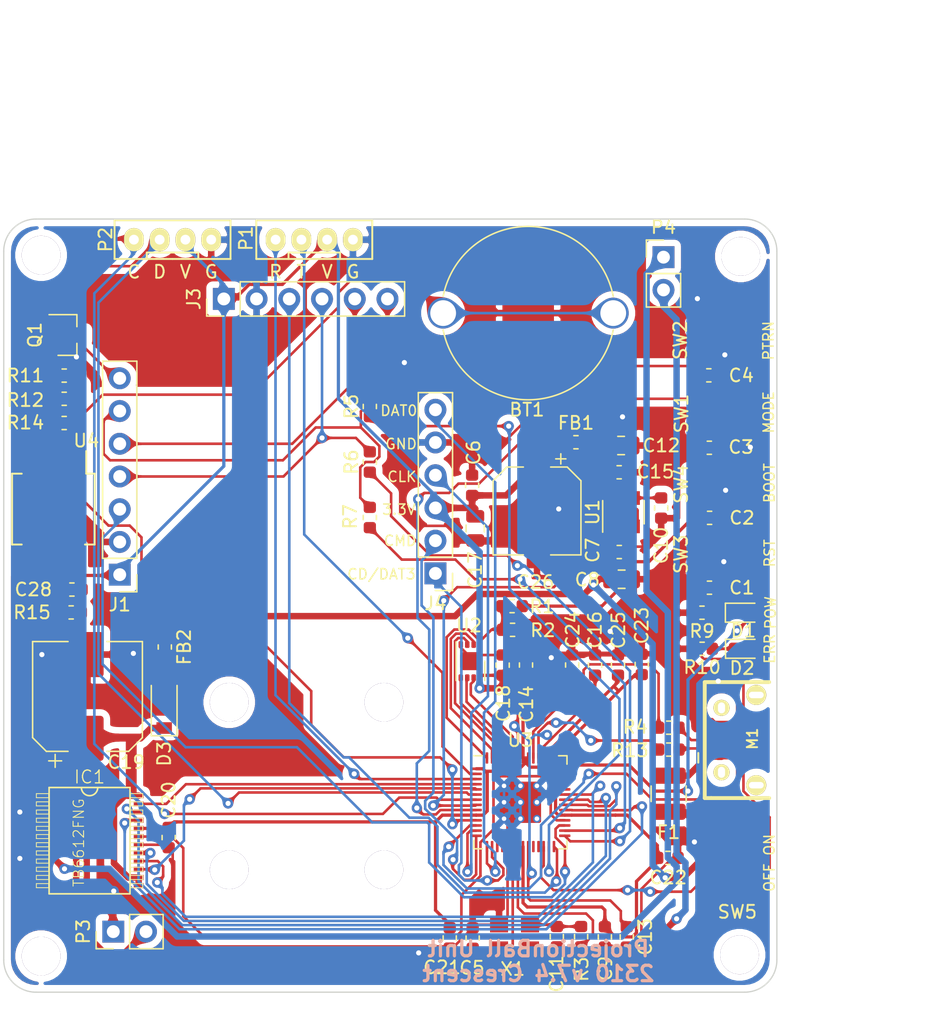
<source format=kicad_pcb>
(kicad_pcb (version 20171130) (host pcbnew "(5.1.2)-1")
  (title_block (title "ProjectionBall Unit") (date 2023-08-15) (rev 7.4) (company Crescent))
  (layers (0 F.Cu signal) (31 B.Cu signal) (34 B.Paste user) (35 F.Paste user) (36 B.SilkS user) (37 F.SilkS user) (38 B.Mask user) (39 F.Mask user) (44 Edge.Cuts user))
  (net 0 "")
  (net 1 GND)
  (net 2 +3V3)
  (net 3 "Net-(F1-Pad1)")
  (net 4 "Net-(C10-Pad1)")
  (net 5 "Net-(C19-Pad1)")
  (net 6 "Net-(D1-Pad1)")
  (net 7 "Net-(D2-Pad1)")
  (net 8 /USB-IN)
  (net 9 "Net-(IC1-Pad1)")
  (net 10 "Net-(IC1-Pad5)")
  (net 11 "Net-(IC1-Pad7)")
  (net 12 "Net-(IC1-Pad11)")
  (net 13 "Net-(BT1-Pad1)")
  (net 14 /RUN)
  (net 15 "Net-(C2-Pad2)")
  (net 16 /MODE_SW)
  (net 17 /PATTERN_SW)
  (net 18 /XIN)
  (net 19 "Net-(C11-Pad2)")
  (net 20 /ERRLED)
  (net 21 +5V)
  (net 22 /PWM_A)
  (net 23 /A2)
  (net 24 /A1)
  (net 25 /STBY)
  (net 26 /B1)
  (net 27 /B2)
  (net 28 /PWM_B)
  (net 29 /ENC_CS1)
  (net 30 /ENC_CLK)
  (net 31 /ENC_MISO)
  (net 32 /ENC_MOSI)
  (net 33 /USB_DM)
  (net 34 /USB_DP)
  (net 35 /SD_CS)
  (net 36 /SD_MOSI)
  (net 37 /SD_CLK)
  (net 38 /SD_MISO)
  (net 39 /TX)
  (net 40 /RX)
  (net 41 /SDA)
  (net 42 /SCL)
  (net 43 /ENC_CS2)
  (net 44 /QSPI_SS)
  (net 45 /XOUT)
  (net 46 "Net-(R4-Pad2)")
  (net 47 /LSTCTR)
  (net 48 "Net-(R13-Pad2)")
  (net 49 /QSPI_SD3)
  (net 50 /QSPI_CLK)
  (net 51 /QSPI_SD0)
  (net 52 /QSPI_SD2)
  (net 53 /QSPI_SD1)
  (net 54 +1V1)
  (net 55 /LSR)
  (net 56 "Net-(C12-Pad1)")
  (net 57 "Net-(D3-Pad2)")
  (net 58 "Net-(Q1-Pad1)")
  (net 59 "Net-(R5-Pad1)")
  (net 60 "Net-(R6-Pad1)")
  (net 61 "Net-(R7-Pad2)")
  (net 62 "Net-(R14-Pad2)")
  (net 63 "Net-(R15-Pad1)")
  (module DPDT_SMD:DPDT_SMD_Large (layer F.Cu) (at 165.43 134.77 90)
    (fp_text reference SW5 (at -1.5 1.5) (layer F.SilkS))
    (fp_text value SW_DPDT_x2)
    (pad 1 smd rect (at 0 0 90) (size 1 1.85) (layers F.Cu F.Paste F.Mask))
    (pad 2 smd rect (at 2.5 0 90) (size 1 1.85) (layers F.Cu F.Paste F.Mask) (net 21 +5V))
    (pad 3 smd rect (at 5 0 90) (size 1 1.85) (layers F.Cu F.Paste F.Mask) (net 3 "Net-(F1-Pad1)"))
    (pad 4 smd rect (at 0 2.8 90) (size 1 1.85) (layers F.Cu F.Paste F.Mask))
    (pad 5 smd rect (at 2.5 2.8 90) (size 1 1.85) (layers F.Cu F.Paste F.Mask) (net 21 +5V))
    (pad 6 smd rect (at 5 2.8 90) (size 1 1.85) (layers F.Cu F.Paste F.Mask) (net 3 "Net-(F1-Pad1)"))
  )
  (module Package_SO:SO-8_5.3x6.2mm_P1.27mm (layer F.Cu) (at 113.85 105.01 270)
    (fp_text reference U4 (at -5.31 -2.56 180) (layer F.SilkS))
    (fp_text value SD3077)
    (pad 8 smd rect (at 3.7 -1.905 270) (size 1.75 0.55) (layers F.Cu F.Paste F.Mask) (net 2 +3V3))
    (pad 7 smd rect (at 3.7 -0.635 270) (size 1.75 0.55) (layers F.Cu F.Paste F.Mask) (net 63 "Net-(R15-Pad1)"))
    (pad 6 smd rect (at 3.7 0.635 270) (size 1.75 0.55) (layers F.Cu F.Paste F.Mask) (net 42 /SCL))
    (pad 5 smd rect (at 3.7 1.905 270) (size 1.75 0.55) (layers F.Cu F.Paste F.Mask) (net 41 /SDA))
    (pad 4 smd rect (at -3.7 1.905 270) (size 1.75 0.55) (layers F.Cu F.Paste F.Mask) (net 1 GND))
    (pad 3 smd rect (at -3.7 0.635 270) (size 1.75 0.55) (layers F.Cu F.Paste F.Mask) (net 62 "Net-(R14-Pad2)"))
    (pad 2 smd rect (at -3.7 -0.635 270) (size 1.75 0.55) (layers F.Cu F.Paste F.Mask))
    (pad 1 smd rect (at -3.7 -1.905 270) (size 1.75 0.55) (layers F.Cu F.Paste F.Mask))
  )
  (module Resistor_SMD:R_0603_1608Metric (layer F.Cu) (at 138.41 105.662 270)
    (fp_text reference R7 (at -0.0625 1.53 90) (layer F.SilkS))
    (fp_text value 27)
    (pad 2 smd roundrect (at 0.7875 0 270) (size 0.875 0.95) (layers F.Cu F.Paste F.Mask) (net 61 "Net-(R7-Pad2)"))
    (pad 1 smd roundrect (at -0.7875 0 270) (size 0.875 0.95) (layers F.Cu F.Paste F.Mask) (net 32 /ENC_MOSI))
  )
  (module Resistor_SMD:R_0603_1608Metric (layer F.Cu) (at 138.41 101.355 90)
    (fp_text reference R6 (at 0 -1.43 90) (layer F.SilkS))
    (fp_text value 27)
    (pad 2 smd roundrect (at 0.7875 0 90) (size 0.875 0.95) (layers F.Cu F.Paste F.Mask) (net 30 /ENC_CLK))
    (pad 1 smd roundrect (at -0.7875 0 90) (size 0.875 0.95) (layers F.Cu F.Paste F.Mask) (net 60 "Net-(R6-Pad1)"))
  )
  (module Resistor_SMD:R_0603_1608Metric (layer F.Cu) (at 138.41 97.0475 90)
    (fp_text reference R5 (at 0 -1.43 90) (layer F.SilkS))
    (fp_text value 27)
    (pad 2 smd roundrect (at 0.7875 0 90) (size 0.875 0.95) (layers F.Cu F.Paste F.Mask) (net 31 /ENC_MISO))
    (pad 1 smd roundrect (at -0.7875 0 90) (size 0.875 0.95) (layers F.Cu F.Paste F.Mask) (net 59 "Net-(R5-Pad1)"))
  )
  (module Capacitor_SMD:CP_Elec_6.3x3.9 (layer F.Cu) (at 151.384 105.156 270)
    (fp_text reference C26 (at 5.52 0.11 180) (layer F.SilkS))
    (fp_text value 100u)
    (pad 2 smd roundrect (at 2.7 0 270) (size 3.5 1.6) (layers F.Cu F.Paste F.Mask) (roundrect_rratio 0.15625) (net 1 GND))
    (pad 1 smd roundrect (at -2.7 0 270) (size 3.5 1.6) (layers F.Cu F.Paste F.Mask) (roundrect_rratio 0.15625) (net 2 +3V3))
  )
  (module Package_TO_SOT_SMD:SOT-23 (layer F.Cu) (at 114.917 91.5)
    (fp_text reference Q1 (at -2.5 0 90) (layer F.SilkS))
    (fp_text value Q_NMOS_GSD)
    (pad 3 smd rect (at 1 0) (size 0.9 0.8) (layers F.Cu F.Paste F.Mask) (net 55 /LSR))
    (pad 2 smd rect (at -1 0.95) (size 0.9 0.8) (layers F.Cu F.Paste F.Mask) (net 1 GND))
    (pad 1 smd rect (at -1 -0.95) (size 0.9 0.8) (layers F.Cu F.Paste F.Mask) (net 58 "Net-(Q1-Pad1)"))
  )
  (module Connector_PinHeader_2.54mm:PinHeader_1x06_P2.54mm_Vertical (layer F.Cu) (at 143.5 110 180)
    (fp_text reference J4 (at 0 -2.33) (layer F.SilkS))
    (fp_text value microTF)
    (pad 6 thru_hole oval (at 0 12.7 180) (size 1.7 1.7) (drill 1) (layers *.Cu *.Mask) (net 38 /SD_MISO))
    (pad 5 thru_hole oval (at 0 10.16 180) (size 1.7 1.7) (drill 1) (layers *.Cu *.Mask) (net 1 GND))
    (pad 4 thru_hole oval (at 0 7.62 180) (size 1.7 1.7) (drill 1) (layers *.Cu *.Mask) (net 37 /SD_CLK))
    (pad 3 thru_hole oval (at 0 5.08 180) (size 1.7 1.7) (drill 1) (layers *.Cu *.Mask) (net 2 +3V3))
    (pad 2 thru_hole oval (at 0 2.54 180) (size 1.7 1.7) (drill 1) (layers *.Cu *.Mask) (net 36 /SD_MOSI))
    (pad 1 thru_hole rect (at 0 0 180) (size 1.7 1.7) (drill 1) (layers *.Cu *.Mask) (net 35 /SD_CS))
  )
  (module Inductor_SMD:L_0603_1608Metric (layer F.Cu) (at 122.5 115.712 270)
    (fp_text reference FB2 (at 0 -1.5 90) (layer F.SilkS))
    (fp_text value Ferrite_Bead_Small)
    (pad 2 smd roundrect (at 0.7875 0 270) (size 0.875 0.95) (layers F.Cu F.Paste F.Mask) (net 57 "Net-(D3-Pad2)"))
    (pad 1 smd roundrect (at -0.7875 0 270) (size 0.875 0.95) (layers F.Cu F.Paste F.Mask) (net 21 +5V))
  )
  (module Inductor_SMD:L_0603_1608Metric (layer F.Cu) (at 154.406 99.822 180)
    (fp_text reference FB1 (at 0 1.5) (layer F.SilkS))
    (fp_text value Ferrite_Bead_Small)
    (pad 2 smd roundrect (at 0.7875 0 180) (size 0.875 0.95) (layers F.Cu F.Paste F.Mask) (net 2 +3V3))
    (pad 1 smd roundrect (at -0.7875 0 180) (size 0.875 0.95) (layers F.Cu F.Paste F.Mask) (net 56 "Net-(C12-Pad1)"))
  )
  (module GroveCon:GROVE (layer F.Cu) (at 120.1 84.1)
    (fp_text reference P2 (at -2.2 0 90) (layer F.SilkS))
    (fp_text value GROVE_I2C)
    (fp_text user G (at 6 2.5) (layer F.SilkS))
    (fp_text user V (at 4 2.5) (layer F.SilkS))
    (fp_text user D (at 2 2.5) (layer F.SilkS))
    (fp_text user C (at 0 2.5) (layer F.SilkS))
    (pad 4 thru_hole oval (at 6 0) (size 1.524 1.8) (drill 0.762) (layers *.Cu *.Paste *.Mask F.SilkS) (net 1 GND))
    (pad 3 thru_hole oval (at 4 0) (size 1.524 1.8) (drill 0.762) (layers *.Cu *.Paste *.Mask F.SilkS) (net 2 +3V3))
    (pad 2 thru_hole oval (at 2 0) (size 1.524 1.8) (drill 0.762) (layers *.Cu *.Paste *.Mask F.SilkS) (net 41 /SDA))
    (pad 1 thru_hole oval (at 0 0) (size 1.524 1.8) (drill 0.762) (layers *.Cu *.Paste *.Mask F.SilkS) (net 42 /SCL))
  )
  (module GroveCon:GROVE (layer F.Cu) (at 131.1 84.1)
    (fp_text reference P1 (at -2.3 -0.1 90) (layer F.SilkS))
    (fp_text value GROVE_UART)
    (fp_text user G (at 6 2.5) (layer F.SilkS))
    (fp_text user V (at 4 2.5) (layer F.SilkS))
    (fp_text user T (at 2 2.5) (layer F.SilkS))
    (fp_text user R (at 0 2.5) (layer F.SilkS))
    (pad 4 thru_hole oval (at 6 0) (size 1.524 1.8) (drill 0.762) (layers *.Cu *.Paste *.Mask F.SilkS) (net 1 GND))
    (pad 3 thru_hole oval (at 4 0) (size 1.524 1.8) (drill 0.762) (layers *.Cu *.Paste *.Mask F.SilkS) (net 2 +3V3))
    (pad 2 thru_hole oval (at 2 0) (size 1.524 1.8) (drill 0.762) (layers *.Cu *.Paste *.Mask F.SilkS) (net 39 /TX))
    (pad 1 thru_hole oval (at 0 0) (size 1.524 1.8) (drill 0.762) (layers *.Cu *.Paste *.Mask F.SilkS) (net 40 /RX))
  )
  (module Connector_PinHeader_2.54mm:PinHeader_1x02_P2.54mm_Vertical (layer F.Cu) (at 161.2 85.46)
    (fp_text reference P4 (at 0 -2.33) (layer F.SilkS))
    (fp_text value MOTOR2)
    (pad 2 thru_hole oval (at 0 2.54) (size 1.7 1.7) (drill 1) (layers *.Cu *.Mask) (net 12 "Net-(IC1-Pad11)"))
    (pad 1 thru_hole rect (at 0 0) (size 1.7 1.7) (drill 1) (layers *.Cu *.Mask) (net 11 "Net-(IC1-Pad7)"))
  )
  (module Connector_PinHeader_2.54mm:PinHeader_1x07_P2.54mm_Vertical (layer F.Cu) (at 119 110.1 180)
    (fp_text reference J1 (at 0 -2.33) (layer F.SilkS))
    (fp_text value Conn_01x07)
    (pad 7 thru_hole oval (at 0 15.24 180) (size 1.7 1.7) (drill 1) (layers *.Cu *.Mask) (net 55 /LSR))
    (pad 6 thru_hole oval (at 0 12.7 180) (size 1.7 1.7) (drill 1) (layers *.Cu *.Mask) (net 32 /ENC_MOSI))
    (pad 5 thru_hole oval (at 0 10.16 180) (size 1.7 1.7) (drill 1) (layers *.Cu *.Mask) (net 31 /ENC_MISO))
    (pad 4 thru_hole oval (at 0 7.62 180) (size 1.7 1.7) (drill 1) (layers *.Cu *.Mask) (net 30 /ENC_CLK))
    (pad 3 thru_hole oval (at 0 5.08 180) (size 1.7 1.7) (drill 1) (layers *.Cu *.Mask) (net 43 /ENC_CS2))
    (pad 2 thru_hole oval (at 0 2.54 180) (size 1.7 1.7) (drill 1) (layers *.Cu *.Mask) (net 1 GND))
    (pad 1 thru_hole rect (at 0 0 180) (size 1.7 1.7) (drill 1) (layers *.Cu *.Mask) (net 2 +3V3))
  )
  (module Capacitor_SMD:C_0805_2012Metric (layer F.Cu) (at 146.59 106.508 270)
    (fp_text reference C17 (at 3.232 0.01 90) (layer F.SilkS))
    (fp_text value 10u)
    (pad 2 smd roundrect (at 0.9375 0 270) (size 0.975 1.4) (layers F.Cu F.Paste F.Mask) (net 1 GND))
    (pad 1 smd roundrect (at -0.9375 0 270) (size 0.975 1.4) (layers F.Cu F.Paste F.Mask) (net 2 +3V3))
  )
  (module Capacitor_SMD:C_0603_1608Metric (layer F.Cu) (at 150.53 117.11 90)
    (fp_text reference C14 (at -3.04 0.03 90) (layer F.SilkS))
    (fp_text value 0.1u)
    (pad 2 smd roundrect (at 0.7875 0 90) (size 0.875 0.95) (layers F.Cu F.Paste F.Mask) (net 1 GND))
    (pad 1 smd roundrect (at -0.7875 0 90) (size 0.875 0.95) (layers F.Cu F.Paste F.Mask) (net 54 +1V1))
  )
  (module Package_SON:SON-8-1EP_3x2mm_P0.5mm_EP1.4x1.6mm (layer F.Cu) (at 146.22 116.81 270)
    (fp_text reference U2 (at -2.762 0.116 180) (layer F.SilkS))
    (fp_text value W25Q16JVUX)
    (pad 9 smd roundrect (at 0 0 270) (size 1.4 1.6) (layers F.Cu F.Mask) (roundrect_rratio 0.178571) (net 1 GND))
    (pad 1 smd roundrect (at -1.2875 -0.75 270) (size 0.525 0.35) (layers F.Cu F.Paste F.Mask) (net 44 /QSPI_SS))
    (pad 2 smd roundrect (at -1.2875 -0.25 270) (size 0.525 0.35) (layers F.Cu F.Paste F.Mask) (net 53 /QSPI_SD1))
    (pad 3 smd roundrect (at -1.2875 0.25 270) (size 0.525 0.35) (layers F.Cu F.Paste F.Mask) (net 52 /QSPI_SD2))
    (pad 4 smd roundrect (at -1.2875 0.75 270) (size 0.525 0.35) (layers F.Cu F.Paste F.Mask) (net 1 GND))
    (pad 5 smd roundrect (at 1.2875 0.75 270) (size 0.525 0.35) (layers F.Cu F.Paste F.Mask) (net 51 /QSPI_SD0))
    (pad 6 smd roundrect (at 1.2875 0.25 270) (size 0.525 0.35) (layers F.Cu F.Paste F.Mask) (net 50 /QSPI_CLK))
    (pad 7 smd roundrect (at 1.2875 -0.25 270) (size 0.525 0.35) (layers F.Cu F.Paste F.Mask) (net 49 /QSPI_SD3))
    (pad 8 smd roundrect (at 1.2875 -0.75 270) (size 0.525 0.35) (layers F.Cu F.Paste F.Mask) (net 2 +3V3))
  )
  (module MCU_RaspberryPi_and_Boards:RP2040-QFN-56 (layer F.Cu) (at 150.1 127.762)
    (fp_text reference U3 (at 0 -4.82) (layer F.SilkS))
    (fp_text value RP2040)
    (pad 56 smd roundrect (at -2.6 -3.4375) (size 0.2 0.875) (layers F.Cu F.Paste F.Mask) (net 44 /QSPI_SS))
    (pad 55 smd roundrect (at -2.2 -3.4375) (size 0.2 0.875) (layers F.Cu F.Paste F.Mask) (net 53 /QSPI_SD1))
    (pad 54 smd roundrect (at -1.8 -3.4375) (size 0.2 0.875) (layers F.Cu F.Paste F.Mask) (net 52 /QSPI_SD2))
    (pad 53 smd roundrect (at -1.4 -3.4375) (size 0.2 0.875) (layers F.Cu F.Paste F.Mask) (net 51 /QSPI_SD0))
    (pad 52 smd roundrect (at -1 -3.4375) (size 0.2 0.875) (layers F.Cu F.Paste F.Mask) (net 50 /QSPI_CLK))
    (pad 51 smd roundrect (at -0.6 -3.4375) (size 0.2 0.875) (layers F.Cu F.Paste F.Mask) (net 49 /QSPI_SD3))
    (pad 50 smd roundrect (at -0.2 -3.4375) (size 0.2 0.875) (layers F.Cu F.Paste F.Mask) (net 54 +1V1))
    (pad 49 smd roundrect (at 0.2 -3.4375) (size 0.2 0.875) (layers F.Cu F.Paste F.Mask) (net 2 +3V3))
    (pad 48 smd roundrect (at 0.6 -3.4375) (size 0.2 0.875) (layers F.Cu F.Paste F.Mask) (net 2 +3V3))
    (pad 47 smd roundrect (at 1 -3.4375) (size 0.2 0.875) (layers F.Cu F.Paste F.Mask) (net 46 "Net-(R4-Pad2)"))
    (pad 46 smd roundrect (at 1.4 -3.4375) (size 0.2 0.875) (layers F.Cu F.Paste F.Mask) (net 48 "Net-(R13-Pad2)"))
    (pad 45 smd roundrect (at 1.8 -3.4375) (size 0.2 0.875) (layers F.Cu F.Paste F.Mask) (net 54 +1V1))
    (pad 44 smd roundrect (at 2.2 -3.4375) (size 0.2 0.875) (layers F.Cu F.Paste F.Mask) (net 2 +3V3))
    (pad 43 smd roundrect (at 2.6 -3.4375) (size 0.2 0.875) (layers F.Cu F.Paste F.Mask) (net 2 +3V3))
    (pad 42 smd roundrect (at 3.4375 -2.6) (size 0.875 0.2) (layers F.Cu F.Paste F.Mask) (net 2 +3V3))
    (pad 41 smd roundrect (at 3.4375 -2.2) (size 0.875 0.2) (layers F.Cu F.Paste F.Mask))
    (pad 40 smd roundrect (at 3.4375 -1.8) (size 0.875 0.2) (layers F.Cu F.Paste F.Mask))
    (pad 39 smd roundrect (at 3.4375 -1.4) (size 0.875 0.2) (layers F.Cu F.Paste F.Mask))
    (pad 38 smd roundrect (at 3.4375 -1) (size 0.875 0.2) (layers F.Cu F.Paste F.Mask))
    (pad 37 smd roundrect (at 3.4375 -0.6) (size 0.875 0.2) (layers F.Cu F.Paste F.Mask) (net 27 /B2))
    (pad 36 smd roundrect (at 3.4375 -0.2) (size 0.875 0.2) (layers F.Cu F.Paste F.Mask) (net 26 /B1))
    (pad 35 smd roundrect (at 3.4375 0.2) (size 0.875 0.2) (layers F.Cu F.Paste F.Mask) (net 23 /A2))
    (pad 34 smd roundrect (at 3.4375 0.6) (size 0.875 0.2) (layers F.Cu F.Paste F.Mask) (net 24 /A1))
    (pad 33 smd roundrect (at 3.4375 1) (size 0.875 0.2) (layers F.Cu F.Paste F.Mask) (net 2 +3V3))
    (pad 32 smd roundrect (at 3.4375 1.4) (size 0.875 0.2) (layers F.Cu F.Paste F.Mask) (net 25 /STBY))
    (pad 31 smd roundrect (at 3.4375 1.8) (size 0.875 0.2) (layers F.Cu F.Paste F.Mask) (net 43 /ENC_CS2))
    (pad 30 smd roundrect (at 3.4375 2.2) (size 0.875 0.2) (layers F.Cu F.Paste F.Mask) (net 61 "Net-(R7-Pad2)"))
    (pad 29 smd roundrect (at 3.4375 2.6) (size 0.875 0.2) (layers F.Cu F.Paste F.Mask) (net 60 "Net-(R6-Pad1)"))
    (pad 28 smd roundrect (at 2.6 3.4375) (size 0.2 0.875) (layers F.Cu F.Paste F.Mask) (net 29 /ENC_CS1))
    (pad 27 smd roundrect (at 2.2 3.4375) (size 0.2 0.875) (layers F.Cu F.Paste F.Mask) (net 59 "Net-(R5-Pad1)"))
    (pad 26 smd roundrect (at 1.8 3.4375) (size 0.2 0.875) (layers F.Cu F.Paste F.Mask) (net 14 /RUN))
    (pad 25 smd roundrect (at 1.4 3.4375) (size 0.2 0.875) (layers F.Cu F.Paste F.Mask))
    (pad 24 smd roundrect (at 1 3.4375) (size 0.2 0.875) (layers F.Cu F.Paste F.Mask))
    (pad 23 smd roundrect (at 0.6 3.4375) (size 0.2 0.875) (layers F.Cu F.Paste F.Mask) (net 54 +1V1))
    (pad 22 smd roundrect (at 0.2 3.4375) (size 0.2 0.875) (layers F.Cu F.Paste F.Mask) (net 2 +3V3))
    (pad 21 smd roundrect (at -0.2 3.4375) (size 0.2 0.875) (layers F.Cu F.Paste F.Mask) (net 45 /XOUT))
    (pad 20 smd roundrect (at -0.6 3.4375) (size 0.2 0.875) (layers F.Cu F.Paste F.Mask) (net 18 /XIN))
    (pad 19 smd roundrect (at -1 3.4375) (size 0.2 0.875) (layers F.Cu F.Paste F.Mask) (net 1 GND))
    (pad 18 smd roundrect (at -1.4 3.4375) (size 0.2 0.875) (layers F.Cu F.Paste F.Mask))
    (pad 17 smd roundrect (at -1.8 3.4375) (size 0.2 0.875) (layers F.Cu F.Paste F.Mask))
    (pad 16 smd roundrect (at -2.2 3.4375) (size 0.2 0.875) (layers F.Cu F.Paste F.Mask) (net 35 /SD_CS))
    (pad 15 smd roundrect (at -2.6 3.4375) (size 0.2 0.875) (layers F.Cu F.Paste F.Mask) (net 38 /SD_MISO))
    (pad 14 smd roundrect (at -3.4375 2.6) (size 0.875 0.2) (layers F.Cu F.Paste F.Mask) (net 36 /SD_MOSI))
    (pad 13 smd roundrect (at -3.4375 2.2) (size 0.875 0.2) (layers F.Cu F.Paste F.Mask) (net 37 /SD_CLK))
    (pad 12 smd roundrect (at -3.4375 1.8) (size 0.875 0.2) (layers F.Cu F.Paste F.Mask) (net 20 /ERRLED))
    (pad 11 smd roundrect (at -3.4375 1.4) (size 0.875 0.2) (layers F.Cu F.Paste F.Mask) (net 47 /LSTCTR))
    (pad 10 smd roundrect (at -3.4375 1) (size 0.875 0.2) (layers F.Cu F.Paste F.Mask) (net 2 +3V3))
    (pad 9 smd roundrect (at -3.4375 0.6) (size 0.875 0.2) (layers F.Cu F.Paste F.Mask) (net 17 /PATTERN_SW))
    (pad 8 smd roundrect (at -3.4375 0.2) (size 0.875 0.2) (layers F.Cu F.Paste F.Mask) (net 16 /MODE_SW))
    (pad 7 smd roundrect (at -3.4375 -0.2) (size 0.875 0.2) (layers F.Cu F.Paste F.Mask) (net 42 /SCL))
    (pad 6 smd roundrect (at -3.4375 -0.6) (size 0.875 0.2) (layers F.Cu F.Paste F.Mask) (net 41 /SDA))
    (pad 5 smd roundrect (at -3.4375 -1) (size 0.875 0.2) (layers F.Cu F.Paste F.Mask) (net 28 /PWM_B))
    (pad 4 smd roundrect (at -3.4375 -1.4) (size 0.875 0.2) (layers F.Cu F.Paste F.Mask) (net 22 /PWM_A))
    (pad 3 smd roundrect (at -3.4375 -1.8) (size 0.875 0.2) (layers F.Cu F.Paste F.Mask) (net 40 /RX))
    (pad 2 smd roundrect (at -3.4375 -2.2) (size 0.875 0.2) (layers F.Cu F.Paste F.Mask) (net 39 /TX))
    (pad 1 smd roundrect (at -3.4375 -2.6) (size 0.875 0.2) (layers F.Cu F.Paste F.Mask) (net 2 +3V3))
    (pad 57 thru_hole circle (at 1.275 1.275) (size 0.6 0.6) (drill 0.35) (layers *.Cu) (net 1 GND))
    (pad 57 thru_hole circle (at 0 1.275) (size 0.6 0.6) (drill 0.35) (layers *.Cu) (net 1 GND))
    (pad 57 thru_hole circle (at -1.275 1.275) (size 0.6 0.6) (drill 0.35) (layers *.Cu) (net 1 GND))
    (pad 57 thru_hole circle (at 1.275 0) (size 0.6 0.6) (drill 0.35) (layers *.Cu) (net 1 GND))
    (pad 57 thru_hole circle (at 0 0) (size 0.6 0.6) (drill 0.35) (layers *.Cu) (net 1 GND))
    (pad 57 thru_hole circle (at -1.275 0) (size 0.6 0.6) (drill 0.35) (layers *.Cu) (net 1 GND))
    (pad 57 thru_hole circle (at 1.275 -1.275) (size 0.6 0.6) (drill 0.35) (layers *.Cu) (net 1 GND))
    (pad 57 thru_hole circle (at 0 -1.275) (size 0.6 0.6) (drill 0.35) (layers *.Cu) (net 1 GND))
    (pad 57 thru_hole circle (at -1.275 -1.275) (size 0.6 0.6) (drill 0.35) (layers *.Cu) (net 1 GND))
    (pad 57 smd roundrect (at 0 0) (size 3.2 3.2) (layers F.Cu F.Mask) (roundrect_rratio 0.045) (net 1 GND))
  )
  (module FA238V:FA238V (layer F.Cu) (at 148.44 139.162)
    (fp_text reference X1 (at 1.06 1.54 180) (layer F.SilkS))
    (fp_text value 12MHz)
    (pad 3 smd rect (at 0 -1.9) (size 1.4 1.2) (layers F.Cu F.Paste F.Mask) (net 1 GND))
    (pad 3 smd rect (at 2.4 0) (size 1.4 1.2) (layers F.Cu F.Paste F.Mask) (net 1 GND))
    (pad 2 smd rect (at 2.4 -1.9) (size 1.4 1.2) (layers F.Cu F.Paste F.Mask) (net 19 "Net-(C11-Pad2)"))
    (pad 1 smd rect (at 0 0) (size 1.4 1.2) (layers F.Cu F.Paste F.Mask) (net 18 /XIN))
  )
  (module SMD_PUSHSWITCH:SKRPACE010 (layer F.Cu) (at 163.94 104.13)
    (fp_text reference SW4 (at -1.37 -1.06 90) (layer F.SilkS))
    (fp_text value SW_Push)
    (pad 1 smd rect (at 0 -2.15) (size 1.05 0.65) (layers F.Cu F.Paste F.Mask) (net 15 "Net-(C2-Pad2)"))
    (pad 1 smd rect (at 4.15 -2.15) (size 1.05 0.65) (layers F.Cu F.Paste F.Mask) (net 15 "Net-(C2-Pad2)"))
    (pad 2 smd rect (at 0 0) (size 1.05 0.65) (layers F.Cu F.Paste F.Mask) (net 1 GND))
    (pad 2 smd rect (at 4.15 0) (size 1.05 0.65) (layers F.Cu F.Paste F.Mask) (net 1 GND))
  )
  (module SMD_PUSHSWITCH:SKRPACE010 (layer F.Cu) (at 163.94 109.53)
    (fp_text reference SW3 (at -1.38 -1.02 270) (layer F.SilkS))
    (fp_text value SW_Push)
    (pad 1 smd rect (at 0 -2.15) (size 1.05 0.65) (layers F.Cu F.Paste F.Mask) (net 14 /RUN))
    (pad 1 smd rect (at 4.15 -2.15) (size 1.05 0.65) (layers F.Cu F.Paste F.Mask) (net 14 /RUN))
    (pad 2 smd rect (at 0 0) (size 1.05 0.65) (layers F.Cu F.Paste F.Mask) (net 1 GND))
    (pad 2 smd rect (at 4.15 0) (size 1.05 0.65) (layers F.Cu F.Paste F.Mask) (net 1 GND))
  )
  (module Resistor_SMD:R_0603_1608Metric (layer F.Cu) (at 115.232 113.03)
    (fp_text reference R15 (at -3.0375 0) (layer F.SilkS))
    (fp_text value 10k)
    (pad 2 smd roundrect (at 0.7875 0) (size 0.875 0.95) (layers F.Cu F.Paste F.Mask) (net 2 +3V3))
    (pad 1 smd roundrect (at -0.7875 0) (size 0.875 0.95) (layers F.Cu F.Paste F.Mask) (net 63 "Net-(R15-Pad1)"))
  )
  (module Resistor_SMD:R_0603_1608Metric (layer F.Cu) (at 114.69 98.33 180)
    (fp_text reference R14 (at 3.01 0.03) (layer F.SilkS))
    (fp_text value 330)
    (pad 2 smd roundrect (at 0.7875 0 180) (size 0.875 0.95) (layers F.Cu F.Paste F.Mask) (net 62 "Net-(R14-Pad2)"))
    (pad 1 smd roundrect (at -0.7875 0 180) (size 0.875 0.95) (layers F.Cu F.Paste F.Mask) (net 13 "Net-(BT1-Pad1)"))
  )
  (module Resistor_SMD:R_0603_1608Metric (layer F.Cu) (at 161.61 123.672 180)
    (fp_text reference R13 (at 3.0145 -0.064) (layer F.SilkS))
    (fp_text value 27)
    (pad 2 smd roundrect (at 0.7875 0 180) (size 0.875 0.95) (layers F.Cu F.Paste F.Mask) (net 48 "Net-(R13-Pad2)"))
    (pad 1 smd roundrect (at -0.7875 0 180) (size 0.875 0.95) (layers F.Cu F.Paste F.Mask) (net 33 /USB_DM))
  )
  (module Resistor_SMD:R_0603_1608Metric (layer F.Cu) (at 161.608 121.972 180)
    (fp_text reference R4 (at 2.604 0.052) (layer F.SilkS))
    (fp_text value 27)
    (pad 2 smd roundrect (at 0.7875 0 180) (size 0.875 0.95) (layers F.Cu F.Paste F.Mask) (net 46 "Net-(R4-Pad2)"))
    (pad 1 smd roundrect (at -0.7875 0 180) (size 0.875 0.95) (layers F.Cu F.Paste F.Mask) (net 34 /USB_DP))
  )
  (module Resistor_SMD:R_0603_1608Metric (layer F.Cu) (at 154.807 138.19 90)
    (fp_text reference R3 (at -2.532 0.043 270) (layer F.SilkS))
    (fp_text value 1k)
    (pad 2 smd roundrect (at 0.7875 0 90) (size 0.875 0.95) (layers F.Cu F.Paste F.Mask) (net 19 "Net-(C11-Pad2)"))
    (pad 1 smd roundrect (at -0.7875 0 90) (size 0.875 0.95) (layers F.Cu F.Paste F.Mask) (net 45 /XOUT))
  )
  (module Resistor_SMD:R_0603_1608Metric (layer F.Cu) (at 149.488 114.38 180)
    (fp_text reference R2 (at -2.35 -0.04) (layer F.SilkS))
    (fp_text value 10k)
    (pad 2 smd roundrect (at 0.7875 0 180) (size 0.875 0.95) (layers F.Cu F.Paste F.Mask) (net 44 /QSPI_SS))
    (pad 1 smd roundrect (at -0.7875 0 180) (size 0.875 0.95) (layers F.Cu F.Paste F.Mask) (net 2 +3V3))
  )
  (module Resistor_SMD:R_0603_1608Metric (layer F.Cu) (at 149.45 112.54 180)
    (fp_text reference R1 (at -2.33 -0.03) (layer F.SilkS))
    (fp_text value 1k)
    (pad 2 smd roundrect (at 0.7875 0 180) (size 0.875 0.95) (layers F.Cu F.Paste F.Mask) (net 44 /QSPI_SS))
    (pad 1 smd roundrect (at -0.7875 0 180) (size 0.875 0.95) (layers F.Cu F.Paste F.Mask) (net 15 "Net-(C2-Pad2)"))
  )
  (module Capacitor_SMD:C_0603_1608Metric (layer F.Cu) (at 115.29 111.252 180)
    (fp_text reference C28 (at 2.9925 0) (layer F.SilkS))
    (fp_text value 0.1u)
    (pad 2 smd roundrect (at 0.7875 0 180) (size 0.875 0.95) (layers F.Cu F.Paste F.Mask) (net 1 GND))
    (pad 1 smd roundrect (at -0.7875 0 180) (size 0.875 0.95) (layers F.Cu F.Paste F.Mask) (net 2 +3V3))
  )
  (module Capacitor_SMD:C_0603_1608Metric (layer F.Cu) (at 157.668 117.11 90)
    (fp_text reference C25 (at 2.7 0.032 90) (layer F.SilkS))
    (fp_text value 0.1u)
    (pad 2 smd roundrect (at 0.7875 0 90) (size 0.875 0.95) (layers F.Cu F.Paste F.Mask) (net 1 GND))
    (pad 1 smd roundrect (at -0.7875 0 90) (size 0.875 0.95) (layers F.Cu F.Paste F.Mask) (net 2 +3V3))
  )
  (module Capacitor_SMD:C_0603_1608Metric (layer F.Cu) (at 154.112 117.11 90)
    (fp_text reference C24 (at 2.73 0.048 90) (layer F.SilkS))
    (fp_text value 0.1u)
    (pad 2 smd roundrect (at 0.7875 0 90) (size 0.875 0.95) (layers F.Cu F.Paste F.Mask) (net 1 GND))
    (pad 1 smd roundrect (at -0.7875 0 90) (size 0.875 0.95) (layers F.Cu F.Paste F.Mask) (net 2 +3V3))
  )
  (module Capacitor_SMD:C_0603_1608Metric (layer F.Cu) (at 159.512 117.068 90)
    (fp_text reference C23 (at 3.0225 0 90) (layer F.SilkS))
    (fp_text value 0.1u)
    (pad 2 smd roundrect (at 0.7875 0 90) (size 0.875 0.95) (layers F.Cu F.Paste F.Mask) (net 1 GND))
    (pad 1 smd roundrect (at -0.7875 0 90) (size 0.875 0.95) (layers F.Cu F.Paste F.Mask) (net 2 +3V3))
  )
  (module Capacitor_SMD:C_0603_1608Metric (layer F.Cu) (at 161.544 132.08)
    (fp_text reference C22 (at 0.0255 1.524) (layer F.SilkS))
    (fp_text value 0.1u)
    (pad 2 smd roundrect (at 0.7875 0) (size 0.875 0.95) (layers F.Cu F.Paste F.Mask) (net 1 GND))
    (pad 1 smd roundrect (at -0.7875 0) (size 0.875 0.95) (layers F.Cu F.Paste F.Mask) (net 2 +3V3))
  )
  (module Capacitor_SMD:C_0603_1608Metric (layer F.Cu) (at 144.61 138.29 270)
    (fp_text reference C21 (at 2.2875 0.6 180) (layer F.SilkS))
    (fp_text value 0.1u)
    (pad 2 smd roundrect (at 0.7875 0 270) (size 0.875 0.95) (layers F.Cu F.Paste F.Mask) (net 1 GND))
    (pad 1 smd roundrect (at -0.7875 0 270) (size 0.875 0.95) (layers F.Cu F.Paste F.Mask) (net 2 +3V3))
  )
  (module Capacitor_SMD:C_0603_1608Metric (layer F.Cu) (at 148.72 117.122 90)
    (fp_text reference C18 (at -2.968 0.05 90) (layer F.SilkS))
    (fp_text value 0.1u)
    (pad 2 smd roundrect (at 0.7875 0 90) (size 0.875 0.95) (layers F.Cu F.Paste F.Mask) (net 1 GND))
    (pad 1 smd roundrect (at -0.7875 0 90) (size 0.875 0.95) (layers F.Cu F.Paste F.Mask) (net 2 +3V3))
  )
  (module Capacitor_SMD:C_0603_1608Metric (layer F.Cu) (at 155.89 117.11 90)
    (fp_text reference C16 (at 2.73 -0.01 90) (layer F.SilkS))
    (fp_text value 2.2u)
    (pad 2 smd roundrect (at 0.7875 0 90) (size 0.875 0.95) (layers F.Cu F.Paste F.Mask) (net 1 GND))
    (pad 1 smd roundrect (at -0.7875 0 90) (size 0.875 0.95) (layers F.Cu F.Paste F.Mask) (net 54 +1V1))
  )
  (module Capacitor_SMD:C_0603_1608Metric (layer F.Cu) (at 158.35 138.21 270)
    (fp_text reference C13 (at 0 -1.43 90) (layer F.SilkS))
    (fp_text value 0.1u)
    (pad 2 smd roundrect (at 0.7875 0 270) (size 0.875 0.95) (layers F.Cu F.Paste F.Mask) (net 1 GND))
    (pad 1 smd roundrect (at -0.7875 0 270) (size 0.875 0.95) (layers F.Cu F.Paste F.Mask) (net 54 +1V1))
  )
  (module Capacitor_SMD:C_0805_2012Metric (layer F.Cu) (at 157.91 100.076)
    (fp_text reference C12 (at 3.1265 0) (layer F.SilkS))
    (fp_text value 10u)
    (pad 2 smd roundrect (at 0.9375 0) (size 0.975 1.4) (layers F.Cu F.Paste F.Mask) (net 1 GND))
    (pad 1 smd roundrect (at -0.9375 0) (size 0.975 1.4) (layers F.Cu F.Paste F.Mask) (net 56 "Net-(C12-Pad1)"))
  )
  (module Capacitor_SMD:C_0603_1608Metric (layer F.Cu) (at 152.92 138.19 90)
    (fp_text reference C11 (at -2.882 -0.02 270) (layer F.SilkS))
    (fp_text value 10p)
    (pad 2 smd roundrect (at 0.7875 0 90) (size 0.875 0.95) (layers F.Cu F.Paste F.Mask) (net 19 "Net-(C11-Pad2)"))
    (pad 1 smd roundrect (at -0.7875 0 90) (size 0.875 0.95) (layers F.Cu F.Paste F.Mask) (net 1 GND))
  )
  (module Capacitor_SMD:C_0603_1608Metric (layer F.Cu) (at 156.65 138.21 90)
    (fp_text reference C9 (at -2.4625 0.05 90) (layer F.SilkS))
    (fp_text value 0.1u)
    (pad 2 smd roundrect (at 0.7875 0 90) (size 0.875 0.95) (layers F.Cu F.Paste F.Mask) (net 2 +3V3))
    (pad 1 smd roundrect (at -0.7875 0 90) (size 0.875 0.95) (layers F.Cu F.Paste F.Mask) (net 1 GND))
  )
  (module Capacitor_SMD:C_0603_1608Metric (layer F.Cu) (at 146.39 138.302 270)
    (fp_text reference C5 (at 2.31 0.05 180) (layer F.SilkS))
    (fp_text value 10p)
    (pad 2 smd roundrect (at 0.7875 0 270) (size 0.875 0.95) (layers F.Cu F.Paste F.Mask) (net 18 /XIN))
    (pad 1 smd roundrect (at -0.7875 0 270) (size 0.875 0.95) (layers F.Cu F.Paste F.Mask) (net 1 GND))
  )
  (module Capacitor_SMD:C_0603_1608Metric (layer F.Cu) (at 164.778 105.69)
    (fp_text reference C2 (at 2.5125 0) (layer F.SilkS))
    (fp_text value 0.1u)
    (pad 2 smd roundrect (at 0.7875 0) (size 0.875 0.95) (layers F.Cu F.Paste F.Mask) (net 15 "Net-(C2-Pad2)"))
    (pad 1 smd roundrect (at -0.7875 0) (size 0.875 0.95) (layers F.Cu F.Paste F.Mask) (net 1 GND))
  )
  (module Capacitor_SMD:C_0603_1608Metric (layer F.Cu) (at 164.768 111.11)
    (fp_text reference C1 (at 2.51 0) (layer F.SilkS))
    (fp_text value 0.1u)
    (pad 2 smd roundrect (at 0.7875 0) (size 0.875 0.95) (layers F.Cu F.Paste F.Mask) (net 14 /RUN))
    (pad 1 smd roundrect (at -0.7875 0) (size 0.875 0.95) (layers F.Cu F.Paste F.Mask) (net 1 GND))
  )
  (module CR1220_2895:2895 (layer F.Cu) (at 150.7 89.8 180)
    (fp_text reference BT1 (at 0.1 -7.5) (layer F.SilkS))
    (fp_text value CR1220)
    (pad 2 smd rect (at 0 0 180) (size 4 4) (layers F.Cu F.Paste F.Mask) (net 1 GND))
    (pad 1 thru_hole circle (at 6.6 0 180) (size 2.4 2.4) (drill 2) (layers *.Cu *.Mask) (net 13 "Net-(BT1-Pad1)"))
    (pad 1 thru_hole circle (at -6.6 0 180) (size 2.4 2.4) (drill 2) (layers *.Cu *.Mask) (net 13 "Net-(BT1-Pad1)"))
  )
  (module Mounting_Holes:MountingHole_3mm (layer F.Cu) (at 112.9 139.7)
    (fp_text reference REF3 hide)
    (fp_text value MountingHole_3mm hide)
    (pad 1 thru_hole circle (at 0 0) (size 3 3) (drill 3) (layers))
  )
  (module Mounting_Holes:MountingHole_3mm (layer F.Cu) (at 167.1 139.6)
    (fp_text reference REF4 hide)
    (fp_text value MountingHole_3mm hide)
    (pad 1 thru_hole circle (at 0 0) (size 3 3) (drill 3) (layers))
  )
  (module Mounting_Holes:MountingHole_3mm (layer F.Cu) (at 167.2 85.4)
    (fp_text reference REF2 hide)
    (fp_text value MountingHole_3mm hide)
    (pad 1 thru_hole circle (at 0 0) (size 3 3) (drill 3) (layers))
  )
  (module Mounting_Holes:MountingHole_3mm (layer F.Cu) (at 112.9 85.3)
    (fp_text reference REF1 hide)
    (fp_text value MountingHole_3mm hide)
    (pad 1 thru_hole circle (at 0 0) (size 3 3) (drill 3) (layers))
  )
  (module Mounting_Holes:MountingHole_3mm (layer F.Cu) (at 139.5 133)
    (fp_text reference REF12 hide)
    (fp_text value MountingHole_3mm hide)
    (pad 1 thru_hole circle (at 0 0) (size 3 3) (drill 3) (layers))
  )
  (module Mounting_Holes:MountingHole_3mm (layer F.Cu) (at 127.5 133)
    (fp_text reference REF11 hide)
    (fp_text value MountingHole_3mm hide)
    (pad 1 thru_hole circle (at 0 0) (size 3 3) (drill 3) (layers))
  )
  (module Mounting_Holes:MountingHole_3mm (layer F.Cu) (at 139.5 120)
    (fp_text reference REF10 hide)
    (fp_text value MountingHole_3mm hide)
    (pad 1 thru_hole circle (at 0 0) (size 3 3) (drill 3) (layers))
  )
  (module Mounting_Holes:MountingHole_3mm (layer F.Cu) (at 127.5 120)
    (fp_text reference REF9 hide)
    (fp_text value MountingHole_3mm hide)
    (pad 1 thru_hole circle (at 0 0) (size 3 3) (drill 3) (layers))
  )
  (module Capacitor_SMD:C_0603_1608Metric (layer F.Cu) (at 164.758 100.25)
    (fp_text reference C3 (at 2.46 -0.05) (layer F.SilkS))
    (fp_text value 0.1u)
    (pad 2 smd roundrect (at 0.7875 0) (size 0.875 0.95) (layers F.Cu F.Paste F.Mask) (net 16 /MODE_SW))
    (pad 1 smd roundrect (at -0.7875 0) (size 0.875 0.95) (layers F.Cu F.Paste F.Mask) (net 1 GND))
  )
  (module Capacitor_SMD:C_0603_1608Metric (layer F.Cu) (at 164.718 94.63)
    (fp_text reference C4 (at 2.5175 0.01) (layer F.SilkS))
    (fp_text value 0.1u)
    (pad 1 smd roundrect (at -0.7875 0) (size 0.875 0.95) (layers F.Cu F.Paste F.Mask) (net 1 GND))
    (pad 2 smd roundrect (at 0.7875 0) (size 0.875 0.95) (layers F.Cu F.Paste F.Mask) (net 17 /PATTERN_SW))
  )
  (module Capacitor_SMD:C_0603_1608Metric (layer F.Cu) (at 146.35 103.16 270)
    (fp_text reference C6 (at -2.54 -0.11 90) (layer F.SilkS))
    (fp_text value 0.1u)
    (pad 1 smd roundrect (at -0.7875 0 270) (size 0.875 0.95) (layers F.Cu F.Paste F.Mask) (net 1 GND))
    (pad 2 smd roundrect (at 0.7875 0 270) (size 0.875 0.95) (layers F.Cu F.Paste F.Mask) (net 2 +3V3))
  )
  (module Capacitor_SMD:C_0603_1608Metric (layer F.Cu) (at 157.768 108.342)
    (fp_text reference C7 (at -2.066 -0.138 90) (layer F.SilkS))
    (fp_text value 0.1u)
    (pad 1 smd roundrect (at -0.7875 0) (size 0.875 0.95) (layers F.Cu F.Paste F.Mask) (net 21 +5V))
    (pad 2 smd roundrect (at 0.7875 0) (size 0.875 0.95) (layers F.Cu F.Paste F.Mask) (net 1 GND))
  )
  (module Capacitor_SMD:C_0805_2012Metric (layer F.Cu) (at 157.952 110.452)
    (fp_text reference C8 (at -2.6625 0.038) (layer F.SilkS))
    (fp_text value 10u)
    (pad 1 smd roundrect (at -0.9375 0) (size 0.975 1.4) (layers F.Cu F.Paste F.Mask) (net 21 +5V))
    (pad 2 smd roundrect (at 0.9375 0) (size 0.975 1.4) (layers F.Cu F.Paste F.Mask) (net 1 GND))
  )
  (module Capacitor_SMD:C_0603_1608Metric (layer F.Cu) (at 161.02 104.928 270)
    (fp_text reference C10 (at 2.9 0 90) (layer F.SilkS))
    (fp_text value 0.01u)
    (pad 2 smd roundrect (at 0.7875 0 270) (size 0.875 0.95) (layers F.Cu F.Paste F.Mask) (net 1 GND))
    (pad 1 smd roundrect (at -0.7875 0 270) (size 0.875 0.95) (layers F.Cu F.Paste F.Mask) (net 4 "Net-(C10-Pad1)"))
  )
  (module Capacitor_SMD:C_0603_1608Metric (layer F.Cu) (at 157.76 102.152)
    (fp_text reference C15 (at 2.818 -0.044 180) (layer F.SilkS))
    (fp_text value 0.1u)
    (pad 1 smd roundrect (at -0.7875 0) (size 0.875 0.95) (layers F.Cu F.Paste F.Mask) (net 56 "Net-(C12-Pad1)"))
    (pad 2 smd roundrect (at 0.7875 0) (size 0.875 0.95) (layers F.Cu F.Paste F.Mask) (net 1 GND))
  )
  (module Capacitor_SMD:CP_Elec_8x10 (layer F.Cu) (at 116.5 119.55 90)
    (fp_text reference C19 (at -5.1 3 180) (layer F.SilkS))
    (fp_text value 470u)
    (pad 1 smd roundrect (at -3.25 0 90) (size 3.5 2.5) (layers F.Cu F.Paste F.Mask) (roundrect_rratio 0.1) (net 5 "Net-(C19-Pad1)"))
    (pad 2 smd roundrect (at 3.25 0 90) (size 3.5 2.5) (layers F.Cu F.Paste F.Mask) (roundrect_rratio 0.1) (net 1 GND))
  )
  (module Capacitor_SMD:C_0603_1608Metric (layer F.Cu) (at 122.8 130.5 270)
    (fp_text reference C20 (at -2.9125 0 90) (layer F.SilkS))
    (fp_text value 0.1u)
    (pad 1 smd roundrect (at -0.7875 0 270) (size 0.875 0.95) (layers F.Cu F.Paste F.Mask) (net 2 +3V3))
    (pad 2 smd roundrect (at 0.7875 0 270) (size 0.875 0.95) (layers F.Cu F.Paste F.Mask) (net 1 GND))
  )
  (module LED_SMD:LED_0603_1608Metric (layer F.Cu) (at 167.488 113.05)
    (fp_text reference D1 (at -0.0875 1.4) (layer F.SilkS))
    (fp_text value POW_LED)
    (pad 1 smd roundrect (at -0.7875 0) (size 0.875 0.95) (layers F.Cu F.Paste F.Mask) (net 6 "Net-(D1-Pad1)"))
    (pad 2 smd roundrect (at 0.7875 0) (size 0.875 0.95) (layers F.Cu F.Paste F.Mask) (net 2 +3V3))
  )
  (module LED_SMD:LED_0603_1608Metric (layer F.Cu) (at 167.5 115.85)
    (fp_text reference D2 (at -0.2 1.5) (layer F.SilkS))
    (fp_text value ERR_LED)
    (pad 2 smd roundrect (at 0.7875 0) (size 0.875 0.95) (layers F.Cu F.Paste F.Mask) (net 20 /ERRLED))
    (pad 1 smd roundrect (at -0.7875 0) (size 0.875 0.95) (layers F.Cu F.Paste F.Mask) (net 7 "Net-(D2-Pad1)"))
  )
  (module Resistor_SMD:R_1210_3225Metric (layer F.Cu) (at 161.6 127.1 90)
    (fp_text reference F1 (at -2.99 -0.01 180) (layer F.SilkS))
    (fp_text value Fuse)
    (pad 1 smd roundrect (at -1.4 0 90) (size 1.25 2.65) (layers F.Cu F.Paste F.Mask) (roundrect_rratio 0.2) (net 3 "Net-(F1-Pad1)"))
    (pad 2 smd roundrect (at 1.4 0 90) (size 1.25 2.65) (layers F.Cu F.Paste F.Mask) (roundrect_rratio 0.2) (net 8 /USB-IN))
  )
  (module tb6612:tb6612-SSOP24 (layer F.Cu) (at 116.66 130.9 270)
    (fp_text reference IC1 (at -5.1 0 180) (layer F.SilkS) (effects (font (thickness 0.1))))
    (fp_text value TB6612FNG (at 0 0.8382 90) (layer F.SilkS) (effects (font (size 0.8128 0.8128) (thickness 0.0762))))
    (pad 24 smd rect (at -3.64998 -3.81 90) (size 0.4064 0.762) (layers F.Cu F.Paste F.Mask) (net 5 "Net-(C19-Pad1)"))
    (pad 23 smd rect (at -3.01498 -3.81 90) (size 0.4064 0.762) (layers F.Cu F.Paste F.Mask) (net 22 /PWM_A))
    (pad 22 smd rect (at -2.37998 -3.81 90) (size 0.4064 0.762) (layers F.Cu F.Paste F.Mask) (net 23 /A2))
    (pad 21 smd rect (at -1.74498 -3.81 90) (size 0.4064 0.762) (layers F.Cu F.Paste F.Mask) (net 24 /A1))
    (pad 20 smd rect (at -1.10998 -3.81 90) (size 0.4064 0.762) (layers F.Cu F.Paste F.Mask) (net 2 +3V3))
    (pad 19 smd rect (at -0.47498 -3.81 90) (size 0.4064 0.762) (layers F.Cu F.Paste F.Mask) (net 25 /STBY))
    (pad 18 smd rect (at 0.15748 -3.81 90) (size 0.4064 0.762) (layers F.Cu F.Paste F.Mask) (net 1 GND))
    (pad 17 smd rect (at 0.79248 -3.81 90) (size 0.4064 0.762) (layers F.Cu F.Paste F.Mask) (net 26 /B1))
    (pad 16 smd rect (at 1.42748 -3.81 90) (size 0.4064 0.762) (layers F.Cu F.Paste F.Mask) (net 27 /B2))
    (pad 15 smd rect (at 2.06248 -3.81 90) (size 0.4064 0.762) (layers F.Cu F.Paste F.Mask) (net 28 /PWM_B))
    (pad 14 smd rect (at 2.69748 -3.81 90) (size 0.4064 0.762) (layers F.Cu F.Paste F.Mask) (net 5 "Net-(C19-Pad1)"))
    (pad 13 smd rect (at 3.33248 -3.81 90) (size 0.4064 0.762) (layers F.Cu F.Paste F.Mask) (net 5 "Net-(C19-Pad1)"))
    (pad 12 smd rect (at 3.33248 3.81 90) (size 0.4064 0.762) (layers F.Cu F.Paste F.Mask) (net 12 "Net-(IC1-Pad11)"))
    (pad 11 smd rect (at 2.69748 3.81 90) (size 0.4064 0.762) (layers F.Cu F.Paste F.Mask) (net 12 "Net-(IC1-Pad11)"))
    (pad 10 smd rect (at 2.06248 3.81 90) (size 0.4064 0.762) (layers F.Cu F.Paste F.Mask) (net 1 GND))
    (pad 9 smd rect (at 1.42748 3.81 90) (size 0.4064 0.762) (layers F.Cu F.Paste F.Mask) (net 1 GND))
    (pad 8 smd rect (at 0.79248 3.81 90) (size 0.4064 0.762) (layers F.Cu F.Paste F.Mask) (net 11 "Net-(IC1-Pad7)"))
    (pad 7 smd rect (at 0.15748 3.81 90) (size 0.4064 0.762) (layers F.Cu F.Paste F.Mask) (net 11 "Net-(IC1-Pad7)"))
    (pad 6 smd rect (at -0.47498 3.81 90) (size 0.4064 0.762) (layers F.Cu F.Paste F.Mask) (net 10 "Net-(IC1-Pad5)"))
    (pad 5 smd rect (at -1.10998 3.81 90) (size 0.4064 0.762) (layers F.Cu F.Paste F.Mask) (net 10 "Net-(IC1-Pad5)"))
    (pad 4 smd rect (at -1.74498 3.81 90) (size 0.4064 0.762) (layers F.Cu F.Paste F.Mask) (net 1 GND))
    (pad 3 smd rect (at -2.37998 3.81 90) (size 0.4064 0.762) (layers F.Cu F.Paste F.Mask) (net 1 GND))
    (pad 2 smd rect (at -3.01498 3.81 90) (size 0.4064 0.762) (layers F.Cu F.Paste F.Mask) (net 9 "Net-(IC1-Pad1)"))
    (pad 1 smd rect (at -3.64998 3.81 90) (size 0.4064 0.762) (layers F.Cu F.Paste F.Mask) (net 9 "Net-(IC1-Pad1)"))
  )
  (module Connector_PinHeader_2.54mm:PinHeader_1x06_P2.54mm_Vertical (layer F.Cu) (at 127.08 88.7 90)
    (fp_text reference J3 (at 0 -2.33 90) (layer F.SilkS))
    (fp_text value ENC1)
    (pad 1 thru_hole rect (at 0 0 90) (size 1.7 1.7) (drill 1) (layers *.Cu *.Mask) (net 2 +3V3))
    (pad 2 thru_hole oval (at 0 2.54 90) (size 1.7 1.7) (drill 1) (layers *.Cu *.Mask) (net 1 GND))
    (pad 3 thru_hole oval (at 0 5.08 90) (size 1.7 1.7) (drill 1) (layers *.Cu *.Mask) (net 29 /ENC_CS1))
    (pad 4 thru_hole oval (at 0 7.62 90) (size 1.7 1.7) (drill 1) (layers *.Cu *.Mask) (net 30 /ENC_CLK))
    (pad 5 thru_hole oval (at 0 10.16 90) (size 1.7 1.7) (drill 1) (layers *.Cu *.Mask) (net 31 /ENC_MISO))
    (pad 6 thru_hole oval (at 0 12.7 90) (size 1.7 1.7) (drill 1) (layers *.Cu *.Mask) (net 32 /ENC_MOSI))
  )
  (module CON_FCI_USB:CONN-10118194-0001LF-FCI (layer F.Cu) (at 168.402 122.936 90)
    (fp_text reference M1 (at 0.1 -0.3 90) (layer F.SilkS) (effects (font (size 0.8 0.8))))
    (fp_text value MICRO-USB-SHIELD-ZX62R-B-5P hide)
    (pad SH thru_hole oval (at 2.5 -2.7 90) (size 1.25 1.25) (drill oval 0.85 0.55) (layers *.Cu *.Mask F.SilkS))
    (pad SH thru_hole oval (at -2.5 -2.7 90) (size 1.25 1.25) (drill oval 0.85 0.55) (layers *.Cu *.Mask F.SilkS))
    (pad SH thru_hole oval (at 3.5 0 90) (size 1.55 1.55) (drill oval 0.5 1.15) (layers *.Cu *.Mask F.SilkS))
    (pad SH thru_hole oval (at -3.5 0 90) (size 1.55 1.55) (drill oval 0.5 1.15) (layers *.Cu *.Mask F.SilkS))
    (pad 5 smd rect (at 1.3 -2.7 90) (size 0.4 1.35) (layers F.Cu F.Paste F.Mask) (net 1 GND))
    (pad 4 smd rect (at 0.65 -2.7 90) (size 0.4 1.35) (layers F.Cu F.Paste F.Mask))
    (pad 3 smd rect (at 0 -2.7 90) (size 0.4 1.35) (layers F.Cu F.Paste F.Mask) (net 34 /USB_DP))
    (pad 2 smd rect (at -0.65 -2.7 90) (size 0.4 1.35) (layers F.Cu F.Paste F.Mask) (net 33 /USB_DM))
    (pad 1 smd rect (at -1.3 -2.7 90) (size 0.4 1.35) (layers F.Cu F.Paste F.Mask) (net 8 /USB-IN))
  )
  (module Connector_PinHeader_2.54mm:PinHeader_1x02_P2.54mm_Vertical (layer F.Cu) (at 118.5 137.8 90)
    (fp_text reference P3 (at 0 -2.33 90) (layer F.SilkS))
    (fp_text value MOTOR1)
    (pad 2 thru_hole oval (at 0 2.54 90) (size 1.7 1.7) (drill 1) (layers *.Cu *.Mask) (net 10 "Net-(IC1-Pad5)"))
    (pad 1 thru_hole rect (at 0 0 90) (size 1.7 1.7) (drill 1) (layers *.Cu *.Mask) (net 9 "Net-(IC1-Pad1)"))
  )
  (module Resistor_SMD:R_0603_1608Metric (layer F.Cu) (at 164.188 113.05 180)
    (fp_text reference R9 (at 0 -1.43) (layer F.SilkS))
    (fp_text value 1k)
    (pad 2 smd roundrect (at 0.7875 0 180) (size 0.875 0.95) (layers F.Cu F.Paste F.Mask) (net 1 GND))
    (pad 1 smd roundrect (at -0.7875 0 180) (size 0.875 0.95) (layers F.Cu F.Paste F.Mask) (net 6 "Net-(D1-Pad1)"))
  )
  (module Resistor_SMD:R_0603_1608Metric (layer F.Cu) (at 164.2 115.85 180)
    (fp_text reference R10 (at 0 -1.43) (layer F.SilkS))
    (fp_text value 1k)
    (pad 1 smd roundrect (at -0.7875 0 180) (size 0.875 0.95) (layers F.Cu F.Paste F.Mask) (net 7 "Net-(D2-Pad1)"))
    (pad 2 smd roundrect (at 0.7875 0 180) (size 0.875 0.95) (layers F.Cu F.Paste F.Mask) (net 1 GND))
  )
  (module Resistor_SMD:R_0603_1608Metric (layer F.Cu) (at 114.692 94.65)
    (fp_text reference R11 (at -3.0125 0) (layer F.SilkS))
    (fp_text value 1k)
    (pad 2 smd roundrect (at 0.7875 0) (size 0.875 0.95) (layers F.Cu F.Paste F.Mask) (net 47 /LSTCTR))
    (pad 1 smd roundrect (at -0.7875 0) (size 0.875 0.95) (layers F.Cu F.Paste F.Mask) (net 58 "Net-(Q1-Pad1)"))
  )
  (module Resistor_SMD:R_0603_1608Metric (layer F.Cu) (at 114.692 96.45 180)
    (fp_text reference R12 (at 3.0125 -0.1) (layer F.SilkS))
    (fp_text value 20k)
    (pad 1 smd roundrect (at -0.7875 0 180) (size 0.875 0.95) (layers F.Cu F.Paste F.Mask) (net 1 GND))
    (pad 2 smd roundrect (at 0.7875 0 180) (size 0.875 0.95) (layers F.Cu F.Paste F.Mask) (net 58 "Net-(Q1-Pad1)"))
  )
  (module Package_TO_SOT_SMD:SOT-23-5 (layer F.Cu) (at 158.09 105.252 90)
    (fp_text reference U1 (at 0 -2.388 90) (layer F.SilkS))
    (fp_text value LD3985M33R)
    (pad 1 smd rect (at -1.1 -0.95 90) (size 1.06 0.65) (layers F.Cu F.Paste F.Mask) (net 21 +5V))
    (pad 2 smd rect (at -1.1 0 90) (size 1.06 0.65) (layers F.Cu F.Paste F.Mask) (net 1 GND))
    (pad 3 smd rect (at -1.1 0.95 90) (size 1.06 0.65) (layers F.Cu F.Paste F.Mask) (net 21 +5V))
    (pad 4 smd rect (at 1.1 0.95 90) (size 1.06 0.65) (layers F.Cu F.Paste F.Mask) (net 4 "Net-(C10-Pad1)"))
    (pad 5 smd rect (at 1.1 -0.95 90) (size 1.06 0.65) (layers F.Cu F.Paste F.Mask) (net 56 "Net-(C12-Pad1)"))
  )
  (module Diode_SMD:D_SOD-123 (layer F.Cu) (at 122.45 120.35 90)
    (fp_text reference D3 (at -3.65 0 90) (layer F.SilkS))
    (fp_text value D)
    (pad 1 smd rect (at -1.65 0 90) (size 0.9 1.2) (layers F.Cu F.Paste F.Mask) (net 5 "Net-(C19-Pad1)"))
    (pad 2 smd rect (at 1.65 0 90) (size 0.9 1.2) (layers F.Cu F.Paste F.Mask) (net 57 "Net-(D3-Pad2)"))
  )
  (module SMD_PUSHSWITCH:SKRPACE010 (layer F.Cu) (at 163.9 98.6)
    (fp_text reference SW1 (at -1.3 -1 270) (layer F.SilkS))
    (fp_text value SW_Push)
    (pad 1 smd rect (at 0 -2.15) (size 1.05 0.65) (layers F.Cu F.Paste F.Mask) (net 16 /MODE_SW))
    (pad 1 smd rect (at 4.15 -2.15) (size 1.05 0.65) (layers F.Cu F.Paste F.Mask) (net 16 /MODE_SW))
    (pad 2 smd rect (at 0 0) (size 1.05 0.65) (layers F.Cu F.Paste F.Mask) (net 1 GND))
    (pad 2 smd rect (at 4.15 0) (size 1.05 0.65) (layers F.Cu F.Paste F.Mask) (net 1 GND))
  )
  (module SMD_PUSHSWITCH:SKRPACE010 (layer F.Cu) (at 163.9 93)
    (fp_text reference SW2 (at -1.4 -1.1 270) (layer F.SilkS))
    (fp_text value SW_Push)
    (pad 2 smd rect (at 4.15 0) (size 1.05 0.65) (layers F.Cu F.Paste F.Mask) (net 1 GND))
    (pad 2 smd rect (at 0 0) (size 1.05 0.65) (layers F.Cu F.Paste F.Mask) (net 1 GND))
    (pad 1 smd rect (at 4.15 -2.15) (size 1.05 0.65) (layers F.Cu F.Paste F.Mask) (net 17 /PATTERN_SW))
    (pad 1 smd rect (at 0 -2.15) (size 1.05 0.65) (layers F.Cu F.Paste F.Mask) (net 17 /PATTERN_SW))
  )
  (gr_text DAT0 (at 140.66 97.37) (layer F.SilkS) (effects (font (size 0.8 0.8) (thickness 0.12))))
  (gr_text GND (at 140.84 99.96) (layer F.SilkS) (effects (font (size 0.8 0.8) (thickness 0.12))))
  (gr_text CLK (at 140.9 102.5) (layer F.SilkS) (effects (font (size 0.8 0.8) (thickness 0.12))))
  (gr_text 3.3V (at 140.67 105.05) (layer F.SilkS) (effects (font (size 0.8 0.8) (thickness 0.12))))
  (gr_text CMD (at 140.76 107.47) (layer F.SilkS) (effects (font (size 0.8 0.8) (thickness 0.12))))
  (gr_text CD/DAT3 (at 139.31 110.06) (layer F.SilkS) (effects (font (size 0.8 0.8) (thickness 0.12))))
  (gr_text POW (at 169.5 113.05 90) (layer F.SilkS) (effects (font (size 0.8 0.8) (thickness 0.12))))
  (gr_text ERR (at 169.45 115.85 90) (layer F.SilkS) (effects (font (size 0.8 0.8) (thickness 0.12))))
  (gr_text OFF (at 169.418 133.604 90) (layer F.SilkS) (effects (font (size 0.8 0.8) (thickness 0.12))))
  (gr_text ON (at 169.418 131.064 90) (layer F.SilkS) (effects (font (size 0.8 0.8) (thickness 0.12))))
  (gr_text RST (at 169.44 108.44 90) (layer F.SilkS) (effects (font (size 0.8 0.8) (thickness 0.12))))
  (gr_text BOOT (at 169.42 102.99 90) (layer F.SilkS) (effects (font (size 0.8 0.8) (thickness 0.12))))
  (gr_text MODE (at 169.36 97.5 90) (layer F.SilkS) (effects (font (size 0.8 0.8) (thickness 0.12))))
  (gr_text PTRN (at 169.34 91.94 90) (layer F.SilkS) (effects (font (size 0.8 0.8) (thickness 0.12))))
  (gr_arc (start 112.5 85) (end 112.5 82.5) (angle -90) (layer Edge.Cuts) (width 0.1))
  (gr_arc (start 167.5 85) (end 170 85) (angle -90) (layer Edge.Cuts) (width 0.1))
  (gr_arc (start 167.5 140) (end 167.5 142.5) (angle -90) (layer Edge.Cuts) (width 0.1))
  (gr_arc (start 112.5 140) (end 110 140) (angle -90) (layer Edge.Cuts) (width 0.1))
  (gr_line (start 167.5 142.5) (end 112.5 142.5) (layer Edge.Cuts) (width 0.1))
  (gr_line (start 170 85) (end 170 140) (layer Edge.Cuts) (width 0.1))
  (gr_line (start 112.5 82.5) (end 167.5 82.5) (layer Edge.Cuts) (width 0.1))
  (gr_line (start 110 85) (end 110 140) (layer Edge.Cuts) (width 0.1))
  (gr_text "ProjectionBall Unit\n2310 v7.4 Crescent" (at 151.49 140.1) (layer B.SilkS) (effects (font (size 1.2 1.2) (thickness 0.25)) (justify mirror)))
  (segment (start 152.828 139.07) (end 152.92 138.978) (width 0.2) (layer F.Cu) (net 1))
  (segment (start 150.84 139.162) (end 152.736 139.162) (width 0.2) (layer F.Cu) (net 1))
  (segment (start 152.736 139.162) (end 152.828 139.07) (width 0.2) (layer F.Cu) (net 1))
  (segment (start 144.0352 99.84) (end 144.5703 99.84) (width 0.2) (layer F.Cu) (net 1))
  (segment (start 143.5 99.84) (end 144.0352 99.84) (width 0.2) (layer F.Cu) (net 1))
  (segment (start 146.35 100.7321) (end 145.4624 100.7321) (width 0.2) (layer F.Cu) (net 1))
  (segment (start 145.4624 100.7321) (end 144.5703 99.84) (width 0.2) (layer F.Cu) (net 1))
  (segment (start 154.3949 93) (end 154.3949 94.2446) (width 0.2) (layer F.Cu) (net 1))
  (segment (start 154.3949 94.2446) (end 147.9074 100.7321) (width 0.2) (layer F.Cu) (net 1))
  (segment (start 147.9074 100.7321) (end 146.35 100.7321) (width 0.2) (layer F.Cu) (net 1))
  (segment (start 146.35 102.3725) (end 146.35 100.7321) (width 0.2) (layer F.Cu) (net 1))
  (segment (start 150.1 129.037) (end 151.375 129.037) (width 0.2) (layer F.Cu) (net 1))
  (segment (start 149.1 129.1745) (end 149.9625 129.1745) (width 0.2) (layer F.Cu) (net 1))
  (segment (start 149.9625 129.1745) (end 150.1 129.037) (width 0.2) (layer F.Cu) (net 1))
  (segment (start 158.35 138.9975) (end 158.5235 138.9975) (width 0.2) (layer F.Cu) (net 1))
  (segment (start 158.5235 138.9975) (end 159.484 138.037) (width 0.2) (layer F.Cu) (net 1))
  (segment (start 159.484 138.037) (end 159.484 134.491) (width 0.2) (layer F.Cu) (net 1))
  (segment (start 159.484 134.491) (end 161.895 132.08) (width 0.2) (layer F.Cu) (net 1))
  (segment (start 161.895 132.08) (end 162.3315 132.08) (width 0.2) (layer F.Cu) (net 1))
  (segment (start 158.3495 138.998) (end 158.35 138.9975) (width 0.2) (layer F.Cu) (net 1))
  (segment (start 157.668 116.3225) (end 155.89 116.3225) (width 0.2) (layer F.Cu) (net 1))
  (segment (start 159.512 116.2805) (end 157.71 116.2805) (width 0.2) (layer F.Cu) (net 1))
  (segment (start 157.71 116.2805) (end 157.668 116.3225) (width 0.2) (layer F.Cu) (net 1))
  (segment (start 149.5489 115.5877) (end 149.7952 115.5877) (width 0.2) (layer F.Cu) (net 1))
  (segment (start 149.7952 115.5877) (end 150.53 116.3225) (width 0.2) (layer F.Cu) (net 1))
  (segment (start 148.72 116.3345) (end 149.4668 115.5877) (width 0.2) (layer F.Cu) (net 1))
  (segment (start 149.4668 115.5877) (end 149.5489 115.5877) (width 0.2) (layer F.Cu) (net 1))
  (segment (start 116.5 116.3) (end 115.2108 115.0108) (width 0.2) (layer F.Cu) (net 1))
  (segment (start 115.2108 115.0108) (end 115.2108 111.9603) (width 0.2) (layer F.Cu) (net 1))
  (segment (start 115.2108 111.9603) (end 114.5025 111.252) (width 0.2) (layer F.Cu) (net 1))
  (segment (start 163.9805 109.53) (end 163.9805 111.11) (width 0.2) (layer F.Cu) (net 1))
  (segment (start 163.9805 109.53) (end 163.94 109.53) (width 0.2) (layer F.Cu) (net 1))
  (segment (start 168.09 109.53) (end 163.9805 109.53) (width 0.2) (layer F.Cu) (net 1))
  (segment (start 146.3689 116.6611) (end 146.6955 116.3345) (width 0.2) (layer F.Cu) (net 1))
  (segment (start 146.6955 116.3345) (end 148.72 116.3345) (width 0.2) (layer F.Cu) (net 1))
  (segment (start 154.112 116.3225) (end 155.89 116.3225) (width 0.2) (layer F.Cu) (net 1))
  (segment (start 112.85 129.155) (end 112.5494 129.155) (width 0.2) (layer F.Cu) (net 1))
  (segment (start 112.85 128.52) (end 112.5494 128.52) (width 0.2) (layer F.Cu) (net 1))
  (segment (start 154.3949 93) (end 163.1547 93) (width 0.2) (layer F.Cu) (net 1))
  (segment (start 154.3949 93) (end 154.3949 91.2746) (width 0.2) (layer F.Cu) (net 1))
  (segment (start 154.3949 91.2746) (end 152.9203 89.8) (width 0.2) (layer F.Cu) (net 1))
  (segment (start 163.9 93) (end 163.1547 93) (width 0.2) (layer F.Cu) (net 1))
  (segment (start 166.2542 104.13) (end 163.9905 104.13) (width 0.2) (layer F.Cu) (net 1))
  (segment (start 168.09 104.13) (end 166.2542 104.13) (width 0.2) (layer F.Cu) (net 1))
  (segment (start 136.1177 86.2658) (end 144.9455 86.2658) (width 0.2) (layer F.Cu) (net 1))
  (segment (start 144.9455 86.2658) (end 148.4797 89.8) (width 0.2) (layer F.Cu) (net 1))
  (segment (start 150.7 89.8) (end 148.4797 89.8) (width 0.2) (layer F.Cu) (net 1))
  (segment (start 114.692 96.45) (end 114.692 93.8453) (width 0.2) (layer F.Cu) (net 1))
  (segment (start 114.692 93.8453) (end 113.917 93.0703) (width 0.2) (layer F.Cu) (net 1))
  (segment (start 115.4795 96.45) (end 114.692 96.45) (width 0.2) (layer F.Cu) (net 1))
  (segment (start 113.917 92.45) (end 113.917 93.0703) (width 0.2) (layer F.Cu) (net 1))
  (segment (start 112.85 132.3275) (end 112.5494 132.3275) (width 0.2) (layer F.Cu) (net 1))
  (segment (start 168.1665 98.6) (end 168.1665 100.9641) (width 0.2) (layer F.Cu) (net 1))
  (segment (start 168.1432 98.6) (end 168.1665 98.6) (width 0.2) (layer F.Cu) (net 1))
  (segment (start 168.05 93) (end 168.05 95.1306) (width 0.2) (layer F.Cu) (net 1))
  (segment (start 168.05 95.1306) (end 167.9745 95.2061) (width 0.2) (layer F.Cu) (net 1))
  (segment (start 163.4005 115.85) (end 163.4125 115.85) (width 0.2) (layer F.Cu) (net 1))
  (segment (start 163.4005 115.85) (end 163.4005 113.05) (width 0.2) (layer F.Cu) (net 1))
  (segment (start 158.8475 102.1207) (end 161.2481 102.1207) (width 0.2) (layer F.Cu) (net 1))
  (segment (start 161.2481 102.1207) (end 161.674 102.5465) (width 0.2) (layer F.Cu) (net 1))
  (segment (start 163.9705 100.25) (end 164.3233 100.25) (width 0.2) (layer F.Cu) (net 1))
  (segment (start 164.3233 100.25) (end 164.3728 100.2005) (width 0.2) (layer F.Cu) (net 1))
  (segment (start 145.0224 138.8821) (end 144.827 139.0775) (width 0.2) (layer F.Cu) (net 1))
  (segment (start 144.827 139.0775) (end 144.61 139.0775) (width 0.2) (layer F.Cu) (net 1))
  (segment (start 168.1665 100.9641) (end 168.2788 100.9641) (width 0.2) (layer F.Cu) (net 1))
  (segment (start 168.8654 104.0999) (end 168.8353 104.13) (width 0.2) (layer F.Cu) (net 1))
  (segment (start 168.09 104.13) (end 168.8353 104.13) (width 0.2) (layer F.Cu) (net 1))
  (segment (start 168.05 98.6) (end 168.1432 98.6) (width 0.2) (layer F.Cu) (net 1))
  (segment (start 158.8475 102.1207) (end 158.5788 102.1207) (width 0.2) (layer F.Cu) (net 1))
  (segment (start 158.5788 102.1207) (end 158.5475 102.152) (width 0.2) (layer F.Cu) (net 1))
  (segment (start 158.8475 102.1207) (end 158.8475 100.076) (width 0.2) (layer F.Cu) (net 1))
  (segment (start 146.39 137.5145) (end 145.0224 138.8821) (width 0.2) (layer F.Cu) (net 1))
  (segment (start 146.39 137.514) (end 146.39 137.5145) (width 0.2) (layer F.Cu) (net 1))
  (segment (start 146.3689 116.6611) (end 146.22 116.81) (width 0.2) (layer F.Cu) (net 1))
  (segment (start 146.3689 116.6611) (end 145.47 115.7623) (width 0.2) (layer F.Cu) (net 1))
  (segment (start 145.47 115.7623) (end 145.47 115.5225) (width 0.2) (layer F.Cu) (net 1))
  (segment (start 150.7 89.8) (end 152.9203 89.8) (width 0.2) (layer F.Cu) (net 1))
  (segment (start 163.94 109.53) (end 163.1947 109.53) (width 0.2) (layer F.Cu) (net 1))
  (segment (start 156.65 138.998) (end 156.65 138.9975) (width 0.2) (layer F.Cu) (net 1))
  (segment (start 148.825 127.762) (end 148.825 126.487) (width 0.2) (layer B.Cu) (net 1))
  (segment (start 148.825 129.037) (end 148.9625 129.1745) (width 0.2) (layer F.Cu) (net 1))
  (segment (start 148.9625 129.1745) (end 149.1 129.1745) (width 0.2) (layer F.Cu) (net 1))
  (segment (start 149.1 129.1745) (end 149.1 131.1995) (width 0.2) (layer F.Cu) (net 1))
  (segment (start 122.8 131.2875) (end 122.57 131.0575) (width 0.2) (layer F.Cu) (net 1))
  (segment (start 122.57 131.0575) (end 121.0713 131.0575) (width 0.2) (layer F.Cu) (net 1))
  (segment (start 120.47 131.0575) (end 121.0713 131.0575) (width 0.2) (layer F.Cu) (net 1))
  (segment (start 158.5555 107.9254) (end 158.5555 108.342) (width 0.2) (layer F.Cu) (net 1))
  (segment (start 149.1 131.338) (end 149.1 136.602) (width 0.2) (layer F.Cu) (net 1))
  (segment (start 149.1 136.602) (end 148.44 137.262) (width 0.2) (layer F.Cu) (net 1))
  (segment (start 158.3495 138.998) (end 156.65 138.998) (width 0.2) (layer F.Cu) (net 1))
  (segment (start 158.35 138.998) (end 158.3495 138.998) (width 0.2) (layer F.Cu) (net 1))
  (segment (start 158.5555 107.9254) (end 158.09 107.4599) (width 0.2) (layer F.Cu) (net 1))
  (segment (start 158.09 107.4599) (end 158.09 106.352) (width 0.2) (layer F.Cu) (net 1))
  (segment (start 149.1 131.1995) (end 149.1 131.338) (width 0.2) (layer F.Cu) (net 1))
  (segment (start 150.1 127.762) (end 150.1 129.037) (width 0.2) (layer B.Cu) (net 1))
  (segment (start 148.825 127.762) (end 150.1 127.762) (width 0.2) (layer F.Cu) (net 1))
  (segment (start 150.1 126.487) (end 151.375 126.487) (width 0.2) (layer F.Cu) (net 1))
  (segment (start 148.825 126.487) (end 150.1 126.487) (width 0.2) (layer F.Cu) (net 1))
  (segment (start 150.1 127.762) (end 151.375 127.762) (width 0.2) (layer F.Cu) (net 1))
  (segment (start 163.9905 104.13) (end 163.94 104.13) (width 0.2) (layer F.Cu) (net 1))
  (segment (start 163.9905 104.13) (end 163.9905 105.69) (width 0.2) (layer F.Cu) (net 1))
  (segment (start 152.92 138.978) (end 152.92 138.9775) (width 0.2) (layer F.Cu) (net 1))
  (segment (start 148.44 137.262) (end 146.642 137.262) (width 0.2) (layer F.Cu) (net 1))
  (segment (start 146.642 137.262) (end 146.39 137.514) (width 0.2) (layer F.Cu) (net 1))
  (segment (start 168.94399 93) (end 168.05 93) (width 0.2) (layer F.Cu) (net 1))
  (segment (start 165.0405 95.74) (end 163.9305 94.63) (width 0.2) (layer F.Cu) (net 1))
  (segment (start 166.92 95.74) (end 165.0405 95.74) (width 0.2) (layer F.Cu) (net 1))
  (segment (start 167.9745 95.2061) (end 167.4539 95.2061) (width 0.2) (layer F.Cu) (net 1))
  (segment (start 167.4539 95.2061) (end 166.92 95.74) (width 0.2) (layer F.Cu) (net 1))
  (segment (start 167.4259 100.9641) (end 168.1665 100.9641) (width 0.2) (layer F.Cu) (net 1))
  (segment (start 167.15 101.24) (end 167.4259 100.9641) (width 0.2) (layer F.Cu) (net 1))
  (segment (start 164.3728 100.2005) (end 165.4123 101.24) (width 0.2) (layer F.Cu) (net 1))
  (segment (start 165.4123 101.24) (end 167.15 101.24) (width 0.2) (layer F.Cu) (net 1))
  (segment (start 162.58 109.53) (end 163.1947 109.53) (width 0.2) (layer F.Cu) (net 1))
  (segment (start 166.74 104.6158) (end 166.74 106.15) (width 0.2) (layer F.Cu) (net 1))
  (segment (start 166.2542 104.13) (end 166.74 104.6158) (width 0.2) (layer F.Cu) (net 1))
  (segment (start 166.74 106.15) (end 166.0571 106.8329) (width 0.2) (layer F.Cu) (net 1))
  (segment (start 166.0571 106.8329) (end 163.3195 106.8329) (width 0.2) (layer F.Cu) (net 1))
  (segment (start 163.3195 106.8329) (end 162.58 107.5724) (width 0.2) (layer F.Cu) (net 1))
  (segment (start 162.58 107.5724) (end 162.58 109.53) (width 0.2) (layer F.Cu) (net 1))
  (segment (start 158.9215 110.42) (end 158.8895 110.452) (width 0.2) (layer F.Cu) (net 1))
  (segment (start 163.1947 109.53) (end 162.3047 110.42) (width 0.2) (layer F.Cu) (net 1))
  (segment (start 162.3047 110.42) (end 158.9215 110.42) (width 0.2) (layer F.Cu) (net 1))
  (segment (start 162.34 113.05) (end 163.4005 113.05) (width 0.2) (layer F.Cu) (net 1))
  (segment (start 161.415 112.125) (end 162.34 113.05) (width 0.2) (layer F.Cu) (net 1))
  (segment (start 163.9805 111.11) (end 162.43 111.11) (width 0.2) (layer F.Cu) (net 1))
  (segment (start 162.43 111.11) (end 161.415 112.125) (width 0.2) (layer F.Cu) (net 1))
  (segment (start 163.4125 117.0025) (end 163.4125 115.85) (width 0.2) (layer F.Cu) (net 1))
  (segment (start 164.22 117.81) (end 163.4125 117.0025) (width 0.2) (layer F.Cu) (net 1))
  (segment (start 165.702 121.636) (end 164.22 121.636) (width 0.2) (layer F.Cu) (net 1))
  (segment (start 165.434 121.636) (end 165.26 121.81) (width 0.2) (layer F.Cu) (net 1))
  (segment (start 165.702 121.636) (end 165.434 121.636) (width 0.2) (layer F.Cu) (net 1))
  (segment (start 165.26 121.81) (end 164.52 121.81) (width 0.2) (layer F.Cu) (net 1))
  (segment (start 165.702 121.636) (end 165.226 121.636) (width 0.2) (layer F.Cu) (net 1))
  (segment (start 165.226 121.636) (end 165.09 121.5) (width 0.2) (layer F.Cu) (net 1))
  (segment (start 165.09 121.5) (end 164.42 121.5) (width 0.2) (layer F.Cu) (net 1))
  (segment (start 165.702 121.636) (end 165.296 121.636) (width 0.2) (layer F.Cu) (net 1))
  (segment (start 165.296 121.636) (end 164.99 121.33) (width 0.2) (layer F.Cu) (net 1))
  (segment (start 164.99 121.33) (end 164.45 121.33) (width 0.2) (layer F.Cu) (net 1))
  (segment (start 164.5 121.16) (end 164.5 121) (width 0.2) (layer F.Cu) (net 1))
  (segment (start 164.99 121.33) (end 164.67 121.33) (width 0.2) (layer F.Cu) (net 1))
  (segment (start 164.67 121.33) (end 164.5 121.16) (width 0.2) (layer F.Cu) (net 1))
  (segment (start 162.13 115.85) (end 163.4005 115.85) (width 0.2) (layer F.Cu) (net 1))
  (segment (start 161.74 116.24) (end 162.13 115.85) (width 0.2) (layer F.Cu) (net 1))
  (segment (start 159.512 116.2805) (end 159.5525 116.24) (width 0.2) (layer F.Cu) (net 1))
  (segment (start 159.5525 116.24) (end 161.74 116.24) (width 0.2) (layer F.Cu) (net 1))
  (segment (start 149.8393 113.6261) (end 149.5489 113.9165) (width 0.2) (layer F.Cu) (net 1))
  (segment (start 149.5489 113.9165) (end 149.5489 115.5877) (width 0.2) (layer F.Cu) (net 1))
  (segment (start 154.112 116.3225) (end 154.112 115.122) (width 0.2) (layer F.Cu) (net 1))
  (segment (start 154.112 115.122) (end 152.6161 113.6261) (width 0.2) (layer F.Cu) (net 1))
  (segment (start 123.11 131.5975) (end 122.8 131.2875) (width 0.2) (layer F.Cu) (net 1))
  (segment (start 122.6223 134.7979) (end 123.11 134.3102) (width 0.2) (layer F.Cu) (net 1))
  (segment (start 123.11 134.3102) (end 123.11 131.5975) (width 0.2) (layer F.Cu) (net 1))
  (segment (start 122.6223 134.7979) (end 122.0302 135.39) (width 0.2) (layer F.Cu) (net 1))
  (segment (start 122.0302 135.39) (end 119.27 135.39) (width 0.2) (layer F.Cu) (net 1))
  (segment (start 112.07 128.52) (end 112.5494 128.52) (width 0.2) (layer F.Cu) (net 1))
  (segment (start 111.85 128.3) (end 112.07 128.52) (width 0.2) (layer F.Cu) (net 1))
  (segment (start 111.85 126.87) (end 111.85 128.3) (width 0.2) (layer F.Cu) (net 1))
  (segment (start 113.5 126.43) (end 112.29 126.43) (width 0.2) (layer F.Cu) (net 1))
  (segment (start 112.29 126.43) (end 111.85 126.87) (width 0.2) (layer F.Cu) (net 1))
  (segment (start 112.2487 132.3275) (end 112.5494 132.3275) (width 0.2) (layer F.Cu) (net 1))
  (segment (start 111.83 131.9088) (end 112.2487 132.3275) (width 0.2) (layer F.Cu) (net 1))
  (segment (start 112.5494 129.155) (end 112.035 129.155) (width 0.2) (layer F.Cu) (net 1))
  (segment (start 112.035 129.155) (end 111.83 129.36) (width 0.2) (layer F.Cu) (net 1))
  (segment (start 112.5494 132.3275) (end 112.5419 132.32) (width 0.2) (layer F.Cu) (net 1))
  (segment (start 112.0925 132.9625) (end 112.85 132.9625) (width 0.2) (layer F.Cu) (net 1))
  (segment (start 112.5419 132.32) (end 111.45 132.32) (width 0.2) (layer F.Cu) (net 1))
  (segment (start 116.5 118.64) (end 116.5 116.3) (width 0.2) (layer F.Cu) (net 1))
  (segment (start 113.3155 121.8245) (end 116.5 118.64) (width 0.2) (layer F.Cu) (net 1))
  (segment (start 113.5 126.43) (end 113.29 126.43) (width 0.2) (layer F.Cu) (net 1))
  (segment (start 113.3155 126.4045) (end 113.3155 121.8245) (width 0.2) (layer F.Cu) (net 1))
  (segment (start 113.29 126.43) (end 113.3155 126.4045) (width 0.2) (layer F.Cu) (net 1))
  (segment (start 113.917 91.8297) (end 113.917 92.45) (width 0.2) (layer F.Cu) (net 1))
  (segment (start 118.7263 87.0204) (end 113.917 91.8297) (width 0.2) (layer F.Cu) (net 1))
  (segment (start 124.6296 87.0204) (end 118.7263 87.0204) (width 0.2) (layer F.Cu) (net 1))
  (segment (start 126.1 84.1) (end 126.1 85.55) (width 0.2) (layer F.Cu) (net 1))
  (segment (start 126.1 85.55) (end 124.6296 87.0204) (width 0.2) (layer F.Cu) (net 1))
  (segment (start 146.8145 107.67) (end 146.59 107.4455) (width 0.2) (layer F.Cu) (net 1))
  (segment (start 151.384 107.856) (end 151.198 107.67) (width 0.2) (layer F.Cu) (net 1))
  (segment (start 151.198 107.67) (end 146.8145 107.67) (width 0.2) (layer F.Cu) (net 1))
  (segment (start 142.07 99.84) (end 141.02 100.89) (width 0.2) (layer F.Cu) (net 1))
  (segment (start 145.4855 107.4455) (end 146.59 107.4455) (width 0.2) (layer F.Cu) (net 1))
  (segment (start 144.0352 99.84) (end 142.07 99.84) (width 0.2) (layer F.Cu) (net 1))
  (segment (start 141.02 100.89) (end 141.02 104.81) (width 0.2) (layer F.Cu) (net 1))
  (segment (start 141.02 104.81) (end 142.5193 106.3093) (width 0.2) (layer F.Cu) (net 1))
  (segment (start 142.5193 106.3093) (end 144.3493 106.3093) (width 0.2) (layer F.Cu) (net 1))
  (segment (start 144.3493 106.3093) (end 145.4855 107.4455) (width 0.2) (layer F.Cu) (net 1))
  (segment (start 129.62 87.6297) (end 129.62 88.7) (width 0.2) (layer B.Cu) (net 1))
  (segment (start 127.92 85.9297) (end 129.62 87.6297) (width 0.2) (layer B.Cu) (net 1))
  (segment (start 126.1 84.1) (end 127.92 84.1) (width 0.2) (layer B.Cu) (net 1))
  (segment (start 127.92 84.1) (end 127.92 85.9297) (width 0.2) (layer B.Cu) (net 1))
  (segment (start 137.1 85.2835) (end 137.1 84.1) (width 0.2) (layer F.Cu) (net 1))
  (segment (start 136.1177 86.2658) (end 137.1 85.2835) (width 0.2) (layer F.Cu) (net 1))
  (segment (start 134.9942 86.2658) (end 136.1177 86.2658) (width 0.2) (layer F.Cu) (net 1))
  (segment (start 129.62 90.14) (end 129.67 90.19) (width 0.2) (layer F.Cu) (net 1))
  (segment (start 129.62 88.7) (end 129.62 90.14) (width 0.2) (layer F.Cu) (net 1))
  (segment (start 129.67 90.19) (end 132.77 90.19) (width 0.2) (layer F.Cu) (net 1))
  (segment (start 132.77 90.19) (end 133.43 89.53) (width 0.2) (layer F.Cu) (net 1))
  (segment (start 133.43 89.53) (end 133.43 87.83) (width 0.2) (layer F.Cu) (net 1))
  (segment (start 133.43 87.83) (end 134.9942 86.2658) (width 0.2) (layer F.Cu) (net 1))
  (segment (start 112.85 128.52002) (end 112.59998 128.52002) (width 0.2) (layer F.Cu) (net 1))
  (segment (start 112.59998 128.52002) (end 112.42 128.7) (width 0.2) (layer F.Cu) (net 1))
  (segment (start 112.42 128.7) (end 111.98 128.7) (width 0.2) (layer F.Cu) (net 1))
  (segment (start 111.98 128.7) (end 111.8 128.7) (width 0.2) (layer F.Cu) (net 1))
  (segment (start 112.85 129.15502) (end 112.61502 129.15502) (width 0.2) (layer F.Cu) (net 1))
  (segment (start 112.61502 129.15502) (end 112.44 128.98) (width 0.2) (layer F.Cu) (net 1))
  (segment (start 112.44 128.98) (end 111.97 128.98) (width 0.2) (layer F.Cu) (net 1))
  (segment (start 112.5494 128.7706) (end 111.8794 128.7706) (width 0.2) (layer F.Cu) (net 1))
  (segment (start 112.5494 128.7706) (end 112.5494 129.155) (width 0.2) (layer F.Cu) (net 1))
  (segment (start 112.5494 128.52) (end 112.5494 128.7706) (width 0.2) (layer F.Cu) (net 1))
  (segment (start 112.5494 128.7706) (end 112.5494 128.8706) (width 0.2) (layer F.Cu) (net 1))
  (segment (start 112.0794 128.8706) (end 111.97 128.98) (width 0.2) (layer F.Cu) (net 1))
  (segment (start 112.5494 128.8706) (end 112.0794 128.8706) (width 0.2) (layer F.Cu) (net 1))
  (segment (start 112.85 132.32748) (end 112.72252 132.32748) (width 0.2) (layer F.Cu) (net 1))
  (segment (start 112.72252 132.32748) (end 112.55 132.5) (width 0.2) (layer F.Cu) (net 1))
  (segment (start 112.55 132.5) (end 111.93 132.5) (width 0.2) (layer F.Cu) (net 1))
  (segment (start 112.85 132.96248) (end 112.59248 132.96248) (width 0.2) (layer F.Cu) (net 1))
  (segment (start 112.425 132.795) (end 111.925 132.795) (width 0.2) (layer F.Cu) (net 1))
  (segment (start 112.59248 132.96248) (end 112.425 132.795) (width 0.2) (layer F.Cu) (net 1))
  (segment (start 111.925 132.795) (end 112.0925 132.9625) (width 0.2) (layer F.Cu) (net 1))
  (segment (start 122.6223 136.9523) (end 122.6223 134.7979) (width 0.2) (layer F.Cu) (net 1))
  (segment (start 124.73 139.06) (end 122.6223 136.9523) (width 0.2) (layer F.Cu) (net 1))
  (segment (start 125.8946 139.06) (end 124.73 139.06) (width 0.2) (layer F.Cu) (net 1))
  (segment (start 144.61 139.0775) (end 125.9121 139.0775) (width 0.2) (layer F.Cu) (net 1))
  (segment (start 125.9121 139.0775) (end 125.8946 139.06) (width 0.2) (layer F.Cu) (net 1))
  (via (at 165.45 118.36) (size 0.8) (drill 0.4) (layers F.Cu B.Cu) (net 1))
  (segment (start 164.65 119.16) (end 165.45 118.36) (width 0.2) (layer F.Cu) (net 1))
  (segment (start 164.22 119.16) (end 164.65 119.16) (width 0.2) (layer F.Cu) (net 1))
  (segment (start 164.22 119.16) (end 164.22 117.81) (width 0.2) (layer F.Cu) (net 1))
  (segment (start 164.22 121.636) (end 164.22 119.16) (width 0.2) (layer F.Cu) (net 1))
  (via (at 111.25 128.52) (size 0.8) (drill 0.4) (layers F.Cu B.Cu) (net 1))
  (segment (start 111.83 129.1) (end 111.25 128.52) (width 0.2) (layer F.Cu) (net 1))
  (segment (start 111.83 129.48) (end 111.83 129.1) (width 0.2) (layer F.Cu) (net 1))
  (segment (start 111.83 129.48) (end 111.83 131.9088) (width 0.2) (layer F.Cu) (net 1))
  (segment (start 111.83 129.36) (end 111.83 129.48) (width 0.2) (layer F.Cu) (net 1))
  (segment (start 111.72 132.59) (end 111.925 132.795) (width 0.2) (layer F.Cu) (net 1))
  (segment (start 111.45 132.32) (end 111.72 132.59) (width 0.2) (layer F.Cu) (net 1))
  (via (at 111.25 132.12) (size 0.8) (drill 0.4) (layers F.Cu B.Cu) (net 1))
  (segment (start 111.649999 132.519999) (end 111.25 132.12) (width 0.2) (layer F.Cu) (net 1))
  (segment (start 111.72 132.59) (end 111.649999 132.519999) (width 0.2) (layer F.Cu) (net 1))
  (via (at 112.96 116.3) (size 0.8) (drill 0.4) (layers F.Cu B.Cu) (net 1))
  (segment (start 116.5 116.3) (end 112.96 116.3) (width 0.2) (layer F.Cu) (net 1))
  (via (at 120.06 116.21) (size 0.8) (drill 0.4) (layers F.Cu B.Cu) (net 1))
  (segment (start 116.5 116.3) (end 119.97 116.3) (width 0.2) (layer F.Cu) (net 1))
  (segment (start 119.97 116.3) (end 120.06 116.21) (width 0.2) (layer F.Cu) (net 1))
  (segment (start 158.8475 100.076) (end 158.8475 98.1975) (width 0.2) (layer F.Cu) (net 1))
  (via (at 158.02 97.85) (size 0.8) (drill 0.4) (layers F.Cu B.Cu) (net 1))
  (segment (start 158.8475 98.1975) (end 158.5 97.85) (width 0.2) (layer F.Cu) (net 1))
  (segment (start 158.5 97.85) (end 158.02 97.85) (width 0.2) (layer F.Cu) (net 1))
  (segment (start 161.9745 105.7155) (end 161.02 105.7155) (width 0.2) (layer F.Cu) (net 1))
  (segment (start 162.2 105.49) (end 161.9745 105.7155) (width 0.2) (layer F.Cu) (net 1))
  (segment (start 161.674 102.5465) (end 162.2 103.0725) (width 0.2) (layer F.Cu) (net 1))
  (segment (start 162.2 103.0725) (end 162.2 105.49) (width 0.2) (layer F.Cu) (net 1))
  (segment (start 159.8646 107.9254) (end 158.5555 107.9254) (width 0.2) (layer F.Cu) (net 1))
  (segment (start 161.02 105.7155) (end 161.02 106.77) (width 0.2) (layer F.Cu) (net 1))
  (segment (start 161.02 106.77) (end 159.8646 107.9254) (width 0.2) (layer F.Cu) (net 1))
  (segment (start 157.668 115.785) (end 157.68 115.773) (width 0.2) (layer F.Cu) (net 1))
  (segment (start 157.668 116.3225) (end 157.668 115.785) (width 0.2) (layer F.Cu) (net 1))
  (via (at 157.06 114.5) (size 0.8) (drill 0.4) (layers F.Cu B.Cu) (net 1))
  (segment (start 157.68 115.773) (end 157.68 115.12) (width 0.2) (layer F.Cu) (net 1))
  (segment (start 157.68 115.12) (end 157.06 114.5) (width 0.2) (layer F.Cu) (net 1))
  (via (at 165.88 109.09) (size 0.8) (drill 0.4) (layers F.Cu B.Cu) (net 1))
  (segment (start 163.94 109.53) (end 165.44 109.53) (width 0.2) (layer F.Cu) (net 1))
  (segment (start 165.44 109.53) (end 165.88 109.09) (width 0.2) (layer F.Cu) (net 1))
  (via (at 142.2 139.45) (size 0.8) (drill 0.4) (layers F.Cu B.Cu) (net 1))
  (segment (start 144.61 139.0775) (end 142.5725 139.0775) (width 0.2) (layer F.Cu) (net 1))
  (segment (start 142.5725 139.0775) (end 142.2 139.45) (width 0.2) (layer F.Cu) (net 1))
  (segment (start 113.917 92.45) (end 114.567 92.45) (width 0.2) (layer F.Cu) (net 1))
  (via (at 115.64 93.2) (size 0.8) (drill 0.4) (layers F.Cu B.Cu) (net 1))
  (segment (start 114.567 92.45) (end 114.89 92.45) (width 0.2) (layer F.Cu) (net 1))
  (segment (start 114.89 92.45) (end 115.64 93.2) (width 0.2) (layer F.Cu) (net 1))
  (segment (start 162.3315 131.505) (end 162.29 131.4635) (width 0.2) (layer F.Cu) (net 1))
  (segment (start 162.3315 132.08) (end 162.3315 131.505) (width 0.2) (layer F.Cu) (net 1))
  (segment (start 162.29 131.4635) (end 162.29 131.06) (width 0.2) (layer F.Cu) (net 1))
  (via (at 163.6 130.84) (size 0.8) (drill 0.4) (layers F.Cu B.Cu) (net 1))
  (segment (start 162.29 131.06) (end 162.51 130.84) (width 0.2) (layer F.Cu) (net 1))
  (segment (start 162.51 130.84) (end 163.6 130.84) (width 0.2) (layer F.Cu) (net 1))
  (segment (start 150.7 89.8) (end 150.7 93.85) (width 0.2) (layer F.Cu) (net 1))
  (via (at 141.09 93.64) (size 0.8) (drill 0.4) (layers F.Cu B.Cu) (net 1))
  (segment (start 150.7 93.85) (end 150.49 93.64) (width 0.2) (layer F.Cu) (net 1))
  (segment (start 150.49 93.64) (end 141.09 93.64) (width 0.2) (layer F.Cu) (net 1))
  (via (at 163.83 88.68) (size 0.8) (drill 0.4) (layers F.Cu B.Cu) (net 1))
  (segment (start 164.89 89.74) (end 163.83 88.68) (width 0.2) (layer F.Cu) (net 1))
  (segment (start 165.93 89.74) (end 164.89 89.74) (width 0.2) (layer F.Cu) (net 1))
  (segment (start 165.93 89.74) (end 168.1682 89.74) (width 0.2) (layer F.Cu) (net 1))
  (segment (start 163.7941 89.74) (end 165.93 89.74) (width 0.2) (layer F.Cu) (net 1))
  (segment (start 163.94 98.6) (end 163.9 98.6) (width 0.2) (layer F.Cu) (net 1))
  (segment (start 164.3728 100.2005) (end 163.94 99.7677) (width 0.2) (layer F.Cu) (net 1))
  (segment (start 163.94 99.7677) (end 163.94 98.6) (width 0.2) (layer F.Cu) (net 1))
  (segment (start 162.67 100.25) (end 163.9705 100.25) (width 0.2) (layer F.Cu) (net 1))
  (segment (start 161.674 102.5465) (end 161.674 101.246) (width 0.2) (layer F.Cu) (net 1))
  (segment (start 161.674 101.246) (end 162.67 100.25) (width 0.2) (layer F.Cu) (net 1))
  (via (at 165.96 93.04) (size 0.8) (drill 0.4) (layers F.Cu B.Cu) (net 1))
  (segment (start 168.05 93) (end 166 93) (width 0.2) (layer F.Cu) (net 1))
  (segment (start 166 93) (end 165.96 93.04) (width 0.2) (layer F.Cu) (net 1))
  (via (at 167.94 100.21) (size 0.8) (drill 0.4) (layers F.Cu B.Cu) (net 1))
  (segment (start 168.05 98.6) (end 168.05 100.1) (width 0.2) (layer F.Cu) (net 1))
  (segment (start 168.05 100.1) (end 167.94 100.21) (width 0.2) (layer F.Cu) (net 1))
  (via (at 166.02 103.55) (size 0.8) (drill 0.4) (layers F.Cu B.Cu) (net 1))
  (segment (start 168.09 104.13) (end 166.6 104.13) (width 0.2) (layer F.Cu) (net 1))
  (segment (start 166.6 104.13) (end 166.02 103.55) (width 0.2) (layer F.Cu) (net 1))
  (segment (start 151.384 107.856) (end 152.924 107.856) (width 0.2) (layer F.Cu) (net 1))
  (via (at 153.07 105) (size 0.8) (drill 0.4) (layers F.Cu B.Cu) (net 1))
  (segment (start 152.924 107.856) (end 153.07 107.71) (width 0.2) (layer F.Cu) (net 1))
  (segment (start 153.07 107.71) (end 153.07 105) (width 0.2) (layer F.Cu) (net 1))
  (segment (start 155.848 139.8) (end 156.65 138.998) (width 0.2) (layer F.Cu) (net 1))
  (segment (start 152.828 139.07) (end 153.558 139.8) (width 0.2) (layer F.Cu) (net 1))
  (segment (start 153.558 139.8) (end 155.848 139.8) (width 0.2) (layer F.Cu) (net 1))
  (segment (start 146.2903 140.15) (end 145.0224 138.8821) (width 0.2) (layer F.Cu) (net 1))
  (segment (start 150.84 139.162) (end 150.84 140.15) (width 0.2) (layer F.Cu) (net 1))
  (segment (start 150.84 140.15) (end 146.2903 140.15) (width 0.2) (layer F.Cu) (net 1))
  (via (at 118.535 134.655) (size 0.8) (drill 0.4) (layers F.Cu B.Cu) (net 1))
  (segment (start 119.27 135.39) (end 118.535 134.655) (width 0.2) (layer F.Cu) (net 1))
  (segment (start 114.692 96.7595) (end 114.692 96.45) (width 0.2) (layer F.Cu) (net 1))
  (segment (start 112.23 97.53) (end 112.39 97.37) (width 0.2) (layer F.Cu) (net 1))
  (segment (start 116.3149 106.6851) (end 112.035 102.4053) (width 0.2) (layer F.Cu) (net 1))
  (segment (start 112.39 97.37) (end 114.0815 97.37) (width 0.2) (layer F.Cu) (net 1))
  (segment (start 112.035 101.31) (end 111.97 101.245) (width 0.2) (layer F.Cu) (net 1))
  (segment (start 111.97 101.245) (end 111.97 100.01) (width 0.2) (layer F.Cu) (net 1))
  (segment (start 111.97 100.01) (end 112.23 99.75) (width 0.2) (layer F.Cu) (net 1))
  (segment (start 114.0815 97.37) (end 114.692 96.7595) (width 0.2) (layer F.Cu) (net 1))
  (segment (start 112.035 102.4053) (end 112.035 101.31) (width 0.2) (layer F.Cu) (net 1))
  (segment (start 112.23 99.75) (end 112.23 97.53) (width 0.2) (layer F.Cu) (net 1))
  (segment (start 115.7449 106.6851) (end 116.3149 106.6851) (width 0.2) (layer F.Cu) (net 1))
  (segment (start 115.08 107.35) (end 115.7449 106.6851) (width 0.2) (layer F.Cu) (net 1))
  (segment (start 114.5025 111.252) (end 115.08 110.6745) (width 0.2) (layer F.Cu) (net 1))
  (segment (start 115.08 110.6745) (end 115.08 107.35) (width 0.2) (layer F.Cu) (net 1))
  (segment (start 117.32 107.56) (end 119.5 107.56) (width 0.2) (layer F.Cu) (net 1))
  (segment (start 116.3149 106.6851) (end 116.4451 106.6851) (width 0.2) (layer F.Cu) (net 1))
  (segment (start 116.4451 106.6851) (end 117.32 107.56) (width 0.2) (layer F.Cu) (net 1))
  (segment (start 117.66 133.78) (end 118.535 134.655) (width 0.2) (layer F.Cu) (net 1))
  (segment (start 113.5 126.43) (end 117.66 130.59) (width 0.2) (layer F.Cu) (net 1))
  (segment (start 117.66 130.59) (end 117.66 133.78) (width 0.2) (layer F.Cu) (net 1))
  (segment (start 112.7 132.64) (end 111.94 132.64) (width 0.2) (layer F.Cu) (net 1))
  (segment (start 112.705 132.795) (end 112.85 132.65) (width 0.2) (layer F.Cu) (net 1))
  (segment (start 112.425 132.795) (end 112.705 132.795) (width 0.2) (layer F.Cu) (net 1))
  (segment (start 112.85 132.32748) (end 112.85 132.65) (width 0.2) (layer F.Cu) (net 1))
  (segment (start 112.85 132.65) (end 112.85 132.96248) (width 0.2) (layer F.Cu) (net 1))
  (segment (start 112.7 132.47748) (end 112.85 132.32748) (width 0.2) (layer F.Cu) (net 1))
  (segment (start 112.7 132.64) (end 112.7 132.47748) (width 0.2) (layer F.Cu) (net 1))
  (segment (start 111.54 132.67) (end 111.54 132.62) (width 0.2) (layer F.Cu) (net 1))
  (segment (start 111.31 132.9) (end 111.54 132.67) (width 0.2) (layer F.Cu) (net 1))
  (segment (start 112.0925 132.9625) (end 111.3725 132.9625) (width 0.2) (layer F.Cu) (net 1))
  (segment (start 111.3725 132.9625) (end 111.31 132.9) (width 0.2) (layer F.Cu) (net 1))
  (via (at 152.49 116.54) (size 0.8) (drill 0.4) (layers F.Cu B.Cu) (net 1))
  (segment (start 152.49 115.1822) (end 152.49 116.54) (width 0.2) (layer F.Cu) (net 1))
  (segment (start 150.9339 113.6261) (end 152.49 115.1822) (width 0.2) (layer F.Cu) (net 1))
  (segment (start 150.9339 113.6261) (end 149.8393 113.6261) (width 0.2) (layer F.Cu) (net 1))
  (segment (start 152.6161 113.6261) (end 150.9339 113.6261) (width 0.2) (layer F.Cu) (net 1))
  (segment (start 150.4998 124.6807) (end 150.8571 125.038) (width 0.25) (layer F.Cu) (net 2))
  (segment (start 150.8571 125.038) (end 152.2756 125.038) (width 0.25) (layer F.Cu) (net 2))
  (segment (start 150.4998 124.324) (end 150.4998 124.6807) (width 0.25) (layer F.Cu) (net 2))
  (segment (start 147.3756 125.3543) (end 149.8262 125.3543) (width 0.25) (layer F.Cu) (net 2))
  (segment (start 149.8262 125.3543) (end 150.4998 124.6807) (width 0.25) (layer F.Cu) (net 2))
  (segment (start 147.3756 125.3543) (end 147.1833 125.162) (width 0.25) (layer F.Cu) (net 2))
  (segment (start 147.1833 125.162) (end 146.6625 125.162) (width 0.25) (layer F.Cu) (net 2))
  (segment (start 152.2756 125.038) (end 152.2756 124.4864) (width 0.25) (layer F.Cu) (net 2))
  (segment (start 152.2756 124.4864) (end 152.3 124.462) (width 0.25) (layer F.Cu) (net 2))
  (segment (start 153.5375 128.762) (end 153.04 128.762) (width 0.25) (layer F.Cu) (net 2))
  (segment (start 153.04 128.762) (end 152.8245 128.5465) (width 0.25) (layer F.Cu) (net 2))
  (segment (start 152.8245 128.5465) (end 152.8245 125.5869) (width 0.25) (layer F.Cu) (net 2))
  (segment (start 152.8245 125.5869) (end 152.2756 125.038) (width 0.25) (layer F.Cu) (net 2))
  (segment (start 150.4998 124.324) (end 150.3 124.324) (width 0.25) (layer F.Cu) (net 2))
  (segment (start 150.6995 124.324) (end 150.4998 124.324) (width 0.25) (layer F.Cu) (net 2))
  (segment (start 150.3 124.324) (end 150.3 119.702) (width 0.25) (layer F.Cu) (net 2))
  (segment (start 150.3 119.702) (end 152.104 117.898) (width 0.25) (layer F.Cu) (net 2))
  (segment (start 150.3 124.3245) (end 150.3 124.324) (width 0.25) (layer F.Cu) (net 2))
  (segment (start 146.662 128.762) (end 146.6625 128.762) (width 0.25) (layer F.Cu) (net 2))
  (segment (start 120.47 129.79) (end 122.722 129.79) (width 0.25) (layer F.Cu) (net 2))
  (segment (start 122.722 129.79) (end 122.761 129.751) (width 0.25) (layer F.Cu) (net 2))
  (segment (start 116.0775 111.2515) (end 116.078 111.252) (width 0.25) (layer F.Cu) (net 2))
  (segment (start 116.078 111.252) (end 116.078 112.972) (width 0.25) (layer F.Cu) (net 2))
  (segment (start 116.078 112.972) (end 116.02 113.03) (width 0.25) (layer F.Cu) (net 2))
  (segment (start 152.3 124.462) (end 152.7 124.462) (width 0.25) (layer F.Cu) (net 2))
  (segment (start 152.7 124.462) (end 152.7 124.3245) (width 0.25) (layer F.Cu) (net 2))
  (segment (start 160.72 132.2821) (end 159.1049 133.8972) (width 0.25) (layer F.Cu) (net 2))
  (segment (start 159.1049 133.8972) (end 159.1049 137.8852) (width 0.25) (layer F.Cu) (net 2))
  (segment (start 159.1049 137.8852) (end 158.7801 138.21) (width 0.25) (layer F.Cu) (net 2))
  (segment (start 158.7801 138.21) (end 157.4375 138.21) (width 0.25) (layer F.Cu) (net 2))
  (segment (start 157.4375 138.21) (end 156.65 137.4225) (width 0.25) (layer F.Cu) (net 2))
  (segment (start 160.72 132.2821) (end 160.72 132.1442) (width 0.25) (layer F.Cu) (net 2))
  (segment (start 160.72 132.42) (end 160.72 132.2821) (width 0.25) (layer F.Cu) (net 2))
  (segment (start 160.72 132.1442) (end 160.7565 132.1077) (width 0.25) (layer F.Cu) (net 2))
  (segment (start 160.7565 132.1077) (end 160.7565 132.08) (width 0.25) (layer F.Cu) (net 2))
  (segment (start 151.2812 117.1388) (end 151.2812 115.3857) (width 0.25) (layer F.Cu) (net 2))
  (segment (start 151.2812 115.3857) (end 150.2755 114.38) (width 0.25) (layer F.Cu) (net 2))
  (segment (start 148.72 117.91) (end 149.4912 117.1388) (width 0.25) (layer F.Cu) (net 2))
  (segment (start 149.4912 117.1388) (end 151.2812 117.1388) (width 0.25) (layer F.Cu) (net 2))
  (segment (start 152.104 117.898) (end 154.1115 117.898) (width 0.25) (layer F.Cu) (net 2))
  (segment (start 148.72 117.91) (end 148.7195 117.91) (width 0.25) (layer F.Cu) (net 2))
  (segment (start 146.97 118.098) (end 146.97 118.8767) (width 0.25) (layer F.Cu) (net 2))
  (segment (start 146.97 118.8767) (end 146.9281 118.9186) (width 0.25) (layer F.Cu) (net 2))
  (segment (start 147.064 118.004) (end 146.97 118.098) (width 0.25) (layer F.Cu) (net 2))
  (segment (start 156.65 137.422) (end 156.65 137.4225) (width 0.25) (layer F.Cu) (net 2))
  (segment (start 150.3 131.338) (end 150.3 135.568) (width 0.25) (layer F.Cu) (net 2))
  (segment (start 150.3 135.568) (end 150.622 135.89) (width 0.25) (layer F.Cu) (net 2))
  (segment (start 150.622 135.89) (end 156.417 135.89) (width 0.25) (layer F.Cu) (net 2))
  (segment (start 156.417 135.89) (end 156.65 136.123) (width 0.25) (layer F.Cu) (net 2))
  (segment (start 156.65 136.123) (end 156.65 137.422) (width 0.25) (layer F.Cu) (net 2))
  (segment (start 159.5115 117.856) (end 159.512 117.8555) (width 0.25) (layer F.Cu) (net 2))
  (segment (start 159.5115 117.856) (end 159.512 117.856) (width 0.25) (layer F.Cu) (net 2))
  (segment (start 157.7225 119.1375) (end 159.004 117.856) (width 0.25) (layer F.Cu) (net 2))
  (segment (start 159.004 117.856) (end 159.5115 117.856) (width 0.25) (layer F.Cu) (net 2))
  (segment (start 154.1115 117.898) (end 154.112 117.8975) (width 0.25) (layer F.Cu) (net 2))
  (segment (start 154.1115 117.898) (end 154.112 117.898) (width 0.25) (layer F.Cu) (net 2))
  (segment (start 157.3415 118.7565) (end 157.668 118.43) (width 0.25) (layer F.Cu) (net 2))
  (segment (start 157.668 118.43) (end 157.668 117.898) (width 0.25) (layer F.Cu) (net 2))
  (segment (start 152.7 124.3245) (end 152.7 123.398) (width 0.25) (layer F.Cu) (net 2))
  (segment (start 152.7 123.398) (end 157.3415 118.7565) (width 0.25) (layer F.Cu) (net 2))
  (segment (start 153.538 125.162) (end 153.538 123.322) (width 0.25) (layer F.Cu) (net 2))
  (segment (start 153.538 123.322) (end 157.7225 119.1375) (width 0.25) (layer F.Cu) (net 2))
  (segment (start 157.7225 119.1375) (end 157.3415 118.7565) (width 0.25) (layer F.Cu) (net 2))
  (segment (start 153.5375 125.162) (end 153.538 125.162) (width 0.25) (layer F.Cu) (net 2))
  (segment (start 150.6995 124.324) (end 150.7 124.3245) (width 0.25) (layer F.Cu) (net 2))
  (segment (start 150.7 124.324) (end 150.6995 124.324) (width 0.25) (layer F.Cu) (net 2))
  (segment (start 143.5 104.92) (end 143.5 103.7947) (width 0.25) (layer B.Cu) (net 2))
  (segment (start 135.1 84.1) (end 135.97 84.97) (width 0.25) (layer B.Cu) (net 2))
  (segment (start 135.97 84.97) (end 135.97 96.4416) (width 0.25) (layer B.Cu) (net 2))
  (segment (start 135.97 96.4416) (end 143.3231 103.7947) (width 0.25) (layer B.Cu) (net 2))
  (segment (start 143.3231 103.7947) (end 143.5 103.7947) (width 0.25) (layer B.Cu) (net 2))
  (segment (start 127.08 88.7) (end 128.2053 88.7) (width 0.25) (layer F.Cu) (net 2))
  (segment (start 128.2053 88.7) (end 128.2053 88.4186) (width 0.25) (layer F.Cu) (net 2))
  (segment (start 128.2053 88.4186) (end 129.0492 87.5747) (width 0.25) (layer F.Cu) (net 2))
  (segment (start 129.0492 87.5747) (end 131.6253 87.5747) (width 0.25) (layer F.Cu) (net 2))
  (segment (start 131.6253 87.5747) (end 135.1 84.1) (width 0.25) (layer F.Cu) (net 2))
  (segment (start 116.0775 111.2515) (end 116.0775 111.252) (width 0.25) (layer F.Cu) (net 2))
  (segment (start 115.845 110.1571) (end 115.845 111.019) (width 0.25) (layer F.Cu) (net 2))
  (segment (start 115.845 111.019) (end 116.0775 111.2515) (width 0.25) (layer F.Cu) (net 2))
  (segment (start 148.7195 117.91) (end 148.72 117.9095) (width 0.25) (layer F.Cu) (net 2))
  (segment (start 148.7195 117.91) (end 147.158 117.91) (width 0.25) (layer F.Cu) (net 2))
  (segment (start 147.158 117.91) (end 147.064 118.004) (width 0.25) (layer F.Cu) (net 2))
  (segment (start 119.5 110.1) (end 118.3747 110.1) (width 0.25) (layer F.Cu) (net 2))
  (segment (start 115.845 108.71) (end 115.845 110.1571) (width 0.25) (layer F.Cu) (net 2))
  (segment (start 118.3747 110.1) (end 118.3176 110.1571) (width 0.25) (layer F.Cu) (net 2))
  (segment (start 118.3176 110.1571) (end 115.845 110.1571) (width 0.25) (layer F.Cu) (net 2))
  (segment (start 116.0195 113.03) (end 116.02 113.03) (width 0.25) (layer F.Cu) (net 2))
  (segment (start 143.51 129.286) (end 143.51 136.144) (width 0.25) (layer F.Cu) (net 2))
  (segment (start 143.51 136.144) (end 144.61 137.244) (width 0.25) (layer F.Cu) (net 2))
  (segment (start 144.61 137.244) (end 144.61 137.502) (width 0.25) (layer F.Cu) (net 2))
  (segment (start 146.662 128.762) (end 144.034 128.762) (width 0.25) (layer F.Cu) (net 2))
  (segment (start 144.034 128.762) (end 143.51 129.286) (width 0.25) (layer F.Cu) (net 2))
  (segment (start 122.8 129.712) (end 123.226 129.286) (width 0.25) (layer F.Cu) (net 2))
  (segment (start 123.226 129.286) (end 143.51 129.286) (width 0.25) (layer F.Cu) (net 2))
  (segment (start 122.761 129.751) (end 122.8 129.712) (width 0.25) (layer F.Cu) (net 2))
  (segment (start 166.9108 114.45) (end 163.1017 118.2591) (width 0.25) (layer B.Cu) (net 2))
  (segment (start 163.1017 118.2591) (end 163.1017 126.894) (width 0.25) (layer B.Cu) (net 2))
  (segment (start 168.2755 113.05) (end 168.2755 113.0853) (width 0.25) (layer F.Cu) (net 2))
  (segment (start 168.2755 113.0853) (end 166.9108 114.45) (width 0.25) (layer F.Cu) (net 2))
  (segment (start 150.3 131.338) (end 150.3 131.1995) (width 0.25) (layer F.Cu) (net 2))
  (segment (start 146.35 103.9475) (end 146.35 104.879) (width 0.25) (layer F.Cu) (net 2))
  (segment (start 152.3 124.3245) (end 152.3 124.462) (width 0.25) (layer F.Cu) (net 2))
  (segment (start 144.61 137.502) (end 144.61 137.5025) (width 0.25) (layer F.Cu) (net 2))
  (segment (start 147.064 118.004) (end 147.0635 118.004) (width 0.25) (layer F.Cu) (net 2))
  (segment (start 147.0635 118.004) (end 146.97 118.0975) (width 0.25) (layer F.Cu) (net 2))
  (segment (start 122.761 129.751) (end 122.7615 129.751) (width 0.25) (layer F.Cu) (net 2))
  (segment (start 122.7615 129.751) (end 122.8 129.7125) (width 0.25) (layer F.Cu) (net 2))
  (segment (start 157.668 117.898) (end 157.668 117.8975) (width 0.25) (layer F.Cu) (net 2))
  (via (at 146.9281 118.9186) (size 0.8) (layers F.Cu B.Cu) (net 2))
  (via (at 163.1017 126.894) (size 0.8) (layers F.Cu B.Cu) (net 2))
  (via (at 166.9108 114.45) (size 0.8) (layers F.Cu B.Cu) (net 2))
  (segment (start 124.1 84.5947) (end 124.1 84.1) (width 0.25) (layer B.Cu) (net 2))
  (segment (start 127.08 88.7) (end 127.08 87.5747) (width 0.25) (layer B.Cu) (net 2))
  (segment (start 127.08 87.5747) (end 124.1 84.5947) (width 0.25) (layer B.Cu) (net 2))
  (segment (start 153.6185 100.2215) (end 151.384 102.456) (width 0.5) (layer F.Cu) (net 2))
  (segment (start 153.6185 99.822) (end 153.6185 100.2215) (width 0.5) (layer F.Cu) (net 2))
  (segment (start 146.925 103.9475) (end 146.35 103.9475) (width 0.5) (layer F.Cu) (net 2))
  (segment (start 148.9925 103.9475) (end 146.925 103.9475) (width 0.5) (layer F.Cu) (net 2))
  (segment (start 150.484 102.456) (end 148.9925 103.9475) (width 0.5) (layer F.Cu) (net 2))
  (segment (start 151.384 102.456) (end 150.484 102.456) (width 0.5) (layer F.Cu) (net 2))
  (segment (start 146.35 105.3305) (end 146.59 105.5705) (width 0.5) (layer F.Cu) (net 2))
  (segment (start 146.35 103.9475) (end 146.35 105.3305) (width 0.5) (layer F.Cu) (net 2))
  (segment (start 146.486 104.879) (end 146.35 104.879) (width 0.5) (layer F.Cu) (net 2))
  (segment (start 146.59 104.983) (end 146.486 104.879) (width 0.5) (layer F.Cu) (net 2))
  (segment (start 146.59 105.5705) (end 146.59 104.983) (width 0.5) (layer F.Cu) (net 2))
  (segment (start 146.309 104.92) (end 146.35 104.879) (width 0.5) (layer F.Cu) (net 2))
  (segment (start 143.5 104.92) (end 146.309 104.92) (width 0.5) (layer F.Cu) (net 2))
  (segment (start 146.9281 108.3481) (end 146.9281 118.9186) (width 0.5) (layer B.Cu) (net 2))
  (segment (start 143.5 104.92) (end 146.9281 108.3481) (width 0.5) (layer B.Cu) (net 2))
  (segment (start 148.72 117.9095) (end 148.72 118.61) (width 0.5) (layer F.Cu) (net 2))
  (segment (start 148.4114 118.9186) (end 146.9281 118.9186) (width 0.5) (layer F.Cu) (net 2))
  (segment (start 148.72 118.61) (end 148.4114 118.9186) (width 0.5) (layer F.Cu) (net 2))
  (segment (start 152.1045 117.8975) (end 152.104 117.898) (width 0.5) (layer F.Cu) (net 2))
  (segment (start 154.112 117.8975) (end 152.1045 117.8975) (width 0.5) (layer F.Cu) (net 2))
  (segment (start 152.0404 117.898) (end 151.2812 117.1388) (width 0.5) (layer F.Cu) (net 2))
  (segment (start 152.104 117.898) (end 152.0404 117.898) (width 0.5) (layer F.Cu) (net 2))
  (segment (start 127.08 101.676) (end 127.08 88.7) (width 0.25) (layer B.Cu) (net 2))
  (segment (start 119 109.756) (end 127.08 101.676) (width 0.25) (layer B.Cu) (net 2))
  (segment (start 119.5 110.1) (end 119 110.1) (width 0.25) (layer B.Cu) (net 2))
  (segment (start 119 110.1) (end 119 109.756) (width 0.25) (layer B.Cu) (net 2))
  (segment (start 158.523763 124.872963) (end 153.827037 124.872963) (width 0.25) (layer F.Cu) (net 2))
  (segment (start 153.827037 124.872963) (end 153.538 125.162) (width 0.25) (layer F.Cu) (net 2))
  (segment (start 163.1017 126.894) (end 160.5448 126.894) (width 0.25) (layer F.Cu) (net 2))
  (segment (start 160.5448 126.894) (end 158.523763 124.872963) (width 0.25) (layer F.Cu) (net 2))
  (segment (start 154.075 128.762) (end 153.5375 128.762) (width 0.25) (layer F.Cu) (net 2))
  (segment (start 157.474053 128.762) (end 154.075 128.762) (width 0.25) (layer F.Cu) (net 2))
  (segment (start 157.476053 128.76) (end 157.474053 128.762) (width 0.25) (layer F.Cu) (net 2))
  (segment (start 158.377923 128.76) (end 157.476053 128.76) (width 0.25) (layer F.Cu) (net 2))
  (segment (start 160.72 132.1442) (end 160.72 131.102077) (width 0.25) (layer F.Cu) (net 2))
  (segment (start 160.72 131.102077) (end 158.377923 128.76) (width 0.25) (layer F.Cu) (net 2))
  (segment (start 147.52 125.4987) (end 147.3756 125.3543) (width 0.25) (layer F.Cu) (net 2))
  (segment (start 147.52 128.4394) (end 147.52 125.4987) (width 0.25) (layer F.Cu) (net 2))
  (segment (start 146.6625 128.762) (end 147.1974 128.762) (width 0.25) (layer F.Cu) (net 2))
  (segment (start 147.1974 128.762) (end 147.52 128.4394) (width 0.25) (layer F.Cu) (net 2))
  (segment (start 165.43 129.77) (end 164.0747 129.77) (width 0.5) (layer F.Cu) (net 3))
  (segment (start 161.6 128.5) (end 162.8047 128.5) (width 0.5) (layer F.Cu) (net 3))
  (segment (start 162.8047 128.5) (end 164.0747 129.77) (width 0.5) (layer F.Cu) (net 3))
  (segment (start 168.23 129.77) (end 165.43 129.77) (width 0.5) (layer F.Cu) (net 3))
  (segment (start 161.0195 104.14) (end 161.02 104.1405) (width 0.2) (layer F.Cu) (net 4))
  (segment (start 159.04 104.152) (end 159.04 104.14) (width 0.2) (layer F.Cu) (net 4))
  (segment (start 159.04 104.14) (end 161.0195 104.14) (width 0.2) (layer F.Cu) (net 4))
  (segment (start 119.6587 127.25) (end 119.3954 127.25) (width 0.5) (layer F.Cu) (net 5))
  (segment (start 119.3954 127.25) (end 118.5558 128.0896) (width 0.5) (layer F.Cu) (net 5))
  (segment (start 118.5558 128.0896) (end 118.5558 132.4946) (width 0.5) (layer F.Cu) (net 5))
  (segment (start 118.5558 132.4946) (end 119.6587 133.5975) (width 0.5) (layer F.Cu) (net 5))
  (segment (start 120.6197 122.8) (end 120.0644 122.8) (width 0.5) (layer F.Cu) (net 5))
  (segment (start 120.0644 127.25) (end 120.0644 122.8) (width 0.5) (layer F.Cu) (net 5))
  (segment (start 120.0644 127.25) (end 119.6587 127.25) (width 0.5) (layer F.Cu) (net 5))
  (segment (start 120.47 127.25) (end 120.0644 127.25) (width 0.5) (layer F.Cu) (net 5))
  (segment (start 122.45 122) (end 121.4197 122) (width 0.5) (layer F.Cu) (net 5))
  (segment (start 120.47 133.5975) (end 119.6587 133.5975) (width 0.5) (layer F.Cu) (net 5))
  (segment (start 120.47 134.2325) (end 120.47 133.5975) (width 0.5) (layer F.Cu) (net 5))
  (segment (start 119.72 122.8) (end 119.72 127.1887) (width 0.5) (layer F.Cu) (net 5))
  (segment (start 119.72 127.1887) (end 119.6587 127.25) (width 0.5) (layer F.Cu) (net 5))
  (segment (start 119.72 122.8) (end 116.5 122.8) (width 0.5) (layer F.Cu) (net 5))
  (segment (start 120.0644 122.8) (end 119.72 122.8) (width 0.5) (layer F.Cu) (net 5))
  (segment (start 117.96515 122.68485) (end 120.73485 122.68485) (width 0.5) (layer F.Cu) (net 5))
  (segment (start 117.85 122.8) (end 117.96515 122.68485) (width 0.5) (layer F.Cu) (net 5))
  (segment (start 116.5 122.8) (end 117.85 122.8) (width 0.5) (layer F.Cu) (net 5))
  (segment (start 121.4197 122) (end 120.73485 122.68485) (width 0.5) (layer F.Cu) (net 5))
  (segment (start 120.73485 122.68485) (end 120.6197 122.8) (width 0.5) (layer F.Cu) (net 5))
  (segment (start 166.7005 113.05) (end 164.9755 113.05) (width 0.2) (layer F.Cu) (net 6))
  (segment (start 166.7125 115.85) (end 164.9875 115.85) (width 0.2) (layer F.Cu) (net 7))
  (segment (start 165.4293 124.2164) (end 164.605 124.2164) (width 0.5) (layer F.Cu) (net 8))
  (segment (start 164.605 124.2164) (end 163.1214 125.7) (width 0.5) (layer F.Cu) (net 8))
  (segment (start 163.1214 125.7) (end 161.6 125.7) (width 0.5) (layer F.Cu) (net 8))
  (segment (start 165.4293 124.2164) (end 165.4297 124.2164) (width 0.3998) (layer F.Cu) (net 8))
  (segment (start 165.4297 124.2164) (end 165.4493 124.236) (width 0.3998) (layer F.Cu) (net 8))
  (segment (start 165.702 124.236) (end 165.4493 124.236) (width 0.5) (layer F.Cu) (net 8))
  (segment (start 118.5 136.5197) (end 118.5 137.8) (width 0.5) (layer F.Cu) (net 9))
  (segment (start 116.44 134.4597) (end 118.5 136.5197) (width 0.5) (layer F.Cu) (net 9))
  (segment (start 116.44 130.6637) (end 116.44 134.4597) (width 0.5) (layer F.Cu) (net 9))
  (segment (start 113.6613 127.885) (end 116.44 130.6637) (width 0.5) (layer F.Cu) (net 9))
  (segment (start 112.85 127.25) (end 112.85 127.885) (width 0.5) (layer F.Cu) (net 9))
  (segment (start 112.85 127.885) (end 113.6613 127.885) (width 0.5) (layer F.Cu) (net 9))
  (segment (start 112.85 130.3456) (end 112.85 129.79) (width 0.4062) (layer F.Cu) (net 10))
  (segment (start 112.85 130.425) (end 112.85 130.3456) (width 0.4062) (layer F.Cu) (net 10))
  (segment (start 119.42 139.42) (end 121.04 137.8) (width 0.5) (layer F.Cu) (net 10))
  (segment (start 117.7722 139.42) (end 119.42 139.42) (width 0.5) (layer F.Cu) (net 10))
  (segment (start 115.62 137.2678) (end 117.7722 139.42) (width 0.5) (layer F.Cu) (net 10))
  (segment (start 115.62 131.64) (end 115.62 137.2678) (width 0.5) (layer F.Cu) (net 10))
  (segment (start 112.85 130.3456) (end 114.3256 130.3456) (width 0.5) (layer F.Cu) (net 10))
  (segment (start 114.3256 130.3456) (end 115.62 131.64) (width 0.5) (layer F.Cu) (net 10))
  (segment (start 114.7137 132.9259) (end 118.2063 132.9259) (width 0.5) (layer B.Cu) (net 11))
  (segment (start 118.2063 132.9259) (end 123.4578 138.1774) (width 0.5) (layer B.Cu) (net 11))
  (segment (start 123.4578 138.1774) (end 157.9486 138.1774) (width 0.5) (layer B.Cu) (net 11))
  (segment (start 157.9486 138.1774) (end 162.2238 133.9022) (width 0.5) (layer B.Cu) (net 11))
  (segment (start 162.2238 133.9022) (end 162.2238 132.7439) (width 0.5) (layer B.Cu) (net 11))
  (segment (start 162.2238 132.7439) (end 161.5362 132.0563) (width 0.5) (layer B.Cu) (net 11))
  (segment (start 161.5362 132.0563) (end 161.5362 112.9976) (width 0.5) (layer B.Cu) (net 11))
  (segment (start 161.5362 112.9976) (end 159.8847 111.3461) (width 0.5) (layer B.Cu) (net 11))
  (segment (start 159.8847 111.3461) (end 159.8847 86.7753) (width 0.5) (layer B.Cu) (net 11))
  (segment (start 159.8847 86.7753) (end 161.2 85.46) (width 0.5) (layer B.Cu) (net 11))
  (segment (start 113.6613 131.6925) (end 113.6613 131.8735) (width 0.5) (layer F.Cu) (net 11))
  (segment (start 113.6613 131.8735) (end 114.7137 132.9259) (width 0.5) (layer F.Cu) (net 11))
  (segment (start 112.85 131.6925) (end 113.6613 131.6925) (width 0.5) (layer F.Cu) (net 11))
  (segment (start 112.85 131.0586) (end 112.85 131.6925) (width 0.5) (layer F.Cu) (net 11))
  (segment (start 112.85 131.0586) (end 112.85 131.0575) (width 0.4062) (layer F.Cu) (net 11))
  (via (at 114.7137 132.9259) (size 0.8) (layers F.Cu B.Cu) (net 11))
  (segment (start 162.2165 136.8021) (end 162.9041 136.1145) (width 0.5) (layer B.Cu) (net 12))
  (segment (start 162.9041 136.1145) (end 162.9041 132.462) (width 0.5) (layer B.Cu) (net 12))
  (segment (start 162.9041 132.462) (end 162.2166 131.7745) (width 0.5) (layer B.Cu) (net 12))
  (segment (start 162.2166 131.7745) (end 162.2166 90.2969) (width 0.5) (layer B.Cu) (net 12))
  (segment (start 162.2166 90.2969) (end 161.2 89.2803) (width 0.5) (layer B.Cu) (net 12))
  (segment (start 161.2 88) (end 161.2 89.2803) (width 0.5) (layer B.Cu) (net 12))
  (via (at 162.2165 136.8021) (size 0.8) (layers F.Cu B.Cu) (net 12))
  (segment (start 158.338589 140.680011) (end 162.2165 136.8021) (width 0.5) (layer F.Cu) (net 12))
  (segment (start 112.0387 133.5975) (end 112.0387 134.2325) (width 0.5) (layer F.Cu) (net 12))
  (segment (start 112.85 133.5975) (end 112.0387 133.5975) (width 0.5) (layer F.Cu) (net 12))
  (segment (start 112.0387 134.2325) (end 113.6613 134.2325) (width 0.5) (layer F.Cu) (net 12))
  (segment (start 113.6613 134.2325) (end 113.6613 136.2956) (width 0.5) (layer F.Cu) (net 12))
  (segment (start 113.6613 136.2956) (end 118.045711 140.680011) (width 0.5) (layer F.Cu) (net 12))
  (segment (start 118.045711 140.680011) (end 158.338589 140.680011) (width 0.5) (layer F.Cu) (net 12))
  (segment (start 157.3 89.8) (end 144.1 89.8) (width 0.2) (layer B.Cu) (net 13))
  (segment (start 117.6775 96.13) (end 115.4775 98.33) (width 0.2) (layer F.Cu) (net 13))
  (segment (start 141.59 87.29) (end 136.89 87.29) (width 0.2) (layer F.Cu) (net 13))
  (segment (start 136.89 87.29) (end 135.97 88.21) (width 0.2) (layer F.Cu) (net 13))
  (segment (start 135.97 88.21) (end 135.97 89.34) (width 0.2) (layer F.Cu) (net 13))
  (segment (start 135.97 89.34) (end 129.18 96.13) (width 0.2) (layer F.Cu) (net 13))
  (segment (start 144.1 89.8) (end 141.59 87.29) (width 0.2) (layer F.Cu) (net 13))
  (segment (start 129.18 96.13) (end 117.6775 96.13) (width 0.2) (layer F.Cu) (net 13))
  (segment (start 158.4149 134.5823) (end 160.0456 134.5823) (width 0.2) (layer B.Cu) (net 14))
  (segment (start 160.0456 134.5823) (end 160.1636 134.7003) (width 0.2) (layer B.Cu) (net 14))
  (segment (start 151.9 131.1995) (end 151.9 132.6907) (width 0.2) (layer F.Cu) (net 14))
  (segment (start 151.9 132.6907) (end 151.6944 132.8963) (width 0.2) (layer F.Cu) (net 14))
  (segment (start 151.6944 132.8963) (end 151.6944 133.6026) (width 0.2) (layer F.Cu) (net 14))
  (segment (start 151.6944 133.6026) (end 152.6741 134.5823) (width 0.2) (layer F.Cu) (net 14))
  (segment (start 152.6741 134.5823) (end 158.4149 134.5823) (width 0.2) (layer F.Cu) (net 14))
  (segment (start 168.09 107.38) (end 168.8353 107.38) (width 0.2) (layer F.Cu) (net 14))
  (segment (start 168.8353 107.38) (end 168.8353 109.9496) (width 0.2) (layer F.Cu) (net 14))
  (segment (start 168.8353 109.9496) (end 167.6749 111.11) (width 0.2) (layer F.Cu) (net 14))
  (segment (start 167.6749 111.11) (end 165.5555 111.11) (width 0.2) (layer F.Cu) (net 14))
  (segment (start 163.94 107.38) (end 168.09 107.38) (width 0.2) (layer F.Cu) (net 14))
  (via (at 158.4149 134.5823) (size 0.8) (layers F.Cu B.Cu) (net 14))
  (via (at 160.1636 134.7003) (size 0.8) (layers F.Cu B.Cu) (net 14))
  (segment (start 163.3252 134.7003) (end 160.1636 134.7003) (width 0.2) (layer F.Cu) (net 14))
  (segment (start 164.4655 133.56) (end 163.3252 134.7003) (width 0.2) (layer F.Cu) (net 14))
  (segment (start 167.4493 116.2093) (end 167.4493 115.3807) (width 0.2) (layer F.Cu) (net 14))
  (segment (start 167.0186 116.64) (end 167.4493 116.2093) (width 0.2) (layer F.Cu) (net 14))
  (segment (start 164.33 116.64) (end 167.0186 116.64) (width 0.2) (layer F.Cu) (net 14))
  (segment (start 167.4493 115.3807) (end 167.85 114.98) (width 0.2) (layer F.Cu) (net 14))
  (segment (start 164.17 116.48) (end 164.33 116.64) (width 0.2) (layer F.Cu) (net 14))
  (segment (start 165.5555 111.11) (end 164.17 112.4955) (width 0.2) (layer F.Cu) (net 14))
  (segment (start 168.55 114.98) (end 168.9599 115.3899) (width 0.2) (layer F.Cu) (net 14))
  (segment (start 164.17 112.4955) (end 164.17 116.48) (width 0.2) (layer F.Cu) (net 14))
  (segment (start 167.85 114.98) (end 168.55 114.98) (width 0.2) (layer F.Cu) (net 14))
  (segment (start 168.9599 115.3899) (end 168.9599 116.3902) (width 0.2) (layer F.Cu) (net 14))
  (segment (start 169.4354 132.9215) (end 168.7969 133.56) (width 0.2) (layer F.Cu) (net 14))
  (segment (start 167.4066 117.9435) (end 167.4066 126.898) (width 0.2) (layer F.Cu) (net 14))
  (segment (start 168.9599 116.3902) (end 167.4066 117.9435) (width 0.2) (layer F.Cu) (net 14))
  (segment (start 167.4066 126.898) (end 169.4354 128.9268) (width 0.2) (layer F.Cu) (net 14))
  (segment (start 169.4354 128.9268) (end 169.4354 132.9215) (width 0.2) (layer F.Cu) (net 14))
  (segment (start 168.7969 133.56) (end 164.4655 133.56) (width 0.2) (layer F.Cu) (net 14))
  (segment (start 163.1397 106.0182) (end 163.1397 101.98) (width 0.25) (layer F.Cu) (net 15))
  (segment (start 165.5655 105.69) (end 164.798 106.4575) (width 0.25) (layer F.Cu) (net 15))
  (segment (start 164.798 106.4575) (end 163.579 106.4575) (width 0.25) (layer F.Cu) (net 15))
  (segment (start 163.579 106.4575) (end 163.1397 106.0182) (width 0.25) (layer F.Cu) (net 15))
  (segment (start 163.1397 106.0182) (end 160.0648 109.0931) (width 0.25) (layer F.Cu) (net 15))
  (segment (start 160.0648 109.0931) (end 158.8142 109.0931) (width 0.25) (layer F.Cu) (net 15))
  (segment (start 158.8142 109.0931) (end 157.9732 109.9341) (width 0.25) (layer F.Cu) (net 15))
  (segment (start 157.9732 109.9341) (end 157.9732 110.982) (width 0.25) (layer F.Cu) (net 15))
  (segment (start 157.9732 110.982) (end 156.4152 112.54) (width 0.25) (layer F.Cu) (net 15))
  (segment (start 156.4152 112.54) (end 150.2375 112.54) (width 0.25) (layer F.Cu) (net 15))
  (segment (start 163.94 101.98) (end 163.1397 101.98) (width 0.25) (layer F.Cu) (net 15))
  (segment (start 168.09 101.98) (end 163.94 101.98) (width 0.25) (layer F.Cu) (net 15))
  (segment (start 143.3266 128.02) (end 146.6045 128.02) (width 0.2) (layer F.Cu) (net 16))
  (segment (start 146.6045 128.02) (end 146.6625 127.962) (width 0.2) (layer F.Cu) (net 16))
  (segment (start 144.1472 112.1153) (end 144.1472 127.1994) (width 0.2) (layer B.Cu) (net 16))
  (segment (start 144.1472 127.1994) (end 143.3266 128.02) (width 0.2) (layer B.Cu) (net 16))
  (segment (start 165.5455 96.45) (end 163.9 96.45) (width 0.2) (layer F.Cu) (net 16))
  (segment (start 168.05 96.45) (end 165.5455 96.45) (width 0.2) (layer F.Cu) (net 16))
  (segment (start 165.5455 96.45) (end 165.5455 100.25) (width 0.2) (layer F.Cu) (net 16))
  (via (at 143.3266 128.02) (size 0.8) (layers F.Cu B.Cu) (net 16))
  (via (at 144.1472 112.1153) (size 0.8) (layers F.Cu B.Cu) (net 16))
  (segment (start 163.1547 96.45) (end 163.9 96.45) (width 0.2) (layer F.Cu) (net 16))
  (segment (start 144.1472 112.1153) (end 145.1909 111.0716) (width 0.2) (layer F.Cu) (net 16))
  (segment (start 152.6884 111.0716) (end 154.38 109.38) (width 0.2) (layer F.Cu) (net 16))
  (segment (start 163.1547 96.4501) (end 163.1547 96.45) (width 0.2) (layer F.Cu) (net 16))
  (segment (start 154.38 109.38) (end 154.38 99.09) (width 0.2) (layer F.Cu) (net 16))
  (segment (start 154.38 99.09) (end 157.0199 96.4501) (width 0.2) (layer F.Cu) (net 16))
  (segment (start 145.1909 111.0716) (end 152.6884 111.0716) (width 0.2) (layer F.Cu) (net 16))
  (segment (start 157.0199 96.4501) (end 163.1547 96.4501) (width 0.2) (layer F.Cu) (net 16))
  (segment (start 164.6453 93.9065) (end 164.782 93.9065) (width 0.2) (layer F.Cu) (net 17))
  (segment (start 164.782 93.9065) (end 165.5055 94.63) (width 0.2) (layer F.Cu) (net 17))
  (segment (start 164.6453 90.85) (end 164.6453 93.9065) (width 0.2) (layer F.Cu) (net 17))
  (segment (start 164.6453 93.9065) (end 156.0106 93.9065) (width 0.2) (layer F.Cu) (net 17))
  (segment (start 156.0106 93.9065) (end 146.8855 103.0316) (width 0.2) (layer F.Cu) (net 17))
  (segment (start 146.8855 103.0316) (end 145.2883 103.0316) (width 0.2) (layer F.Cu) (net 17))
  (segment (start 145.2883 103.0316) (end 144.5624 103.7575) (width 0.2) (layer F.Cu) (net 17))
  (segment (start 144.5624 103.7575) (end 142.6382 103.7575) (width 0.2) (layer F.Cu) (net 17))
  (segment (start 142.6382 103.7575) (end 142.1637 104.232) (width 0.2) (layer F.Cu) (net 17))
  (segment (start 146.6625 128.362) (end 143.8885 128.362) (width 0.2) (layer F.Cu) (net 17))
  (segment (start 143.8885 128.362) (end 143.5456 128.7049) (width 0.2) (layer F.Cu) (net 17))
  (segment (start 143.5456 128.7049) (end 142.5563 128.7049) (width 0.2) (layer F.Cu) (net 17))
  (segment (start 142.5563 128.7049) (end 142.0567 128.2053) (width 0.2) (layer F.Cu) (net 17))
  (segment (start 142.1637 104.232) (end 142.1092 104.2865) (width 0.2) (layer B.Cu) (net 17))
  (segment (start 142.1092 104.2865) (end 142.1092 113.4481) (width 0.2) (layer B.Cu) (net 17))
  (segment (start 142.1092 113.4481) (end 143.0218 114.3607) (width 0.2) (layer B.Cu) (net 17))
  (segment (start 143.0218 114.3607) (end 143.0218 123.7794) (width 0.2) (layer B.Cu) (net 17))
  (segment (start 143.0218 123.7794) (end 142.0567 124.7445) (width 0.2) (layer B.Cu) (net 17))
  (segment (start 142.0567 124.7445) (end 142.0567 128.2053) (width 0.2) (layer B.Cu) (net 17))
  (segment (start 168.05 90.85) (end 164.6453 90.85) (width 0.2) (layer F.Cu) (net 17))
  (segment (start 163.9 90.85) (end 164.6453 90.85) (width 0.2) (layer F.Cu) (net 17))
  (via (at 142.0567 128.2053) (size 0.8) (layers F.Cu B.Cu) (net 17))
  (via (at 142.1637 104.232) (size 0.8) (layers F.Cu B.Cu) (net 17))
  (segment (start 149.5 131.1995) (end 149.5 131.338) (width 0.2) (layer F.Cu) (net 18))
  (segment (start 146.39 139.09) (end 146.39 139.0895) (width 0.2) (layer F.Cu) (net 18))
  (segment (start 148.44 139.162) (end 146.462 139.162) (width 0.2) (layer F.Cu) (net 18))
  (segment (start 146.462 139.162) (end 146.39 139.09) (width 0.2) (layer F.Cu) (net 18))
  (segment (start 149.5 131.338) (end 149.5 139.002) (width 0.2) (layer F.Cu) (net 18))
  (segment (start 149.5 139.002) (end 149.34 139.162) (width 0.2) (layer F.Cu) (net 18))
  (segment (start 149.34 139.162) (end 148.44 139.162) (width 0.2) (layer F.Cu) (net 18))
  (segment (start 154.8065 137.402) (end 154.807 137.4025) (width 0.2) (layer F.Cu) (net 19))
  (segment (start 154.8065 137.402) (end 154.807 137.402) (width 0.2) (layer F.Cu) (net 19))
  (segment (start 152.92 137.402) (end 154.8065 137.402) (width 0.2) (layer F.Cu) (net 19))
  (segment (start 152.92 137.402) (end 152.92 137.4025) (width 0.2) (layer F.Cu) (net 19))
  (segment (start 150.84 137.262) (end 152.78 137.262) (width 0.2) (layer F.Cu) (net 19))
  (segment (start 152.78 137.262) (end 152.92 137.402) (width 0.2) (layer F.Cu) (net 19))
  (segment (start 144.5275 131.2079) (end 146.1734 129.562) (width 0.2) (layer F.Cu) (net 20))
  (segment (start 146.1734 129.562) (end 146.6625 129.562) (width 0.2) (layer F.Cu) (net 20))
  (via (at 144.5275 131.2079) (size 0.8) (layers F.Cu B.Cu) (net 20))
  (segment (start 151.6944 133.5358) (end 151.6944 129.5403) (width 0.2) (layer B.Cu) (net 20))
  (segment (start 155.005151 125.947964) (end 155.40515 125.547965) (width 0.2) (layer B.Cu) (net 20))
  (segment (start 155.970835 125.547965) (end 155.40515 125.547965) (width 0.2) (layer F.Cu) (net 20))
  (segment (start 144.127501 131.607899) (end 144.127501 132.629401) (width 0.2) (layer B.Cu) (net 20))
  (segment (start 144.127501 132.629401) (end 145.9507 134.4526) (width 0.2) (layer B.Cu) (net 20))
  (segment (start 150.7776 134.4526) (end 151.6944 133.5358) (width 0.2) (layer B.Cu) (net 20))
  (segment (start 145.9507 134.4526) (end 150.7776 134.4526) (width 0.2) (layer B.Cu) (net 20))
  (segment (start 158.325765 125.547965) (end 155.970835 125.547965) (width 0.2) (layer F.Cu) (net 20))
  (segment (start 166.2952 127.5448) (end 160.3226 127.5448) (width 0.2) (layer F.Cu) (net 20))
  (segment (start 166.9168 117.2207) (end 166.9168 126.9232) (width 0.2) (layer F.Cu) (net 20))
  (via (at 155.40515 125.547965) (size 0.8) (drill 0.4) (layers F.Cu B.Cu) (net 20))
  (segment (start 160.3226 127.5448) (end 158.325765 125.547965) (width 0.2) (layer F.Cu) (net 20))
  (segment (start 144.5275 131.2079) (end 144.127501 131.607899) (width 0.2) (layer B.Cu) (net 20))
  (segment (start 168.2875 115.85) (end 166.9168 117.2207) (width 0.2) (layer F.Cu) (net 20))
  (segment (start 166.9168 126.9232) (end 166.2952 127.5448) (width 0.2) (layer F.Cu) (net 20))
  (segment (start 155.005151 126.229549) (end 155.005151 125.947964) (width 0.2) (layer B.Cu) (net 20))
  (segment (start 151.6944 129.5403) (end 155.005151 126.229549) (width 0.2) (layer B.Cu) (net 20))
  (segment (start 165.43 132.27) (end 164.0747 132.27) (width 0.5) (layer F.Cu) (net 21))
  (segment (start 161.3284 133.6162) (end 162.7285 133.6162) (width 0.5) (layer F.Cu) (net 21))
  (segment (start 162.7285 133.6162) (end 164.0747 132.27) (width 0.5) (layer F.Cu) (net 21))
  (segment (start 155.7677 110.8965) (end 156.2462 110.418) (width 0.5) (layer F.Cu) (net 21))
  (segment (start 156.2462 110.418) (end 156.9805 110.418) (width 0.5) (layer F.Cu) (net 21))
  (segment (start 122.5 114.9245) (end 124.1062 113.3183) (width 0.5) (layer F.Cu) (net 21))
  (segment (start 124.1062 113.3183) (end 145.0262 113.3183) (width 0.5) (layer F.Cu) (net 21))
  (segment (start 145.0262 113.3183) (end 146.7425 111.602) (width 0.5) (layer F.Cu) (net 21))
  (segment (start 146.7425 111.602) (end 155.0622 111.602) (width 0.5) (layer F.Cu) (net 21))
  (segment (start 155.0622 111.602) (end 155.7677 110.8965) (width 0.5) (layer F.Cu) (net 21))
  (segment (start 156.9805 110.418) (end 156.9805 108.342) (width 0.5) (layer F.Cu) (net 21))
  (segment (start 157.0145 110.452) (end 156.9805 110.418) (width 0.5) (layer F.Cu) (net 21))
  (segment (start 157.14 106.352) (end 157.14 107.3123) (width 0.5) (layer F.Cu) (net 21))
  (segment (start 157.14 107.3123) (end 156.9805 107.4718) (width 0.5) (layer F.Cu) (net 21))
  (segment (start 156.9805 107.4718) (end 156.9805 108.342) (width 0.5) (layer F.Cu) (net 21))
  (segment (start 168.23 132.27) (end 165.43 132.27) (width 0.5) (layer F.Cu) (net 21))
  (via (at 161.3284 133.6162) (size 0.8) (layers F.Cu B.Cu) (net 21))
  (via (at 155.7677 110.8965) (size 0.8) (layers F.Cu B.Cu) (net 21))
  (segment (start 157.14 105.14) (end 157.14 106.352) (width 0.5) (layer F.Cu) (net 21))
  (segment (start 159.04 106.352) (end 159.04 105.14) (width 0.5) (layer F.Cu) (net 21))
  (segment (start 159.04 105.14) (end 157.14 105.14) (width 0.5) (layer F.Cu) (net 21))
  (segment (start 156.167699 111.296499) (end 155.7677 110.8965) (width 0.5) (layer B.Cu) (net 21))
  (segment (start 160.360024 132.647824) (end 160.360024 115.488824) (width 0.5) (layer B.Cu) (net 21))
  (segment (start 161.3284 133.6162) (end 160.360024 132.647824) (width 0.5) (layer B.Cu) (net 21))
  (segment (start 160.360024 115.488824) (end 156.167699 111.296499) (width 0.5) (layer B.Cu) (net 21))
  (segment (start 120.47 127.885) (end 122.6147 127.885) (width 0.2) (layer F.Cu) (net 22))
  (segment (start 122.6147 127.885) (end 124.1377 126.362) (width 0.2) (layer F.Cu) (net 22))
  (segment (start 124.1377 126.362) (end 146.6625 126.362) (width 0.2) (layer F.Cu) (net 22))
  (segment (start 120.47 128.52) (end 119.8034 128.52) (width 0.2) (layer F.Cu) (net 23))
  (segment (start 119.8034 128.52) (end 119.5515 128.2681) (width 0.2) (layer F.Cu) (net 23))
  (via (at 119.5515 128.2681) (size 0.8) (layers F.Cu B.Cu) (net 23))
  (segment (start 157.004485 128.0612) (end 157.54 127.525685) (width 0.2) (layer F.Cu) (net 23))
  (segment (start 157.54 127.525685) (end 157.54 127.085685) (width 0.2) (layer F.Cu) (net 23))
  (segment (start 157.54 127.085685) (end 157.54 126.52) (width 0.2) (layer F.Cu) (net 23))
  (segment (start 157.54 127.925685) (end 157.54 127.085685) (width 0.2) (layer B.Cu) (net 23))
  (segment (start 119.5515 128.2681) (end 120.4643 129.1809) (width 0.2) (layer B.Cu) (net 23))
  (via (at 157.54 126.52) (size 0.8) (drill 0.4) (layers F.Cu B.Cu) (net 23))
  (segment (start 151.8836 137.2939) (end 157.0487 132.1288) (width 0.2) (layer B.Cu) (net 23))
  (segment (start 155.2941 127.962) (end 155.3933 128.0612) (width 0.2) (layer F.Cu) (net 23))
  (segment (start 157.0487 128.416985) (end 157.54 127.925685) (width 0.2) (layer B.Cu) (net 23))
  (segment (start 157.0487 132.1288) (end 157.0487 128.416985) (width 0.2) (layer B.Cu) (net 23))
  (segment (start 155.3933 128.0612) (end 157.004485 128.0612) (width 0.2) (layer F.Cu) (net 23))
  (segment (start 120.4643 129.1809) (end 120.4643 133.9056) (width 0.2) (layer B.Cu) (net 23))
  (segment (start 153.5375 127.962) (end 155.2941 127.962) (width 0.2) (layer F.Cu) (net 23))
  (segment (start 120.4643 133.9056) (end 123.8526 137.2939) (width 0.2) (layer B.Cu) (net 23))
  (segment (start 157.54 127.085685) (end 157.54 126.52) (width 0.2) (layer B.Cu) (net 23))
  (segment (start 123.8526 137.2939) (end 151.8836 137.2939) (width 0.2) (layer B.Cu) (net 23))
  (segment (start 119.8687 129.155) (end 119.651 129.3727) (width 0.2) (layer F.Cu) (net 24))
  (segment (start 119.651 129.3727) (end 119.3862 129.3727) (width 0.2) (layer F.Cu) (net 24))
  (segment (start 120.47 129.155) (end 119.8687 129.155) (width 0.2) (layer F.Cu) (net 24))
  (via (at 119.3862 129.3727) (size 0.8) (layers F.Cu B.Cu) (net 24))
  (segment (start 152.1071 137.6143) (end 159.530023 130.191377) (width 0.2) (layer B.Cu) (net 24))
  (segment (start 119.3862 129.3727) (end 119.3862 133.3556) (width 0.2) (layer B.Cu) (net 24))
  (segment (start 159.530023 128.647269) (end 159.530023 128.081584) (width 0.2) (layer B.Cu) (net 24))
  (segment (start 123.6449 137.6143) (end 152.1071 137.6143) (width 0.2) (layer B.Cu) (net 24))
  (segment (start 119.3862 133.3556) (end 123.6449 137.6143) (width 0.2) (layer B.Cu) (net 24))
  (via (at 159.530023 128.081584) (size 0.8) (drill 0.4) (layers F.Cu B.Cu) (net 24))
  (segment (start 159.530023 130.191377) (end 159.530023 128.647269) (width 0.2) (layer B.Cu) (net 24))
  (segment (start 158.964338 128.081584) (end 159.530023 128.081584) (width 0.2) (layer F.Cu) (net 24))
  (segment (start 153.5375 128.362) (end 154.075 128.362) (width 0.2) (layer F.Cu) (net 24))
  (segment (start 154.075 128.362) (end 154.0945 128.3815) (width 0.2) (layer F.Cu) (net 24))
  (segment (start 154.0945 128.3815) (end 157.623898 128.3815) (width 0.2) (layer F.Cu) (net 24))
  (segment (start 157.623898 128.3815) (end 157.627437 128.377961) (width 0.2) (layer F.Cu) (net 24))
  (segment (start 157.627437 128.377961) (end 158.667961 128.377961) (width 0.2) (layer F.Cu) (net 24))
  (segment (start 158.667961 128.377961) (end 158.964338 128.081584) (width 0.2) (layer F.Cu) (net 24))
  (segment (start 152.9092 129.162) (end 153.5375 129.162) (width 0.2) (layer F.Cu) (net 25))
  (segment (start 145.0367 138.2432) (end 145.515 137.7649) (width 0.2) (layer F.Cu) (net 25))
  (segment (start 125.5769 138.2432) (end 145.0367 138.2432) (width 0.2) (layer F.Cu) (net 25))
  (segment (start 148.0075 129.8545) (end 148.0075 126.0625) (width 0.2) (layer F.Cu) (net 25))
  (segment (start 123.9326 136.5989) (end 125.5769 138.2432) (width 0.2) (layer F.Cu) (net 25))
  (segment (start 123.9326 131.3145) (end 123.9326 136.5989) (width 0.2) (layer F.Cu) (net 25))
  (segment (start 120.47 130.425) (end 123.0431 130.425) (width 0.2) (layer F.Cu) (net 25))
  (segment (start 123.0431 130.425) (end 123.9326 131.3145) (width 0.2) (layer F.Cu) (net 25))
  (segment (start 145.515 137.7649) (end 145.515 134.9645) (width 0.2) (layer F.Cu) (net 25))
  (segment (start 145.515 134.9645) (end 146.9945 133.485) (width 0.2) (layer F.Cu) (net 25))
  (segment (start 146.9945 133.485) (end 146.9945 130.8675) (width 0.2) (layer F.Cu) (net 25))
  (segment (start 146.9945 130.8675) (end 148.0075 129.8545) (width 0.2) (layer F.Cu) (net 25))
  (segment (start 148.0075 126.0625) (end 148.33 125.74) (width 0.2) (layer F.Cu) (net 25))
  (segment (start 148.33 125.74) (end 151.94 125.74) (width 0.2) (layer F.Cu) (net 25))
  (segment (start 152.4492 128.702) (end 152.9092 129.162) (width 0.2) (layer F.Cu) (net 25))
  (segment (start 151.94 125.74) (end 152.4492 126.2492) (width 0.2) (layer F.Cu) (net 25))
  (segment (start 152.4492 126.2492) (end 152.4492 128.702) (width 0.2) (layer F.Cu) (net 25))
  (segment (start 121.3782 131.6925) (end 121.0964 131.9743) (width 0.2) (layer B.Cu) (net 26))
  (segment (start 121.0964 131.9743) (end 121.0964 134.0822) (width 0.2) (layer B.Cu) (net 26))
  (segment (start 121.0964 134.0822) (end 123.9854 136.9712) (width 0.2) (layer B.Cu) (net 26))
  (segment (start 123.9854 136.9712) (end 151.6802 136.9712) (width 0.2) (layer B.Cu) (net 26))
  (segment (start 151.6802 136.9712) (end 156.7283 131.9231) (width 0.2) (layer B.Cu) (net 26))
  (segment (start 156.7283 131.9231) (end 156.7283 127.4287) (width 0.2) (layer B.Cu) (net 26))
  (segment (start 153.5375 127.562) (end 155.347 127.562) (width 0.2) (layer F.Cu) (net 26))
  (segment (start 155.347 127.562) (end 155.5259 127.7409) (width 0.2) (layer F.Cu) (net 26))
  (segment (start 155.5259 127.7409) (end 156.4161 127.7409) (width 0.2) (layer F.Cu) (net 26))
  (segment (start 156.4161 127.7409) (end 156.7283 127.4287) (width 0.2) (layer F.Cu) (net 26))
  (segment (start 120.47 131.6925) (end 121.3782 131.6925) (width 0.2) (layer F.Cu) (net 26))
  (via (at 156.7283 127.4287) (size 0.8) (layers F.Cu B.Cu) (net 26))
  (via (at 121.3782 131.6925) (size 0.8) (layers F.Cu B.Cu) (net 26))
  (segment (start 120.47 132.3275) (end 121.9511 132.3275) (width 0.2) (layer F.Cu) (net 27))
  (segment (start 121.9511 132.3275) (end 122.3725 132.7489) (width 0.2) (layer F.Cu) (net 27))
  (segment (start 122.3725 132.7489) (end 122.3725 133.5245) (width 0.2) (layer F.Cu) (net 27))
  (segment (start 122.3725 133.5245) (end 121.9137 133.9833) (width 0.2) (layer F.Cu) (net 27))
  (via (at 121.9137 133.9833) (size 0.8) (layers F.Cu B.Cu) (net 27))
  (segment (start 153.5375 127.162) (end 155.608004 127.162) (width 0.2) (layer F.Cu) (net 27))
  (segment (start 122.313699 134.383299) (end 122.313699 134.846399) (width 0.2) (layer B.Cu) (net 27))
  (segment (start 155.608004 127.162) (end 155.890001 126.880003) (width 0.2) (layer F.Cu) (net 27))
  (segment (start 155.890001 126.880003) (end 156.29 126.480004) (width 0.2) (layer F.Cu) (net 27))
  (segment (start 155.720001 127.050003) (end 155.890001 126.880003) (width 0.2) (layer B.Cu) (net 27))
  (segment (start 151.5009 136.6508) (end 155.720001 132.431699) (width 0.2) (layer B.Cu) (net 27))
  (segment (start 122.313699 134.846399) (end 124.1181 136.6508) (width 0.2) (layer B.Cu) (net 27))
  (segment (start 124.1181 136.6508) (end 151.5009 136.6508) (width 0.2) (layer B.Cu) (net 27))
  (segment (start 155.890001 126.880003) (end 156.29 126.480004) (width 0.2) (layer B.Cu) (net 27))
  (segment (start 155.720001 132.431699) (end 155.720001 127.050003) (width 0.2) (layer B.Cu) (net 27))
  (via (at 156.29 126.480004) (size 0.8) (drill 0.4) (layers F.Cu B.Cu) (net 27))
  (segment (start 121.9137 133.9833) (end 122.313699 134.383299) (width 0.2) (layer B.Cu) (net 27))
  (segment (start 120.47 132.9625) (end 121.6738 132.9625) (width 0.2) (layer F.Cu) (net 28))
  (segment (start 121.6738 132.9625) (end 121.7167 133.0054) (width 0.2) (layer F.Cu) (net 28))
  (via (at 121.7167 133.0054) (size 0.8) (layers F.Cu B.Cu) (net 28))
  (via (at 124.428 127.528) (size 0.8) (drill 0.4) (layers F.Cu B.Cu) (net 28))
  (segment (start 124.028001 127.927999) (end 124.428 127.528) (width 0.2) (layer B.Cu) (net 28))
  (segment (start 121.7167 133.0054) (end 123.98 130.7421) (width 0.2) (layer B.Cu) (net 28))
  (segment (start 125.2734 126.6826) (end 124.827999 127.128001) (width 0.2) (layer F.Cu) (net 28))
  (segment (start 124.827999 127.128001) (end 124.428 127.528) (width 0.2) (layer F.Cu) (net 28))
  (segment (start 123.98 127.976) (end 124.028001 127.927999) (width 0.2) (layer B.Cu) (net 28))
  (segment (start 146.5831 126.6826) (end 125.2734 126.6826) (width 0.2) (layer F.Cu) (net 28))
  (segment (start 146.6625 126.762) (end 146.5831 126.6826) (width 0.2) (layer F.Cu) (net 28))
  (segment (start 123.98 130.7421) (end 123.98 127.976) (width 0.2) (layer B.Cu) (net 28))
  (segment (start 152.8776 133.8946) (end 151.9993 134.7729) (width 0.2) (layer B.Cu) (net 29))
  (segment (start 151.9993 134.7729) (end 145.8181 134.7729) (width 0.2) (layer B.Cu) (net 29))
  (segment (start 145.8181 134.7729) (end 143.6551 132.6099) (width 0.2) (layer B.Cu) (net 29))
  (segment (start 143.6551 132.6099) (end 143.6551 129.6519) (width 0.2) (layer B.Cu) (net 29))
  (segment (start 143.6551 129.6519) (end 142.9638 128.9606) (width 0.2) (layer B.Cu) (net 29))
  (segment (start 142.9638 128.9606) (end 141.4784 128.9606) (width 0.2) (layer B.Cu) (net 29))
  (segment (start 141.4784 128.9606) (end 136.7958 124.278) (width 0.2) (layer B.Cu) (net 29))
  (segment (start 136.7958 124.278) (end 136.3773 124.278) (width 0.2) (layer B.Cu) (net 29))
  (segment (start 136.3773 124.278) (end 132.16 120.0607) (width 0.2) (layer B.Cu) (net 29))
  (segment (start 132.16 120.0607) (end 132.16 88.7) (width 0.2) (layer B.Cu) (net 29))
  (segment (start 152.7 131.1995) (end 152.9351 131.4346) (width 0.2) (layer F.Cu) (net 29))
  (segment (start 152.9351 131.4346) (end 152.9351 133.8371) (width 0.2) (layer F.Cu) (net 29))
  (segment (start 152.9351 133.8371) (end 152.8776 133.8946) (width 0.2) (layer F.Cu) (net 29))
  (via (at 152.8776 133.8946) (size 0.8) (layers F.Cu B.Cu) (net 29))
  (segment (start 134.7 99.4884) (end 131.7084 102.48) (width 0.2) (layer F.Cu) (net 30))
  (segment (start 131.7084 102.48) (end 119.5 102.48) (width 0.2) (layer F.Cu) (net 30))
  (segment (start 138.41 100.5675) (end 137.3309 99.4884) (width 0.2) (layer F.Cu) (net 30))
  (segment (start 137.3309 99.4884) (end 134.7 99.4884) (width 0.2) (layer F.Cu) (net 30))
  (segment (start 134.7 88.7) (end 134.7 99.4884) (width 0.2) (layer B.Cu) (net 30))
  (via (at 134.7 99.4884) (size 0.8) (layers F.Cu B.Cu) (net 30))
  (segment (start 137.24 95.09) (end 132.39 99.94) (width 0.2) (layer F.Cu) (net 31))
  (segment (start 132.39 99.94) (end 120.5703 99.94) (width 0.2) (layer F.Cu) (net 31))
  (segment (start 137.24 95.09) (end 138.41 96.26) (width 0.2) (layer F.Cu) (net 31))
  (segment (start 137.24 88.7) (end 137.24 95.09) (width 0.2) (layer F.Cu) (net 31))
  (segment (start 119.5 99.94) (end 120.5703 99.94) (width 0.2) (layer F.Cu) (net 31))
  (segment (start 137.7138 98.6767) (end 139.1503 100.1132) (width 0.2) (layer F.Cu) (net 32))
  (segment (start 139.1503 100.1132) (end 139.1503 100.9393) (width 0.2) (layer F.Cu) (net 32))
  (segment (start 139.1503 100.9393) (end 138.7346 101.355) (width 0.2) (layer F.Cu) (net 32))
  (segment (start 138.7346 101.355) (end 138.0819 101.355) (width 0.2) (layer F.Cu) (net 32))
  (segment (start 138.0819 101.355) (end 137.6676 101.7693) (width 0.2) (layer F.Cu) (net 32))
  (segment (start 137.6676 101.7693) (end 137.6676 104.1321) (width 0.2) (layer F.Cu) (net 32))
  (segment (start 137.6676 104.1321) (end 138.41 104.8745) (width 0.2) (layer F.Cu) (net 32))
  (segment (start 139.78 88.7) (end 139.78 96.0044) (width 0.2) (layer F.Cu) (net 32))
  (segment (start 139.78 96.0044) (end 138.7369 97.0475) (width 0.2) (layer F.Cu) (net 32))
  (segment (start 138.7369 97.0475) (end 138.0974 97.0475) (width 0.2) (layer F.Cu) (net 32))
  (segment (start 138.0974 97.0475) (end 137.7138 97.4311) (width 0.2) (layer F.Cu) (net 32))
  (segment (start 137.7138 97.4311) (end 137.7138 98.6767) (width 0.2) (layer F.Cu) (net 32))
  (segment (start 134.2101 98.6767) (end 137.7138 98.6767) (width 0.2) (layer F.Cu) (net 32))
  (segment (start 119.5 97.4) (end 118.47 97.4) (width 0.2) (layer F.Cu) (net 32))
  (segment (start 118.47 97.4) (end 117.75 98.12) (width 0.2) (layer F.Cu) (net 32))
  (segment (start 117.75 98.12) (end 117.75 100.72) (width 0.2) (layer F.Cu) (net 32))
  (segment (start 117.75 100.72) (end 118.25 101.22) (width 0.2) (layer F.Cu) (net 32))
  (segment (start 118.25 101.22) (end 131.6668 101.22) (width 0.2) (layer F.Cu) (net 32))
  (segment (start 131.6668 101.22) (end 134.2101 98.6767) (width 0.2) (layer F.Cu) (net 32))
  (segment (start 165.702 123.586) (end 162.4835 123.586) (width 0.2) (layer F.Cu) (net 33))
  (segment (start 162.4835 123.586) (end 162.3975 123.672) (width 0.2) (layer F.Cu) (net 33))
  (segment (start 165.702 122.936) (end 163.3595 122.936) (width 0.2) (layer F.Cu) (net 34))
  (segment (start 163.3595 122.936) (end 162.3955 121.972) (width 0.2) (layer F.Cu) (net 34))
  (segment (start 147.5247 133.8323) (end 145.7833 133.8323) (width 0.2) (layer B.Cu) (net 35))
  (segment (start 145.7833 133.8323) (end 145.3182 133.3672) (width 0.2) (layer B.Cu) (net 35))
  (segment (start 145.3182 133.3672) (end 145.3182 132.6556) (width 0.2) (layer B.Cu) (net 35))
  (segment (start 145.3182 132.6556) (end 145.5135 132.4603) (width 0.2) (layer B.Cu) (net 35))
  (segment (start 145.5135 132.4603) (end 145.5135 112.6044) (width 0.2) (layer B.Cu) (net 35))
  (segment (start 145.5135 112.6044) (end 143.9794 111.0703) (width 0.2) (layer B.Cu) (net 35))
  (segment (start 143.9794 111.0703) (end 143.5 111.0703) (width 0.2) (layer B.Cu) (net 35))
  (segment (start 147.9 131.1995) (end 147.9 132.0287) (width 0.2) (layer F.Cu) (net 35))
  (segment (start 147.9 132.0287) (end 148.7725 132.9012) (width 0.2) (layer F.Cu) (net 35))
  (segment (start 148.7725 132.9012) (end 148.7725 133.415) (width 0.2) (layer F.Cu) (net 35))
  (segment (start 148.7725 133.415) (end 148.3552 133.8323) (width 0.2) (layer F.Cu) (net 35))
  (segment (start 148.3552 133.8323) (end 147.5247 133.8323) (width 0.2) (layer F.Cu) (net 35))
  (segment (start 143.5 110) (end 143.5 111.0703) (width 0.2) (layer B.Cu) (net 35))
  (via (at 147.5247 133.8323) (size 0.8) (layers F.Cu B.Cu) (net 35))
  (segment (start 144.8687 132.2116) (end 144.8687 132.9368) (width 0.2) (layer F.Cu) (net 36))
  (segment (start 144.8687 132.9368) (end 145.7127 133.7808) (width 0.2) (layer F.Cu) (net 36))
  (segment (start 145.7127 133.7808) (end 146.2458 133.7808) (width 0.2) (layer F.Cu) (net 36))
  (segment (start 146.2458 133.7808) (end 146.6625 133.3641) (width 0.2) (layer F.Cu) (net 36))
  (segment (start 146.6625 133.3641) (end 146.6625 130.362) (width 0.2) (layer F.Cu) (net 36))
  (via (at 144.8687 132.2116) (size 0.8) (layers F.Cu B.Cu) (net 36))
  (segment (start 143.5 107.93) (end 143.5 107.46) (width 0.2) (layer B.Cu) (net 36))
  (segment (start 142.4296 109.0004) (end 143.5 107.93) (width 0.2) (layer B.Cu) (net 36))
  (segment (start 142.4296 112.4885) (end 142.4296 109.0004) (width 0.2) (layer B.Cu) (net 36))
  (segment (start 143.3422 127.0125) (end 143.3422 113.4011) (width 0.2) (layer B.Cu) (net 36))
  (segment (start 144.8687 132.2116) (end 145.1782 131.9021) (width 0.2) (layer B.Cu) (net 36))
  (segment (start 145.1782 130.7221) (end 143.0964 128.6403) (width 0.2) (layer B.Cu) (net 36))
  (segment (start 145.1782 131.9021) (end 145.1782 130.7221) (width 0.2) (layer B.Cu) (net 36))
  (segment (start 143.0964 128.6403) (end 143.0698 128.6403) (width 0.2) (layer B.Cu) (net 36))
  (segment (start 143.3422 113.4011) (end 142.4296 112.4885) (width 0.2) (layer B.Cu) (net 36))
  (segment (start 143.0698 128.6403) (end 142.7063 128.2768) (width 0.2) (layer B.Cu) (net 36))
  (segment (start 142.7063 127.6484) (end 143.3422 127.0125) (width 0.2) (layer B.Cu) (net 36))
  (segment (start 142.7063 128.2768) (end 142.7063 127.6484) (width 0.2) (layer B.Cu) (net 36))
  (segment (start 146.6625 129.962) (end 146.2265 129.962) (width 0.2) (layer F.Cu) (net 37))
  (segment (start 146.2265 129.962) (end 145.9889 130.1996) (width 0.2) (layer F.Cu) (net 37))
  (segment (start 145.9889 130.1996) (end 145.9889 133.1605) (width 0.2) (layer F.Cu) (net 37))
  (via (at 145.9889 133.1605) (size 0.8) (layers F.Cu B.Cu) (net 37))
  (segment (start 147.5784 106.4584) (end 143.5 102.38) (width 0.2) (layer B.Cu) (net 37))
  (segment (start 147.5784 119.5316) (end 147.5784 106.4584) (width 0.2) (layer B.Cu) (net 37))
  (segment (start 146.28 120.83) (end 147.5784 119.5316) (width 0.2) (layer B.Cu) (net 37))
  (segment (start 145.9889 133.1605) (end 146.28 132.8694) (width 0.2) (layer B.Cu) (net 37))
  (segment (start 146.28 132.8694) (end 146.28 120.83) (width 0.2) (layer B.Cu) (net 37))
  (segment (start 147.5 131.1995) (end 147.5 132.5059) (width 0.2) (layer F.Cu) (net 38))
  (segment (start 147.5 132.5059) (end 148.1522 133.1581) (width 0.2) (layer F.Cu) (net 38))
  (via (at 148.1522 133.1581) (size 0.8) (layers F.Cu B.Cu) (net 38))
  (segment (start 148.14 133.1459) (end 148.1522 133.1581) (width 0.2) (layer B.Cu) (net 38))
  (segment (start 148.14 131.7) (end 148.14 133.1459) (width 0.2) (layer B.Cu) (net 38))
  (segment (start 147.27 130.83) (end 148.14 131.7) (width 0.2) (layer B.Cu) (net 38))
  (segment (start 143.5 98.3703) (end 143.5689 98.3703) (width 0.2) (layer B.Cu) (net 38))
  (segment (start 143.5 97.3) (end 143.5 98.3703) (width 0.2) (layer B.Cu) (net 38))
  (segment (start 143.5689 98.3703) (end 148.14 102.9414) (width 0.2) (layer B.Cu) (net 38))
  (segment (start 148.14 102.9414) (end 148.14 119.94) (width 0.2) (layer B.Cu) (net 38))
  (segment (start 148.14 119.94) (end 147.27 120.81) (width 0.2) (layer B.Cu) (net 38))
  (segment (start 147.27 120.81) (end 147.27 130.83) (width 0.2) (layer B.Cu) (net 38))
  (segment (start 133.1 84.1) (end 133.1 85.2203) (width 0.2) (layer B.Cu) (net 39))
  (segment (start 141.3567 115.0196) (end 133.3167 106.9796) (width 0.2) (layer B.Cu) (net 39))
  (segment (start 133.3167 106.9796) (end 133.3167 85.437) (width 0.2) (layer B.Cu) (net 39))
  (segment (start 133.3167 85.437) (end 133.1 85.2203) (width 0.2) (layer B.Cu) (net 39))
  (segment (start 146.6625 125.562) (end 146.1764 125.562) (width 0.2) (layer F.Cu) (net 39))
  (segment (start 146.1764 125.562) (end 144.0546 123.4402) (width 0.2) (layer F.Cu) (net 39))
  (segment (start 144.0546 123.4402) (end 144.0546 117.7175) (width 0.2) (layer F.Cu) (net 39))
  (segment (start 144.0546 117.7175) (end 141.3567 115.0196) (width 0.2) (layer F.Cu) (net 39))
  (via (at 141.3567 115.0196) (size 0.8) (layers F.Cu B.Cu) (net 39))
  (segment (start 131.1 84.1) (end 131.1 85.2203) (width 0.2) (layer B.Cu) (net 40))
  (segment (start 137.1961 125.5555) (end 131.0896 119.449) (width 0.2) (layer B.Cu) (net 40))
  (segment (start 131.0896 119.449) (end 131.0896 85.2307) (width 0.2) (layer B.Cu) (net 40))
  (segment (start 131.0896 85.2307) (end 131.1 85.2203) (width 0.2) (layer B.Cu) (net 40))
  (segment (start 146.6625 125.962) (end 137.6026 125.962) (width 0.2) (layer F.Cu) (net 40))
  (segment (start 137.6026 125.962) (end 137.1961 125.5555) (width 0.2) (layer F.Cu) (net 40))
  (via (at 137.1961 125.5555) (size 0.8) (layers F.Cu B.Cu) (net 40))
  (segment (start 128.257 127.003) (end 127.809999 127.450001) (width 0.2) (layer F.Cu) (net 41))
  (segment (start 127.809999 127.450001) (end 127.41 127.85) (width 0.2) (layer F.Cu) (net 41))
  (segment (start 146.0871 127.162) (end 145.9281 127.003) (width 0.2) (layer F.Cu) (net 41))
  (segment (start 146.6625 127.162) (end 146.0871 127.162) (width 0.2) (layer F.Cu) (net 41))
  (segment (start 145.9281 127.003) (end 128.257 127.003) (width 0.2) (layer F.Cu) (net 41))
  (via (at 127.41 127.85) (size 0.8) (drill 0.4) (layers F.Cu B.Cu) (net 41))
  (segment (start 127.010001 127.450001) (end 127.41 127.85) (width 0.2) (layer B.Cu) (net 41))
  (segment (start 117.349989 117.789989) (end 127.010001 127.450001) (width 0.2) (layer B.Cu) (net 41))
  (segment (start 117.349989 88.988011) (end 117.349989 117.789989) (width 0.2) (layer B.Cu) (net 41))
  (segment (start 122.1 84.238) (end 117.349989 88.988011) (width 0.2) (layer B.Cu) (net 41))
  (segment (start 122.1 84.1) (end 122.1 84.238) (width 0.2) (layer B.Cu) (net 41))
  (segment (start 112.035 107.6147) (end 112.035 108.71) (width 0.2) (layer F.Cu) (net 41))
  (segment (start 111.33 106.9097) (end 112.035 107.6147) (width 0.2) (layer F.Cu) (net 41))
  (segment (start 111.33 91.9319) (end 111.33 106.9097) (width 0.2) (layer F.Cu) (net 41))
  (segment (start 121.94 84.1) (end 119.8826 86.1574) (width 0.2) (layer F.Cu) (net 41))
  (segment (start 117.1045 86.1574) (end 111.33 91.9319) (width 0.2) (layer F.Cu) (net 41))
  (segment (start 122.1 84.1) (end 121.94 84.1) (width 0.2) (layer F.Cu) (net 41))
  (segment (start 119.8826 86.1574) (end 117.1045 86.1574) (width 0.2) (layer F.Cu) (net 41))
  (segment (start 146.6625 127.562) (end 143.7458 127.562) (width 0.2) (layer F.Cu) (net 42))
  (segment (start 143.7458 127.562) (end 143.5835 127.3997) (width 0.2) (layer F.Cu) (net 42))
  (segment (start 143.5835 127.3997) (end 140.6921 127.3997) (width 0.2) (layer F.Cu) (net 42))
  (segment (start 140.6921 127.3997) (end 139.4248 128.667) (width 0.2) (layer F.Cu) (net 42))
  (segment (start 139.4248 128.667) (end 122.4685 128.667) (width 0.2) (layer F.Cu) (net 42))
  (via (at 122.4685 128.667) (size 0.8) (layers F.Cu B.Cu) (net 42))
  (segment (start 117.029978 123.228478) (end 122.068501 128.267001) (width 0.2) (layer B.Cu) (net 42))
  (segment (start 117.029978 88.270022) (end 117.029978 123.228478) (width 0.2) (layer B.Cu) (net 42))
  (segment (start 120.1 85.2) (end 117.029978 88.270022) (width 0.2) (layer B.Cu) (net 42))
  (segment (start 120.1 84.1) (end 120.1 85.2) (width 0.2) (layer B.Cu) (net 42))
  (segment (start 122.068501 128.267001) (end 122.4685 128.667) (width 0.2) (layer B.Cu) (net 42))
  (segment (start 113.305 110) (end 113.305 108.71) (width 0.2) (layer F.Cu) (net 42))
  (segment (start 111.5 110) (end 113.305 110) (width 0.2) (layer F.Cu) (net 42))
  (segment (start 111.009989 109.509989) (end 111.5 110) (width 0.2) (layer F.Cu) (net 42))
  (segment (start 111.009989 91.790611) (end 111.009989 109.509989) (width 0.2) (layer F.Cu) (net 42))
  (segment (start 120.1 84.1) (end 118.7006 84.1) (width 0.2) (layer F.Cu) (net 42))
  (segment (start 118.7006 84.1) (end 111.009989 91.790611) (width 0.2) (layer F.Cu) (net 42))
  (segment (start 153.5375 129.562) (end 153.0947 129.562) (width 0.2) (layer F.Cu) (net 43))
  (segment (start 153.0947 129.562) (end 152.8271 129.8296) (width 0.2) (layer F.Cu) (net 43))
  (segment (start 152.8271 129.8296) (end 152.8271 130.489) (width 0.2) (layer F.Cu) (net 43))
  (segment (start 152.8271 130.489) (end 153.5554 131.2173) (width 0.2) (layer F.Cu) (net 43))
  (segment (start 153.5554 131.2173) (end 153.5554 133.1485) (width 0.2) (layer F.Cu) (net 43))
  (via (at 153.5554 133.1485) (size 0.8) (layers F.Cu B.Cu) (net 43))
  (segment (start 119 105.02) (end 119.5 105.02) (width 0.2) (layer B.Cu) (net 43))
  (segment (start 117.67 107.25) (end 119 105.92) (width 0.2) (layer B.Cu) (net 43))
  (segment (start 117.67 117.0426) (end 117.67 107.25) (width 0.2) (layer B.Cu) (net 43))
  (segment (start 138.5836 129.3196) (end 132.7547 123.4907) (width 0.2) (layer B.Cu) (net 43))
  (segment (start 143.0148 132.4377) (end 143.0148 129.4647) (width 0.2) (layer B.Cu) (net 43))
  (segment (start 119 105.92) (end 119 105.02) (width 0.2) (layer B.Cu) (net 43))
  (segment (start 132.7547 123.4907) (end 124.1181 123.4907) (width 0.2) (layer B.Cu) (net 43))
  (segment (start 153.5554 134.0964) (end 152.5223 135.1295) (width 0.2) (layer B.Cu) (net 43))
  (segment (start 124.1181 123.4907) (end 117.67 117.0426) (width 0.2) (layer B.Cu) (net 43))
  (segment (start 152.5223 135.1295) (end 145.7066 135.1295) (width 0.2) (layer B.Cu) (net 43))
  (segment (start 143.0148 129.4647) (end 142.8697 129.3196) (width 0.2) (layer B.Cu) (net 43))
  (segment (start 153.5554 133.1485) (end 153.5554 134.0964) (width 0.2) (layer B.Cu) (net 43))
  (segment (start 145.7066 135.1295) (end 143.0148 132.4377) (width 0.2) (layer B.Cu) (net 43))
  (segment (start 142.8697 129.3196) (end 138.5836 129.3196) (width 0.2) (layer B.Cu) (net 43))
  (segment (start 147.5 124.3245) (end 144.375 121.1995) (width 0.2) (layer F.Cu) (net 44))
  (segment (start 144.375 121.1995) (end 144.375 114.9465) (width 0.2) (layer F.Cu) (net 44))
  (segment (start 144.375 114.9465) (end 144.9648 114.3567) (width 0.2) (layer F.Cu) (net 44))
  (segment (start 144.9648 114.3567) (end 146.0695 114.3567) (width 0.2) (layer F.Cu) (net 44))
  (segment (start 146.0695 114.3567) (end 146.97 115.2572) (width 0.2) (layer F.Cu) (net 44))
  (segment (start 146.97 115.2572) (end 146.97 115.5225) (width 0.2) (layer F.Cu) (net 44))
  (segment (start 148.7005 114.38) (end 147.8472 114.38) (width 0.2) (layer F.Cu) (net 44))
  (segment (start 147.8472 114.38) (end 146.97 115.2572) (width 0.2) (layer F.Cu) (net 44))
  (segment (start 148.6625 112.54) (end 148.7005 112.578) (width 0.2) (layer F.Cu) (net 44))
  (segment (start 148.7005 112.578) (end 148.7005 114.38) (width 0.2) (layer F.Cu) (net 44))
  (segment (start 155.038 138.747) (end 155.0375 138.747) (width 0.2) (layer F.Cu) (net 45))
  (segment (start 155.0375 138.747) (end 154.807 138.9775) (width 0.2) (layer F.Cu) (net 45))
  (segment (start 155.038 138.747) (end 154.807 138.978) (width 0.2) (layer F.Cu) (net 45))
  (segment (start 155.269 138.516) (end 155.038 138.747) (width 0.2) (layer F.Cu) (net 45))
  (segment (start 149.9 135.92) (end 150.378 136.398) (width 0.2) (layer F.Cu) (net 45))
  (segment (start 149.9 131.1995) (end 149.9 135.92) (width 0.2) (layer F.Cu) (net 45))
  (segment (start 150.378 136.398) (end 155.194 136.398) (width 0.2) (layer F.Cu) (net 45))
  (segment (start 155.194 136.398) (end 155.72 136.924) (width 0.2) (layer F.Cu) (net 45))
  (segment (start 155.72 136.924) (end 155.72 138.064) (width 0.2) (layer F.Cu) (net 45))
  (segment (start 155.72 138.064) (end 155.269 138.516) (width 0.2) (layer F.Cu) (net 45))
  (segment (start 151.1 122.27) (end 151.1 124.3245) (width 0.2) (layer F.Cu) (net 46))
  (segment (start 160.8205 117.7905) (end 160.09 117.06) (width 0.2) (layer F.Cu) (net 46))
  (segment (start 160.09 117.06) (end 155.44 117.06) (width 0.2) (layer F.Cu) (net 46))
  (segment (start 155.44 117.06) (end 155 117.5) (width 0.2) (layer F.Cu) (net 46))
  (segment (start 155 117.5) (end 155 118.37) (width 0.2) (layer F.Cu) (net 46))
  (segment (start 160.8205 121.972) (end 160.8205 117.7905) (width 0.2) (layer F.Cu) (net 46))
  (segment (start 155 118.37) (end 151.1 122.27) (width 0.2) (layer F.Cu) (net 46))
  (segment (start 146.6625 129.162) (end 145.1199 129.162) (width 0.2) (layer F.Cu) (net 47))
  (segment (start 145.1199 129.162) (end 144.8165 129.4654) (width 0.2) (layer F.Cu) (net 47))
  (segment (start 144.8165 125.2223) (end 144.8165 129.4654) (width 0.2) (layer B.Cu) (net 47))
  (via (at 144.8165 125.2223) (size 0.8) (layers F.Cu B.Cu) (net 47))
  (via (at 144.8165 129.4654) (size 0.8) (layers F.Cu B.Cu) (net 47))
  (segment (start 116.1624 95.3329) (end 115.4795 94.65) (width 0.2) (layer F.Cu) (net 47))
  (segment (start 116.1624 96.8632) (end 116.1624 95.3329) (width 0.2) (layer F.Cu) (net 47))
  (segment (start 115.5078 97.5178) (end 116.1624 96.8632) (width 0.2) (layer F.Cu) (net 47))
  (segment (start 130.3849 115.657) (end 121.9772 115.657) (width 0.2) (layer F.Cu) (net 47))
  (segment (start 133.8624 119.1345) (end 130.3849 115.657) (width 0.2) (layer F.Cu) (net 47))
  (segment (start 133.8624 121.7508) (end 133.8624 119.1345) (width 0.2) (layer F.Cu) (net 47))
  (segment (start 136.3896 124.278) (end 133.8624 121.7508) (width 0.2) (layer F.Cu) (net 47))
  (segment (start 120.6885 114.3683) (end 120.6885 107.2029) (width 0.2) (layer F.Cu) (net 47))
  (segment (start 115.0704 100.2754) (end 114.7816 99.9866) (width 0.2) (layer F.Cu) (net 47))
  (segment (start 144.8165 125.2223) (end 143.8722 124.278) (width 0.2) (layer F.Cu) (net 47))
  (segment (start 143.8722 124.278) (end 136.3896 124.278) (width 0.2) (layer F.Cu) (net 47))
  (segment (start 119.7756 106.29) (end 118.13 106.29) (width 0.2) (layer F.Cu) (net 47))
  (segment (start 121.9772 115.657) (end 120.6885 114.3683) (width 0.2) (layer F.Cu) (net 47))
  (segment (start 114.7816 97.835) (end 115.0988 97.5178) (width 0.2) (layer F.Cu) (net 47))
  (segment (start 120.6885 107.2029) (end 119.7756 106.29) (width 0.2) (layer F.Cu) (net 47))
  (segment (start 118.13 106.29) (end 115.0704 103.2304) (width 0.2) (layer F.Cu) (net 47))
  (segment (start 115.0704 103.2304) (end 115.0704 100.2754) (width 0.2) (layer F.Cu) (net 47))
  (segment (start 114.7816 99.9866) (end 114.7816 97.835) (width 0.2) (layer F.Cu) (net 47))
  (segment (start 115.0988 97.5178) (end 115.5078 97.5178) (width 0.2) (layer F.Cu) (net 47))
  (segment (start 160.8225 123.672) (end 160.1221 122.9716) (width 0.2) (layer F.Cu) (net 48))
  (segment (start 160.1221 122.9716) (end 155.5578 122.9716) (width 0.2) (layer F.Cu) (net 48))
  (segment (start 152.8514 121.5913) (end 154.1775 121.5913) (width 0.2) (layer B.Cu) (net 48))
  (segment (start 154.1775 121.5913) (end 155.5578 122.9716) (width 0.2) (layer B.Cu) (net 48))
  (via (at 155.5578 122.9716) (size 0.8) (layers F.Cu B.Cu) (net 48))
  (via (at 152.8514 121.5913) (size 0.8) (layers F.Cu B.Cu) (net 48))
  (segment (start 151.5 122.322562) (end 151.5 123.787) (width 0.2) (layer F.Cu) (net 48))
  (segment (start 151.5 123.787) (end 151.5 124.3245) (width 0.2) (layer F.Cu) (net 48))
  (segment (start 152.231262 121.5913) (end 151.5 122.322562) (width 0.2) (layer F.Cu) (net 48))
  (segment (start 152.8514 121.5913) (end 152.231262 121.5913) (width 0.2) (layer F.Cu) (net 48))
  (segment (start 149.5 124.3245) (end 149.5 122.6768) (width 0.2) (layer F.Cu) (net 49))
  (segment (start 149.5 122.6768) (end 146.2439 119.4207) (width 0.2) (layer F.Cu) (net 49))
  (segment (start 146.2439 119.4207) (end 146.2439 118.5827) (width 0.2) (layer F.Cu) (net 49))
  (segment (start 146.2439 118.5827) (end 146.47 118.3566) (width 0.2) (layer F.Cu) (net 49))
  (segment (start 146.47 118.3566) (end 146.47 118.0975) (width 0.2) (layer F.Cu) (net 49))
  (segment (start 149.1 124.3245) (end 149.1 123.1489) (width 0.2) (layer F.Cu) (net 50))
  (segment (start 149.1 123.1489) (end 145.9178 119.9667) (width 0.2) (layer F.Cu) (net 50))
  (segment (start 145.9178 119.9667) (end 145.9178 118.1497) (width 0.2) (layer F.Cu) (net 50))
  (segment (start 145.9178 118.1497) (end 145.97 118.0975) (width 0.2) (layer F.Cu) (net 50))
  (segment (start 148.7 124.3245) (end 148.7 123.3004) (width 0.2) (layer F.Cu) (net 51))
  (segment (start 148.7 123.3004) (end 145.47 120.0704) (width 0.2) (layer F.Cu) (net 51))
  (segment (start 145.47 120.0704) (end 145.47 118.0975) (width 0.2) (layer F.Cu) (net 51))
  (segment (start 148.3 124.3245) (end 148.3 123.3535) (width 0.2) (layer F.Cu) (net 52))
  (segment (start 148.3 123.3535) (end 145.0237 120.0772) (width 0.2) (layer F.Cu) (net 52))
  (segment (start 145.0237 120.0772) (end 145.0237 115.2585) (width 0.2) (layer F.Cu) (net 52))
  (segment (start 145.0237 115.2585) (end 145.2671 115.0151) (width 0.2) (layer F.Cu) (net 52))
  (segment (start 145.2671 115.0151) (end 145.6964 115.0151) (width 0.2) (layer F.Cu) (net 52))
  (segment (start 145.6964 115.0151) (end 145.97 115.2887) (width 0.2) (layer F.Cu) (net 52))
  (segment (start 145.97 115.2887) (end 145.97 115.5225) (width 0.2) (layer F.Cu) (net 52))
  (segment (start 147.9 124.3245) (end 147.9 123.6664) (width 0.2) (layer F.Cu) (net 53))
  (segment (start 147.9 123.6664) (end 144.6954 120.4618) (width 0.2) (layer F.Cu) (net 53))
  (segment (start 144.6954 120.4618) (end 144.6954 115.0792) (width 0.2) (layer F.Cu) (net 53))
  (segment (start 144.6954 115.0792) (end 145.0975 114.6771) (width 0.2) (layer F.Cu) (net 53))
  (segment (start 145.0975 114.6771) (end 145.8587 114.6771) (width 0.2) (layer F.Cu) (net 53))
  (segment (start 145.8587 114.6771) (end 146.47 115.2884) (width 0.2) (layer F.Cu) (net 53))
  (segment (start 146.47 115.2884) (end 146.47 115.5225) (width 0.2) (layer F.Cu) (net 53))
  (segment (start 150.8007 122.9578) (end 150.7233 122.9578) (width 0.2) (layer B.Cu) (net 54))
  (segment (start 150.7233 122.9578) (end 149.6154 121.8499) (width 0.2) (layer B.Cu) (net 54))
  (segment (start 150.8007 122.9578) (end 150.8007 133.0943) (width 0.2) (layer B.Cu) (net 54))
  (segment (start 150.8007 133.0943) (end 150.9801 133.2737) (width 0.2) (layer B.Cu) (net 54))
  (segment (start 150.9801 133.2737) (end 150.7794 133.2737) (width 0.2) (layer F.Cu) (net 54))
  (segment (start 150.7794 133.2737) (end 150.7 133.3531) (width 0.2) (layer F.Cu) (net 54))
  (segment (start 150.7 133.3531) (end 150.7 135.206) (width 0.2) (layer F.Cu) (net 54))
  (segment (start 150.7 135.206) (end 150.876 135.382) (width 0.2) (layer F.Cu) (net 54))
  (segment (start 150.876 135.382) (end 157.072 135.382) (width 0.2) (layer F.Cu) (net 54))
  (segment (start 157.072 135.382) (end 157.888 136.199) (width 0.2) (layer F.Cu) (net 54))
  (segment (start 157.888 136.199) (end 157.888 136.961) (width 0.2) (layer F.Cu) (net 54))
  (segment (start 157.888 136.961) (end 158.119 137.1915) (width 0.2) (layer F.Cu) (net 54))
  (segment (start 150.7 131.2) (end 150.7 133.3531) (width 0.2) (layer F.Cu) (net 54))
  (segment (start 149.9 121.8871) (end 149.8628 121.8499) (width 0.2) (layer F.Cu) (net 54))
  (segment (start 149.8628 121.8499) (end 149.6154 121.8499) (width 0.2) (layer F.Cu) (net 54))
  (segment (start 149.9 121.8871) (end 149.9 124.3245) (width 0.2) (layer F.Cu) (net 54))
  (segment (start 150.53 117.898) (end 149.9 118.528) (width 0.2) (layer F.Cu) (net 54))
  (segment (start 149.9 118.528) (end 149.9 121.8871) (width 0.2) (layer F.Cu) (net 54))
  (segment (start 152.4364 122.8996) (end 151.9 123.436) (width 0.2) (layer F.Cu) (net 54))
  (segment (start 151.9 123.436) (end 151.9 124.3245) (width 0.2) (layer F.Cu) (net 54))
  (segment (start 155.89 117.898) (end 155.89 119.446) (width 0.2) (layer F.Cu) (net 54))
  (segment (start 155.89 119.446) (end 152.4364 122.8996) (width 0.2) (layer F.Cu) (net 54))
  (segment (start 158.119 137.1915) (end 158.35 137.422) (width 0.2) (layer F.Cu) (net 54))
  (segment (start 158.119 137.1915) (end 158.35 137.4225) (width 0.2) (layer F.Cu) (net 54))
  (segment (start 150.53 117.898) (end 150.53 117.8975) (width 0.2) (layer F.Cu) (net 54))
  (segment (start 155.89 117.898) (end 155.89 117.8975) (width 0.2) (layer F.Cu) (net 54))
  (segment (start 150.7 131.2) (end 150.7 131.1995) (width 0.2) (layer F.Cu) (net 54))
  (segment (start 149.9 124.3245) (end 149.9 124.462) (width 0.2) (layer F.Cu) (net 54))
  (segment (start 151.9 124.3245) (end 151.9 124.462) (width 0.2) (layer F.Cu) (net 54))
  (via (at 150.9801 133.2737) (size 0.8) (layers F.Cu B.Cu) (net 54))
  (via (at 149.6154 121.8499) (size 0.8) (layers F.Cu B.Cu) (net 54))
  (segment (start 151.60151 122.532195) (end 152.167195 122.532195) (width 0.2) (layer B.Cu) (net 54))
  (segment (start 150.8007 122.9578) (end 151.226305 122.532195) (width 0.2) (layer B.Cu) (net 54))
  (segment (start 152.167195 122.630395) (end 152.167195 122.532195) (width 0.2) (layer F.Cu) (net 54))
  (segment (start 151.226305 122.532195) (end 151.60151 122.532195) (width 0.2) (layer B.Cu) (net 54))
  (via (at 152.167195 122.532195) (size 0.8) (drill 0.4) (layers F.Cu B.Cu) (net 54))
  (segment (start 152.4364 122.8996) (end 152.167195 122.630395) (width 0.2) (layer F.Cu) (net 54))
  (segment (start 115.917 91.5) (end 115.917 92.1203) (width 0.2) (layer F.Cu) (net 55))
  (segment (start 119.5 94.86) (end 118.4297 94.86) (width 0.2) (layer F.Cu) (net 55))
  (segment (start 118.4297 94.86) (end 118.4297 94.633) (width 0.2) (layer F.Cu) (net 55))
  (segment (start 118.4297 94.633) (end 115.917 92.1203) (width 0.2) (layer F.Cu) (net 55))
  (segment (start 156.7185 99.822) (end 156.9725 100.076) (width 0.5) (layer F.Cu) (net 56))
  (segment (start 155.1935 99.822) (end 156.7185 99.822) (width 0.5) (layer F.Cu) (net 56))
  (segment (start 156.9725 100.076) (end 156.9725 102.152) (width 0.5) (layer F.Cu) (net 56))
  (segment (start 156.9725 103.9845) (end 157.14 104.152) (width 0.5) (layer F.Cu) (net 56))
  (segment (start 156.9725 102.152) (end 156.9725 103.9845) (width 0.5) (layer F.Cu) (net 56))
  (segment (start 122.45 118.7) (end 122.45 117.8197) (width 0.5) (layer F.Cu) (net 57))
  (segment (start 122.45 117.8197) (end 122.5 117.7697) (width 0.5) (layer F.Cu) (net 57))
  (segment (start 122.5 117.7697) (end 122.5 116.4995) (width 0.5) (layer F.Cu) (net 57))
  (segment (start 113.917 90.55) (end 113.917 91.1703) (width 0.2) (layer F.Cu) (net 58))
  (segment (start 113.917 91.1703) (end 113.2466 91.8407) (width 0.2) (layer F.Cu) (net 58))
  (segment (start 113.2466 91.8407) (end 113.2466 93.9921) (width 0.2) (layer F.Cu) (net 58))
  (segment (start 113.2466 93.9921) (end 113.9045 94.65) (width 0.2) (layer F.Cu) (net 58))
  (segment (start 113.9045 96.45) (end 113.9045 94.65) (width 0.2) (layer F.Cu) (net 58))
  (segment (start 152.3 131.1995) (end 152.3 133.1384) (width 0.2) (layer F.Cu) (net 59))
  (segment (start 152.3 133.1384) (end 152.3147 133.1531) (width 0.2) (layer F.Cu) (net 59))
  (segment (start 138.41 97.835) (end 139.145 98.57) (width 0.2) (layer F.Cu) (net 59))
  (segment (start 139.145 98.57) (end 149.1882 98.57) (width 0.2) (layer F.Cu) (net 59))
  (via (at 149.1882 98.57) (size 0.8) (layers F.Cu B.Cu) (net 59))
  (via (at 152.3147 133.1531) (size 0.8) (layers F.Cu B.Cu) (net 59))
  (segment (start 152.3147 132.587415) (end 152.3147 133.1531) (width 0.2) (layer B.Cu) (net 59))
  (segment (start 152.3147 129.517696) (end 152.3147 132.587415) (width 0.2) (layer B.Cu) (net 59))
  (segment (start 149.1882 98.57) (end 149.1882 99.135685) (width 0.2) (layer B.Cu) (net 59))
  (segment (start 149.2389 99.186385) (end 149.2389 111.1989) (width 0.2) (layer B.Cu) (net 59))
  (segment (start 149.2389 111.1989) (end 157.78 119.74) (width 0.2) (layer B.Cu) (net 59))
  (segment (start 149.1882 99.135685) (end 149.2389 99.186385) (width 0.2) (layer B.Cu) (net 59))
  (segment (start 157.78 119.74) (end 157.78 124.052396) (width 0.2) (layer B.Cu) (net 59))
  (segment (start 157.78 124.052396) (end 152.3147 129.517696) (width 0.2) (layer B.Cu) (net 59))
  (segment (start 149.8592 109.3994) (end 149.069 108.6092) (width 0.2) (layer F.Cu) (net 60))
  (segment (start 149.069 108.6092) (end 143.1166 108.6092) (width 0.2) (layer F.Cu) (net 60))
  (segment (start 143.1166 108.6092) (end 140.0622 105.5548) (width 0.2) (layer F.Cu) (net 60))
  (segment (start 140.0622 105.5548) (end 140.0622 103.7947) (width 0.2) (layer F.Cu) (net 60))
  (segment (start 140.0622 103.7947) (end 138.41 102.1425) (width 0.2) (layer F.Cu) (net 60))
  (segment (start 153.5375 130.362) (end 153.9654 130.7899) (width 0.2) (layer F.Cu) (net 60))
  (segment (start 153.9654 130.7899) (end 157.8154 130.7899) (width 0.2) (layer F.Cu) (net 60))
  (via (at 149.8592 109.3994) (size 0.8) (layers F.Cu B.Cu) (net 60))
  (via (at 157.8154 130.7899) (size 0.8) (layers F.Cu B.Cu) (net 60))
  (segment (start 150.424885 109.3994) (end 149.8592 109.3994) (width 0.2) (layer B.Cu) (net 60))
  (segment (start 158.6014 117.575915) (end 150.424885 109.3994) (width 0.2) (layer B.Cu) (net 60))
  (segment (start 157.8154 130.7899) (end 158.6014 130.0039) (width 0.2) (layer B.Cu) (net 60))
  (segment (start 158.6014 130.0039) (end 158.6014 117.575915) (width 0.2) (layer B.Cu) (net 60))
  (segment (start 150.0567 110.4513) (end 146.5735 110.4513) (width 0.2) (layer F.Cu) (net 61))
  (segment (start 146.5735 110.4513) (end 145.0518 108.9296) (width 0.2) (layer F.Cu) (net 61))
  (segment (start 145.0518 108.9296) (end 140.8901 108.9296) (width 0.2) (layer F.Cu) (net 61))
  (segment (start 140.8901 108.9296) (end 138.41 106.4495) (width 0.2) (layer F.Cu) (net 61))
  (segment (start 153.5375 129.962) (end 157.6106 129.962) (width 0.2) (layer F.Cu) (net 61))
  (segment (start 157.6106 129.962) (end 157.8053 129.7673) (width 0.2) (layer F.Cu) (net 61))
  (via (at 150.0567 110.4513) (size 0.8) (layers F.Cu B.Cu) (net 61))
  (via (at 157.8053 129.7673) (size 0.8) (layers F.Cu B.Cu) (net 61))
  (segment (start 158.205299 118.599899) (end 150.456699 110.851299) (width 0.2) (layer B.Cu) (net 61))
  (segment (start 150.456699 110.851299) (end 150.0567 110.4513) (width 0.2) (layer B.Cu) (net 61))
  (segment (start 158.205299 129.367301) (end 158.205299 118.599899) (width 0.2) (layer B.Cu) (net 61))
  (segment (start 157.8053 129.7673) (end 158.205299 129.367301) (width 0.2) (layer B.Cu) (net 61))
  (segment (start 113.9025 98.33) (end 113.305 98.9275) (width 0.2) (layer F.Cu) (net 62))
  (segment (start 113.305 98.9275) (end 113.305 101.31) (width 0.2) (layer F.Cu) (net 62))
  (segment (start 114.575 108.71) (end 114.575 109.8053) (width 0.2) (layer F.Cu) (net 63))
  (segment (start 114.4445 113.03) (end 113.8004 112.3859) (width 0.2) (layer F.Cu) (net 63))
  (segment (start 113.8004 112.3859) (end 113.8004 110.5799) (width 0.2) (layer F.Cu) (net 63))
  (segment (start 113.8004 110.5799) (end 114.575 109.8053) (width 0.2) (layer F.Cu) (net 63))
  (zone (net 1) (net_name GND) (layer F.Cu) (connect_pads (clearance 0.508)) (min_thickness 0.254) (fill yes (arc_segments 32) (thermal_gap 0.508) (thermal_bridge_width 0.508))
    (polygon (pts (xy 110 80) (xy 170 80) (xy 170 145) (xy 110 145)))
  )
  (zone (net 1) (net_name GND) (layer B.Cu) (connect_pads (clearance 0.508)) (min_thickness 0.254) (fill yes (arc_segments 32) (thermal_gap 0.508) (thermal_bridge_width 0.508))
    (polygon (pts (xy 110 80) (xy 170 80) (xy 170 145) (xy 110 145)))
  )
  (zone (net 2) (net_name +3V3) (layer F.Cu) (priority 16962) (connect_pads yes (clearance 0.15)) (min_thickness 0.0254) (fill yes (arc_segments 32) (thermal_gap 0.508) (thermal_bridge_width 0.508))
    (polygon (pts (xy 121.9245 129.915) (xy 122.032532 129.918626) (xy 122.123038 129.928866) (xy 122.199891 129.944757) (xy 122.266963 129.965338) (xy 122.328125 129.989646) (xy 122.38725 130.016721) (xy 122.44821 130.045601) (xy 122.514877 130.075324) (xy 122.591123 130.104929) (xy 122.68082 130.133454) (xy 123.015404 129.674387) (xy 122.543611 129.358) (xy 122.477096 129.408911) (xy 122.419935 129.456797) (xy 122.369004 129.501107) (xy 122.321179 129.541292) (xy 122.273335 129.576802) (xy 122.222349 129.607088) (xy 122.165097 129.6316) (xy 122.098454 129.649789) (xy 122.019296 129.661105) (xy 121.9245 129.665)))
  )
  (zone (net 2) (net_name +3V3) (layer F.Cu) (priority 16962) (connect_pads yes (clearance 0.15)) (min_thickness 0.0254) (fill yes (arc_segments 32) (thermal_gap 0.508) (thermal_bridge_width 0.508))
    (polygon (pts (xy 120.8732 129.665) (xy 120.828396 129.664772) (xy 120.789281 129.663935) (xy 120.754833 129.662252) (xy 120.72403 129.65949) (xy 120.695851 129.655414) (xy 120.669274 129.649791) (xy 120.643278 129.642385) (xy 120.61684 129.632963) (xy 120.588939 129.62129) (xy 120.558554 129.607132) (xy 120.368401 129.79003) (xy 120.558591 129.972891) (xy 120.58897 129.958728) (xy 120.616867 129.94705) (xy 120.643301 129.937625) (xy 120.669294 129.930216) (xy 120.695868 129.92459) (xy 120.724044 129.920513) (xy 120.754844 129.917749) (xy 120.789289 129.916065) (xy 120.8284 129.915227) (xy 120.8732 129.915)))
  )
  (zone (net 2) (net_name +3V3) (layer F.Cu) (priority 16962) (connect_pads yes (clearance 0.15)) (min_thickness 0.0254) (fill yes (arc_segments 32) (thermal_gap 0.508) (thermal_bridge_width 0.508))
    (polygon (pts (xy 115.953 112.1545) (xy 115.949127 112.250652) (xy 115.937904 112.330933) (xy 115.919921 112.398569) (xy 115.895771 112.456783) (xy 115.866044 112.508802) (xy 115.831332 112.557851) (xy 115.792226 112.607155) (xy 115.749318 112.659939) (xy 115.7032 112.719429) (xy 115.654462 112.78885) (xy 115.990541 113.246824) (xy 116.43503 112.893104) (xy 116.40322 112.806041) (xy 116.370898 112.732035) (xy 116.338973 112.667289) (xy 116.308355 112.608007) (xy 116.279952 112.550393) (xy 116.254674 112.490652) (xy 116.23343 112.424988) (xy 116.217131 112.349605) (xy 116.206684 112.260708) (xy 116.203 112.1545)))
  )
  (zone (net 2) (net_name +3V3) (layer F.Cu) (priority 16962) (connect_pads yes (clearance 0.15)) (min_thickness 0.0254) (fill yes (arc_segments 32) (thermal_gap 0.508) (thermal_bridge_width 0.508))
    (polygon (pts (xy 116.203 112.1195) (xy 116.206839 112.019637) (xy 116.217843 111.936269) (xy 116.235243 111.865888) (xy 116.25827 111.804987) (xy 116.286152 111.750059) (xy 116.318121 111.697596) (xy 116.353407 111.64409) (xy 116.39124 111.586034) (xy 116.430851 111.519921) (xy 116.471471 111.442243) (xy 116.077246 111.033251) (xy 115.683973 111.443159) (xy 115.724737 111.520682) (xy 115.764466 111.586667) (xy 115.802392 111.644618) (xy 115.837749 111.698037) (xy 115.869769 111.750425) (xy 115.897688 111.805286) (xy 115.920737 111.866121) (xy 115.938149 111.936434) (xy 115.949159 112.019726) (xy 115.953 112.1195)))
  )
  (zone (net 2) (net_name +3V3) (layer F.Cu) (priority 16962) (connect_pads yes (clearance 0.15)) (min_thickness 0.0254) (fill yes (arc_segments 32) (thermal_gap 0.508) (thermal_bridge_width 0.508))
    (polygon (pts (xy 160.315183 132.863694) (xy 160.39616 132.787727) (xy 160.469013 132.728861) (xy 160.53578 132.683489) (xy 160.598498 132.648006) (xy 160.659205 132.618806) (xy 160.719939 132.592282) (xy 160.782736 132.564829) (xy 160.849636 132.532841) (xy 160.922676 132.492712) (xy 161.003893 132.440836) (xy 160.864958 131.890031) (xy 160.320004 132.050387) (xy 160.316556 132.130897) (xy 160.316186 132.203166) (xy 160.316513 132.268879) (xy 160.315158 132.329723) (xy 160.30974 132.387382) (xy 160.297879 132.443543) (xy 160.277195 132.499892) (xy 160.245308 132.558113) (xy 160.199839 132.619892) (xy 160.138406 132.686917)))
  )
  (zone (net 2) (net_name +3V3) (layer F.Cu) (priority 16962) (connect_pads yes (clearance 0.15)) (min_thickness 0.0254) (fill yes (arc_segments 32) (thermal_gap 0.508) (thermal_bridge_width 0.508))
    (polygon (pts (xy 157.351802 137.947525) (xy 157.283935 137.874227) (xy 157.232795 137.807521) (xy 157.195361 137.745471) (xy 157.168611 137.686141) (xy 157.149523 137.627596) (xy 157.135076 137.567902) (xy 157.122249 137.505123) (xy 157.10802 137.437323) (xy 157.089367 137.362569) (xy 157.063269 137.278924) (xy 156.495321 137.267821) (xy 156.506424 137.835769) (xy 156.590069 137.861867) (xy 156.664823 137.88052) (xy 156.732623 137.894749) (xy 156.795402 137.907576) (xy 156.855096 137.922023) (xy 156.913641 137.941111) (xy 156.972971 137.967861) (xy 157.035021 138.005295) (xy 157.101727 138.056435) (xy 157.175025 138.124302)))
  )
  (zone (net 2) (net_name +3V3) (layer F.Cu) (priority 16962) (connect_pads yes (clearance 0.15)) (min_thickness 0.0254) (fill yes (arc_segments 32) (thermal_gap 0.508) (thermal_bridge_width 0.508))
    (polygon (pts (xy 150.977302 114.905025) (xy 150.909435 114.831727) (xy 150.858295 114.765021) (xy 150.820861 114.702971) (xy 150.794111 114.643641) (xy 150.775023 114.585096) (xy 150.760576 114.525402) (xy 150.747749 114.462623) (xy 150.73352 114.394823) (xy 150.714867 114.320069) (xy 150.688769 114.236424) (xy 150.120821 114.225321) (xy 150.131924 114.793269) (xy 150.215569 114.819367) (xy 150.290323 114.83802) (xy 150.358123 114.852249) (xy 150.420902 114.865076) (xy 150.480596 114.879523) (xy 150.539141 114.898611) (xy 150.598471 114.925361) (xy 150.660521 114.962795) (xy 150.727227 115.013935) (xy 150.800525 115.081802)))
  )
  (zone (net 2) (net_name +3V3) (layer F.Cu) (priority 16962) (connect_pads yes (clearance 0.15)) (min_thickness 0.0254) (fill yes (arc_segments 32) (thermal_gap 0.508) (thermal_bridge_width 0.508))
    (polygon (pts (xy 149.245025 117.208198) (xy 149.171781 117.276008) (xy 149.105119 117.327095) (xy 149.043104 117.364479) (xy 148.983805 117.391178) (xy 148.925287 117.410214) (xy 148.865618 117.424604) (xy 148.802864 117.43737) (xy 148.735092 117.45153) (xy 148.66037 117.470104) (xy 148.576764 117.496113) (xy 148.565194 118.064052) (xy 149.133151 118.053416) (xy 149.159309 117.969804) (xy 149.178005 117.895077) (xy 149.192264 117.827299) (xy 149.205109 117.764537) (xy 149.219563 117.704856) (xy 149.238651 117.646323) (xy 149.265394 117.587002) (xy 149.302818 117.52496) (xy 149.353946 117.458262) (xy 149.421802 117.384975)))
  )
  (zone (net 2) (net_name +3V3) (layer F.Cu) (priority 16962) (connect_pads yes (clearance 0.15)) (min_thickness 0.0254) (fill yes (arc_segments 32) (thermal_gap 0.508) (thermal_bridge_width 0.508))
    (polygon (pts (xy 153.244 118.023) (xy 153.343928 118.026836) (xy 153.427354 118.037835) (xy 153.497787 118.055227) (xy 153.558736 118.078244) (xy 153.613709 118.106119) (xy 153.666216 118.138083) (xy 153.719765 118.173369) (xy 153.777866 118.211207) (xy 153.844026 118.25083) (xy 153.921756 118.291471) (xy 154.330749 117.897246) (xy 153.920841 117.503972) (xy 153.843266 117.544757) (xy 153.777232 117.584498) (xy 153.719237 117.622429) (xy 153.665775 117.657786) (xy 153.613343 117.689802) (xy 153.558438 117.717713) (xy 153.497554 117.740753) (xy 153.427189 117.758158) (xy 153.343839 117.769161) (xy 153.244 117.773)))
  )
  (zone (net 2) (net_name +3V3) (layer F.Cu) (priority 16962) (connect_pads yes (clearance 0.15)) (min_thickness 0.0254) (fill yes (arc_segments 32) (thermal_gap 0.508) (thermal_bridge_width 0.508))
    (polygon (pts (xy 146.845 118.1167) (xy 146.841725 118.205245) (xy 146.832214 118.279463) (xy 146.816937 118.342273) (xy 146.796366 118.396596) (xy 146.770972 118.445352) (xy 146.741224 118.491463) (xy 146.707595 118.537848) (xy 146.670554 118.587428) (xy 146.630572 118.643123) (xy 146.588121 118.707855) (xy 146.907362 119.117521) (xy 147.304238 118.782514) (xy 147.273726 118.705152) (xy 147.243519 118.639091) (xy 147.214302 118.580989) (xy 147.186758 118.527509) (xy 147.161574 118.475312) (xy 147.139433 118.421058) (xy 147.12102 118.361408) (xy 147.107021 118.293025) (xy 147.098119 118.212568) (xy 147.095 118.1167)))
  )
  (zone (net 2) (net_name +3V3) (layer F.Cu) (priority 16962) (connect_pads yes (clearance 0.15)) (min_thickness 0.0254) (fill yes (arc_segments 32) (thermal_gap 0.508) (thermal_bridge_width 0.508))
    (polygon (pts (xy 147.095 118.443) (xy 147.094872 118.404655) (xy 147.094692 118.37055) (xy 147.094759 118.340045) (xy 147.095376 118.312504) (xy 147.096844 118.287289) (xy 147.099464 118.263761) (xy 147.103538 118.241285) (xy 147.109368 118.21922) (xy 147.117255 118.196931) (xy 147.1275 118.17378) (xy 146.97 118.01) (xy 146.8125 118.17378) (xy 146.822744 118.196931) (xy 146.830631 118.21922) (xy 146.836461 118.241285) (xy 146.840535 118.263761) (xy 146.843155 118.287289) (xy 146.844623 118.312504) (xy 146.84524 118.340045) (xy 146.845307 118.37055) (xy 146.845127 118.404655) (xy 146.845 118.443)))
  )
  (zone (net 2) (net_name +3V3) (layer F.Cu) (priority 16962) (connect_pads yes (clearance 0.15)) (min_thickness 0.0254) (fill yes (arc_segments 32) (thermal_gap 0.508) (thermal_bridge_width 0.508))
    (polygon (pts (xy 156.525 136.5545) (xy 156.521162 136.654383) (xy 156.510161 136.737772) (xy 156.492762 136.808171) (xy 156.469733 136.869087) (xy 156.441841 136.924026) (xy 156.40985 136.976496) (xy 156.37453 137.030001) (xy 156.336645 137.088049) (xy 156.296962 137.154146) (xy 156.25625 137.231799) (xy 156.65 137.64125) (xy 157.04375 137.231799) (xy 157.003037 137.154146) (xy 156.963354 137.088049) (xy 156.925469 137.030001) (xy 156.890149 136.976496) (xy 156.858158 136.924026) (xy 156.830266 136.869087) (xy 156.807237 136.808171) (xy 156.789838 136.737772) (xy 156.778837 136.654383) (xy 156.775 136.5545)))
  )
  (zone (net 2) (net_name +3V3) (layer F.Cu) (priority 16962) (connect_pads yes (clearance 0.15)) (min_thickness 0.0254) (fill yes (arc_segments 32) (thermal_gap 0.508) (thermal_bridge_width 0.508))
    (polygon (pts (xy 158.830759 118.206017) (xy 158.881701 118.162397) (xy 158.93042 118.134767) (xy 158.977594 118.121129) (xy 159.023906 118.119483) (xy 159.070034 118.127829) (xy 159.116661 118.144168) (xy 159.164466 118.166501) (xy 159.21413 118.192829) (xy 159.266333 118.221152) (xy 159.321756 118.249471) (xy 159.730749 117.855246) (xy 159.202641 117.546141) (xy 159.140244 117.606702) (xy 159.085039 117.656924) (xy 159.034956 117.699665) (xy 158.987926 117.737778) (xy 158.941881 117.774121) (xy 158.894749 117.81155) (xy 158.844463 117.85292) (xy 158.788953 117.901088) (xy 158.726149 117.958909) (xy 158.653983 118.029241)))
  )
  (zone (net 2) (net_name +3V3) (layer F.Cu) (priority 16962) (connect_pads yes (clearance 0.15)) (min_thickness 0.0254) (fill yes (arc_segments 32) (thermal_gap 0.508) (thermal_bridge_width 0.508))
    (polygon (pts (xy 157.512083 118.762693) (xy 157.581435 118.690804) (xy 157.637724 118.627633) (xy 157.683946 118.571269) (xy 157.723097 118.519801) (xy 157.758175 118.471321) (xy 157.792177 118.423916) (xy 157.828099 118.375678) (xy 157.868939 118.324696) (xy 157.917693 118.26906) (xy 157.977359 118.206859) (xy 157.668 117.67875) (xy 157.27425 118.088201) (xy 157.303585 118.144506) (xy 157.33371 118.197462) (xy 157.362394 118.24778) (xy 157.387403 118.296171) (xy 157.406506 118.343348) (xy 157.417471 118.390021) (xy 157.418066 118.436903) (xy 157.406058 118.484705) (xy 157.379216 118.534139) (xy 157.335307 118.585917)))
  )
  (zone (net 2) (net_name +3V3) (layer B.Cu) (priority 16962) (connect_pads yes (clearance 0.15)) (min_thickness 0.0254) (fill yes (arc_segments 32) (thermal_gap 0.508) (thermal_bridge_width 0.508))
    (polygon (pts (xy 142.953425 103.601802) (xy 143.035915 103.70146) (xy 143.080707 103.79531) (xy 143.093244 103.885121) (xy 143.078967 103.972666) (xy 143.043319 104.059714) (xy 142.991743 104.148037) (xy 142.929681 104.239406) (xy 142.862575 104.335591) (xy 142.795867 104.438363) (xy 142.735 104.549494) (xy 143.5 105.345) (xy 144.10104 104.31896) (xy 143.986366 104.206439) (xy 143.886701 104.112619) (xy 143.797882 104.032413) (xy 143.715748 103.960738) (xy 143.636135 103.892506) (xy 143.55488 103.822633) (xy 143.467822 103.746034) (xy 143.370798 103.657623) (xy 143.259645 103.552315) (xy 143.130202 103.425025)))
  )
  (zone (net 2) (net_name +3V3) (layer B.Cu) (priority 16962) (connect_pads yes (clearance 0.15)) (min_thickness 0.0254) (fill yes (arc_segments 32) (thermal_gap 0.508) (thermal_bridge_width 0.508))
    (polygon (pts (xy 136.095 85.271634) (xy 136.088476 85.107884) (xy 136.070768 84.970905) (xy 136.044671 84.85454) (xy 136.012984 84.752631) (xy 135.9785 84.659023) (xy 135.944016 84.567558) (xy 135.912328 84.47208) (xy 135.886232 84.366432) (xy 135.868524 84.244457) (xy 135.862 84.1) (xy 134.830593 83.830593) (xy 134.849931 84.819798) (xy 134.988216 84.856058) (xy 135.127914 84.874954) (xy 135.265263 84.883741) (xy 135.396503 84.889674) (xy 135.517871 84.900008) (xy 135.625607 84.921999) (xy 135.715949 84.962902) (xy 135.785136 85.029971) (xy 135.829407 85.130464) (xy 135.845 85.271634)))
  )
  (zone (net 2) (net_name +3V3) (layer F.Cu) (priority 16962) (connect_pads yes (clearance 0.15)) (min_thickness 0.0254) (fill yes (arc_segments 32) (thermal_gap 0.508) (thermal_bridge_width 0.508))
    (polygon (pts (xy 128.324306 88.122818) (xy 128.232639 88.198987) (xy 128.146173 88.241132) (xy 128.063315 88.2541) (xy 127.982471 88.242736) (xy 127.902048 88.211887) (xy 127.820454 88.1664) (xy 127.736095 88.111121) (xy 127.64738 88.050897) (xy 127.552714 87.990575) (xy 127.450506 87.935) (xy 126.655 88.7) (xy 127.68104 89.30104) (xy 127.78981 89.18719) (xy 127.877517 89.085696) (xy 127.949829 88.993067) (xy 128.012414 88.905811) (xy 128.070941 88.820436) (xy 128.131077 88.733453) (xy 128.198491 88.641368) (xy 128.278851 88.54069) (xy 128.377825 88.42793) (xy 128.501082 88.299594)))
  )
  (zone (net 2) (net_name +3V3) (layer F.Cu) (priority 16962) (connect_pads yes (clearance 0.15)) (min_thickness 0.0254) (fill yes (arc_segments 32) (thermal_gap 0.508) (thermal_bridge_width 0.508))
    (polygon (pts (xy 134.112172 85.264604) (xy 134.245074 85.14427) (xy 134.366988 85.058003) (xy 134.481275 84.999348) (xy 134.591295 84.961852) (xy 134.700411 84.93906) (xy 134.811983 84.92452) (xy 134.929374 84.911778) (xy 135.055944 84.894379) (xy 135.195055 84.86587) (xy 135.350069 84.819798) (xy 135.369407 83.830593) (xy 134.380202 83.849931) (xy 134.334129 84.004944) (xy 134.30562 84.144055) (xy 134.288221 84.270625) (xy 134.275479 84.388016) (xy 134.260939 84.499588) (xy 134.238147 84.608704) (xy 134.200651 84.718724) (xy 134.141996 84.833011) (xy 134.055729 84.954925) (xy 133.935396 85.087828)))
  )
  (zone (net 2) (net_name +3V3) (layer F.Cu) (priority 16962) (connect_pads yes (clearance 0.15)) (min_thickness 0.0254) (fill yes (arc_segments 32) (thermal_gap 0.508) (thermal_bridge_width 0.508))
    (polygon (pts (xy 115.72 110.4415) (xy 115.71776 110.553692) (xy 115.71168 110.648544) (xy 115.702719 110.729962) (xy 115.69184 110.801854) (xy 115.68 110.868129) (xy 115.66816 110.932693) (xy 115.65728 110.999454) (xy 115.64832 111.07232) (xy 115.64224 111.1552) (xy 115.64 111.252) (xy 116.193213 111.437639) (xy 116.310774 110.88188) (xy 116.252009 110.846043) (xy 116.197549 110.813784) (xy 116.147837 110.783077) (xy 116.103314 110.751897) (xy 116.064426 110.71822) (xy 116.031614 110.680021) (xy 116.005323 110.635274) (xy 115.985994 110.581955) (xy 115.974072 110.518038) (xy 115.97 110.4415)))
  )
  (zone (net 2) (net_name +3V3) (layer F.Cu) (priority 16962) (connect_pads yes (clearance 0.15)) (min_thickness 0.0254) (fill yes (arc_segments 32) (thermal_gap 0.508) (thermal_bridge_width 0.508))
    (polygon (pts (xy 147.852 118.035) (xy 147.951928 118.038836) (xy 148.035354 118.049835) (xy 148.105787 118.067227) (xy 148.166736 118.090244) (xy 148.221709 118.118119) (xy 148.274216 118.150083) (xy 148.327765 118.185369) (xy 148.385866 118.223207) (xy 148.452026 118.26283) (xy 148.529756 118.303471) (xy 148.938749 117.909246) (xy 148.528841 117.515972) (xy 148.451266 117.556757) (xy 148.385232 117.596498) (xy 148.327237 117.634429) (xy 148.273775 117.669786) (xy 148.221343 117.701802) (xy 148.166438 117.729713) (xy 148.105554 117.752753) (xy 148.035189 117.770158) (xy 147.951839 117.781161) (xy 147.852 117.785)))
  )
  (zone (net 2) (net_name +3V3) (layer F.Cu) (priority 16962) (connect_pads yes (clearance 0.15)) (min_thickness 0.0254) (fill yes (arc_segments 32) (thermal_gap 0.508) (thermal_bridge_width 0.508))
    (polygon (pts (xy 147.250063 117.785) (xy 147.207051 117.78885) (xy 147.170767 117.7993) (xy 147.139938 117.8147) (xy 147.113292 117.8334) (xy 147.089556 117.85375) (xy 147.067458 117.8741) (xy 147.045726 117.8928) (xy 147.023087 117.9082) (xy 146.998269 117.91865) (xy 146.97 117.922501) (xy 146.908009 118.159251) (xy 147.135196 118.15525) (xy 147.140501 118.139485) (xy 147.146008 118.123152) (xy 147.152157 118.106776) (xy 147.159387 118.090882) (xy 147.168137 118.075993) (xy 147.178846 118.062634) (xy 147.191954 118.051331) (xy 147.2079 118.042608) (xy 147.227123 118.036989) (xy 147.250063 118.035)))
  )
  (zone (net 2) (net_name +3V3) (layer F.Cu) (priority 16962) (connect_pads yes (clearance 0.15)) (min_thickness 0.0254) (fill yes (arc_segments 32) (thermal_gap 0.508) (thermal_bridge_width 0.508))
    (polygon (pts (xy 115.97 109.245) (xy 115.970971 109.174982) (xy 115.97371 109.115261) (xy 115.977959 109.063622) (xy 115.983456 109.017849) (xy 115.989941 108.975725) (xy 115.997155 108.935036) (xy 116.004837 108.893566) (xy 116.012728 108.8491) (xy 116.020567 108.799421) (xy 116.028094 108.742315) (xy 115.710023 108.580065) (xy 115.560327 108.904235) (xy 115.591171 108.935129) (xy 115.61861 108.963382) (xy 115.642679 108.990249) (xy 115.663418 109.016986) (xy 115.680863 109.044849) (xy 115.695052 109.075094) (xy 115.706023 109.108975) (xy 115.713813 109.147749) (xy 115.718459 109.192672) (xy 115.72 109.245)))
  )
  (zone (net 2) (net_name +3V3) (layer F.Cu) (priority 16962) (connect_pads yes (clearance 0.15)) (min_thickness 0.0254) (fill yes (arc_segments 32) (thermal_gap 0.508) (thermal_bridge_width 0.508))
    (polygon (pts (xy 117.2976 110.2821) (xy 117.503207 110.292319) (xy 117.672228 110.321129) (xy 117.812783 110.365756) (xy 117.932987 110.423427) (xy 118.040959 110.491368) (xy 118.144816 110.566805) (xy 118.252676 110.646966) (xy 118.372657 110.729076) (xy 118.512877 110.810363) (xy 118.681453 110.888053) (xy 119.424049 110.071595) (xy 118.579192 109.361475) (xy 118.428041 109.457056) (xy 118.302329 109.55259) (xy 118.194433 109.645715) (xy 118.096728 109.734076) (xy 118.001591 109.815312) (xy 117.901398 109.887067) (xy 117.788526 109.946981) (xy 117.655352 109.992697) (xy 117.494251 110.021856) (xy 117.2976 110.0321)))
  )
  (zone (net 2) (net_name +3V3) (layer F.Cu) (priority 16962) (connect_pads yes (clearance 0.15)) (min_thickness 0.0254) (fill yes (arc_segments 32) (thermal_gap 0.508) (thermal_bridge_width 0.508))
    (polygon (pts (xy 144.05669 136.867467) (xy 144.112736 136.929222) (xy 144.153559 136.986757) (xy 144.181178 137.041467) (xy 144.197611 137.094746) (xy 144.204876 137.147988) (xy 144.204992 137.202588) (xy 144.199978 137.259941) (xy 144.191851 137.321441) (xy 144.182631 137.388484) (xy 144.174336 137.462463) (xy 144.686933 137.707274) (xy 144.911525 137.185501) (xy 144.837 137.119209) (xy 144.76907 137.067006) (xy 144.70582 137.025007) (xy 144.645339 136.989333) (xy 144.585713 136.956099) (xy 144.525029 136.921426) (xy 144.461376 136.88143) (xy 144.392839 136.83223) (xy 144.317507 136.769944) (xy 144.233467 136.69069)))
  )
  (zone (net 2) (net_name +3V3) (layer F.Cu) (priority 16962) (connect_pads yes (clearance 0.15)) (min_thickness 0.0254) (fill yes (arc_segments 32) (thermal_gap 0.508) (thermal_bridge_width 0.508))
    (polygon (pts (xy 123.501045 129.161) (xy 123.403365 129.164192) (xy 123.321086 129.172856) (xy 123.25073 129.185623) (xy 123.18882 129.201128) (xy 123.131878 129.218) (xy 123.076428 129.234872) (xy 123.018992 129.250376) (xy 122.956093 129.263144) (xy 122.884255 129.271808) (xy 122.8 129.275) (xy 122.645448 129.867306) (xy 123.213387 129.855737) (xy 123.23241 129.79099) (xy 123.246513 129.726847) (xy 123.258352 129.66477) (xy 123.270584 129.606222) (xy 123.285867 129.552668) (xy 123.306858 129.505569) (xy 123.336214 129.46639) (xy 123.376592 129.436593) (xy 123.43065 129.417642) (xy 123.501045 129.411)))
  )
  (zone (net 2) (net_name +3V3) (layer B.Cu) (priority 16962) (connect_pads yes (clearance 0.15)) (min_thickness 0.0254) (fill yes (arc_segments 32) (thermal_gap 0.508) (thermal_bridge_width 0.508))
    (polygon (pts (xy 166.440575 115.097002) (xy 166.50685 115.035346) (xy 166.567062 114.988415) (xy 166.622975 114.953583) (xy 166.67635 114.928222) (xy 166.728953 114.909706) (xy 166.782545 114.895407) (xy 166.838889 114.882699) (xy 166.899749 114.868953) (xy 166.966888 114.851545) (xy 167.04207 114.827846) (xy 167.052221 114.308579) (xy 166.532954 114.31873) (xy 166.509254 114.393911) (xy 166.491846 114.46105) (xy 166.4781 114.52191) (xy 166.465392 114.578254) (xy 166.451093 114.631846) (xy 166.432577 114.684449) (xy 166.407216 114.737824) (xy 166.372384 114.793737) (xy 166.325453 114.853949) (xy 166.263798 114.920225)))
  )
  (zone (net 2) (net_name +3V3) (layer B.Cu) (priority 16962) (connect_pads yes (clearance 0.15)) (min_thickness 0.0254) (fill yes (arc_segments 32) (thermal_gap 0.508) (thermal_bridge_width 0.508))
    (polygon (pts (xy 162.9767 126.104) (xy 162.973433 126.194461) (xy 162.964041 126.270222) (xy 162.949135 126.334389) (xy 162.929325 126.390064) (xy 162.905223 126.440352) (xy 162.877438 126.488359) (xy 162.846583 126.537187) (xy 162.813267 126.589941) (xy 162.778103 126.649725) (xy 162.7417 126.719645) (xy 163.1017 127.094) (xy 163.4617 126.719645) (xy 163.425296 126.649725) (xy 163.390132 126.589941) (xy 163.356816 126.537187) (xy 163.325961 126.488359) (xy 163.298176 126.440352) (xy 163.274074 126.390064) (xy 163.254264 126.334389) (xy 163.239358 126.270222) (xy 163.229966 126.194461) (xy 163.2267 126.104)))
  )
  (zone (net 2) (net_name +3V3) (layer F.Cu) (priority 16962) (connect_pads yes (clearance 0.15)) (min_thickness 0.0254) (fill yes (arc_segments 32) (thermal_gap 0.508) (thermal_bridge_width 0.508))
    (polygon (pts (xy 167.381025 113.802998) (xy 167.314749 113.864653) (xy 167.254537 113.911584) (xy 167.198624 113.946416) (xy 167.145249 113.971777) (xy 167.092646 113.990293) (xy 167.039054 114.004592) (xy 166.98271 114.0173) (xy 166.92185 114.031046) (xy 166.854711 114.048454) (xy 166.77953 114.072154) (xy 166.769379 114.591421) (xy 167.288646 114.58127) (xy 167.312345 114.506088) (xy 167.329753 114.438949) (xy 167.343499 114.378089) (xy 167.356207 114.321745) (xy 167.370506 114.268153) (xy 167.389022 114.21555) (xy 167.414383 114.162175) (xy 167.449215 114.106262) (xy 167.496146 114.04605) (xy 167.557802 113.979775)))
  )
  (zone (net 2) (net_name +3V3) (layer F.Cu) (priority 16962) (connect_pads yes (clearance 0.15)) (min_thickness 0.0254) (fill yes (arc_segments 32) (thermal_gap 0.508) (thermal_bridge_width 0.508))
    (polygon (pts (xy 167.757546 113.780031) (xy 167.833686 113.709154) (xy 167.902691 113.655196) (xy 167.966596 113.615006) (xy 168.027434 113.585434) (xy 168.087241 113.563331) (xy 168.14805 113.545545) (xy 168.211895 113.528927) (xy 168.280812 113.510327) (xy 168.356835 113.486594) (xy 168.441998 113.454579) (xy 168.421273 112.8869) (xy 167.854838 112.929796) (xy 167.83323 113.014761) (xy 167.818027 113.090593) (xy 167.806342 113.159249) (xy 167.795291 113.222684) (xy 167.78199 113.282856) (xy 167.763553 113.341722) (xy 167.737098 113.401237) (xy 167.699738 113.46336) (xy 167.64859 113.530046) (xy 167.580769 113.603254)))
  )
  (zone (net 2) (net_name +3V3) (layer F.Cu) (priority 16962) (connect_pads yes (clearance 0.15)) (min_thickness 0.0254) (fill yes (arc_segments 32) (thermal_gap 0.508) (thermal_bridge_width 0.508))
    (polygon (pts (xy 146.475 104.815) (xy 146.478839 104.715181) (xy 146.489847 104.631851) (xy 146.507253 104.561505) (xy 146.530291 104.500637) (xy 146.558191 104.445742) (xy 146.590186 104.393316) (xy 146.625508 104.339854) (xy 146.663388 104.281851) (xy 146.703058 104.215801) (xy 146.74375 104.138201) (xy 146.35 103.72875) (xy 145.95625 104.138201) (xy 145.996941 104.215801) (xy 146.036611 104.281851) (xy 146.074491 104.339854) (xy 146.109813 104.393316) (xy 146.141808 104.445742) (xy 146.169708 104.500637) (xy 146.192746 104.561505) (xy 146.210152 104.631851) (xy 146.22116 104.715181) (xy 146.225 104.815)))
  )
  (zone (net 2) (net_name +3V3) (layer B.Cu) (priority 16962) (connect_pads yes (clearance 0.15)) (min_thickness 0.0254) (fill yes (arc_segments 32) (thermal_gap 0.508) (thermal_bridge_width 0.508))
    (polygon (pts (xy 126.585238 87.256715) (xy 126.678463 87.369932) (xy 126.727761 87.47629) (xy 126.739583 87.577866) (xy 126.720382 87.676736) (xy 126.676609 87.77498) (xy 126.614718 87.874673) (xy 126.541159 87.977893) (xy 126.462385 88.086719) (xy 126.384847 88.203226) (xy 126.315 88.329494) (xy 127.08 89.125) (xy 127.68104 88.09896) (xy 127.564335 87.979455) (xy 127.467578 87.875098) (xy 127.385355 87.781676) (xy 127.312253 87.694974) (xy 127.242857 87.610779) (xy 127.171756 87.524877) (xy 127.093534 87.433056) (xy 127.002779 87.331101) (xy 126.894077 87.2148) (xy 126.762015 87.079938)))
  )
  (zone (net 2) (net_name +3V3) (layer B.Cu) (priority 16962) (connect_pads yes (clearance 0.15)) (min_thickness 0.0254) (fill yes (arc_segments 32) (thermal_gap 0.508) (thermal_bridge_width 0.508))
    (polygon (pts (xy 124.960548 85.278472) (xy 124.863275 85.168634) (xy 124.796944 85.065905) (xy 124.757174 84.967841) (xy 124.739583 84.872002) (xy 124.73979 84.775947) (xy 124.753415 84.677234) (xy 124.776074 84.573422) (xy 124.803388 84.46207) (xy 124.830974 84.340737) (xy 124.854452 84.206982) (xy 123.983713 83.737181) (xy 123.561185 84.638815) (xy 123.692578 84.758836) (xy 123.814151 84.849541) (xy 123.928825 84.918726) (xy 124.039522 84.974185) (xy 124.149162 85.023715) (xy 124.260667 85.075109) (xy 124.376959 85.136165) (xy 124.50096 85.214676) (xy 124.63559 85.318438) (xy 124.783772 85.455248)))
  )
  (zone (net 2) (net_name +3V3) (layer F.Cu) (priority 16962) (connect_pads yes (clearance 0.15)) (min_thickness 0.0254) (fill yes (arc_segments 32) (thermal_gap 0.508) (thermal_bridge_width 0.508))
    (polygon (pts (xy 152.331522 101.154924) (xy 152.198072 101.279201) (xy 152.076904 101.373975) (xy 151.96445 101.444498) (xy 151.857139 101.496021) (xy 151.751405 101.533798) (xy 151.643677 101.56308) (xy 151.530387 101.58912) (xy 151.407967 101.617169) (xy 151.272847 101.652481) (xy 151.12146 101.700307) (xy 151.101158 102.738842) (xy 152.139693 102.71854) (xy 152.187518 102.567152) (xy 152.22283 102.432032) (xy 152.250879 102.309612) (xy 152.276919 102.196322) (xy 152.306201 102.088594) (xy 152.343978 101.98286) (xy 152.395501 101.875549) (xy 152.466024 101.763095) (xy 152.560798 101.641927) (xy 152.685076 101.508478)))
  )
  (zone (net 2) (net_name +3V3) (layer F.Cu) (priority 16962) (connect_pads yes (clearance 0.15)) (min_thickness 0.0254) (fill yes (arc_segments 32) (thermal_gap 0.508) (thermal_bridge_width 0.508))
    (polygon (pts (xy 153.443492 100.750061) (xy 153.51881 100.670981) (xy 153.580096 100.599485) (xy 153.630373 100.534163) (xy 153.672661 100.473605) (xy 153.709983 100.416402) (xy 153.74536 100.361143) (xy 153.781815 100.306419) (xy 153.822368 100.25082) (xy 153.870042 100.192936) (xy 153.927859 100.131359) (xy 153.639404 99.604252) (xy 153.208328 99.974201) (xy 153.223412 100.020141) (xy 153.233361 100.063762) (xy 153.237856 100.105624) (xy 153.23658 100.146287) (xy 153.229215 100.186314) (xy 153.215444 100.226263) (xy 153.194948 100.266697) (xy 153.167411 100.308175) (xy 153.132513 100.351258) (xy 153.089939 100.396508)))
  )
  (zone (net 2) (net_name +3V3) (layer F.Cu) (priority 16962) (connect_pads yes (clearance 0.15)) (min_thickness 0.0254) (fill yes (arc_segments 32) (thermal_gap 0.508) (thermal_bridge_width 0.508))
    (polygon (pts (xy 147.2275 103.6975) (xy 147.129551 103.69664) (xy 147.044589 103.693805) (xy 146.970183 103.688609) (xy 146.903902 103.680666) (xy 146.843315 103.669591) (xy 146.78599 103.654999) (xy 146.729498 103.636504) (xy 146.671406 103.613721) (xy 146.609284 103.586265) (xy 146.540701 103.55375) (xy 146.13125 103.9475) (xy 146.540701 104.34125) (xy 146.609284 104.308734) (xy 146.671406 104.281278) (xy 146.729498 104.258495) (xy 146.78599 104.24) (xy 146.843315 104.225408) (xy 146.903902 104.214333) (xy 146.970183 104.20639) (xy 147.044589 104.201194) (xy 147.129551 104.198359) (xy 147.2275 104.1975)))
  )
  (zone (net 2) (net_name +3V3) (layer F.Cu) (priority 16962) (connect_pads yes (clearance 0.15)) (min_thickness 0.0254) (fill yes (arc_segments 32) (thermal_gap 0.508) (thermal_bridge_width 0.508))
    (polygon (pts (xy 150.165802 103.127751) (xy 150.255921 103.049907) (xy 150.342308 102.998972) (xy 150.426096 102.971743) (xy 150.508423 102.965019) (xy 150.590424 102.975599) (xy 150.673235 103.000281) (xy 150.757991 103.035864) (xy 150.845828 103.079146) (xy 150.937882 103.126925) (xy 151.035289 103.176) (xy 151.784 102.456) (xy 150.818315 101.890315) (xy 150.70461 102.000598) (xy 150.603769 102.092153) (xy 150.51206 102.170177) (xy 150.425751 102.23987) (xy 150.341107 102.30643) (xy 150.254398 102.375056) (xy 150.16189 102.450947) (xy 150.059851 102.539302) (xy 149.944548 102.645319) (xy 149.812249 102.774198)))
  )
  (zone (net 2) (net_name +3V3) (layer F.Cu) (priority 16962) (connect_pads yes (clearance 0.15)) (min_thickness 0.0254) (fill yes (arc_segments 32) (thermal_gap 0.508) (thermal_bridge_width 0.508))
    (polygon (pts (xy 146.1 104.653) (xy 146.10007 104.780322) (xy 146.10026 104.88958) (xy 146.100539 104.984582) (xy 146.10088 105.069139) (xy 146.10125 105.147061) (xy 146.10162 105.222158) (xy 146.10196 105.298241) (xy 146.10224 105.379118) (xy 146.10243 105.468601) (xy 146.1025 105.5705) (xy 146.708795 105.783341) (xy 146.869551 105.171117) (xy 146.815801 105.132155) (xy 146.768507 105.094162) (xy 146.72748 105.055705) (xy 146.692532 105.015349) (xy 146.663476 104.971659) (xy 146.640124 104.923201) (xy 146.622288 104.868541) (xy 146.60978 104.806243) (xy 146.602413 104.734874) (xy 146.6 104.653)))
  )
  (zone (net 2) (net_name +3V3) (layer F.Cu) (priority 16962) (connect_pads yes (clearance 0.15)) (min_thickness 0.0254) (fill yes (arc_segments 32) (thermal_gap 0.508) (thermal_bridge_width 0.508))
    (polygon (pts (xy 146.6 104.815) (xy 146.600903 104.718429) (xy 146.603851 104.634684) (xy 146.609199 104.561363) (xy 146.617304 104.496063) (xy 146.628521 104.436384) (xy 146.643206 104.379921) (xy 146.661716 104.324273) (xy 146.684406 104.267039) (xy 146.711631 104.205815) (xy 146.74375 104.138201) (xy 146.35 103.72875) (xy 145.95625 104.138201) (xy 145.988368 104.205815) (xy 146.015593 104.267039) (xy 146.038283 104.324273) (xy 146.056793 104.379921) (xy 146.071478 104.436384) (xy 146.082695 104.496063) (xy 146.0908 104.561363) (xy 146.096148 104.634684) (xy 146.099096 104.718429) (xy 146.1 104.815)))
  )
  (zone (net 2) (net_name +3V3) (layer F.Cu) (priority 16962) (connect_pads yes (clearance 0.15)) (min_thickness 0.0254) (fill yes (arc_segments 32) (thermal_gap 0.508) (thermal_bridge_width 0.508))
    (polygon (pts (xy 146.35 105.129) (xy 146.358932 105.1305) (xy 146.360771 105.1346) (xy 146.35691 105.140692) (xy 146.348743 105.148173) (xy 146.337663 105.156437) (xy 146.325063 105.164879) (xy 146.312338 105.172895) (xy 146.300881 105.179878) (xy 146.292085 105.185224) (xy 146.287344 105.188329) (xy 146.59 105.81425) (xy 146.59 105.083) (xy 146.576379 105.070288) (xy 146.567829 105.035784) (xy 146.561583 104.984935) (xy 146.554875 104.923192) (xy 146.544939 104.856) (xy 146.529007 104.788808) (xy 146.504314 104.727064) (xy 146.468093 104.676216) (xy 146.417577 104.641712) (xy 146.35 104.629)))
  )
  (zone (net 2) (net_name +3V3) (layer F.Cu) (priority 16962) (connect_pads yes (clearance 0.15)) (min_thickness 0.0254) (fill yes (arc_segments 32) (thermal_gap 0.508) (thermal_bridge_width 0.508))
    (polygon (pts (xy 145.19 104.67) (xy 144.995728 104.662734) (xy 144.833338 104.641877) (xy 144.696066 104.608839) (xy 144.577152 104.565031) (xy 144.469833 104.511864) (xy 144.367347 104.450747) (xy 144.262933 104.383092) (xy 144.14983 104.310309) (xy 144.021274 104.233808) (xy 143.870506 104.155) (xy 143.075 104.92) (xy 143.870506 105.685) (xy 144.021274 105.606191) (xy 144.14983 105.52969) (xy 144.262933 105.456907) (xy 144.367347 105.389252) (xy 144.469833 105.328135) (xy 144.577152 105.274968) (xy 144.696066 105.23116) (xy 144.833338 105.198122) (xy 144.995728 105.177265) (xy 145.19 105.17)))
  )
  (zone (net 2) (net_name +3V3) (layer B.Cu) (priority 16962) (connect_pads yes (clearance 0.15)) (min_thickness 0.0254) (fill yes (arc_segments 32) (thermal_gap 0.508) (thermal_bridge_width 0.508))
    (polygon (pts (xy 146.6781 118.1286) (xy 146.677718 118.216251) (xy 146.676255 118.29289) (xy 146.673231 118.360473) (xy 146.668166 118.420954) (xy 146.660582 118.476291) (xy 146.65 118.528438) (xy 146.635939 118.579351) (xy 146.617922 118.630986) (xy 146.595468 118.685299) (xy 146.5681 118.744245) (xy 146.9281 119.1186) (xy 147.2881 118.744245) (xy 147.260731 118.685299) (xy 147.238277 118.630986) (xy 147.22026 118.579351) (xy 147.206199 118.528438) (xy 147.195617 118.476291) (xy 147.188033 118.420954) (xy 147.182968 118.360473) (xy 147.179944 118.29289) (xy 147.178481 118.216251) (xy 147.1781 118.1286)))
  )
  (zone (net 2) (net_name +3V3) (layer B.Cu) (priority 16962) (connect_pads yes (clearance 0.15)) (min_thickness 0.0254) (fill yes (arc_segments 32) (thermal_gap 0.508) (thermal_bridge_width 0.508))
    (polygon (pts (xy 144.871786 105.938233) (xy 144.739553 105.795725) (xy 144.639474 105.666149) (xy 144.565769 105.545722) (xy 144.512661 105.43066) (xy 144.47437 105.317179) (xy 144.445118 105.201495) (xy 144.419126 105.079824) (xy 144.390615 104.948382) (xy 144.353807 104.803386) (xy 144.302924 104.641051) (xy 143.19948 104.61948) (xy 143.221051 105.722924) (xy 143.383386 105.773807) (xy 143.528382 105.810615) (xy 143.659824 105.839126) (xy 143.781495 105.865118) (xy 143.897179 105.89437) (xy 144.01066 105.932661) (xy 144.125722 105.985769) (xy 144.246149 106.059474) (xy 144.375725 106.159553) (xy 144.518233 106.291786)))
  )
  (zone (net 2) (net_name +3V3) (layer F.Cu) (priority 16962) (connect_pads yes (clearance 0.15)) (min_thickness 0.0254) (fill yes (arc_segments 32) (thermal_gap 0.508) (thermal_bridge_width 0.508))
    (polygon (pts (xy 148.771618 118.911934) (xy 148.836951 118.834411) (xy 148.879572 118.758704) (xy 148.9047 118.684819) (xy 148.917557 118.612756) (xy 148.923364 118.54252) (xy 148.92734 118.474115) (xy 148.934707 118.407543) (xy 148.950685 118.342807) (xy 148.980495 118.279911) (xy 149.029359 118.218859) (xy 148.72 117.69075) (xy 148.32625 118.100201) (xy 148.352254 118.147744) (xy 148.381641 118.193898) (xy 148.41174 118.239038) (xy 148.43988 118.283544) (xy 148.463392 118.327792) (xy 148.479605 118.37216) (xy 148.485849 118.417026) (xy 148.479454 118.462766) (xy 148.457749 118.509759) (xy 148.418066 118.558382)))
  )
  (zone (net 2) (net_name +3V3) (layer F.Cu) (priority 16962) (connect_pads yes (clearance 0.15)) (min_thickness 0.0254) (fill yes (arc_segments 32) (thermal_gap 0.508) (thermal_bridge_width 0.508))
    (polygon (pts (xy 147.7181 118.6686) (xy 147.630448 118.668218) (xy 147.553809 118.666755) (xy 147.486226 118.663731) (xy 147.425745 118.658666) (xy 147.370408 118.651082) (xy 147.318261 118.6405) (xy 147.267348 118.626439) (xy 147.215713 118.608422) (xy 147.1614 118.585968) (xy 147.102455 118.5586) (xy 146.7281 118.9186) (xy 147.102455 119.2786) (xy 147.1614 119.251231) (xy 147.215713 119.228777) (xy 147.267348 119.21076) (xy 147.318261 119.196699) (xy 147.370408 119.186117) (xy 147.425745 119.178533) (xy 147.486226 119.173468) (xy 147.553809 119.170444) (xy 147.630448 119.168981) (xy 147.7181 119.1686)))
  )
  (zone (net 2) (net_name +3V3) (layer F.Cu) (priority 16962) (connect_pads yes (clearance 0.15)) (min_thickness 0.0254) (fill yes (arc_segments 32) (thermal_gap 0.508) (thermal_bridge_width 0.508))
    (polygon (pts (xy 153.2445 118.1475) (xy 153.34107 118.148403) (xy 153.424815 118.151351) (xy 153.498136 118.156699) (xy 153.563436 118.164804) (xy 153.623115 118.176021) (xy 153.679578 118.190706) (xy 153.735226 118.209216) (xy 153.79246 118.231906) (xy 153.853684 118.259131) (xy 153.921299 118.29125) (xy 154.33075 117.8975) (xy 153.921299 117.50375) (xy 153.853684 117.535868) (xy 153.79246 117.563093) (xy 153.735226 117.585783) (xy 153.679578 117.604293) (xy 153.623115 117.618978) (xy 153.563436 117.630195) (xy 153.498136 117.6383) (xy 153.424815 117.643648) (xy 153.34107 117.646596) (xy 153.2445 117.6475)))
  )
  (zone (net 2) (net_name +3V3) (layer B.Cu) (priority 16962) (connect_pads yes (clearance 0.15)) (min_thickness 0.0254) (fill yes (arc_segments 32) (thermal_gap 0.508) (thermal_bridge_width 0.508))
    (polygon (pts (xy 127.205 90.39) (xy 127.215302 90.190601) (xy 127.244473 90.027127) (xy 127.289914 89.891726) (xy 127.349021 89.776548) (xy 127.419195 89.673741) (xy 127.497832 89.575455) (xy 127.582333 89.47384) (xy 127.670095 89.361043) (xy 127.758518 89.229216) (xy 127.845 89.070506) (xy 127.08 88.275) (xy 126.315 89.070506) (xy 126.401481 89.229216) (xy 126.489904 89.361043) (xy 126.577666 89.47384) (xy 126.662167 89.575455) (xy 126.740804 89.673741) (xy 126.810978 89.776548) (xy 126.870085 89.891726) (xy 126.915526 90.027127) (xy 126.944697 90.190601) (xy 126.955 90.39)))
  )
  (zone (net 2) (net_name +3V3) (layer B.Cu) (priority 16962) (connect_pads yes (clearance 0.15)) (min_thickness 0.0254) (fill yes (arc_segments 32) (thermal_gap 0.508) (thermal_bridge_width 0.508))
    (polygon (pts (xy 119.922773 108.65645) (xy 119.760719 108.804286) (xy 119.612686 108.913031) (xy 119.475105 108.991294) (xy 119.344409 109.047689) (xy 119.217028 109.090824) (xy 119.089394 109.129314) (xy 118.95794 109.171767) (xy 118.819096 109.226797) (xy 118.669294 109.303013) (xy 118.504967 109.409029) (xy 118.796953 110.473358) (xy 119.849058 110.139998) (xy 119.850085 109.973558) (xy 119.84056 109.823987) (xy 119.826441 109.687941) (xy 119.813687 109.562071) (xy 119.808257 109.443034) (xy 119.816112 109.327483) (xy 119.843209 109.212073) (xy 119.895508 109.093457) (xy 119.978969 108.96829) (xy 120.09955 108.833227)))
  )
  (zone (net 2) (net_name +3V3) (layer F.Cu) (priority 16962) (connect_pads yes (clearance 0.15)) (min_thickness 0.0254) (fill yes (arc_segments 32) (thermal_gap 0.508) (thermal_bridge_width 0.508))
    (polygon (pts (xy 162.3117 127.019) (xy 162.402161 127.022266) (xy 162.477922 127.031658) (xy 162.542089 127.046564) (xy 162.597764 127.066374) (xy 162.648052 127.090476) (xy 162.696059 127.118261) (xy 162.744887 127.149116) (xy 162.797641 127.182432) (xy 162.857425 127.217596) (xy 162.927345 127.254) (xy 163.3017 126.894) (xy 162.927345 126.534) (xy 162.857425 126.570403) (xy 162.797641 126.605567) (xy 162.744887 126.638883) (xy 162.696059 126.669738) (xy 162.648052 126.697523) (xy 162.597764 126.721625) (xy 162.542089 126.741435) (xy 162.477922 126.756341) (xy 162.402161 126.765733) (xy 162.3117 126.769)))
  )
  (zone (net 2) (net_name +3V3) (layer F.Cu) (priority 16962) (connect_pads yes (clearance 0.15)) (min_thickness 0.0254) (fill yes (arc_segments 32) (thermal_gap 0.508) (thermal_bridge_width 0.508))
    (polygon (pts (xy 160.595 131.2767) (xy 160.590814 131.372239) (xy 160.57901 131.451632) (xy 160.560716 131.518409) (xy 160.537062 131.576103) (xy 160.509175 131.628247) (xy 160.478184 131.678372) (xy 160.445219 131.730011) (xy 160.411407 131.786697) (xy 160.377879 131.851961) (xy 160.345762 131.929336) (xy 160.778219 132.297669) (xy 161.129369 131.851146) (xy 161.086371 131.786633) (xy 161.044431 131.731967) (xy 161.004363 131.684045) (xy 160.966987 131.639763) (xy 160.933118 131.596017) (xy 160.903575 131.549704) (xy 160.879174 131.497719) (xy 160.860733 131.436959) (xy 160.849069 131.364321) (xy 160.845 131.2767)))
  )
  (zone (net 3) (net_name "Net-(F1-Pad1)") (layer F.Cu) (priority 16962) (connect_pads yes (clearance 0.18)) (min_thickness 0.0254) (fill yes (arc_segments 32) (thermal_gap 0.508) (thermal_bridge_width 0.508))
    (polygon (pts (xy 164.44 130.02) (xy 164.550766 130.021845) (xy 164.645858 130.02745) (xy 164.728357 130.036918) (xy 164.801343 130.050352) (xy 164.867898 130.067854) (xy 164.931104 130.089528) (xy 164.994041 130.115476) (xy 165.059792 130.145802) (xy 165.131436 130.180609) (xy 165.212056 130.22) (xy 165.68 129.77) (xy 165.212056 129.32) (xy 165.131436 129.35939) (xy 165.059792 129.394197) (xy 164.994041 129.424523) (xy 164.931104 129.450471) (xy 164.867898 129.472145) (xy 164.801343 129.489647) (xy 164.728357 129.503081) (xy 164.645858 129.512549) (xy 164.550766 129.518154) (xy 164.44 129.52)))
  )
  (zone (net 3) (net_name "Net-(F1-Pad1)") (layer F.Cu) (priority 16962) (connect_pads yes (clearance 0.18)) (min_thickness 0.0254) (fill yes (arc_segments 32) (thermal_gap 0.508) (thermal_bridge_width 0.508))
    (polygon (pts (xy 163.017044 128.358791) (xy 162.91019 128.270819) (xy 162.805957 128.217839) (xy 162.704142 128.191553) (xy 162.604538 128.183664) (xy 162.506943 128.185876) (xy 162.411152 128.189892) (xy 162.316961 128.187415) (xy 162.224164 128.170148) (xy 162.132559 128.129795) (xy 162.041941 128.058059) (xy 161.2875 128.5) (xy 161.872431 129.0625) (xy 161.965154 129.006257) (xy 162.049912 128.936387) (xy 162.128557 128.85977) (xy 162.202942 128.783283) (xy 162.274918 128.713806) (xy 162.346337 128.658218) (xy 162.419052 128.623399) (xy 162.494915 128.616227) (xy 162.575777 128.643583) (xy 162.663491 128.712344)))
  )
  (zone (net 3) (net_name "Net-(F1-Pad1)") (layer F.Cu) (priority 16962) (connect_pads yes (clearance 0.18)) (min_thickness 0.0254) (fill yes (arc_segments 32) (thermal_gap 0.508) (thermal_bridge_width 0.508))
    (polygon (pts (xy 166.42 129.52) (xy 166.309233 129.518154) (xy 166.214141 129.512549) (xy 166.131642 129.503081) (xy 166.058656 129.489647) (xy 165.992101 129.472145) (xy 165.928895 129.450471) (xy 165.865958 129.424523) (xy 165.800207 129.394197) (xy 165.728563 129.35939) (xy 165.647944 129.32) (xy 165.18 129.77) (xy 165.647944 130.22) (xy 165.728563 130.180609) (xy 165.800207 130.145802) (xy 165.865958 130.115476) (xy 165.928895 130.089528) (xy 165.992101 130.067854) (xy 166.058656 130.050352) (xy 166.131642 130.036918) (xy 166.214141 130.02745) (xy 166.309233 130.021845) (xy 166.42 130.02)))
  )
  (zone (net 3) (net_name "Net-(F1-Pad1)") (layer F.Cu) (priority 16962) (connect_pads yes (clearance 0.18)) (min_thickness 0.0254) (fill yes (arc_segments 32) (thermal_gap 0.508) (thermal_bridge_width 0.508))
    (polygon (pts (xy 167.24 130.02) (xy 167.350766 130.021845) (xy 167.445858 130.02745) (xy 167.528357 130.036918) (xy 167.601343 130.050352) (xy 167.667898 130.067854) (xy 167.731104 130.089528) (xy 167.794041 130.115476) (xy 167.859792 130.145802) (xy 167.931436 130.180609) (xy 168.012056 130.22) (xy 168.48 129.77) (xy 168.012056 129.32) (xy 167.931436 129.35939) (xy 167.859792 129.394197) (xy 167.794041 129.424523) (xy 167.731104 129.450471) (xy 167.667898 129.472145) (xy 167.601343 129.489647) (xy 167.528357 129.503081) (xy 167.445858 129.512549) (xy 167.350766 129.518154) (xy 167.24 129.52)))
  )
  (zone (net 4) (net_name "Net-(C10-Pad1)") (layer F.Cu) (priority 16962) (connect_pads yes (clearance 0.12)) (min_thickness 0.0254) (fill yes (arc_segments 32) (thermal_gap 0.508) (thermal_bridge_width 0.508))
    (polygon (pts (xy 160.152 104.24) (xy 160.252812 104.244444) (xy 160.336346 104.257108) (xy 160.406319 104.276989) (xy 160.466451 104.303086) (xy 160.52046 104.334394) (xy 160.572067 104.369912) (xy 160.624989 104.408637) (xy 160.682946 104.449566) (xy 160.749657 104.491697) (xy 160.828841 104.534028) (xy 161.238749 104.140754) (xy 160.829756 103.746529) (xy 160.750417 103.788708) (xy 160.683577 103.830719) (xy 160.625514 103.871554) (xy 160.572503 103.910208) (xy 160.520821 103.945676) (xy 160.466743 103.97695) (xy 160.406545 104.003025) (xy 160.336505 104.022896) (xy 160.252898 104.035556) (xy 160.152 104.04)))
  )
  (zone (net 4) (net_name "Net-(C10-Pad1)") (layer F.Cu) (priority 16962) (connect_pads yes (clearance 0.12)) (min_thickness 0.0254) (fill yes (arc_segments 32) (thermal_gap 0.508) (thermal_bridge_width 0.508))
    (polygon (pts (xy 159.685 104.04) (xy 159.609937 104.037341) (xy 159.54707 104.029721) (xy 159.493794 104.017677) (xy 159.447504 104.001741) (xy 159.405595 103.982451) (xy 159.365463 103.96034) (xy 159.324502 103.935944) (xy 159.280108 103.909798) (xy 159.229677 103.882437) (xy 159.170603 103.854397) (xy 158.877615 104.158089) (xy 159.192525 104.438985) (xy 159.247899 104.407501) (xy 159.295292 104.377342) (xy 159.337187 104.348978) (xy 159.376065 104.322876) (xy 159.41441 104.299504) (xy 159.454703 104.279331) (xy 159.499426 104.262826) (xy 159.551062 104.250457) (xy 159.612092 104.242692) (xy 159.685 104.24)))
  )
  (zone (net 5) (net_name "Net-(C19-Pad1)") (layer F.Cu) (priority 16962) (connect_pads yes (clearance 0.18)) (min_thickness 0.0254) (fill yes (arc_segments 32) (thermal_gap 0.508) (thermal_bridge_width 0.508))
    (polygon (pts (xy 121.56 122.25) (xy 121.659113 122.251097) (xy 121.74486 122.254591) (xy 121.819775 122.260783) (xy 121.886392 122.269975) (xy 121.947249 122.282468) (xy 122.004879 122.298563) (xy 122.061819 122.318562) (xy 122.120604 122.342767) (xy 122.183769 122.371479) (xy 122.25385 122.405) (xy 122.675 122) (xy 122.25385 121.595) (xy 122.183769 121.62852) (xy 122.120604 121.657232) (xy 122.061819 121.681437) (xy 122.004879 121.701436) (xy 121.947249 121.717531) (xy 121.886392 121.730024) (xy 121.819775 121.739216) (xy 121.74486 121.745408) (xy 121.659113 121.748902) (xy 121.56 121.75)))
  )
  (zone (net 5) (net_name "Net-(C19-Pad1)") (layer F.Cu) (priority 16962) (connect_pads yes (clearance 0.18)) (min_thickness 0.0254) (fill yes (arc_segments 32) (thermal_gap 0.508) (thermal_bridge_width 0.508))
    (polygon (pts (xy 118.99 122.55) (xy 118.699066 122.536482) (xy 118.458815 122.498047) (xy 118.258276 122.437874) (xy 118.086477 122.359142) (xy 117.932448 122.265029) (xy 117.785218 122.158713) (xy 117.633816 122.043374) (xy 117.467269 121.922189) (xy 117.274608 121.798338) (xy 117.044862 121.675) (xy 115.875 122.8) (xy 117.044862 123.925) (xy 117.274608 123.801661) (xy 117.467269 123.67781) (xy 117.633816 123.556625) (xy 117.785218 123.441286) (xy 117.932448 123.33497) (xy 118.086477 123.240857) (xy 118.258276 123.162125) (xy 118.458815 123.101952) (xy 118.699066 123.063517) (xy 118.99 123.05)))
  )
  (zone (net 5) (net_name "Net-(C19-Pad1)") (layer F.Cu) (priority 16962) (connect_pads yes (clearance 0.18)) (min_thickness 0.0254) (fill yes (arc_segments 32) (thermal_gap 0.508) (thermal_bridge_width 0.508))
    (polygon (pts (xy 118.952303 122.43485) (xy 118.671256 122.424146) (xy 118.437322 122.393414) (xy 118.240359 122.344725) (xy 118.070223 122.280149) (xy 117.916774 122.201757) (xy 117.76987 122.111617) (xy 117.619368 122.011802) (xy 117.455127 121.90438) (xy 117.267006 121.791422) (xy 117.044862 121.675) (xy 115.875 122.8) (xy 117.044862 123.925) (xy 117.274887 123.797684) (xy 117.465025 123.664645) (xy 117.626958 123.530387) (xy 117.772373 123.399415) (xy 117.912953 123.276234) (xy 118.060383 123.165348) (xy 118.226349 123.071262) (xy 118.422534 122.99848) (xy 118.660624 122.951508) (xy 118.952303 122.93485)))
  )
  (zone (net 6) (net_name "Net-(D1-Pad1)") (layer F.Cu) (priority 16962) (connect_pads yes (clearance 0.12)) (min_thickness 0.0254) (fill yes (arc_segments 32) (thermal_gap 0.508) (thermal_bridge_width 0.508))
    (polygon (pts (xy 165.833 113.15) (xy 165.93379 113.154446) (xy 166.017303 113.167114) (xy 166.087257 113.186998) (xy 166.147374 113.213093) (xy 166.201372 113.244392) (xy 166.252973 113.279889) (xy 166.305896 113.31858) (xy 166.363861 113.359457) (xy 166.430588 113.401516) (xy 166.509799 113.44375) (xy 166.91925 113.05) (xy 166.509799 112.65625) (xy 166.430588 112.698483) (xy 166.363861 112.740542) (xy 166.305896 112.781419) (xy 166.252973 112.82011) (xy 166.201372 112.855607) (xy 166.147374 112.886906) (xy 166.087257 112.913001) (xy 166.017303 112.932885) (xy 165.93379 112.945553) (xy 165.833 112.95)))
  )
  (zone (net 6) (net_name "Net-(D1-Pad1)") (layer F.Cu) (priority 16962) (connect_pads yes (clearance 0.12)) (min_thickness 0.0254) (fill yes (arc_segments 32) (thermal_gap 0.508) (thermal_bridge_width 0.508))
    (polygon (pts (xy 165.843 112.95) (xy 165.742209 112.945553) (xy 165.658696 112.932885) (xy 165.588742 112.913001) (xy 165.528625 112.886906) (xy 165.474627 112.855607) (xy 165.423026 112.82011) (xy 165.370103 112.781419) (xy 165.312138 112.740542) (xy 165.245411 112.698483) (xy 165.166201 112.65625) (xy 164.75675 113.05) (xy 165.166201 113.44375) (xy 165.245411 113.401516) (xy 165.312138 113.359457) (xy 165.370103 113.31858) (xy 165.423026 113.279889) (xy 165.474627 113.244392) (xy 165.528625 113.213093) (xy 165.588742 113.186998) (xy 165.658696 113.167114) (xy 165.742209 113.154446) (xy 165.843 113.15)))
  )
  (zone (net 7) (net_name "Net-(D2-Pad1)") (layer F.Cu) (priority 16962) (connect_pads yes (clearance 0.12)) (min_thickness 0.0254) (fill yes (arc_segments 32) (thermal_gap 0.508) (thermal_bridge_width 0.508))
    (polygon (pts (xy 165.845 115.95) (xy 165.94579 115.954446) (xy 166.029303 115.967114) (xy 166.099257 115.986998) (xy 166.159374 116.013093) (xy 166.213372 116.044392) (xy 166.264973 116.079889) (xy 166.317896 116.11858) (xy 166.375861 116.159457) (xy 166.442588 116.201516) (xy 166.521799 116.24375) (xy 166.93125 115.85) (xy 166.521799 115.45625) (xy 166.442588 115.498483) (xy 166.375861 115.540542) (xy 166.317896 115.581419) (xy 166.264973 115.62011) (xy 166.213372 115.655607) (xy 166.159374 115.686906) (xy 166.099257 115.713001) (xy 166.029303 115.732885) (xy 165.94579 115.745553) (xy 165.845 115.75)))
  )
  (zone (net 7) (net_name "Net-(D2-Pad1)") (layer F.Cu) (priority 16962) (connect_pads yes (clearance 0.12)) (min_thickness 0.0254) (fill yes (arc_segments 32) (thermal_gap 0.508) (thermal_bridge_width 0.508))
    (polygon (pts (xy 165.855 115.75) (xy 165.754209 115.745553) (xy 165.670696 115.732885) (xy 165.600742 115.713001) (xy 165.540625 115.686906) (xy 165.486627 115.655607) (xy 165.435026 115.62011) (xy 165.382103 115.581419) (xy 165.324138 115.540542) (xy 165.257411 115.498483) (xy 165.178201 115.45625) (xy 164.76875 115.85) (xy 165.178201 116.24375) (xy 165.257411 116.201516) (xy 165.324138 116.159457) (xy 165.382103 116.11858) (xy 165.435026 116.079889) (xy 165.486627 116.044392) (xy 165.540625 116.013093) (xy 165.600742 115.986998) (xy 165.670696 115.967114) (xy 165.754209 115.954446) (xy 165.855 115.95)))
  )
  (zone (net 8) (net_name /USB-IN) (layer F.Cu) (priority 16962) (connect_pads yes (clearance 0.18)) (min_thickness 0.0254) (fill yes (arc_segments 32) (thermal_gap 0.508) (thermal_bridge_width 0.508))
    (polygon (pts (xy 162.845 125.45) (xy 162.703993 125.446259) (xy 162.584492 125.435311) (xy 162.482076 125.417565) (xy 162.392329 125.393433) (xy 162.31083 125.363324) (xy 162.233163 125.32765) (xy 162.154907 125.28682) (xy 162.071646 125.241244) (xy 161.97896 125.191334) (xy 161.872431 125.1375) (xy 161.2875 125.7) (xy 161.872431 126.2625) (xy 161.97896 126.208665) (xy 162.071646 126.158755) (xy 162.154907 126.113179) (xy 162.233163 126.072349) (xy 162.31083 126.036675) (xy 162.392329 126.006566) (xy 162.482076 125.982434) (xy 162.584492 125.964688) (xy 162.703993 125.95374) (xy 162.845 125.95)))
  )
  (zone (net 9) (net_name "Net-(IC1-Pad1)") (layer F.Cu) (priority 16962) (connect_pads yes (clearance 0.18)) (min_thickness 0.0254) (fill yes (arc_segments 32) (thermal_gap 0.508) (thermal_bridge_width 0.508))
    (polygon (pts (xy 118.026451 136.399704) (xy 118.115643 136.509324) (xy 118.16066 136.612418) (xy 118.168205 136.710878) (xy 118.144983 136.806599) (xy 118.097698 136.901476) (xy 118.033056 136.997403) (xy 117.95776 137.096273) (xy 117.878516 137.199983) (xy 117.802027 137.310425) (xy 117.735 137.429494) (xy 118.5 138.225) (xy 119.10104 137.19896) (xy 118.993561 137.079391) (xy 118.913752 136.966767) (xy 118.854184 136.858841) (xy 118.80743 136.753366) (xy 118.766061 136.648094) (xy 118.722648 136.54078) (xy 118.669765 136.429175) (xy 118.599981 136.311033) (xy 118.50587 136.184107) (xy 118.380004 136.046151)))
  )
  (zone (net 10) (net_name "Net-(IC1-Pad5)") (layer F.Cu) (priority 16962) (connect_pads yes (clearance 0.18)) (min_thickness 0.0254) (fill yes (arc_segments 32) (thermal_gap 0.508) (thermal_bridge_width 0.508))
    (polygon (pts (xy 120.021767 139.171786) (xy 120.164274 139.039553) (xy 120.29385 138.939474) (xy 120.414277 138.865769) (xy 120.529339 138.812661) (xy 120.64282 138.77437) (xy 120.758504 138.745118) (xy 120.880175 138.719126) (xy 121.011617 138.690615) (xy 121.156613 138.653807) (xy 121.318949 138.602924) (xy 121.34052 137.49948) (xy 120.237076 137.521051) (xy 120.186192 137.683386) (xy 120.149384 137.828382) (xy 120.120873 137.959824) (xy 120.094881 138.081495) (xy 120.065629 138.197179) (xy 120.027338 138.31066) (xy 119.97423 138.425722) (xy 119.900525 138.546149) (xy 119.800446 138.675725) (xy 119.668214 138.818233)))
  )
  (zone (net 11) (net_name "Net-(IC1-Pad7)") (layer B.Cu) (priority 16962) (connect_pads yes (clearance 0.18)) (min_thickness 0.0254) (fill yes (arc_segments 32) (thermal_gap 0.508) (thermal_bridge_width 0.508))
    (polygon (pts (xy 115.5037 132.6759) (xy 115.416048 132.675518) (xy 115.339409 132.674055) (xy 115.271826 132.671031) (xy 115.211345 132.665966) (xy 115.156008 132.658382) (xy 115.103861 132.6478) (xy 115.052948 132.633739) (xy 115.001313 132.615722) (xy 114.947 132.593268) (xy 114.888055 132.5659) (xy 114.5137 132.9259) (xy 114.888055 133.2859) (xy 114.947 133.258531) (xy 115.001313 133.236077) (xy 115.052948 133.21806) (xy 115.103861 133.203999) (xy 115.156008 133.193417) (xy 115.211345 133.185833) (xy 115.271826 133.180768) (xy 115.339409 133.177744) (xy 115.416048 133.176281) (xy 115.5037 133.1759)))
  )
  (zone (net 11) (net_name "Net-(IC1-Pad7)") (layer B.Cu) (priority 16962) (connect_pads yes (clearance 0.18)) (min_thickness 0.0254) (fill yes (arc_segments 32) (thermal_gap 0.508) (thermal_bridge_width 0.508))
    (polygon (pts (xy 160.181767 86.831786) (xy 160.324274 86.699553) (xy 160.45385 86.599474) (xy 160.574277 86.525769) (xy 160.689339 86.472661) (xy 160.80282 86.43437) (xy 160.918504 86.405118) (xy 161.040175 86.379126) (xy 161.171617 86.350615) (xy 161.316613 86.313807) (xy 161.478949 86.262924) (xy 161.50052 85.15948) (xy 160.397076 85.181051) (xy 160.346192 85.343386) (xy 160.309384 85.488382) (xy 160.280873 85.619824) (xy 160.254881 85.741495) (xy 160.225629 85.857179) (xy 160.187338 85.97066) (xy 160.13423 86.085722) (xy 160.060525 86.206149) (xy 159.960446 86.335725) (xy 159.828214 86.478233)))
  )
  (zone (net 11) (net_name "Net-(IC1-Pad7)") (layer F.Cu) (priority 16962) (connect_pads yes (clearance 0.18)) (min_thickness 0.0254) (fill yes (arc_segments 32) (thermal_gap 0.508) (thermal_bridge_width 0.508))
    (polygon (pts (xy 113.97831 132.544063) (xy 114.040019 132.606311) (xy 114.093176 132.661537) (xy 114.138825 132.711464) (xy 114.178011 132.757812) (xy 114.211777 132.802303) (xy 114.241168 132.84666) (xy 114.267227 132.892603) (xy 114.290998 132.941855) (xy 114.313525 132.996136) (xy 114.335854 133.05717) (xy 114.855121 133.067321) (xy 114.84497 132.548054) (xy 114.783936 132.525725) (xy 114.729655 132.503198) (xy 114.680403 132.479427) (xy 114.63446 132.453368) (xy 114.590103 132.423977) (xy 114.545612 132.390211) (xy 114.499264 132.351025) (xy 114.449337 132.305376) (xy 114.394111 132.252219) (xy 114.331863 132.19051)))
  )
  (zone (net 12) (net_name "Net-(IC1-Pad11)") (layer B.Cu) (priority 16962) (connect_pads yes (clearance 0.18)) (min_thickness 0.0254) (fill yes (arc_segments 32) (thermal_gap 0.508) (thermal_bridge_width 0.508))
    (polygon (pts (xy 162.598337 136.06671) (xy 162.536088 136.128419) (xy 162.480862 136.181576) (xy 162.430935 136.227225) (xy 162.384587 136.266411) (xy 162.340096 136.300177) (xy 162.295739 136.329568) (xy 162.249796 136.355627) (xy 162.200544 136.379398) (xy 162.146263 136.401925) (xy 162.08523 136.424254) (xy 162.075079 136.943521) (xy 162.594346 136.93337) (xy 162.616674 136.872336) (xy 162.639201 136.818055) (xy 162.662972 136.768803) (xy 162.689031 136.72286) (xy 162.718422 136.678503) (xy 162.752188 136.634012) (xy 162.791374 136.587664) (xy 162.837023 136.537737) (xy 162.89018 136.482511) (xy 162.95189 136.420263)))
  )
  (zone (net 12) (net_name "Net-(IC1-Pad11)") (layer B.Cu) (priority 16962) (connect_pads yes (clearance 0.18)) (min_thickness 0.0254) (fill yes (arc_segments 32) (thermal_gap 0.508) (thermal_bridge_width 0.508))
    (polygon (pts (xy 161.673549 89.400296) (xy 161.584356 89.290675) (xy 161.539339 89.187581) (xy 161.531794 89.089121) (xy 161.555016 88.9934) (xy 161.602301 88.898523) (xy 161.666943 88.802596) (xy 161.742239 88.703726) (xy 161.821483 88.600016) (xy 161.897972 88.489574) (xy 161.965 88.370506) (xy 161.2 87.575) (xy 160.59896 88.60104) (xy 160.706438 88.720608) (xy 160.786247 88.833232) (xy 160.845815 88.941158) (xy 160.892569 89.046633) (xy 160.933938 89.151905) (xy 160.977351 89.259219) (xy 161.030234 89.370824) (xy 161.100018 89.488966) (xy 161.194129 89.615892) (xy 161.319996 89.753849)))
  )
  (zone (net 12) (net_name "Net-(IC1-Pad11)") (layer F.Cu) (priority 16962) (connect_pads yes (clearance 0.18)) (min_thickness 0.0254) (fill yes (arc_segments 32) (thermal_gap 0.508) (thermal_bridge_width 0.508))
    (polygon (pts (xy 161.834663 137.53749) (xy 161.896911 137.47578) (xy 161.952137 137.422623) (xy 162.002064 137.376974) (xy 162.048412 137.337788) (xy 162.092903 137.304022) (xy 162.13726 137.274631) (xy 162.183203 137.248572) (xy 162.232455 137.224801) (xy 162.286736 137.202274) (xy 162.34777 137.179946) (xy 162.357921 136.660679) (xy 161.838654 136.67083) (xy 161.816325 136.731863) (xy 161.793798 136.786144) (xy 161.770027 136.835396) (xy 161.743968 136.881339) (xy 161.714577 136.925696) (xy 161.680811 136.970187) (xy 161.641625 137.016535) (xy 161.595976 137.066462) (xy 161.542819 137.121688) (xy 161.48111 137.183937)))
  )
  (zone (net 13) (net_name "Net-(BT1-Pad1)") (layer B.Cu) (priority 16962) (connect_pads yes (clearance 0.12)) (min_thickness 0.0254) (fill yes (arc_segments 32) (thermal_gap 0.508) (thermal_bridge_width 0.508))
    (polygon (pts (xy 146.49 89.7) (xy 146.204364 89.683614) (xy 145.972154 89.637383) (xy 145.78158 89.565698) (xy 145.620853 89.472949) (xy 145.478182 89.363528) (xy 145.34178 89.241824) (xy 145.199857 89.112228) (xy 145.040623 88.979132) (xy 144.852289 88.846926) (xy 144.623067 88.72) (xy 143.5 89.8) (xy 144.623067 90.88) (xy 144.852289 90.753073) (xy 145.040623 90.620867) (xy 145.199857 90.487771) (xy 145.34178 90.358175) (xy 145.478182 90.236471) (xy 145.620853 90.12705) (xy 145.78158 90.034301) (xy 145.972154 89.962616) (xy 146.204364 89.916385) (xy 146.49 89.9)))
  )
  (zone (net 13) (net_name "Net-(BT1-Pad1)") (layer B.Cu) (priority 16962) (connect_pads yes (clearance 0.12)) (min_thickness 0.0254) (fill yes (arc_segments 32) (thermal_gap 0.508) (thermal_bridge_width 0.508))
    (polygon (pts (xy 154.91 89.9) (xy 155.195635 89.916385) (xy 155.427845 89.962616) (xy 155.618419 90.034301) (xy 155.779146 90.12705) (xy 155.921817 90.236471) (xy 156.058219 90.358175) (xy 156.200142 90.487771) (xy 156.359376 90.620867) (xy 156.54771 90.753073) (xy 156.776933 90.88) (xy 157.9 89.8) (xy 156.776933 88.72) (xy 156.54771 88.846926) (xy 156.359376 88.979132) (xy 156.200142 89.112228) (xy 156.058219 89.241824) (xy 155.921817 89.363528) (xy 155.779146 89.472949) (xy 155.618419 89.565698) (xy 155.427845 89.637383) (xy 155.195635 89.683614) (xy 154.91 89.7)))
  )
  (zone (net 13) (net_name "Net-(BT1-Pad1)") (layer F.Cu) (priority 16962) (connect_pads yes (clearance 0.12)) (min_thickness 0.0254) (fill yes (arc_segments 32) (thermal_gap 0.508) (thermal_bridge_width 0.508))
    (polygon (pts (xy 116.020203 97.645876) (xy 115.945789 97.714001) (xy 115.877779 97.764095) (xy 115.814254 97.7995) (xy 115.753294 97.823557) (xy 115.69298 97.839608) (xy 115.631392 97.850995) (xy 115.566612 97.861059) (xy 115.49672 97.873141) (xy 115.419797 97.890585) (xy 115.333924 97.916731) (xy 115.322821 98.484679) (xy 115.890769 98.473576) (xy 115.916914 98.387702) (xy 115.934358 98.310779) (xy 115.94644 98.240887) (xy 115.956504 98.176107) (xy 115.967891 98.114519) (xy 115.983942 98.054205) (xy 116.007999 97.993245) (xy 116.043404 97.92972) (xy 116.093498 97.86171) (xy 116.161624 97.787297)))
  )
  (zone (net 13) (net_name "Net-(BT1-Pad1)") (layer F.Cu) (priority 16962) (connect_pads yes (clearance 0.12)) (min_thickness 0.0254) (fill yes (arc_segments 32) (thermal_gap 0.508) (thermal_bridge_width 0.508))
    (polygon (pts (xy 142.339305 88.180726) (xy 142.529692 88.394286) (xy 142.661199 88.591174) (xy 142.745266 88.776619) (xy 142.793335 88.955853) (xy 142.816845 89.134109) (xy 142.827238 89.316617) (xy 142.835956 89.50861) (xy 142.854438 89.715318) (xy 142.894125 89.941974) (xy 142.96646 90.19381) (xy 144.524264 90.224264) (xy 144.49381 88.66646) (xy 144.241974 88.594125) (xy 144.015318 88.554438) (xy 143.80861 88.535956) (xy 143.616617 88.527238) (xy 143.434109 88.516845) (xy 143.255853 88.493335) (xy 143.076619 88.445266) (xy 142.891174 88.361199) (xy 142.694286 88.229692) (xy 142.480726 88.039305)))
  )
  (zone (net 14) (net_name /RUN) (layer B.Cu) (priority 16962) (connect_pads yes (clearance 0.12)) (min_thickness 0.0254) (fill yes (arc_segments 32) (thermal_gap 0.508) (thermal_bridge_width 0.508))
    (polygon (pts (xy 159.2049 134.4823) (xy 159.113501 134.478428) (xy 159.037581 134.467378) (xy 158.973821 134.449997) (xy 158.918904 134.427134) (xy 158.86951 134.399636) (xy 158.822321 134.368351) (xy 158.77402 134.334127) (xy 158.721287 134.297812) (xy 158.660805 134.260254) (xy 158.589255 134.2223) (xy 158.2149 134.5823) (xy 158.589255 134.9423) (xy 158.660805 134.904345) (xy 158.721287 134.866787) (xy 158.77402 134.830472) (xy 158.822321 134.796248) (xy 158.86951 134.764963) (xy 158.918904 134.737465) (xy 158.973821 134.714602) (xy 159.037581 134.697221) (xy 159.113501 134.686171) (xy 159.2049 134.6823)))
  )
  (zone (net 14) (net_name /RUN) (layer B.Cu) (priority 16962) (connect_pads yes (clearance 0.12)) (min_thickness 0.0254) (fill yes (arc_segments 32) (thermal_gap 0.508) (thermal_bridge_width 0.508))
    (polygon (pts (xy 159.3756 134.6823) (xy 159.458168 134.686236) (xy 159.526701 134.69768) (xy 159.583886 134.716085) (xy 159.632407 134.740907) (xy 159.674952 134.771599) (xy 159.714206 134.807614) (xy 159.752855 134.848407) (xy 159.793587 134.893432) (xy 159.839087 134.942142) (xy 159.892041 134.993992) (xy 160.354946 134.758493) (xy 160.101536 134.305145) (xy 160.013566 134.322314) (xy 159.939071 134.342861) (xy 159.87428 134.365566) (xy 159.81542 134.389207) (xy 159.758719 134.412563) (xy 159.700407 134.43441) (xy 159.63671 134.45353) (xy 159.563858 134.468699) (xy 159.478079 134.478696) (xy 159.3756 134.4823)))
  )
  (zone (net 14) (net_name /RUN) (layer F.Cu) (priority 16962) (connect_pads yes (clearance 0.12)) (min_thickness 0.0254) (fill yes (arc_segments 32) (thermal_gap 0.508) (thermal_bridge_width 0.508))
    (polygon (pts (xy 157.6249 134.6823) (xy 157.716298 134.686171) (xy 157.792218 134.697221) (xy 157.855978 134.714602) (xy 157.910895 134.737465) (xy 157.960289 134.764963) (xy 158.007478 134.796248) (xy 158.055779 134.830472) (xy 158.108512 134.866787) (xy 158.168994 134.904345) (xy 158.240545 134.9423) (xy 158.6149 134.5823) (xy 158.240545 134.2223) (xy 158.168994 134.260254) (xy 158.108512 134.297812) (xy 158.055779 134.334127) (xy 158.007478 134.368351) (xy 157.960289 134.399636) (xy 157.910895 134.427134) (xy 157.855978 134.449997) (xy 157.792218 134.467378) (xy 157.716298 134.478428) (xy 157.6249 134.4823)))
  )
  (zone (net 14) (net_name /RUN) (layer F.Cu) (priority 16962) (connect_pads yes (clearance 0.12)) (min_thickness 0.0254) (fill yes (arc_segments 32) (thermal_gap 0.508) (thermal_bridge_width 0.508))
    (polygon (pts (xy 168.735 107.28) (xy 168.661033 107.277323) (xy 168.599103 107.269626) (xy 168.546666 107.257411) (xy 168.501177 107.241179) (xy 168.460092 107.221431) (xy 168.420866 107.198668) (xy 168.380954 107.173393) (xy 168.337813 107.146105) (xy 168.288898 107.117307) (xy 168.231664 107.0875) (xy 167.9275 107.38) (xy 168.231664 107.6725) (xy 168.288898 107.642692) (xy 168.337813 107.613894) (xy 168.380954 107.586606) (xy 168.420866 107.561331) (xy 168.460092 107.538568) (xy 168.501177 107.51882) (xy 168.546666 107.502588) (xy 168.599103 107.490373) (xy 168.661033 107.482676) (xy 168.735 107.48)))
  )
  (zone (net 14) (net_name /RUN) (layer F.Cu) (priority 16962) (connect_pads yes (clearance 0.12)) (min_thickness 0.0254) (fill yes (arc_segments 32) (thermal_gap 0.508) (thermal_bridge_width 0.508))
    (polygon (pts (xy 166.423 111.01) (xy 166.322209 111.005553) (xy 166.238696 110.992885) (xy 166.168742 110.973001) (xy 166.108625 110.946906) (xy 166.054627 110.915607) (xy 166.003026 110.88011) (xy 165.950103 110.841419) (xy 165.892138 110.800542) (xy 165.825411 110.758483) (xy 165.746201 110.71625) (xy 165.33675 111.11) (xy 165.746201 111.50375) (xy 165.825411 111.461516) (xy 165.892138 111.419457) (xy 165.950103 111.37858) (xy 166.003026 111.339889) (xy 166.054627 111.304392) (xy 166.108625 111.273093) (xy 166.168742 111.246998) (xy 166.238696 111.227114) (xy 166.322209 111.214446) (xy 166.423 111.21)))
  )
  (zone (net 14) (net_name /RUN) (layer F.Cu) (priority 16962) (connect_pads yes (clearance 0.12)) (min_thickness 0.0254) (fill yes (arc_segments 32) (thermal_gap 0.508) (thermal_bridge_width 0.508))
    (polygon (pts (xy 164.585 107.28) (xy 164.511033 107.277323) (xy 164.449103 107.269626) (xy 164.396666 107.257411) (xy 164.351177 107.241179) (xy 164.310092 107.221431) (xy 164.270866 107.198668) (xy 164.230954 107.173393) (xy 164.187813 107.146105) (xy 164.138898 107.117307) (xy 164.081664 107.0875) (xy 163.7775 107.38) (xy 164.081664 107.6725) (xy 164.138898 107.642692) (xy 164.187813 107.613894) (xy 164.230954 107.586606) (xy 164.270866 107.561331) (xy 164.310092 107.538568) (xy 164.351177 107.51882) (xy 164.396666 107.502588) (xy 164.449103 107.490373) (xy 164.511033 107.482676) (xy 164.585 107.48)))
  )
  (zone (net 14) (net_name /RUN) (layer F.Cu) (priority 16962) (connect_pads yes (clearance 0.12)) (min_thickness 0.0254) (fill yes (arc_segments 32) (thermal_gap 0.508) (thermal_bridge_width 0.508))
    (polygon (pts (xy 167.445 107.48) (xy 167.518966 107.482676) (xy 167.580896 107.490373) (xy 167.633333 107.502588) (xy 167.678822 107.51882) (xy 167.719907 107.538568) (xy 167.759133 107.561331) (xy 167.799045 107.586606) (xy 167.842186 107.613894) (xy 167.891101 107.642692) (xy 167.948336 107.6725) (xy 168.2525 107.38) (xy 167.948336 107.0875) (xy 167.891101 107.117307) (xy 167.842186 107.146105) (xy 167.799045 107.173393) (xy 167.759133 107.198668) (xy 167.719907 107.221431) (xy 167.678822 107.241179) (xy 167.633333 107.257411) (xy 167.580896 107.269626) (xy 167.518966 107.277323) (xy 167.445 107.28)))
  )
  (zone (net 14) (net_name /RUN) (layer F.Cu) (priority 16962) (connect_pads yes (clearance 0.12)) (min_thickness 0.0254) (fill yes (arc_segments 32) (thermal_gap 0.508) (thermal_bridge_width 0.508))
    (polygon (pts (xy 160.9536 134.6003) (xy 160.862201 134.596428) (xy 160.786281 134.585378) (xy 160.722521 134.567997) (xy 160.667604 134.545134) (xy 160.61821 134.517636) (xy 160.571021 134.486351) (xy 160.52272 134.452127) (xy 160.469987 134.415812) (xy 160.409505 134.378254) (xy 160.337955 134.3403) (xy 159.9636 134.7003) (xy 160.337955 135.0603) (xy 160.409505 135.022345) (xy 160.469987 134.984787) (xy 160.52272 134.948472) (xy 160.571021 134.914248) (xy 160.61821 134.882963) (xy 160.667604 134.855465) (xy 160.722521 134.832602) (xy 160.786281 134.815221) (xy 160.862201 134.804171) (xy 160.9536 134.8003)))
  )
  (zone (net 14) (net_name /RUN) (layer F.Cu) (priority 16962) (connect_pads yes (clearance 0.12)) (min_thickness 0.0254) (fill yes (arc_segments 32) (thermal_gap 0.508) (thermal_bridge_width 0.508))
    (polygon (pts (xy 165.012797 111.794124) (xy 165.08721 111.725998) (xy 165.15522 111.675904) (xy 165.218745 111.640499) (xy 165.279705 111.616442) (xy 165.340019 111.600391) (xy 165.401607 111.589004) (xy 165.466387 111.57894) (xy 165.536279 111.566858) (xy 165.613202 111.549414) (xy 165.699076 111.523269) (xy 165.710179 110.955321) (xy 165.142231 110.966424) (xy 165.116085 111.052297) (xy 165.098641 111.12922) (xy 165.086559 111.199112) (xy 165.076495 111.263892) (xy 165.065108 111.32548) (xy 165.049057 111.385794) (xy 165.025 111.446754) (xy 164.989595 111.510279) (xy 164.939501 111.578289) (xy 164.871376 111.652703)))
  )
  (zone (net 15) (net_name "Net-(C2-Pad2)") (layer F.Cu) (priority 16962) (connect_pads yes (clearance 0.15)) (min_thickness 0.0254) (fill yes (arc_segments 32) (thermal_gap 0.508) (thermal_bridge_width 0.508))
    (polygon (pts (xy 165.040475 106.391802) (xy 165.113772 106.323935) (xy 165.180478 106.272795) (xy 165.242528 106.235361) (xy 165.301858 106.208611) (xy 165.360403 106.189523) (xy 165.420097 106.175076) (xy 165.482876 106.162249) (xy 165.550676 106.14802) (xy 165.62543 106.129367) (xy 165.709076 106.103269) (xy 165.720179 105.535321) (xy 165.152231 105.546424) (xy 165.126132 105.630069) (xy 165.107479 105.704823) (xy 165.09325 105.772623) (xy 165.080423 105.835402) (xy 165.065976 105.895096) (xy 165.046888 105.953641) (xy 165.020138 106.012971) (xy 164.982704 106.075021) (xy 164.931564 106.141727) (xy 164.863698 106.215025)))
  )
  (zone (net 15) (net_name "Net-(C2-Pad2)") (layer F.Cu) (priority 16962) (connect_pads yes (clearance 0.15)) (min_thickness 0.0254) (fill yes (arc_segments 32) (thermal_gap 0.508) (thermal_bridge_width 0.508))
    (polygon (pts (xy 151.105 112.415) (xy 151.005181 112.41116) (xy 150.921851 112.400152) (xy 150.851505 112.382746) (xy 150.790637 112.359708) (xy 150.735742 112.331808) (xy 150.683316 112.299813) (xy 150.629854 112.264491) (xy 150.571851 112.226611) (xy 150.505801 112.186941) (xy 150.428201 112.14625) (xy 150.01875 112.54) (xy 150.428201 112.93375) (xy 150.505801 112.893058) (xy 150.571851 112.853388) (xy 150.629854 112.815508) (xy 150.683316 112.780186) (xy 150.735742 112.748191) (xy 150.790637 112.720291) (xy 150.851505 112.697253) (xy 150.921851 112.679847) (xy 151.005181 112.668839) (xy 151.105 112.665)))
  )
  (zone (net 15) (net_name "Net-(C2-Pad2)") (layer F.Cu) (priority 16962) (connect_pads yes (clearance 0.15)) (min_thickness 0.0254) (fill yes (arc_segments 32) (thermal_gap 0.508) (thermal_bridge_width 0.508))
    (polygon (pts (xy 163.295 102.105) (xy 163.368148 102.107075) (xy 163.430005 102.113124) (xy 163.482904 102.122879) (xy 163.529179 102.136073) (xy 163.571161 102.152439) (xy 163.611183 102.17171) (xy 163.651579 102.193619) (xy 163.694681 102.217898) (xy 163.742822 102.244281) (xy 163.798336 102.2725) (xy 164.1025 101.98) (xy 163.798336 101.6875) (xy 163.742822 101.715718) (xy 163.694681 101.742101) (xy 163.651579 101.76638) (xy 163.611183 101.788289) (xy 163.571161 101.80756) (xy 163.529179 101.823926) (xy 163.482904 101.83712) (xy 163.430005 101.846875) (xy 163.368148 101.852924) (xy 163.295 101.855)))
  )
  (zone (net 15) (net_name "Net-(C2-Pad2)") (layer F.Cu) (priority 16962) (connect_pads yes (clearance 0.15)) (min_thickness 0.0254) (fill yes (arc_segments 32) (thermal_gap 0.508) (thermal_bridge_width 0.508))
    (polygon (pts (xy 164.585 101.855) (xy 164.511851 101.852924) (xy 164.449994 101.846875) (xy 164.397095 101.83712) (xy 164.35082 101.823926) (xy 164.308838 101.80756) (xy 164.268816 101.788289) (xy 164.22842 101.76638) (xy 164.185318 101.742101) (xy 164.137177 101.715718) (xy 164.081664 101.6875) (xy 163.7775 101.98) (xy 164.081664 102.2725) (xy 164.137177 102.244281) (xy 164.185318 102.217898) (xy 164.22842 102.193619) (xy 164.268816 102.17171) (xy 164.308838 102.152439) (xy 164.35082 102.136073) (xy 164.397095 102.122879) (xy 164.449994 102.113124) (xy 164.511851 102.107075) (xy 164.585 102.105)))
  )
  (zone (net 15) (net_name "Net-(C2-Pad2)") (layer F.Cu) (priority 16962) (connect_pads yes (clearance 0.15)) (min_thickness 0.0254) (fill yes (arc_segments 32) (thermal_gap 0.508) (thermal_bridge_width 0.508))
    (polygon (pts (xy 167.445 102.105) (xy 167.518148 102.107075) (xy 167.580005 102.113124) (xy 167.632904 102.122879) (xy 167.679179 102.136073) (xy 167.721161 102.152439) (xy 167.761183 102.17171) (xy 167.801579 102.193619) (xy 167.844681 102.217898) (xy 167.892822 102.244281) (xy 167.948336 102.2725) (xy 168.2525 101.98) (xy 167.948336 101.6875) (xy 167.892822 101.715718) (xy 167.844681 101.742101) (xy 167.801579 101.76638) (xy 167.761183 101.788289) (xy 167.721161 101.80756) (xy 167.679179 101.823926) (xy 167.632904 101.83712) (xy 167.580005 101.846875) (xy 167.518148 101.852924) (xy 167.445 101.855)))
  )
  (zone (net 16) (net_name /MODE_SW) (layer F.Cu) (priority 16962) (connect_pads yes (clearance 0.12)) (min_thickness 0.0254) (fill yes (arc_segments 32) (thermal_gap 0.508) (thermal_bridge_width 0.508))
    (polygon (pts (xy 144.1166 127.92) (xy 144.025201 127.916128) (xy 143.949281 127.905078) (xy 143.885521 127.887697) (xy 143.830604 127.864834) (xy 143.78121 127.837336) (xy 143.734021 127.806051) (xy 143.68572 127.771827) (xy 143.632987 127.735512) (xy 143.572505 127.697954) (xy 143.500955 127.66) (xy 143.1266 128.02) (xy 143.500955 128.38) (xy 143.572505 128.342045) (xy 143.632987 128.304487) (xy 143.68572 128.268172) (xy 143.734021 128.233948) (xy 143.78121 128.202663) (xy 143.830604 128.175165) (xy 143.885521 128.152302) (xy 143.949281 128.134921) (xy 144.025201 128.123871) (xy 144.1166 128.12)))
  )
  (zone (net 16) (net_name /MODE_SW) (layer B.Cu) (priority 16962) (connect_pads yes (clearance 0.12)) (min_thickness 0.0254) (fill yes (arc_segments 32) (thermal_gap 0.508) (thermal_bridge_width 0.508))
    (polygon (pts (xy 144.2472 112.9053) (xy 144.251071 112.813901) (xy 144.262121 112.737981) (xy 144.279502 112.674221) (xy 144.302365 112.619304) (xy 144.329863 112.56991) (xy 144.361148 112.522721) (xy 144.395372 112.47442) (xy 144.431687 112.421687) (xy 144.469245 112.361205) (xy 144.5072 112.289655) (xy 144.1472 111.9153) (xy 143.7872 112.289655) (xy 143.825154 112.361205) (xy 143.862712 112.421687) (xy 143.899027 112.47442) (xy 143.933251 112.522721) (xy 143.964536 112.56991) (xy 143.992034 112.619304) (xy 144.014897 112.674221) (xy 144.032278 112.737981) (xy 144.043328 112.813901) (xy 144.0472 112.9053)))
  )
  (zone (net 16) (net_name /MODE_SW) (layer B.Cu) (priority 16962) (connect_pads yes (clearance 0.12)) (min_thickness 0.0254) (fill yes (arc_segments 32) (thermal_gap 0.508) (thermal_bridge_width 0.508))
    (polygon (pts (xy 143.814503 127.390676) (xy 143.747136 127.452566) (xy 143.685639 127.498436) (xy 143.628265 127.531231) (xy 143.573266 127.553897) (xy 143.518895 127.56938) (xy 143.463406 127.580625) (xy 143.405052 127.590579) (xy 143.342086 127.602188) (xy 143.272761 127.618398) (xy 143.19533 127.642154) (xy 143.185179 128.161421) (xy 143.704446 128.15127) (xy 143.728201 128.073838) (xy 143.744411 128.004513) (xy 143.75602 127.941547) (xy 143.765974 127.883193) (xy 143.777219 127.827704) (xy 143.792702 127.773333) (xy 143.815368 127.718334) (xy 143.848163 127.66096) (xy 143.894033 127.599463) (xy 143.955924 127.532097)))
  )
  (zone (net 16) (net_name /MODE_SW) (layer F.Cu) (priority 16962) (connect_pads yes (clearance 0.12)) (min_thickness 0.0254) (fill yes (arc_segments 32) (thermal_gap 0.508) (thermal_bridge_width 0.508))
    (polygon (pts (xy 164.545 96.35) (xy 164.471033 96.347323) (xy 164.409103 96.339626) (xy 164.356666 96.327411) (xy 164.311177 96.311179) (xy 164.270092 96.291431) (xy 164.230866 96.268668) (xy 164.190954 96.243393) (xy 164.147813 96.216105) (xy 164.098898 96.187307) (xy 164.041664 96.1575) (xy 163.7375 96.45) (xy 164.041664 96.7425) (xy 164.098898 96.712692) (xy 164.147813 96.683894) (xy 164.190954 96.656606) (xy 164.230866 96.631331) (xy 164.270092 96.608568) (xy 164.311177 96.58882) (xy 164.356666 96.572588) (xy 164.409103 96.560373) (xy 164.471033 96.552676) (xy 164.545 96.55)))
  )
  (zone (net 16) (net_name /MODE_SW) (layer F.Cu) (priority 16962) (connect_pads yes (clearance 0.12)) (min_thickness 0.0254) (fill yes (arc_segments 32) (thermal_gap 0.508) (thermal_bridge_width 0.508))
    (polygon (pts (xy 167.405 96.55) (xy 167.478966 96.552676) (xy 167.540896 96.560373) (xy 167.593333 96.572588) (xy 167.638822 96.58882) (xy 167.679907 96.608568) (xy 167.719133 96.631331) (xy 167.759045 96.656606) (xy 167.802186 96.683894) (xy 167.851101 96.712692) (xy 167.908336 96.7425) (xy 168.2125 96.45) (xy 167.908336 96.1575) (xy 167.851101 96.187307) (xy 167.802186 96.216105) (xy 167.759045 96.243393) (xy 167.719133 96.268668) (xy 167.679907 96.291431) (xy 167.638822 96.311179) (xy 167.593333 96.327411) (xy 167.540896 96.339626) (xy 167.478966 96.347323) (xy 167.405 96.35)))
  )
  (zone (net 16) (net_name /MODE_SW) (layer F.Cu) (priority 16962) (connect_pads yes (clearance 0.12)) (min_thickness 0.0254) (fill yes (arc_segments 32) (thermal_gap 0.508) (thermal_bridge_width 0.508))
    (polygon (pts (xy 165.4455 99.3825) (xy 165.441053 99.48329) (xy 165.428385 99.566803) (xy 165.408501 99.636757) (xy 165.382406 99.696874) (xy 165.351107 99.750872) (xy 165.31561 99.802473) (xy 165.276919 99.855396) (xy 165.236042 99.913361) (xy 165.193983 99.980088) (xy 165.15175 100.059299) (xy 165.5455 100.46875) (xy 165.93925 100.059299) (xy 165.897016 99.980088) (xy 165.854957 99.913361) (xy 165.81408 99.855396) (xy 165.775389 99.802473) (xy 165.739892 99.750872) (xy 165.708593 99.696874) (xy 165.682498 99.636757) (xy 165.662614 99.566803) (xy 165.649946 99.48329) (xy 165.6455 99.3825)))
  )
  (zone (net 16) (net_name /MODE_SW) (layer F.Cu) (priority 16962) (connect_pads yes (clearance 0.12)) (min_thickness 0.0254) (fill yes (arc_segments 32) (thermal_gap 0.508) (thermal_bridge_width 0.508))
    (polygon (pts (xy 163.255 96.55) (xy 163.328966 96.552676) (xy 163.390896 96.560373) (xy 163.443333 96.572588) (xy 163.488822 96.58882) (xy 163.529907 96.608568) (xy 163.569133 96.631331) (xy 163.609045 96.656606) (xy 163.652186 96.683894) (xy 163.701101 96.712692) (xy 163.758336 96.7425) (xy 164.0625 96.45) (xy 163.758336 96.1575) (xy 163.701101 96.187307) (xy 163.652186 96.216105) (xy 163.609045 96.243393) (xy 163.569133 96.268668) (xy 163.529907 96.291431) (xy 163.488822 96.311179) (xy 163.443333 96.327411) (xy 163.390896 96.339626) (xy 163.328966 96.347323) (xy 163.255 96.35)))
  )
  (zone (net 16) (net_name /MODE_SW) (layer F.Cu) (priority 16962) (connect_pads yes (clearance 0.12)) (min_thickness 0.0254) (fill yes (arc_segments 32) (thermal_gap 0.508) (thermal_bridge_width 0.508))
    (polygon (pts (xy 144.635103 111.485976) (xy 144.567736 111.547866) (xy 144.506239 111.593736) (xy 144.448865 111.626531) (xy 144.393866 111.649197) (xy 144.339495 111.66468) (xy 144.284006 111.675925) (xy 144.225652 111.685879) (xy 144.162686 111.697488) (xy 144.093361 111.713698) (xy 144.01593 111.737454) (xy 144.005779 112.256721) (xy 144.525046 112.24657) (xy 144.548801 112.169138) (xy 144.565011 112.099813) (xy 144.57662 112.036847) (xy 144.586574 111.978493) (xy 144.597819 111.923004) (xy 144.613302 111.868633) (xy 144.635968 111.813634) (xy 144.668763 111.75626) (xy 144.714633 111.694763) (xy 144.776524 111.627397)))
  )
  (zone (net 17) (net_name /PATTERN_SW) (layer F.Cu) (priority 16962) (connect_pads yes (clearance 0.12)) (min_thickness 0.0254) (fill yes (arc_segments 32) (thermal_gap 0.508) (thermal_bridge_width 0.508))
    (polygon (pts (xy 164.821376 94.087297) (xy 164.889501 94.16171) (xy 164.939595 94.22972) (xy 164.975 94.293245) (xy 164.999057 94.354205) (xy 165.015108 94.414519) (xy 165.026495 94.476107) (xy 165.036559 94.540887) (xy 165.048641 94.610779) (xy 165.066085 94.687702) (xy 165.092231 94.773576) (xy 165.660179 94.784679) (xy 165.649076 94.216731) (xy 165.563202 94.190585) (xy 165.486279 94.173141) (xy 165.416387 94.161059) (xy 165.351607 94.150995) (xy 165.290019 94.139608) (xy 165.229705 94.123557) (xy 165.168745 94.0995) (xy 165.10522 94.064095) (xy 165.03721 94.014001) (xy 164.962797 93.945876)))
  )
  (zone (net 17) (net_name /PATTERN_SW) (layer F.Cu) (priority 16962) (connect_pads yes (clearance 0.12)) (min_thickness 0.0254) (fill yes (arc_segments 32) (thermal_gap 0.508) (thermal_bridge_width 0.508))
    (polygon (pts (xy 142.767155 103.6575) (xy 142.681284 103.662386) (xy 142.609917 103.675648) (xy 142.549743 103.695192) (xy 142.497448 103.718924) (xy 142.449722 103.74475) (xy 142.403253 103.770576) (xy 142.354728 103.794308) (xy 142.300835 103.813852) (xy 142.238263 103.827114) (xy 142.1637 103.832001) (xy 142.022279 104.373421) (xy 142.541546 104.36327) (xy 142.559524 104.294022) (xy 142.568669 104.22362) (xy 142.572674 104.154052) (xy 142.575234 104.087308) (xy 142.580045 104.025375) (xy 142.5908 103.970243) (xy 142.611193 103.923901) (xy 142.644921 103.888337) (xy 142.695676 103.86554) (xy 142.767155 103.8575)))
  )
  (zone (net 17) (net_name /PATTERN_SW) (layer F.Cu) (priority 16962) (connect_pads yes (clearance 0.12)) (min_thickness 0.0254) (fill yes (arc_segments 32) (thermal_gap 0.508) (thermal_bridge_width 0.508))
    (polygon (pts (xy 142.649758 128.6049) (xy 142.576332 128.596366) (xy 142.525212 128.572199) (xy 142.492358 128.534548) (xy 142.473732 128.485564) (xy 142.465293 128.427395) (xy 142.463004 128.362191) (xy 142.462823 128.292103) (xy 142.460713 128.21928) (xy 142.452634 128.145873) (xy 142.434546 128.07403) (xy 141.915279 128.063879) (xy 142.0567 128.605299) (xy 142.130748 128.610887) (xy 142.192466 128.626057) (xy 142.245247 128.648412) (xy 142.292488 128.675558) (xy 142.337585 128.705099) (xy 142.383933 128.73464) (xy 142.434928 128.761786) (xy 142.493967 128.784141) (xy 142.564445 128.799311) (xy 142.649758 128.8049)))
  )
  (zone (net 17) (net_name /PATTERN_SW) (layer B.Cu) (priority 16962) (connect_pads yes (clearance 0.12)) (min_thickness 0.0254) (fill yes (arc_segments 32) (thermal_gap 0.508) (thermal_bridge_width 0.508))
    (polygon (pts (xy 142.2092 105.0365) (xy 142.213059 104.947431) (xy 142.224202 104.873416) (xy 142.241975 104.811368) (xy 142.265725 104.7582) (xy 142.294801 104.710827) (xy 142.328548 104.666162) (xy 142.366313 104.62112) (xy 142.407445 104.572613) (xy 142.451289 104.517556) (xy 142.497194 104.452864) (xy 142.190405 104.033791) (xy 141.783643 104.356724) (xy 141.813474 104.437746) (xy 141.844262 104.506279) (xy 141.87504 104.565918) (xy 141.904845 104.620261) (xy 141.932711 104.672903) (xy 141.957674 104.727443) (xy 141.978769 104.787475) (xy 141.995032 104.856598) (xy 142.005497 104.938407) (xy 142.0092 105.0365)))
  )
  (zone (net 17) (net_name /PATTERN_SW) (layer B.Cu) (priority 16962) (connect_pads yes (clearance 0.12)) (min_thickness 0.0254) (fill yes (arc_segments 32) (thermal_gap 0.508) (thermal_bridge_width 0.508))
    (polygon (pts (xy 141.9567 127.4153) (xy 141.952828 127.506698) (xy 141.941778 127.582618) (xy 141.924397 127.646378) (xy 141.901534 127.701295) (xy 141.874036 127.750689) (xy 141.842751 127.797878) (xy 141.808527 127.846179) (xy 141.772212 127.898912) (xy 141.734654 127.959394) (xy 141.6967 128.030945) (xy 142.0567 128.4053) (xy 142.4167 128.030945) (xy 142.378745 127.959394) (xy 142.341187 127.898912) (xy 142.304872 127.846179) (xy 142.270648 127.797878) (xy 142.239363 127.750689) (xy 142.211865 127.701295) (xy 142.189002 127.646378) (xy 142.171621 127.582618) (xy 142.160571 127.506698) (xy 142.1567 127.4153)))
  )
  (zone (net 17) (net_name /PATTERN_SW) (layer F.Cu) (priority 16962) (connect_pads yes (clearance 0.12)) (min_thickness 0.0254) (fill yes (arc_segments 32) (thermal_gap 0.508) (thermal_bridge_width 0.508))
    (polygon (pts (xy 167.405 90.95) (xy 167.478966 90.952676) (xy 167.540896 90.960373) (xy 167.593333 90.972588) (xy 167.638822 90.98882) (xy 167.679907 91.008568) (xy 167.719133 91.031331) (xy 167.759045 91.056606) (xy 167.802186 91.083894) (xy 167.851101 91.112692) (xy 167.908336 91.1425) (xy 168.2125 90.85) (xy 167.908336 90.5575) (xy 167.851101 90.587307) (xy 167.802186 90.616105) (xy 167.759045 90.643393) (xy 167.719133 90.668668) (xy 167.679907 90.691431) (xy 167.638822 90.711179) (xy 167.593333 90.727411) (xy 167.540896 90.739626) (xy 167.478966 90.747323) (xy 167.405 90.75)))
  )
  (zone (net 17) (net_name /PATTERN_SW) (layer F.Cu) (priority 16962) (connect_pads yes (clearance 0.12)) (min_thickness 0.0254) (fill yes (arc_segments 32) (thermal_gap 0.508) (thermal_bridge_width 0.508))
    (polygon (pts (xy 164.545 90.75) (xy 164.471033 90.747323) (xy 164.409103 90.739626) (xy 164.356666 90.727411) (xy 164.311177 90.711179) (xy 164.270092 90.691431) (xy 164.230866 90.668668) (xy 164.190954 90.643393) (xy 164.147813 90.616105) (xy 164.098898 90.587307) (xy 164.041664 90.5575) (xy 163.7375 90.85) (xy 164.041664 91.1425) (xy 164.098898 91.112692) (xy 164.147813 91.083894) (xy 164.190954 91.056606) (xy 164.230866 91.031331) (xy 164.270092 91.008568) (xy 164.311177 90.98882) (xy 164.356666 90.972588) (xy 164.409103 90.960373) (xy 164.471033 90.952676) (xy 164.545 90.95)))
  )
  (zone (net 18) (net_name /XIN) (layer F.Cu) (priority 16962) (connect_pads yes (clearance 0.12)) (min_thickness 0.0254) (fill yes (arc_segments 32) (thermal_gap 0.508) (thermal_bridge_width 0.508))
    (polygon (pts (xy 147.25 139.262) (xy 147.389846 139.268999) (xy 147.504771 139.288842) (xy 147.600202 139.319796) (xy 147.68157 139.360128) (xy 147.754304 139.408104) (xy 147.823831 139.461992) (xy 147.895582 139.520058) (xy 147.974986 139.58057) (xy 148.067471 139.641795) (xy 148.178467 139.702) (xy 148.74 139.162) (xy 148.178467 138.622) (xy 148.067471 138.682204) (xy 147.974986 138.743429) (xy 147.895582 138.803941) (xy 147.823831 138.862007) (xy 147.754304 138.915895) (xy 147.68157 138.963871) (xy 147.600202 139.004203) (xy 147.504771 139.035157) (xy 147.389846 139.055) (xy 147.25 139.062)))
  )
  (zone (net 18) (net_name /XIN) (layer F.Cu) (priority 16962) (connect_pads yes (clearance 0.12)) (min_thickness 0.0254) (fill yes (arc_segments 32) (thermal_gap 0.508) (thermal_bridge_width 0.508))
    (polygon (pts (xy 147.2595 139.062) (xy 147.164047 139.057532) (xy 147.085061 139.044653) (xy 147.019186 139.024145) (xy 146.963065 138.99679) (xy 146.913344 138.963373) (xy 146.866664 138.924675) (xy 146.81967 138.88148) (xy 146.769006 138.834572) (xy 146.711314 138.784732) (xy 146.643241 138.732744) (xy 146.174267 139.053295) (xy 146.512902 139.509382) (xy 146.603013 139.47909) (xy 146.678938 139.446731) (xy 146.744708 139.413544) (xy 146.804356 139.380765) (xy 146.861915 139.349633) (xy 146.921417 139.321386) (xy 146.986893 139.297261) (xy 147.062378 139.278497) (xy 147.151903 139.26633) (xy 147.2595 139.262)))
  )
  (zone (net 18) (net_name /XIN) (layer F.Cu) (priority 16962) (connect_pads yes (clearance 0.12)) (min_thickness 0.0254) (fill yes (arc_segments 32) (thermal_gap 0.508) (thermal_bridge_width 0.508))
    (polygon (pts (xy 149.4 138.928275) (xy 149.388597 139.016312) (xy 149.356352 139.056896) (xy 149.306212 139.057933) (xy 149.24112 139.027328) (xy 149.164022 138.972989) (xy 149.077864 138.902822) (xy 148.98559 138.824733) (xy 148.890147 138.746629) (xy 148.794479 138.676415) (xy 148.701533 138.622) (xy 148.14 139.162) (xy 149.04 139.162) (xy 149.05568 139.098766) (xy 149.09824 139.064291) (xy 149.160959 139.051112) (xy 149.23712 139.051766) (xy 149.32 139.05879) (xy 149.40288 139.064722) (xy 149.47904 139.062099) (xy 149.54176 139.043459) (xy 149.58432 139.001338) (xy 149.6 138.928275)))
  )
  (zone (net 19) (net_name "Net-(C11-Pad2)") (layer F.Cu) (priority 16962) (connect_pads yes (clearance 0.12)) (min_thickness 0.0254) (fill yes (arc_segments 32) (thermal_gap 0.508) (thermal_bridge_width 0.508))
    (polygon (pts (xy 153.939 137.502) (xy 154.039812 137.506444) (xy 154.123346 137.519108) (xy 154.193319 137.538989) (xy 154.253451 137.565086) (xy 154.30746 137.596394) (xy 154.359067 137.631912) (xy 154.411989 137.670637) (xy 154.469946 137.711566) (xy 154.536657 137.753697) (xy 154.615841 137.796028) (xy 155.025749 137.402754) (xy 154.616756 137.008529) (xy 154.537417 137.050708) (xy 154.470577 137.092719) (xy 154.412514 137.133554) (xy 154.359503 137.172208) (xy 154.307821 137.207676) (xy 154.253743 137.23895) (xy 154.193545 137.265025) (xy 154.123505 137.284896) (xy 154.039898 137.297556) (xy 153.939 137.302)))
  )
  (zone (net 19) (net_name "Net-(C11-Pad2)") (layer F.Cu) (priority 16962) (connect_pads yes (clearance 0.12)) (min_thickness 0.0254) (fill yes (arc_segments 32) (thermal_gap 0.508) (thermal_bridge_width 0.508))
    (polygon (pts (xy 153.7875 137.302) (xy 153.686666 137.297554) (xy 153.603117 137.284887) (xy 153.533128 137.265009) (xy 153.472979 137.238925) (xy 153.418946 137.207643) (xy 153.367307 137.172171) (xy 153.31434 137.133516) (xy 153.256322 137.092685) (xy 153.18953 137.050687) (xy 153.110243 137.008529) (xy 152.701251 137.402754) (xy 153.111159 137.796027) (xy 153.190291 137.753717) (xy 153.256954 137.711599) (xy 153.314866 137.670675) (xy 153.367745 137.631949) (xy 153.419307 137.596426) (xy 153.473272 137.56511) (xy 153.533355 137.539006) (xy 153.603276 137.519116) (xy 153.686752 137.506446) (xy 153.7875 137.502)))
  )
  (zone (net 19) (net_name "Net-(C11-Pad2)") (layer F.Cu) (priority 16962) (connect_pads yes (clearance 0.12)) (min_thickness 0.0254) (fill yes (arc_segments 32) (thermal_gap 0.508) (thermal_bridge_width 0.508))
    (polygon (pts (xy 152.03 137.162) (xy 151.890153 137.155) (xy 151.775228 137.135157) (xy 151.679797 137.104203) (xy 151.598429 137.063871) (xy 151.525695 137.015895) (xy 151.456168 136.962007) (xy 151.384417 136.903941) (xy 151.305013 136.843429) (xy 151.212528 136.782204) (xy 151.101533 136.722) (xy 150.54 137.262) (xy 151.101533 137.802) (xy 151.212528 137.741795) (xy 151.305013 137.68057) (xy 151.384417 137.620058) (xy 151.456168 137.561992) (xy 151.525695 137.508104) (xy 151.598429 137.460128) (xy 151.679797 137.419796) (xy 151.775228 137.388842) (xy 151.890153 137.368999) (xy 152.03 137.362)))
  )
  (zone (net 19) (net_name "Net-(C11-Pad2)") (layer F.Cu) (priority 16962) (connect_pads yes (clearance 0.12)) (min_thickness 0.0254) (fill yes (arc_segments 32) (thermal_gap 0.508) (thermal_bridge_width 0.508))
    (polygon (pts (xy 152.0625 137.362) (xy 152.152051 137.366514) (xy 152.226104 137.379623) (xy 152.287605 137.400672) (xy 152.339503 137.429007) (xy 152.384743 137.463974) (xy 152.426273 137.50492) (xy 152.46704 137.55119) (xy 152.509992 137.602131) (xy 152.558074 137.657089) (xy 152.614235 137.715411) (xy 153.12745 137.471897) (xy 152.864064 136.968591) (xy 152.766269 136.985155) (xy 152.683617 137.006323) (xy 152.611898 137.030599) (xy 152.546904 137.05649) (xy 152.484428 137.0825) (xy 152.420259 137.107133) (xy 152.35019 137.128894) (xy 152.270013 137.146289) (xy 152.175519 137.157823) (xy 152.0625 137.162)))
  )
  (zone (net 20) (net_name /ERRLED) (layer F.Cu) (priority 16962) (connect_pads yes (clearance 0.12)) (min_thickness 0.0254) (fill yes (arc_segments 32) (thermal_gap 0.508) (thermal_bridge_width 0.508))
    (polygon (pts (xy 145.015403 130.578576) (xy 144.948036 130.640466) (xy 144.886539 130.686336) (xy 144.829165 130.719131) (xy 144.774166 130.741797) (xy 144.719795 130.75728) (xy 144.664306 130.768525) (xy 144.605952 130.778479) (xy 144.542986 130.790088) (xy 144.473661 130.806298) (xy 144.39623 130.830054) (xy 144.386079 131.349321) (xy 144.905346 131.33917) (xy 144.929101 131.261738) (xy 144.945311 131.192413) (xy 144.95692 131.129447) (xy 144.966874 131.071093) (xy 144.978119 131.015604) (xy 144.993602 130.961233) (xy 145.016268 130.906234) (xy 145.049063 130.84886) (xy 145.094933 130.787363) (xy 145.156824 130.719997)))
  )
  (zone (net 20) (net_name /ERRLED) (layer B.Cu) (priority 16962) (connect_pads yes (clearance 0.12)) (min_thickness 0.0254) (fill yes (arc_segments 32) (thermal_gap 0.508) (thermal_bridge_width 0.508))
    (polygon (pts (xy 155.105151 126.182279) (xy 155.111681 126.116059) (xy 155.130285 126.066117) (xy 155.159486 126.029728) (xy 155.197805 126.004171) (xy 155.243764 125.986722) (xy 155.295885 125.974659) (xy 155.352689 125.965259) (xy 155.412698 125.955799) (xy 155.474434 125.943557) (xy 155.53642 125.925811) (xy 155.546571 125.406544) (xy 155.005151 125.547965) (xy 155.002351 125.624674) (xy 154.994751 125.689963) (xy 154.98355 125.747008) (xy 154.969951 125.798984) (xy 154.955151 125.849068) (xy 154.940351 125.900436) (xy 154.926751 125.956265) (xy 154.915551 126.019731) (xy 154.907951 126.09401) (xy 154.905151 126.182279)))
  )
  (zone (net 20) (net_name /ERRLED) (layer F.Cu) (priority 16962) (connect_pads yes (clearance 0.12)) (min_thickness 0.0254) (fill yes (arc_segments 32) (thermal_gap 0.508) (thermal_bridge_width 0.508))
    (polygon (pts (xy 156.20515 125.447965) (xy 156.112447 125.44414) (xy 156.035365 125.43321) (xy 155.970557 125.415991) (xy 155.914677 125.393301) (xy 155.864379 125.365954) (xy 155.816317 125.334769) (xy 155.767145 125.300561) (xy 155.713516 125.264146) (xy 155.652085 125.226342) (xy 155.579505 125.187965) (xy 155.20515 125.547965) (xy 155.579505 125.907965) (xy 155.652085 125.869587) (xy 155.713516 125.831783) (xy 155.767145 125.795368) (xy 155.816317 125.76116) (xy 155.864379 125.729975) (xy 155.914677 125.702628) (xy 155.970557 125.679938) (xy 156.035365 125.662719) (xy 156.112447 125.651789) (xy 156.20515 125.647965)))
  )
  (zone (net 20) (net_name /ERRLED) (layer B.Cu) (priority 16962) (connect_pads yes (clearance 0.12)) (min_thickness 0.0254) (fill yes (arc_segments 32) (thermal_gap 0.508) (thermal_bridge_width 0.508))
    (polygon (pts (xy 144.227501 131.842214) (xy 144.234031 131.775994) (xy 144.252635 131.726052) (xy 144.281836 131.689663) (xy 144.320155 131.664106) (xy 144.366114 131.646657) (xy 144.418235 131.634594) (xy 144.475039 131.625194) (xy 144.535048 131.615734) (xy 144.596784 131.603492) (xy 144.65877 131.585746) (xy 144.668921 131.066479) (xy 144.127501 131.2079) (xy 144.124701 131.284609) (xy 144.117101 131.349898) (xy 144.105901 131.406943) (xy 144.092301 131.458919) (xy 144.077501 131.509003) (xy 144.062701 131.560371) (xy 144.049101 131.6162) (xy 144.037901 131.679666) (xy 144.030301 131.753945) (xy 144.027501 131.842214)))
  )
  (zone (net 20) (net_name /ERRLED) (layer F.Cu) (priority 16962) (connect_pads yes (clearance 0.12)) (min_thickness 0.0254) (fill yes (arc_segments 32) (thermal_gap 0.508) (thermal_bridge_width 0.508))
    (polygon (pts (xy 167.744797 116.534124) (xy 167.81921 116.465998) (xy 167.88722 116.415904) (xy 167.950745 116.380499) (xy 168.011705 116.356442) (xy 168.072019 116.340391) (xy 168.133607 116.329004) (xy 168.198387 116.31894) (xy 168.268279 116.306858) (xy 168.345202 116.289414) (xy 168.431076 116.263269) (xy 168.442179 115.695321) (xy 167.874231 115.706424) (xy 167.848085 115.792297) (xy 167.830641 115.86922) (xy 167.818559 115.939112) (xy 167.808495 116.003892) (xy 167.797108 116.06548) (xy 167.781057 116.125794) (xy 167.757 116.186754) (xy 167.721595 116.250279) (xy 167.671501 116.318289) (xy 167.603376 116.392703)))
  )
  (zone (net 21) (net_name +5V) (layer F.Cu) (priority 16962) (connect_pads yes (clearance 0.18)) (min_thickness 0.0254) (fill yes (arc_segments 32) (thermal_gap 0.508) (thermal_bridge_width 0.508))
    (polygon (pts (xy 164.44 132.52) (xy 164.550766 132.521845) (xy 164.645858 132.52745) (xy 164.728357 132.536918) (xy 164.801343 132.550352) (xy 164.867898 132.567854) (xy 164.931104 132.589528) (xy 164.994041 132.615476) (xy 165.059792 132.645802) (xy 165.131436 132.680609) (xy 165.212056 132.72) (xy 165.68 132.27) (xy 165.212056 131.82) (xy 165.131436 131.85939) (xy 165.059792 131.894197) (xy 164.994041 131.924523) (xy 164.931104 131.950471) (xy 164.867898 131.972145) (xy 164.801343 131.989647) (xy 164.728357 132.003081) (xy 164.645858 132.012549) (xy 164.550766 132.018154) (xy 164.44 132.02)))
  )
  (zone (net 21) (net_name +5V) (layer F.Cu) (priority 16962) (connect_pads yes (clearance 0.18)) (min_thickness 0.0254) (fill yes (arc_segments 32) (thermal_gap 0.508) (thermal_bridge_width 0.508))
    (polygon (pts (xy 162.1184 133.3662) (xy 162.030748 133.365818) (xy 161.954109 133.364355) (xy 161.886526 133.361331) (xy 161.826045 133.356266) (xy 161.770708 133.348682) (xy 161.718561 133.3381) (xy 161.667648 133.324039) (xy 161.616013 133.306022) (xy 161.5617 133.283568) (xy 161.502755 133.2562) (xy 161.1284 133.6162) (xy 161.502755 133.9762) (xy 161.5617 133.948831) (xy 161.616013 133.926377) (xy 161.667648 133.90836) (xy 161.718561 133.894299) (xy 161.770708 133.883717) (xy 161.826045 133.876133) (xy 161.886526 133.871068) (xy 161.954109 133.868044) (xy 162.030748 133.866581) (xy 162.1184 133.8662)))
  )
  (zone (net 21) (net_name +5V) (layer F.Cu) (priority 16962) (connect_pads yes (clearance 0.18)) (min_thickness 0.0254) (fill yes (arc_segments 32) (thermal_gap 0.508) (thermal_bridge_width 0.508))
    (polygon (pts (xy 156.369498 110.168) (xy 156.276132 110.177198) (xy 156.199405 110.202164) (xy 156.135843 110.238956) (xy 156.081972 110.283632) (xy 156.034317 110.33225) (xy 155.989405 110.380868) (xy 155.943761 110.425544) (xy 155.893912 110.462336) (xy 155.836383 110.487302) (xy 155.7677 110.496501) (xy 155.626279 111.037921) (xy 156.145546 111.02777) (xy 156.158487 110.982028) (xy 156.168077 110.93399) (xy 156.17636 110.885329) (xy 156.185382 110.837722) (xy 156.197186 110.792842) (xy 156.213816 110.752366) (xy 156.237318 110.717968) (xy 156.269736 110.691325) (xy 156.313114 110.67411) (xy 156.369498 110.668)))
  )
  (zone (net 21) (net_name +5V) (layer F.Cu) (priority 16962) (connect_pads yes (clearance 0.18)) (min_thickness 0.0254) (fill yes (arc_segments 32) (thermal_gap 0.508) (thermal_bridge_width 0.508))
    (polygon (pts (xy 156.272221 110.745531) (xy 156.325803 110.702017) (xy 156.377276 110.679073) (xy 156.427134 110.673692) (xy 156.47587 110.682866) (xy 156.523978 110.703586) (xy 156.571952 110.732846) (xy 156.620285 110.767637) (xy 156.669471 110.804952) (xy 156.720005 110.841783) (xy 156.77238 110.875123) (xy 157.257674 110.468736) (xy 156.669786 110.107286) (xy 156.601577 110.162434) (xy 156.532264 110.196299) (xy 156.461685 110.214638) (xy 156.38968 110.22321) (xy 156.316087 110.227772) (xy 156.240746 110.234083) (xy 156.163494 110.2479) (xy 156.084172 110.274984) (xy 156.002617 110.32109) (xy 155.918669 110.391979)))
  )
  (zone (net 21) (net_name +5V) (layer F.Cu) (priority 16962) (connect_pads yes (clearance 0.18)) (min_thickness 0.0254) (fill yes (arc_segments 32) (thermal_gap 0.508) (thermal_bridge_width 0.508))
    (polygon (pts (xy 122.936637 114.13431) (xy 122.867712 114.201956) (xy 122.806411 114.259088) (xy 122.750784 114.307152) (xy 122.69888 114.347595) (xy 122.648748 114.381863) (xy 122.598439 114.411404) (xy 122.546003 114.437664) (xy 122.489488 114.462091) (xy 122.426945 114.486131) (xy 122.356424 114.511231) (xy 122.345321 115.079179) (xy 122.913269 115.068076) (xy 122.938368 114.997554) (xy 122.962408 114.935011) (xy 122.986835 114.878496) (xy 123.013095 114.82606) (xy 123.042636 114.775751) (xy 123.076904 114.725619) (xy 123.117347 114.673715) (xy 123.165411 114.618088) (xy 123.222543 114.556787) (xy 123.29019 114.487863)))
  )
  (zone (net 21) (net_name +5V) (layer F.Cu) (priority 16962) (connect_pads yes (clearance 0.18)) (min_thickness 0.0254) (fill yes (arc_segments 32) (thermal_gap 0.508) (thermal_bridge_width 0.508))
    (polygon (pts (xy 155.385863 111.63189) (xy 155.448111 111.57018) (xy 155.503337 111.517023) (xy 155.553264 111.471374) (xy 155.599612 111.432188) (xy 155.644103 111.398422) (xy 155.68846 111.369031) (xy 155.734403 111.342972) (xy 155.783655 111.319201) (xy 155.837936 111.296674) (xy 155.89897 111.274346) (xy 155.909121 110.755079) (xy 155.389854 110.76523) (xy 155.367525 110.826263) (xy 155.344998 110.880544) (xy 155.321227 110.929796) (xy 155.295168 110.975739) (xy 155.265777 111.020096) (xy 155.232011 111.064587) (xy 155.192825 111.110935) (xy 155.147176 111.160862) (xy 155.094019 111.216088) (xy 155.03231 111.278337)))
  )
  (zone (net 21) (net_name +5V) (layer F.Cu) (priority 16962) (connect_pads yes (clearance 0.18)) (min_thickness 0.0254) (fill yes (arc_segments 32) (thermal_gap 0.508) (thermal_bridge_width 0.508))
    (polygon (pts (xy 157.2305 109.2095) (xy 157.231403 109.112929) (xy 157.234351 109.029184) (xy 157.239699 108.955863) (xy 157.247804 108.890563) (xy 157.259021 108.830884) (xy 157.273706 108.774421) (xy 157.292216 108.718773) (xy 157.314906 108.661539) (xy 157.342131 108.600315) (xy 157.37425 108.532701) (xy 156.9805 108.12325) (xy 156.58675 108.532701) (xy 156.618868 108.600315) (xy 156.646093 108.661539) (xy 156.668783 108.718773) (xy 156.687293 108.774421) (xy 156.701978 108.830884) (xy 156.713195 108.890563) (xy 156.7213 108.955863) (xy 156.726648 109.029184) (xy 156.729596 109.112929) (xy 156.7305 109.2095)))
  )
  (zone (net 21) (net_name +5V) (layer F.Cu) (priority 16962) (connect_pads yes (clearance 0.18)) (min_thickness 0.0254) (fill yes (arc_segments 32) (thermal_gap 0.508) (thermal_bridge_width 0.508))
    (polygon (pts (xy 156.7305 109.4705) (xy 156.729058 109.584039) (xy 156.724625 109.681633) (xy 156.717041 109.766462) (xy 156.706144 109.84171) (xy 156.691774 109.910556) (xy 156.673769 109.976183) (xy 156.65197 110.041773) (xy 156.626215 110.110506) (xy 156.596343 110.185565) (xy 156.562195 110.270132) (xy 157.031236 110.695174) (xy 157.437623 110.20988) (xy 157.394999 110.13519) (xy 157.357891 110.068148) (xy 157.326056 110.005947) (xy 157.299251 109.945783) (xy 157.277234 109.884851) (xy 157.259764 109.820346) (xy 157.246597 109.749463) (xy 157.237493 109.669398) (xy 157.232207 109.577345) (xy 157.2305 109.4705)))
  )
  (zone (net 21) (net_name +5V) (layer F.Cu) (priority 16962) (connect_pads yes (clearance 0.18)) (min_thickness 0.0254) (fill yes (arc_segments 32) (thermal_gap 0.508) (thermal_bridge_width 0.508))
    (polygon (pts (xy 157.39 106.997) (xy 157.389505 106.925011) (xy 157.388431 106.860034) (xy 157.387389 106.801243) (xy 157.386993 106.747814) (xy 157.387855 106.698923) (xy 157.39059 106.653744) (xy 157.395808 106.611454) (xy 157.404124 106.571226) (xy 157.41615 106.532238) (xy 157.4325 106.493664) (xy 157.14 106.1895) (xy 156.8475 106.493664) (xy 156.863849 106.532238) (xy 156.875875 106.571226) (xy 156.884191 106.611454) (xy 156.889409 106.653744) (xy 156.892144 106.698923) (xy 156.893006 106.747814) (xy 156.89261 106.801243) (xy 156.891568 106.860034) (xy 156.890494 106.925011) (xy 156.89 106.997)))
  )
  (zone (net 21) (net_name +5V) (layer F.Cu) (priority 16962) (connect_pads yes (clearance 0.18)) (min_thickness 0.0254) (fill yes (arc_segments 32) (thermal_gap 0.508) (thermal_bridge_width 0.508))
    (polygon (pts (xy 156.808886 107.289862) (xy 156.745655 107.370033) (xy 156.711655 107.450015) (xy 156.700047 107.529387) (xy 156.70399 107.607729) (xy 156.716643 107.684621) (xy 156.731165 107.759644) (xy 156.740716 107.832377) (xy 156.738456 107.902401) (xy 156.717545 107.969295) (xy 156.671141 108.032641) (xy 156.9805 108.56075) (xy 157.37425 108.151299) (xy 157.340723 108.096198) (xy 157.298236 108.044254) (xy 157.251179 107.994643) (xy 157.203939 107.94654) (xy 157.160905 107.899121) (xy 157.126467 107.85156) (xy 157.105012 107.803034) (xy 157.10093 107.752717) (xy 157.118609 107.699785) (xy 157.162438 107.643414)))
  )
  (zone (net 21) (net_name +5V) (layer F.Cu) (priority 16962) (connect_pads yes (clearance 0.18)) (min_thickness 0.0254) (fill yes (arc_segments 32) (thermal_gap 0.508) (thermal_bridge_width 0.508))
    (polygon (pts (xy 166.42 132.02) (xy 166.309233 132.018154) (xy 166.214141 132.012549) (xy 166.131642 132.003081) (xy 166.058656 131.989647) (xy 165.992101 131.972145) (xy 165.928895 131.950471) (xy 165.865958 131.924523) (xy 165.800207 131.894197) (xy 165.728563 131.85939) (xy 165.647944 131.82) (xy 165.18 132.27) (xy 165.647944 132.72) (xy 165.728563 132.680609) (xy 165.800207 132.645802) (xy 165.865958 132.615476) (xy 165.928895 132.589528) (xy 165.992101 132.567854) (xy 166.058656 132.550352) (xy 166.131642 132.536918) (xy 166.214141 132.52745) (xy 166.309233 132.521845) (xy 166.42 132.52)))
  )
  (zone (net 21) (net_name +5V) (layer F.Cu) (priority 16962) (connect_pads yes (clearance 0.18)) (min_thickness 0.0254) (fill yes (arc_segments 32) (thermal_gap 0.508) (thermal_bridge_width 0.508))
    (polygon (pts (xy 167.24 132.52) (xy 167.350766 132.521845) (xy 167.445858 132.52745) (xy 167.528357 132.536918) (xy 167.601343 132.550352) (xy 167.667898 132.567854) (xy 167.731104 132.589528) (xy 167.794041 132.615476) (xy 167.859792 132.645802) (xy 167.931436 132.680609) (xy 168.012056 132.72) (xy 168.48 132.27) (xy 168.012056 131.82) (xy 167.931436 131.85939) (xy 167.859792 131.894197) (xy 167.794041 131.924523) (xy 167.731104 131.950471) (xy 167.667898 131.972145) (xy 167.601343 131.989647) (xy 167.528357 132.003081) (xy 167.445858 132.012549) (xy 167.350766 132.018154) (xy 167.24 132.02)))
  )
  (zone (net 21) (net_name +5V) (layer F.Cu) (priority 16962) (connect_pads yes (clearance 0.18)) (min_thickness 0.0254) (fill yes (arc_segments 32) (thermal_gap 0.508) (thermal_bridge_width 0.508))
    (polygon (pts (xy 156.89 105.707) (xy 156.890494 105.778988) (xy 156.891568 105.843965) (xy 156.89261 105.902756) (xy 156.893006 105.956185) (xy 156.892144 106.005076) (xy 156.889409 106.050255) (xy 156.884191 106.092545) (xy 156.875875 106.132773) (xy 156.863849 106.171761) (xy 156.8475 106.210336) (xy 157.14 106.5145) (xy 157.4325 106.210336) (xy 157.41615 106.171761) (xy 157.404124 106.132773) (xy 157.395808 106.092545) (xy 157.39059 106.050255) (xy 157.387855 106.005076) (xy 157.386993 105.956185) (xy 157.387389 105.902756) (xy 157.388431 105.843965) (xy 157.389505 105.778988) (xy 157.39 105.707)))
  )
  (zone (net 21) (net_name +5V) (layer F.Cu) (priority 16962) (connect_pads yes (clearance 0.18)) (min_thickness 0.0254) (fill yes (arc_segments 32) (thermal_gap 0.508) (thermal_bridge_width 0.508))
    (polygon (pts (xy 158.79 105.707) (xy 158.790494 105.778988) (xy 158.791568 105.843965) (xy 158.79261 105.902756) (xy 158.793006 105.956185) (xy 158.792144 106.005076) (xy 158.789409 106.050255) (xy 158.784191 106.092545) (xy 158.775875 106.132773) (xy 158.763849 106.171761) (xy 158.7475 106.210336) (xy 159.04 106.5145) (xy 159.3325 106.210336) (xy 159.31615 106.171761) (xy 159.304124 106.132773) (xy 159.295808 106.092545) (xy 159.29059 106.050255) (xy 159.287855 106.005076) (xy 159.286993 105.956185) (xy 159.287389 105.902756) (xy 159.288431 105.843965) (xy 159.289505 105.778988) (xy 159.29 105.707)))
  )
  (zone (net 21) (net_name +5V) (layer B.Cu) (priority 16962) (connect_pads yes (clearance 0.18)) (min_thickness 0.0254) (fill yes (arc_segments 32) (thermal_gap 0.508) (thermal_bridge_width 0.508))
    (polygon (pts (xy 156.510162 111.285409) (xy 156.44744 111.222208) (xy 156.393336 111.166189) (xy 156.346807 111.115589) (xy 156.306808 111.068648) (xy 156.272296 111.023605) (xy 156.24223 110.978699) (xy 156.215564 110.93217) (xy 156.191257 110.882256) (xy 156.168265 110.827196) (xy 156.145546 110.76523) (xy 155.626279 110.755079) (xy 155.63643 111.274346) (xy 155.698396 111.297065) (xy 155.753456 111.320057) (xy 155.80337 111.344364) (xy 155.849899 111.37103) (xy 155.894805 111.401096) (xy 155.939848 111.435608) (xy 155.986789 111.475607) (xy 156.037389 111.522136) (xy 156.093408 111.57624) (xy 156.156609 111.638962)))
  )
  (zone (net 21) (net_name +5V) (layer B.Cu) (priority 16962) (connect_pads yes (clearance 0.18)) (min_thickness 0.0254) (fill yes (arc_segments 32) (thermal_gap 0.508) (thermal_bridge_width 0.508))
    (polygon (pts (xy 160.59301 133.234363) (xy 160.654719 133.296611) (xy 160.707876 133.351837) (xy 160.753525 133.401764) (xy 160.792711 133.448112) (xy 160.826477 133.492603) (xy 160.855868 133.53696) (xy 160.881927 133.582903) (xy 160.905698 133.632155) (xy 160.928225 133.686436) (xy 160.950554 133.74747) (xy 161.469821 133.757621) (xy 161.45967 133.238354) (xy 161.398636 133.216025) (xy 161.344355 133.193498) (xy 161.295103 133.169727) (xy 161.24916 133.143668) (xy 161.204803 133.114277) (xy 161.160312 133.080511) (xy 161.113964 133.041325) (xy 161.064037 132.995676) (xy 161.008811 132.942519) (xy 160.946563 132.88081)))
  )
  (zone (net 22) (net_name /PWM_A) (layer F.Cu) (priority 16962) (connect_pads yes (clearance 0.12)) (min_thickness 0.0254) (fill yes (arc_segments 32) (thermal_gap 0.508) (thermal_bridge_width 0.508))
    (polygon (pts (xy 120.8732 127.785) (xy 120.828031 127.784217) (xy 120.789293 127.781847) (xy 120.755716 127.777861) (xy 120.72603 127.772228) (xy 120.698966 127.764918) (xy 120.673256 127.755899) (xy 120.647628 127.745141) (xy 120.620815 127.732614) (xy 120.591546 127.718288) (xy 120.558554 127.702132) (xy 120.368401 127.88503) (xy 120.558591 128.067891) (xy 120.591578 128.051729) (xy 120.620841 128.037398) (xy 120.64765 128.024868) (xy 120.673274 128.014107) (xy 120.698982 128.005086) (xy 120.726043 127.997773) (xy 120.755726 127.992139) (xy 120.789301 127.988152) (xy 120.828035 127.985783) (xy 120.8732 127.985)))
  )
  (zone (net 23) (net_name /A2) (layer F.Cu) (priority 16962) (connect_pads yes (clearance 0.12)) (min_thickness 0.0254) (fill yes (arc_segments 32) (thermal_gap 0.508) (thermal_bridge_width 0.508))
    (polygon (pts (xy 120.2634 128.42) (xy 120.198147 128.416009) (xy 120.144056 128.404377) (xy 120.099461 128.385616) (xy 120.062697 128.360236) (xy 120.032099 128.328748) (xy 120.006003 128.291664) (xy 119.982743 128.249494) (xy 119.960655 128.20275) (xy 119.938073 128.151942) (xy 119.913333 128.097582) (xy 119.395908 128.142439) (xy 119.5515 128.6681) (xy 119.636934 128.666753) (xy 119.710018 128.663097) (xy 119.774196 128.65771) (xy 119.832912 128.651168) (xy 119.889611 128.64405) (xy 119.947737 128.636931) (xy 120.010735 128.630389) (xy 120.082048 128.625002) (xy 120.165121 128.621346) (xy 120.2634 128.62)))
  )
  (zone (net 23) (net_name /A2) (layer F.Cu) (priority 16962) (connect_pads yes (clearance 0.12)) (min_thickness 0.0254) (fill yes (arc_segments 32) (thermal_gap 0.508) (thermal_bridge_width 0.508))
    (polygon (pts (xy 120.0668 128.62) (xy 120.111964 128.620783) (xy 120.150698 128.623152) (xy 120.184273 128.627139) (xy 120.213956 128.632773) (xy 120.241017 128.640086) (xy 120.266725 128.649107) (xy 120.292349 128.659868) (xy 120.319158 128.672398) (xy 120.348421 128.686729) (xy 120.381409 128.702891) (xy 120.571599 128.52003) (xy 120.381446 128.337132) (xy 120.348453 128.353288) (xy 120.319184 128.367614) (xy 120.292371 128.380141) (xy 120.266743 128.390899) (xy 120.241033 128.399918) (xy 120.213969 128.407228) (xy 120.184283 128.412861) (xy 120.150706 128.416847) (xy 120.111968 128.419217) (xy 120.0668 128.42)))
  )
  (zone (net 23) (net_name /A2) (layer F.Cu) (priority 16962) (connect_pads yes (clearance 0.12)) (min_thickness 0.0254) (fill yes (arc_segments 32) (thermal_gap 0.508) (thermal_bridge_width 0.508))
    (polygon (pts (xy 157.64 127.32) (xy 157.643824 127.227297) (xy 157.654754 127.150215) (xy 157.671973 127.085407) (xy 157.694663 127.029527) (xy 157.72201 126.979229) (xy 157.753195 126.931167) (xy 157.787403 126.881995) (xy 157.823818 126.828366) (xy 157.861622 126.766935) (xy 157.9 126.694355) (xy 157.54 126.32) (xy 157.18 126.694355) (xy 157.218377 126.766935) (xy 157.256181 126.828366) (xy 157.292596 126.881995) (xy 157.326804 126.931167) (xy 157.357989 126.979229) (xy 157.385336 127.029527) (xy 157.408026 127.085407) (xy 157.425245 127.150215) (xy 157.436175 127.227297) (xy 157.44 127.32)))
  )
  (zone (net 23) (net_name /A2) (layer B.Cu) (priority 16962) (connect_pads yes (clearance 0.12)) (min_thickness 0.0254) (fill yes (arc_segments 32) (thermal_gap 0.508) (thermal_bridge_width 0.508))
    (polygon (pts (xy 120.180824 128.756003) (xy 120.118933 128.688636) (xy 120.073063 128.627139) (xy 120.040268 128.569765) (xy 120.017602 128.514766) (xy 120.002119 128.460395) (xy 119.990874 128.404906) (xy 119.98092 128.346552) (xy 119.969311 128.283586) (xy 119.953101 128.214261) (xy 119.929346 128.13683) (xy 119.410079 128.126679) (xy 119.42023 128.645946) (xy 119.497661 128.669701) (xy 119.566986 128.685911) (xy 119.629952 128.69752) (xy 119.688306 128.707474) (xy 119.743795 128.718719) (xy 119.798166 128.734202) (xy 119.853165 128.756868) (xy 119.910539 128.789663) (xy 119.972036 128.835533) (xy 120.039403 128.897424)))
  )
  (zone (net 23) (net_name /A2) (layer B.Cu) (priority 16962) (connect_pads yes (clearance 0.12)) (min_thickness 0.0254) (fill yes (arc_segments 32) (thermal_gap 0.508) (thermal_bridge_width 0.508))
    (polygon (pts (xy 157.64 127.32) (xy 157.643824 127.227297) (xy 157.654754 127.150215) (xy 157.671973 127.085407) (xy 157.694663 127.029527) (xy 157.72201 126.979229) (xy 157.753195 126.931167) (xy 157.787403 126.881995) (xy 157.823818 126.828366) (xy 157.861622 126.766935) (xy 157.9 126.694355) (xy 157.54 126.32) (xy 157.18 126.694355) (xy 157.218377 126.766935) (xy 157.256181 126.828366) (xy 157.292596 126.881995) (xy 157.326804 126.931167) (xy 157.357989 126.979229) (xy 157.385336 127.029527) (xy 157.408026 127.085407) (xy 157.425245 127.150215) (xy 157.436175 127.227297) (xy 157.44 127.32)))
  )
  (zone (net 24) (net_name /A1) (layer F.Cu) (priority 16962) (connect_pads yes (clearance 0.12)) (min_thickness 0.0254) (fill yes (arc_segments 32) (thermal_gap 0.508) (thermal_bridge_width 0.508))
    (polygon (pts (xy 120.130825 129.055) (xy 120.035791 129.054012) (xy 119.955458 129.051141) (xy 119.886519 129.046526) (xy 119.825669 129.040307) (xy 119.769602 129.032623) (xy 119.715014 129.023613) (xy 119.658599 129.013416) (xy 119.597052 129.002171) (xy 119.527067 128.990019) (xy 119.44534 128.977097) (xy 119.195289 129.432306) (xy 119.659924 129.664376) (xy 119.712596 129.607951) (xy 119.754657 129.55075) (xy 119.789622 129.494353) (xy 119.821004 129.440343) (xy 119.852316 129.390302) (xy 119.887073 129.345812) (xy 119.928789 129.308454) (xy 119.980977 129.279812) (xy 120.047151 129.261466) (xy 120.130825 129.255)))
  )
  (zone (net 24) (net_name /A1) (layer F.Cu) (priority 16962) (connect_pads yes (clearance 0.12)) (min_thickness 0.0254) (fill yes (arc_segments 32) (thermal_gap 0.508) (thermal_bridge_width 0.508))
    (polygon (pts (xy 120.0668 129.255) (xy 120.111964 129.255783) (xy 120.150698 129.258152) (xy 120.184273 129.262139) (xy 120.213956 129.267773) (xy 120.241017 129.275086) (xy 120.266725 129.284107) (xy 120.292349 129.294868) (xy 120.319158 129.307398) (xy 120.348421 129.321729) (xy 120.381409 129.337891) (xy 120.571599 129.15503) (xy 120.381446 128.972132) (xy 120.348453 128.988288) (xy 120.319184 129.002614) (xy 120.292371 129.015141) (xy 120.266743 129.025899) (xy 120.241033 129.034918) (xy 120.213969 129.042228) (xy 120.184283 129.047861) (xy 120.150706 129.051847) (xy 120.111968 129.054217) (xy 120.0668 129.055)))
  )
  (zone (net 24) (net_name /A1) (layer B.Cu) (priority 16962) (connect_pads yes (clearance 0.12)) (min_thickness 0.0254) (fill yes (arc_segments 32) (thermal_gap 0.508) (thermal_bridge_width 0.508))
    (polygon (pts (xy 119.4862 130.1627) (xy 119.490071 130.071301) (xy 119.501121 129.995381) (xy 119.518502 129.931621) (xy 119.541365 129.876704) (xy 119.568863 129.82731) (xy 119.600148 129.780121) (xy 119.634372 129.73182) (xy 119.670687 129.679087) (xy 119.708245 129.618605) (xy 119.7462 129.547055) (xy 119.3862 129.1727) (xy 119.0262 129.547055) (xy 119.064154 129.618605) (xy 119.101712 129.679087) (xy 119.138027 129.73182) (xy 119.172251 129.780121) (xy 119.203536 129.82731) (xy 119.231034 129.876704) (xy 119.253897 129.931621) (xy 119.271278 129.995381) (xy 119.282328 130.071301) (xy 119.2862 130.1627)))
  )
  (zone (net 24) (net_name /A1) (layer B.Cu) (priority 16962) (connect_pads yes (clearance 0.12)) (min_thickness 0.0254) (fill yes (arc_segments 32) (thermal_gap 0.508) (thermal_bridge_width 0.508))
    (polygon (pts (xy 159.630023 128.881584) (xy 159.633847 128.788881) (xy 159.644777 128.711799) (xy 159.661996 128.646991) (xy 159.684686 128.591111) (xy 159.712033 128.540813) (xy 159.743218 128.492751) (xy 159.777426 128.443579) (xy 159.813841 128.38995) (xy 159.851645 128.328519) (xy 159.890023 128.255939) (xy 159.530023 127.881584) (xy 159.170023 128.255939) (xy 159.2084 128.328519) (xy 159.246204 128.38995) (xy 159.282619 128.443579) (xy 159.316827 128.492751) (xy 159.348012 128.540813) (xy 159.375359 128.591111) (xy 159.398049 128.646991) (xy 159.415268 128.711799) (xy 159.426198 128.788881) (xy 159.430023 128.881584)))
  )
  (zone (net 24) (net_name /A1) (layer F.Cu) (priority 16962) (connect_pads yes (clearance 0.12)) (min_thickness 0.0254) (fill yes (arc_segments 32) (thermal_gap 0.508) (thermal_bridge_width 0.508))
    (polygon (pts (xy 158.869363 128.31798) (xy 158.920804 128.275773) (xy 158.969274 128.253614) (xy 159.015653 128.248531) (xy 159.060821 128.257555) (xy 159.105657 128.277715) (xy 159.151042 128.30604) (xy 159.197856 128.33956) (xy 159.246978 128.375304) (xy 159.299288 128.410302) (xy 159.355668 128.441584) (xy 159.730023 128.081584) (xy 159.247181 127.798742) (xy 159.190959 127.851004) (xy 159.139418 127.891796) (xy 159.091162 127.924213) (xy 159.044793 127.951349) (xy 158.998913 127.976298) (xy 158.952125 128.002156) (xy 158.903031 128.032016) (xy 158.850234 128.068974) (xy 158.792337 128.116123) (xy 158.727942 128.176559)))
  )
  (zone (net 25) (net_name /STBY) (layer F.Cu) (priority 16962) (connect_pads yes (clearance 0.12)) (min_thickness 0.0254) (fill yes (arc_segments 32) (thermal_gap 0.508) (thermal_bridge_width 0.508))
    (polygon (pts (xy 120.8732 130.325) (xy 120.828031 130.324217) (xy 120.789293 130.321847) (xy 120.755716 130.317861) (xy 120.72603 130.312228) (xy 120.698966 130.304918) (xy 120.673256 130.295899) (xy 120.647628 130.285141) (xy 120.620815 130.272614) (xy 120.591546 130.258288) (xy 120.558554 130.242132) (xy 120.368401 130.42503) (xy 120.558591 130.607891) (xy 120.591578 130.591729) (xy 120.620841 130.577398) (xy 120.64765 130.564868) (xy 120.673274 130.554107) (xy 120.698982 130.545086) (xy 120.726043 130.537773) (xy 120.755726 130.532139) (xy 120.789301 130.528152) (xy 120.828035 130.525783) (xy 120.8732 130.525)))
  )
  (zone (net 26) (net_name /B1) (layer B.Cu) (priority 16962) (connect_pads yes (clearance 0.12)) (min_thickness 0.0254) (fill yes (arc_segments 32) (thermal_gap 0.508) (thermal_bridge_width 0.508))
    (polygon (pts (xy 121.1964 132.3843) (xy 121.20041 132.32262) (xy 121.212081 132.271512) (xy 121.230868 132.229515) (xy 121.256229 132.19517) (xy 121.28762 132.167015) (xy 121.324499 132.143591) (xy 121.366323 132.123438) (xy 121.41255 132.105096) (xy 121.462635 132.087103) (xy 121.516036 132.068001) (xy 121.517134 131.548636) (xy 120.9782 131.6925) (xy 120.978709 131.775399) (xy 120.980092 131.846384) (xy 120.982131 131.908779) (xy 120.984606 131.965909) (xy 120.9873 132.021099) (xy 120.989993 132.077672) (xy 120.992468 132.138954) (xy 120.994507 132.20827) (xy 120.99589 132.288943) (xy 120.9964 132.3843)))
  )
  (zone (net 26) (net_name /B1) (layer B.Cu) (priority 16962) (connect_pads yes (clearance 0.12)) (min_thickness 0.0254) (fill yes (arc_segments 32) (thermal_gap 0.508) (thermal_bridge_width 0.508))
    (polygon (pts (xy 156.8283 128.2187) (xy 156.832171 128.127301) (xy 156.843221 128.051381) (xy 156.860602 127.987621) (xy 156.883465 127.932704) (xy 156.910963 127.88331) (xy 156.942248 127.836121) (xy 156.976472 127.78782) (xy 157.012787 127.735087) (xy 157.050345 127.674605) (xy 157.0883 127.603055) (xy 156.7283 127.2287) (xy 156.3683 127.603055) (xy 156.406254 127.674605) (xy 156.443812 127.735087) (xy 156.480127 127.78782) (xy 156.514351 127.836121) (xy 156.545636 127.88331) (xy 156.573134 127.932704) (xy 156.595997 127.987621) (xy 156.613378 128.051381) (xy 156.624428 128.127301) (xy 156.6283 128.2187)))
  )
  (zone (net 26) (net_name /B1) (layer F.Cu) (priority 16962) (connect_pads yes (clearance 0.12)) (min_thickness 0.0254) (fill yes (arc_segments 32) (thermal_gap 0.508) (thermal_bridge_width 0.508))
    (polygon (pts (xy 156.057618 127.8409) (xy 156.15005 127.840558) (xy 156.228256 127.839631) (xy 156.295457 127.838264) (xy 156.354874 127.836605) (xy 156.409729 127.834799) (xy 156.463241 127.832993) (xy 156.518634 127.831334) (xy 156.579127 127.829967) (xy 156.647942 127.82904) (xy 156.7283 127.828699) (xy 156.869721 127.287279) (xy 156.350454 127.29743) (xy 156.33275 127.351942) (xy 156.317016 127.404097) (xy 156.301548 127.453096) (xy 156.284642 127.498146) (xy 156.264595 127.538448) (xy 156.239703 127.573208) (xy 156.208263 127.601629) (xy 156.168571 127.622915) (xy 156.118924 127.636271) (xy 156.057618 127.6409)))
  )
  (zone (net 26) (net_name /B1) (layer F.Cu) (priority 16962) (connect_pads yes (clearance 0.12)) (min_thickness 0.0254) (fill yes (arc_segments 32) (thermal_gap 0.508) (thermal_bridge_width 0.508))
    (polygon (pts (xy 120.5882 131.7925) (xy 120.679598 131.796371) (xy 120.755518 131.807421) (xy 120.819278 131.824802) (xy 120.874195 131.847665) (xy 120.923589 131.875163) (xy 120.970778 131.906448) (xy 121.019079 131.940672) (xy 121.071812 131.976987) (xy 121.132294 132.014545) (xy 121.203845 132.0525) (xy 121.5782 131.6925) (xy 121.203845 131.3325) (xy 121.132294 131.370454) (xy 121.071812 131.408012) (xy 121.019079 131.444327) (xy 120.970778 131.478551) (xy 120.923589 131.509836) (xy 120.874195 131.537334) (xy 120.819278 131.560197) (xy 120.755518 131.577578) (xy 120.679598 131.588628) (xy 120.5882 131.5925)))
  )
  (zone (net 26) (net_name /B1) (layer F.Cu) (priority 16962) (connect_pads yes (clearance 0.12)) (min_thickness 0.0254) (fill yes (arc_segments 32) (thermal_gap 0.508) (thermal_bridge_width 0.508))
    (polygon (pts (xy 120.8732 131.5925) (xy 120.828035 131.591716) (xy 120.789301 131.589347) (xy 120.755726 131.58536) (xy 120.726043 131.579726) (xy 120.698982 131.572413) (xy 120.673274 131.563392) (xy 120.64765 131.552631) (xy 120.620841 131.540101) (xy 120.591578 131.52577) (xy 120.558591 131.509609) (xy 120.368401 131.69247) (xy 120.558554 131.875368) (xy 120.591546 131.859211) (xy 120.620815 131.844885) (xy 120.647628 131.832358) (xy 120.673256 131.8216) (xy 120.698966 131.812581) (xy 120.72603 131.805271) (xy 120.755716 131.799638) (xy 120.789293 131.795652) (xy 120.828031 131.793282) (xy 120.8732 131.7925)))
  )
  (zone (net 27) (net_name /B2) (layer F.Cu) (priority 16962) (connect_pads yes (clearance 0.12)) (min_thickness 0.0254) (fill yes (arc_segments 32) (thermal_gap 0.508) (thermal_bridge_width 0.508))
    (polygon (pts (xy 120.8732 132.2275) (xy 120.828035 132.226716) (xy 120.789301 132.224347) (xy 120.755726 132.22036) (xy 120.726043 132.214726) (xy 120.698982 132.207413) (xy 120.673274 132.198392) (xy 120.64765 132.187631) (xy 120.620841 132.175101) (xy 120.591578 132.16077) (xy 120.558591 132.144609) (xy 120.368401 132.32747) (xy 120.558554 132.510368) (xy 120.591546 132.494211) (xy 120.620815 132.479885) (xy 120.647628 132.467358) (xy 120.673256 132.4566) (xy 120.698966 132.447581) (xy 120.72603 132.440271) (xy 120.755716 132.434638) (xy 120.789293 132.430652) (xy 120.828031 132.428282) (xy 120.8732 132.4275)))
  )
  (zone (net 27) (net_name /B2) (layer F.Cu) (priority 16962) (connect_pads yes (clearance 0.12)) (min_thickness 0.0254) (fill yes (arc_segments 32) (thermal_gap 0.508) (thermal_bridge_width 0.508))
    (polygon (pts (xy 122.2725 133.373342) (xy 122.264771 133.443643) (xy 122.242841 133.494192) (xy 122.208596 133.528471) (xy 122.163921 133.549964) (xy 122.110701 133.562153) (xy 122.050823 133.568522) (xy 121.986171 133.572553) (xy 121.918631 133.57773) (xy 121.850089 133.587536) (xy 121.78243 133.605454) (xy 121.772279 134.124721) (xy 122.313699 133.9833) (xy 122.318145 133.90836) (xy 122.330214 133.845238) (xy 122.348 133.790663) (xy 122.369596 133.741366) (xy 122.393099 133.694078) (xy 122.416602 133.645529) (xy 122.438198 133.592451) (xy 122.455984 133.531573) (xy 122.468053 133.459626) (xy 122.4725 133.373342)))
  )
  (zone (net 27) (net_name /B2) (layer F.Cu) (priority 16962) (connect_pads yes (clearance 0.12)) (min_thickness 0.0254) (fill yes (arc_segments 32) (thermal_gap 0.508) (thermal_bridge_width 0.508))
    (polygon (pts (xy 155.795026 127.1164) (xy 155.86328 127.053554) (xy 155.925514 127.006777) (xy 155.983515 126.973126) (xy 156.039073 126.949658) (xy 156.093976 126.933428) (xy 156.150012 126.921495) (xy 156.208971 126.910914) (xy 156.272641 126.898741) (xy 156.342811 126.882034) (xy 156.42127 126.85785) (xy 156.431421 126.338583) (xy 155.912154 126.348734) (xy 155.887969 126.427192) (xy 155.871262 126.497362) (xy 155.859089 126.561032) (xy 155.848508 126.619991) (xy 155.836575 126.676027) (xy 155.820345 126.73093) (xy 155.796877 126.786488) (xy 155.763226 126.844489) (xy 155.716449 126.906723) (xy 155.653604 126.974978)))
  )
  (zone (net 27) (net_name /B2) (layer B.Cu) (priority 16962) (connect_pads yes (clearance 0.12)) (min_thickness 0.0254) (fill yes (arc_segments 32) (thermal_gap 0.508) (thermal_bridge_width 0.508))
    (polygon (pts (xy 155.795026 127.1164) (xy 155.86328 127.053554) (xy 155.925514 127.006777) (xy 155.983515 126.973126) (xy 156.039073 126.949658) (xy 156.093976 126.933428) (xy 156.150012 126.921495) (xy 156.208971 126.910914) (xy 156.272641 126.898741) (xy 156.342811 126.882034) (xy 156.42127 126.85785) (xy 156.431421 126.338583) (xy 155.912154 126.348734) (xy 155.887969 126.427192) (xy 155.871262 126.497362) (xy 155.859089 126.561032) (xy 155.848508 126.619991) (xy 155.836575 126.676027) (xy 155.820345 126.73093) (xy 155.796877 126.786488) (xy 155.763226 126.844489) (xy 155.716449 126.906723) (xy 155.653604 126.974978)))
  )
  (zone (net 27) (net_name /B2) (layer B.Cu) (priority 16962) (connect_pads yes (clearance 0.12)) (min_thickness 0.0254) (fill yes (arc_segments 32) (thermal_gap 0.508) (thermal_bridge_width 0.508))
    (polygon (pts (xy 122.413699 134.617614) (xy 122.410899 134.529345) (xy 122.403299 134.455066) (xy 122.392098 134.3916) (xy 122.378499 134.335771) (xy 122.363699 134.284403) (xy 122.348899 134.234319) (xy 122.335299 134.182343) (xy 122.324099 134.125298) (xy 122.316499 134.060009) (xy 122.313699 133.9833) (xy 121.772279 133.841879) (xy 121.78243 134.361146) (xy 121.844415 134.378892) (xy 121.906151 134.391134) (xy 121.96616 134.400594) (xy 122.022964 134.409994) (xy 122.075085 134.422057) (xy 122.121044 134.439506) (xy 122.159363 134.465063) (xy 122.188564 134.501452) (xy 122.207168 134.551394) (xy 122.213699 134.617614)))
  )
  (zone (net 28) (net_name /PWM_B) (layer F.Cu) (priority 16962) (connect_pads yes (clearance 0.12)) (min_thickness 0.0254) (fill yes (arc_segments 32) (thermal_gap 0.508) (thermal_bridge_width 0.508))
    (polygon (pts (xy 120.9138 133.0625) (xy 121.003479 133.066353) (xy 121.077998 133.077455) (xy 121.140496 133.095121) (xy 121.194114 133.118664) (xy 121.241992 133.147398) (xy 121.287271 133.180636) (xy 121.333092 133.217693) (xy 121.382595 133.257883) (xy 121.43892 133.300518) (xy 121.505208 133.344915) (xy 121.915575 133.026575) (xy 121.581441 132.628963) (xy 121.502203 132.660687) (xy 121.435194 132.693049) (xy 121.376866 132.725113) (xy 121.323675 132.755941) (xy 121.272073 132.784597) (xy 121.218515 132.810143) (xy 121.159455 132.831644) (xy 121.091347 132.848161) (xy 121.010643 132.858759) (xy 120.9138 132.8625)))
  )
  (zone (net 28) (net_name /PWM_B) (layer F.Cu) (priority 16962) (connect_pads yes (clearance 0.12)) (min_thickness 0.0254) (fill yes (arc_segments 32) (thermal_gap 0.508) (thermal_bridge_width 0.508))
    (polygon (pts (xy 120.8732 132.8625) (xy 120.828035 132.861716) (xy 120.789301 132.859347) (xy 120.755726 132.85536) (xy 120.726043 132.849726) (xy 120.698982 132.842413) (xy 120.673274 132.833392) (xy 120.64765 132.822631) (xy 120.620841 132.810101) (xy 120.591578 132.79577) (xy 120.558591 132.779609) (xy 120.368401 132.96247) (xy 120.558554 133.145368) (xy 120.591546 133.129211) (xy 120.620815 133.114885) (xy 120.647628 133.102358) (xy 120.673256 133.0916) (xy 120.698966 133.082581) (xy 120.72603 133.075271) (xy 120.755716 133.069638) (xy 120.789293 133.065652) (xy 120.828031 133.063282) (xy 120.8732 133.0625)))
  )
  (zone (net 28) (net_name /PWM_B) (layer B.Cu) (priority 16962) (connect_pads yes (clearance 0.12)) (min_thickness 0.0254) (fill yes (arc_segments 32) (thermal_gap 0.508) (thermal_bridge_width 0.508))
    (polygon (pts (xy 124.08 128.142432) (xy 124.087512 128.07292) (xy 124.108841 128.022503) (xy 124.142172 127.987841) (xy 124.185693 127.965595) (xy 124.237591 127.952426) (xy 124.296053 127.944994) (xy 124.359264 127.939959) (xy 124.425413 127.933982) (xy 124.492686 127.923724) (xy 124.55927 127.905846) (xy 124.569421 127.386579) (xy 124.028001 127.528) (xy 124.023856 127.603222) (xy 124.012608 127.66673) (xy 123.996032 127.721768) (xy 123.975904 127.771582) (xy 123.954 127.819415) (xy 123.932096 127.868512) (xy 123.911968 127.922118) (xy 123.895392 127.983477) (xy 123.884144 128.055833) (xy 123.88 128.142432)))
  )
  (zone (net 28) (net_name /PWM_B) (layer B.Cu) (priority 16962) (connect_pads yes (clearance 0.12)) (min_thickness 0.0254) (fill yes (arc_segments 32) (thermal_gap 0.508) (thermal_bridge_width 0.508))
    (polygon (pts (xy 122.204603 132.376076) (xy 122.137236 132.437966) (xy 122.075739 132.483836) (xy 122.018365 132.516631) (xy 121.963366 132.539297) (xy 121.908995 132.55478) (xy 121.853506 132.566025) (xy 121.795152 132.575979) (xy 121.732186 132.587588) (xy 121.662861 132.603798) (xy 121.58543 132.627554) (xy 121.575279 133.146821) (xy 122.094546 133.13667) (xy 122.118301 133.059238) (xy 122.134511 132.989913) (xy 122.14612 132.926947) (xy 122.156074 132.868593) (xy 122.167319 132.813104) (xy 122.182802 132.758733) (xy 122.205468 132.703734) (xy 122.238263 132.64636) (xy 122.284133 132.584863) (xy 122.346024 132.517497)))
  )
  (zone (net 28) (net_name /PWM_B) (layer F.Cu) (priority 16962) (connect_pads yes (clearance 0.12)) (min_thickness 0.0254) (fill yes (arc_segments 32) (thermal_gap 0.508) (thermal_bridge_width 0.508))
    (polygon (pts (xy 124.922974 126.891604) (xy 124.854719 126.954449) (xy 124.792485 127.001226) (xy 124.734484 127.034877) (xy 124.678926 127.058345) (xy 124.624023 127.074575) (xy 124.567987 127.086508) (xy 124.509028 127.097089) (xy 124.445358 127.109262) (xy 124.375188 127.125969) (xy 124.29673 127.150154) (xy 124.286579 127.669421) (xy 124.805846 127.65927) (xy 124.83003 127.580811) (xy 124.846737 127.510641) (xy 124.85891 127.446971) (xy 124.869491 127.388012) (xy 124.881424 127.331976) (xy 124.897654 127.277073) (xy 124.921122 127.221515) (xy 124.954773 127.163514) (xy 125.00155 127.10128) (xy 125.064396 127.033026)))
  )
  (zone (net 29) (net_name /ENC_CS1) (layer B.Cu) (priority 16962) (connect_pads yes (clearance 0.12)) (min_thickness 0.0254) (fill yes (arc_segments 32) (thermal_gap 0.508) (thermal_bridge_width 0.508))
    (polygon (pts (xy 152.389697 134.523924) (xy 152.457063 134.462033) (xy 152.51856 134.416163) (xy 152.575934 134.383368) (xy 152.630933 134.360702) (xy 152.685304 134.345219) (xy 152.740793 134.333974) (xy 152.799147 134.32402) (xy 152.862113 134.312411) (xy 152.931438 134.296201) (xy 153.00887 134.272446) (xy 153.019021 133.753179) (xy 152.499754 133.76333) (xy 152.475998 133.840761) (xy 152.459788 133.910086) (xy 152.448179 133.973052) (xy 152.438225 134.031406) (xy 152.42698 134.086895) (xy 152.411497 134.141266) (xy 152.388831 134.196265) (xy 152.356036 134.253639) (xy 152.310166 134.315136) (xy 152.248276 134.382503)))
  )
  (zone (net 29) (net_name /ENC_CS1) (layer B.Cu) (priority 16962) (connect_pads yes (clearance 0.12)) (min_thickness 0.0254) (fill yes (arc_segments 32) (thermal_gap 0.508) (thermal_bridge_width 0.508))
    (polygon (pts (xy 132.26 90.39) (xy 132.27091 90.189444) (xy 132.301748 90.025672) (xy 132.349673 89.890606) (xy 132.411845 89.77617) (xy 132.485423 89.674289) (xy 132.567568 89.576884) (xy 132.655438 89.47588) (xy 132.746193 89.3632) (xy 132.836994 89.230767) (xy 132.925 89.070506) (xy 132.16 88.275) (xy 131.395 89.070506) (xy 131.483005 89.230767) (xy 131.573806 89.3632) (xy 131.664561 89.47588) (xy 131.752431 89.576884) (xy 131.834576 89.674289) (xy 131.908154 89.77617) (xy 131.970326 89.890606) (xy 132.018251 90.025672) (xy 132.049089 90.189444) (xy 132.06 90.39)))
  )
  (zone (net 29) (net_name /ENC_CS1) (layer F.Cu) (priority 16962) (connect_pads yes (clearance 0.12)) (min_thickness 0.0254) (fill yes (arc_segments 32) (thermal_gap 0.508) (thermal_bridge_width 0.508))
    (polygon (pts (xy 152.8351 133.0971) (xy 152.831221 133.18494) (xy 152.820025 133.257881) (xy 152.802172 133.318968) (xy 152.778322 133.371247) (xy 152.749136 133.417762) (xy 152.715273 133.461561) (xy 152.677395 133.505689) (xy 152.636162 133.553191) (xy 152.592233 133.607114) (xy 152.54627 133.670502) (xy 152.848968 134.092539) (xy 153.258853 133.77358) (xy 153.229887 133.692745) (xy 153.199711 133.62442) (xy 153.169326 133.565012) (xy 153.139736 133.510929) (xy 153.111945 133.458579) (xy 153.086957 133.40437) (xy 153.065775 133.34471) (xy 153.049402 133.276006) (xy 153.038842 133.194667) (xy 153.0351 133.0971)))
  )
  (zone (net 30) (net_name /ENC_CLK) (layer F.Cu) (priority 16962) (connect_pads yes (clearance 0.12)) (min_thickness 0.0254) (fill yes (arc_segments 32) (thermal_gap 0.508) (thermal_bridge_width 0.508))
    (polygon (pts (xy 134.212097 100.117724) (xy 134.279463 100.055833) (xy 134.34096 100.009963) (xy 134.398334 99.977168) (xy 134.453333 99.954502) (xy 134.507704 99.939019) (xy 134.563193 99.927774) (xy 134.621547 99.91782) (xy 134.684513 99.906211) (xy 134.753838 99.890001) (xy 134.83127 99.866246) (xy 134.841421 99.346979) (xy 134.322154 99.35713) (xy 134.298398 99.434561) (xy 134.282188 99.503886) (xy 134.270579 99.566852) (xy 134.260625 99.625206) (xy 134.24938 99.680695) (xy 134.233897 99.735066) (xy 134.211231 99.790065) (xy 134.178436 99.847439) (xy 134.132566 99.908936) (xy 134.070676 99.976303)))
  )
  (zone (net 30) (net_name /ENC_CLK) (layer F.Cu) (priority 16962) (connect_pads yes (clearance 0.12)) (min_thickness 0.0254) (fill yes (arc_segments 32) (thermal_gap 0.508) (thermal_bridge_width 0.508))
    (polygon (pts (xy 120.7 102.38) (xy 120.498174 102.369136) (xy 120.333258 102.338417) (xy 120.197149 102.290652) (xy 120.081747 102.228652) (xy 119.97895 102.155223) (xy 119.880657 102.073178) (xy 119.778768 101.985323) (xy 119.66518 101.894469) (xy 119.531793 101.803425) (xy 119.370506 101.715) (xy 118.575 102.48) (xy 119.370506 103.245) (xy 119.531793 103.156574) (xy 119.66518 103.06553) (xy 119.778768 102.974676) (xy 119.880657 102.886821) (xy 119.97895 102.804776) (xy 120.081747 102.731347) (xy 120.197149 102.669347) (xy 120.333258 102.621582) (xy 120.498174 102.590863) (xy 120.7 102.58)))
  )
  (zone (net 30) (net_name /ENC_CLK) (layer F.Cu) (priority 16962) (connect_pads yes (clearance 0.12)) (min_thickness 0.0254) (fill yes (arc_segments 32) (thermal_gap 0.508) (thermal_bridge_width 0.508))
    (polygon (pts (xy 137.725876 100.024797) (xy 137.794001 100.09921) (xy 137.844095 100.16722) (xy 137.8795 100.230745) (xy 137.903557 100.291705) (xy 137.919608 100.352019) (xy 137.930995 100.413607) (xy 137.941059 100.478387) (xy 137.953141 100.548279) (xy 137.970585 100.625202) (xy 137.996731 100.711076) (xy 138.564679 100.722179) (xy 138.553576 100.154231) (xy 138.467702 100.128085) (xy 138.390779 100.110641) (xy 138.320887 100.098559) (xy 138.256107 100.088495) (xy 138.194519 100.077108) (xy 138.134205 100.061057) (xy 138.073245 100.037) (xy 138.00972 100.001595) (xy 137.94171 99.951501) (xy 137.867297 99.883376)))
  )
  (zone (net 30) (net_name /ENC_CLK) (layer F.Cu) (priority 16962) (connect_pads yes (clearance 0.12)) (min_thickness 0.0254) (fill yes (arc_segments 32) (thermal_gap 0.508) (thermal_bridge_width 0.508))
    (polygon (pts (xy 135.49 99.3884) (xy 135.398601 99.384528) (xy 135.322681 99.373478) (xy 135.258921 99.356097) (xy 135.204004 99.333234) (xy 135.15461 99.305736) (xy 135.107421 99.274451) (xy 135.05912 99.240227) (xy 135.006387 99.203912) (xy 134.945905 99.166354) (xy 134.874355 99.1284) (xy 134.5 99.4884) (xy 134.874355 99.8484) (xy 134.945905 99.810445) (xy 135.006387 99.772887) (xy 135.05912 99.736572) (xy 135.107421 99.702348) (xy 135.15461 99.671063) (xy 135.204004 99.643565) (xy 135.258921 99.620702) (xy 135.322681 99.603321) (xy 135.398601 99.592271) (xy 135.49 99.5884)))
  )
  (zone (net 30) (net_name /ENC_CLK) (layer B.Cu) (priority 16962) (connect_pads yes (clearance 0.12)) (min_thickness 0.0254) (fill yes (arc_segments 32) (thermal_gap 0.508) (thermal_bridge_width 0.508))
    (polygon (pts (xy 134.6 98.6984) (xy 134.596128 98.789798) (xy 134.585078 98.865718) (xy 134.567697 98.929478) (xy 134.544834 98.984395) (xy 134.517336 99.033789) (xy 134.486051 99.080978) (xy 134.451827 99.129279) (xy 134.415512 99.182012) (xy 134.377954 99.242494) (xy 134.34 99.314045) (xy 134.7 99.6884) (xy 135.06 99.314045) (xy 135.022045 99.242494) (xy 134.984487 99.182012) (xy 134.948172 99.129279) (xy 134.913948 99.080978) (xy 134.882663 99.033789) (xy 134.855165 98.984395) (xy 134.832302 98.929478) (xy 134.814921 98.865718) (xy 134.803871 98.789798) (xy 134.8 98.6984)))
  )
  (zone (net 30) (net_name /ENC_CLK) (layer B.Cu) (priority 16962) (connect_pads yes (clearance 0.12)) (min_thickness 0.0254) (fill yes (arc_segments 32) (thermal_gap 0.508) (thermal_bridge_width 0.508))
    (polygon (pts (xy 134.8 90.39) (xy 134.81091 90.189444) (xy 134.841748 90.025672) (xy 134.889673 89.890606) (xy 134.951845 89.77617) (xy 135.025423 89.674289) (xy 135.107568 89.576884) (xy 135.195438 89.47588) (xy 135.286193 89.3632) (xy 135.376994 89.230767) (xy 135.465 89.070506) (xy 134.7 88.275) (xy 133.935 89.070506) (xy 134.023005 89.230767) (xy 134.113806 89.3632) (xy 134.204561 89.47588) (xy 134.292431 89.576884) (xy 134.374576 89.674289) (xy 134.448154 89.77617) (xy 134.510326 89.890606) (xy 134.558251 90.025672) (xy 134.589089 90.189444) (xy 134.6 90.39)))
  )
  (zone (net 31) (net_name /ENC_MISO) (layer F.Cu) (priority 16962) (connect_pads yes (clearance 0.12)) (min_thickness 0.0254) (fill yes (arc_segments 32) (thermal_gap 0.508) (thermal_bridge_width 0.508))
    (polygon (pts (xy 137.725876 95.717297) (xy 137.794001 95.79171) (xy 137.844095 95.85972) (xy 137.8795 95.923245) (xy 137.903557 95.984205) (xy 137.919608 96.044519) (xy 137.930995 96.106107) (xy 137.941059 96.170887) (xy 137.953141 96.240779) (xy 137.970585 96.317702) (xy 137.996731 96.403576) (xy 138.564679 96.414679) (xy 138.553576 95.846731) (xy 138.467702 95.820585) (xy 138.390779 95.803141) (xy 138.320887 95.791059) (xy 138.256107 95.780995) (xy 138.194519 95.769608) (xy 138.134205 95.753557) (xy 138.073245 95.7295) (xy 138.00972 95.694095) (xy 137.94171 95.644001) (xy 137.867297 95.575876)))
  )
  (zone (net 31) (net_name /ENC_MISO) (layer F.Cu) (priority 16962) (connect_pads yes (clearance 0.12)) (min_thickness 0.0254) (fill yes (arc_segments 32) (thermal_gap 0.508) (thermal_bridge_width 0.508))
    (polygon (pts (xy 137.34 90.39) (xy 137.35091 90.189444) (xy 137.381748 90.025672) (xy 137.429673 89.890606) (xy 137.491845 89.77617) (xy 137.565423 89.674289) (xy 137.647568 89.576884) (xy 137.735438 89.47588) (xy 137.826193 89.3632) (xy 137.916994 89.230767) (xy 138.005 89.070506) (xy 137.24 88.275) (xy 136.475 89.070506) (xy 136.563005 89.230767) (xy 136.653806 89.3632) (xy 136.744561 89.47588) (xy 136.832431 89.576884) (xy 136.914576 89.674289) (xy 136.988154 89.77617) (xy 137.050326 89.890606) (xy 137.098251 90.025672) (xy 137.129089 90.189444) (xy 137.14 90.39)))
  )
  (zone (net 31) (net_name /ENC_MISO) (layer F.Cu) (priority 16962) (connect_pads yes (clearance 0.12)) (min_thickness 0.0254) (fill yes (arc_segments 32) (thermal_gap 0.508) (thermal_bridge_width 0.508))
    (polygon (pts (xy 120.7 99.84) (xy 120.498174 99.829136) (xy 120.333258 99.798417) (xy 120.197149 99.750652) (xy 120.081747 99.688652) (xy 119.97895 99.615223) (xy 119.880657 99.533178) (xy 119.778768 99.445323) (xy 119.66518 99.354469) (xy 119.531793 99.263425) (xy 119.370506 99.175) (xy 118.575 99.94) (xy 119.370506 100.705) (xy 119.531793 100.616574) (xy 119.66518 100.52553) (xy 119.778768 100.434676) (xy 119.880657 100.346821) (xy 119.97895 100.264776) (xy 120.081747 100.191347) (xy 120.197149 100.129347) (xy 120.333258 100.081582) (xy 120.498174 100.050863) (xy 120.7 100.04)))
  )
  (zone (net 32) (net_name /ENC_MOSI) (layer F.Cu) (priority 16962) (connect_pads yes (clearance 0.12)) (min_thickness 0.0254) (fill yes (arc_segments 32) (thermal_gap 0.508) (thermal_bridge_width 0.508))
    (polygon (pts (xy 137.725876 104.331797) (xy 137.794001 104.40621) (xy 137.844095 104.47422) (xy 137.8795 104.537745) (xy 137.903557 104.598705) (xy 137.919608 104.659019) (xy 137.930995 104.720607) (xy 137.941059 104.785387) (xy 137.953141 104.855279) (xy 137.970585 104.932202) (xy 137.996731 105.018076) (xy 138.564679 105.029179) (xy 138.553576 104.461231) (xy 138.467702 104.435085) (xy 138.390779 104.417641) (xy 138.320887 104.405559) (xy 138.256107 104.395495) (xy 138.194519 104.384108) (xy 138.134205 104.368057) (xy 138.073245 104.344) (xy 138.00972 104.308595) (xy 137.94171 104.258501) (xy 137.867297 104.190376)))
  )
  (zone (net 32) (net_name /ENC_MOSI) (layer F.Cu) (priority 16962) (connect_pads yes (clearance 0.12)) (min_thickness 0.0254) (fill yes (arc_segments 32) (thermal_gap 0.508) (thermal_bridge_width 0.508))
    (polygon (pts (xy 139.88 90.39) (xy 139.89091 90.189444) (xy 139.921748 90.025672) (xy 139.969673 89.890606) (xy 140.031845 89.77617) (xy 140.105423 89.674289) (xy 140.187568 89.576884) (xy 140.275438 89.47588) (xy 140.366193 89.3632) (xy 140.456994 89.230767) (xy 140.545 89.070506) (xy 139.78 88.275) (xy 139.015 89.070506) (xy 139.103005 89.230767) (xy 139.193806 89.3632) (xy 139.284561 89.47588) (xy 139.372431 89.576884) (xy 139.454576 89.674289) (xy 139.528154 89.77617) (xy 139.590326 89.890606) (xy 139.638251 90.025672) (xy 139.669089 90.189444) (xy 139.68 90.39)))
  )
  (zone (net 32) (net_name /ENC_MOSI) (layer F.Cu) (priority 16962) (connect_pads yes (clearance 0.12)) (min_thickness 0.0254) (fill yes (arc_segments 32) (thermal_gap 0.508) (thermal_bridge_width 0.508))
    (polygon (pts (xy 117.85 98.341766) (xy 117.866823 98.209711) (xy 117.914471 98.124222) (xy 117.988709 98.078024) (xy 118.085302 98.063843) (xy 118.200015 98.074405) (xy 118.328613 98.102435) (xy 118.466863 98.140659) (xy 118.610528 98.181804) (xy 118.755374 98.218594) (xy 118.897167 98.243756) (xy 119.402102 97.262383) (xy 118.150001 97.4) (xy 118.136 97.526843) (xy 118.098 97.628283) (xy 118.042 97.711124) (xy 117.974 97.78217) (xy 117.9 97.848224) (xy 117.826 97.916091) (xy 117.758 97.992575) (xy 117.702 98.084479) (xy 117.664 98.198608) (xy 117.65 98.341766)))
  )
  (zone (net 33) (net_name /USB_DM) (layer F.Cu) (priority 16962) (connect_pads yes (clearance 0.12)) (min_thickness 0.0254) (fill yes (arc_segments 32) (thermal_gap 0.508) (thermal_bridge_width 0.508))
    (polygon (pts (xy 163.271 123.486) (xy 163.161689 123.481736) (xy 163.070625 123.469787) (xy 162.99372 123.451413) (xy 162.926884 123.427874) (xy 162.86603 123.400431) (xy 162.80707 123.370346) (xy 162.745915 123.338878) (xy 162.678476 123.307289) (xy 162.600667 123.276839) (xy 162.508398 123.248789) (xy 162.182886 123.714332) (xy 162.660795 124.021402) (xy 162.727287 123.967696) (xy 162.783763 123.916492) (xy 162.833521 123.868532) (xy 162.879864 123.824559) (xy 162.926091 123.785314) (xy 162.975502 123.75154) (xy 163.031398 123.723979) (xy 163.097079 123.703374) (xy 163.175846 123.690467) (xy 163.271 123.686)))
  )
  (zone (net 33) (net_name /USB_DM) (layer F.Cu) (priority 16962) (connect_pads yes (clearance 0.12)) (min_thickness 0.0254) (fill yes (arc_segments 32) (thermal_gap 0.508) (thermal_bridge_width 0.508))
    (polygon (pts (xy 165.312 123.686) (xy 165.355489 123.686765) (xy 165.392805 123.689077) (xy 165.425162 123.692958) (xy 165.453773 123.698432) (xy 165.479855 123.705521) (xy 165.504621 123.714248) (xy 165.529286 123.724637) (xy 165.555065 123.736709) (xy 165.583172 123.750489) (xy 165.614823 123.766) (xy 165.802 123.586) (xy 165.614823 123.406) (xy 165.583172 123.42151) (xy 165.555065 123.43529) (xy 165.529286 123.447362) (xy 165.504621 123.457751) (xy 165.479855 123.466478) (xy 165.453773 123.473567) (xy 165.425162 123.479041) (xy 165.392805 123.482922) (xy 165.355489 123.485234) (xy 165.312 123.486)))
  )
  (zone (net 34) (net_name /USB_DP) (layer F.Cu) (priority 16962) (connect_pads yes (clearance 0.12)) (min_thickness 0.0254) (fill yes (arc_segments 32) (thermal_gap 0.508) (thermal_bridge_width 0.508))
    (polygon (pts (xy 165.312 123.036) (xy 165.355489 123.036765) (xy 165.392805 123.039077) (xy 165.425162 123.042958) (xy 165.453773 123.048432) (xy 165.479855 123.055521) (xy 165.504621 123.064248) (xy 165.529286 123.074637) (xy 165.555065 123.086709) (xy 165.583172 123.100489) (xy 165.614823 123.116) (xy 165.802 122.936) (xy 165.614823 122.756) (xy 165.583172 122.77151) (xy 165.555065 122.78529) (xy 165.529286 122.797362) (xy 165.504621 122.807751) (xy 165.479855 122.816478) (xy 165.453773 122.823567) (xy 165.425162 122.829041) (xy 165.392805 122.832922) (xy 165.355489 122.835234) (xy 165.312 122.836)))
  )
  (zone (net 34) (net_name /USB_DP) (layer F.Cu) (priority 16962) (connect_pads yes (clearance 0.12)) (min_thickness 0.0254) (fill yes (arc_segments 32) (thermal_gap 0.508) (thermal_bridge_width 0.508))
    (polygon (pts (xy 163.079624 122.514703) (xy 163.011498 122.440289) (xy 162.961404 122.372279) (xy 162.925999 122.308754) (xy 162.901942 122.247794) (xy 162.885891 122.18748) (xy 162.874504 122.125892) (xy 162.86444 122.061112) (xy 162.852358 121.99122) (xy 162.834914 121.914297) (xy 162.808769 121.828424) (xy 162.240821 121.817321) (xy 162.251924 122.385269) (xy 162.337797 122.411414) (xy 162.41472 122.428858) (xy 162.484612 122.44094) (xy 162.549392 122.451004) (xy 162.61098 122.462391) (xy 162.671294 122.478442) (xy 162.732254 122.502499) (xy 162.795779 122.537904) (xy 162.863789 122.587998) (xy 162.938203 122.656124)))
  )
  (zone (net 35) (net_name /SD_CS) (layer B.Cu) (priority 16962) (connect_pads yes (clearance 0.12)) (min_thickness 0.0254) (fill yes (arc_segments 32) (thermal_gap 0.508) (thermal_bridge_width 0.508))
    (polygon (pts (xy 146.7347 133.9323) (xy 146.826098 133.936171) (xy 146.902018 133.947221) (xy 146.965778 133.964602) (xy 147.020695 133.987465) (xy 147.070089 134.014963) (xy 147.117278 134.046248) (xy 147.165579 134.080472) (xy 147.218312 134.116787) (xy 147.278794 134.154345) (xy 147.350345 134.1923) (xy 147.7247 133.8323) (xy 147.350345 133.4723) (xy 147.278794 133.510254) (xy 147.218312 133.547812) (xy 147.165579 133.584127) (xy 147.117278 133.618351) (xy 147.070089 133.649636) (xy 147.020695 133.677134) (xy 146.965778 133.699997) (xy 146.902018 133.717378) (xy 146.826098 133.728428) (xy 146.7347 133.7323)))
  )
  (zone (net 35) (net_name /SD_CS) (layer F.Cu) (priority 16962) (connect_pads yes (clearance 0.12)) (min_thickness 0.0254) (fill yes (arc_segments 32) (thermal_gap 0.508) (thermal_bridge_width 0.508))
    (polygon (pts (xy 148.3147 133.7323) (xy 148.223301 133.728428) (xy 148.147381 133.717378) (xy 148.083621 133.699997) (xy 148.028704 133.677134) (xy 147.97931 133.649636) (xy 147.932121 133.618351) (xy 147.88382 133.584127) (xy 147.831087 133.547812) (xy 147.770605 133.510254) (xy 147.699055 133.4723) (xy 147.3247 133.8323) (xy 147.699055 134.1923) (xy 147.770605 134.154345) (xy 147.831087 134.116787) (xy 147.88382 134.080472) (xy 147.932121 134.046248) (xy 147.97931 134.014963) (xy 148.028704 133.987465) (xy 148.083621 133.964602) (xy 148.147381 133.947221) (xy 148.223301 133.936171) (xy 148.3147 133.9323)))
  )
  (zone (net 35) (net_name /SD_CS) (layer B.Cu) (priority 16962) (connect_pads yes (clearance 0.12)) (min_thickness 0.0254) (fill yes (arc_segments 32) (thermal_gap 0.508) (thermal_bridge_width 0.508))
    (polygon (pts (xy 144.156388 111.105867) (xy 144.091687 111.029422) (xy 144.052974 110.956943) (xy 144.036799 110.887185) (xy 144.039715 110.818904) (xy 144.058273 110.750854) (xy 144.089024 110.681791) (xy 144.12852 110.61047) (xy 144.173314 110.535645) (xy 144.219957 110.456072) (xy 144.265 110.370506) (xy 143.5 109.575) (xy 142.89896 110.60104) (xy 143.016136 110.705062) (xy 143.126494 110.779719) (xy 143.232127 110.832739) (xy 143.335127 110.871852) (xy 143.437585 110.904786) (xy 143.541593 110.939269) (xy 143.649244 110.983033) (xy 143.762628 111.043804) (xy 143.883838 111.129313) (xy 144.014967 111.247288)))
  )
  (zone (net 36) (net_name /SD_MOSI) (layer F.Cu) (priority 16962) (connect_pads yes (clearance 0.12)) (min_thickness 0.0254) (fill yes (arc_segments 32) (thermal_gap 0.508) (thermal_bridge_width 0.508))
    (polygon (pts (xy 144.992302 132.918981) (xy 144.945851 132.8601) (xy 144.92715 132.806213) (xy 144.931633 132.755912) (xy 144.954735 132.707789) (xy 144.991891 132.660437) (xy 145.038535 132.612447) (xy 145.090103 132.562411) (xy 145.14203 132.508923) (xy 145.189751 132.450573) (xy 145.2287 132.385955) (xy 144.8687 132.0116) (xy 144.585858 132.494442) (xy 144.633844 132.550855) (xy 144.66574 132.605622) (xy 144.68579 132.659376) (xy 144.698235 132.712749) (xy 144.707321 132.766374) (xy 144.717291 132.820882) (xy 144.732388 132.876907) (xy 144.756857 132.93508) (xy 144.794939 132.996034) (xy 144.850881 133.060402)))
  )
  (zone (net 36) (net_name /SD_MOSI) (layer B.Cu) (priority 16962) (connect_pads yes (clearance 0.12)) (min_thickness 0.0254) (fill yes (arc_segments 32) (thermal_gap 0.508) (thermal_bridge_width 0.508))
    (polygon (pts (xy 142.651472 108.919949) (xy 142.817874 108.768671) (xy 142.970421 108.657397) (xy 143.112268 108.576814) (xy 143.24657 108.517611) (xy 143.376484 108.470477) (xy 143.505165 108.426101) (xy 143.635768 108.37517) (xy 143.771451 108.308375) (xy 143.915368 108.216403) (xy 144.070676 108.089943) (xy 143.659098 107.065903) (xy 142.651927 107.517189) (xy 142.669271 107.67682) (xy 142.694791 107.820881) (xy 142.722794 107.952418) (xy 142.747586 108.07448) (xy 142.763472 108.190114) (xy 142.76476 108.302367) (xy 142.745756 108.414287) (xy 142.700765 108.528922) (xy 142.624095 108.64932) (xy 142.510051 108.778528)))
  )
  (zone (net 36) (net_name /SD_MOSI) (layer B.Cu) (priority 16962) (connect_pads yes (clearance 0.12)) (min_thickness 0.0254) (fill yes (arc_segments 32) (thermal_gap 0.508) (thermal_bridge_width 0.508))
    (polygon (pts (xy 145.0782 131.5398) (xy 145.073632 131.600982) (xy 145.060444 131.650634) (xy 145.03941 131.690431) (xy 145.011302 131.722047) (xy 144.976895 131.747159) (xy 144.936961 131.767439) (xy 144.892275 131.784564) (xy 144.843608 131.800208) (xy 144.791735 131.816046) (xy 144.73743 131.833754) (xy 144.727279 132.353021) (xy 145.268699 132.2116) (xy 145.268965 132.131112) (xy 145.269687 132.062184) (xy 145.270751 132.001589) (xy 145.272043 131.946102) (xy 145.273449 131.892496) (xy 145.274855 131.837548) (xy 145.276147 131.778029) (xy 145.277211 131.710716) (xy 145.277933 131.632381) (xy 145.2782 131.5398)))
  )
  (zone (net 37) (net_name /SD_CLK) (layer F.Cu) (priority 16962) (connect_pads yes (clearance 0.12)) (min_thickness 0.0254) (fill yes (arc_segments 32) (thermal_gap 0.508) (thermal_bridge_width 0.508))
    (polygon (pts (xy 145.8889 132.3705) (xy 145.885028 132.461898) (xy 145.873978 132.537818) (xy 145.856597 132.601578) (xy 145.833734 132.656495) (xy 145.806236 132.705889) (xy 145.774951 132.753078) (xy 145.740727 132.801379) (xy 145.704412 132.854112) (xy 145.666854 132.914594) (xy 145.6289 132.986145) (xy 145.9889 133.3605) (xy 146.3489 132.986145) (xy 146.310945 132.914594) (xy 146.273387 132.854112) (xy 146.237072 132.801379) (xy 146.202848 132.753078) (xy 146.171563 132.705889) (xy 146.144065 132.656495) (xy 146.121202 132.601578) (xy 146.103821 132.537818) (xy 146.092771 132.461898) (xy 146.0889 132.3705)))
  )
  (zone (net 37) (net_name /SD_CLK) (layer B.Cu) (priority 16962) (connect_pads yes (clearance 0.12)) (min_thickness 0.0254) (fill yes (arc_segments 32) (thermal_gap 0.508) (thermal_bridge_width 0.508))
    (polygon (pts (xy 144.76572 103.504299) (xy 144.63162 103.35477) (xy 144.537622 103.217159) (xy 144.476004 103.087766) (xy 144.439048 102.962885) (xy 144.419035 102.838816) (xy 144.408244 102.711856) (xy 144.398957 102.578302) (xy 144.383454 102.434451) (xy 144.354016 102.276602) (xy 144.302924 102.101051) (xy 143.19948 102.07948) (xy 143.221051 103.182924) (xy 143.396602 103.234016) (xy 143.554451 103.263454) (xy 143.698302 103.278957) (xy 143.831856 103.288244) (xy 143.958816 103.299035) (xy 144.082885 103.319048) (xy 144.207766 103.356004) (xy 144.337159 103.417622) (xy 144.47477 103.51162) (xy 144.624299 103.64572)))
  )
  (zone (net 37) (net_name /SD_CLK) (layer B.Cu) (priority 16962) (connect_pads yes (clearance 0.12)) (min_thickness 0.0254) (fill yes (arc_segments 32) (thermal_gap 0.508) (thermal_bridge_width 0.508))
    (polygon (pts (xy 146.18 132.481078) (xy 146.175852 132.541462) (xy 146.16382 132.591172) (xy 146.144519 132.631691) (xy 146.118566 132.664504) (xy 146.086576 132.691094) (xy 146.049165 132.712947) (xy 146.006949 132.731545) (xy 145.960543 132.748372) (xy 145.910565 132.764914) (xy 145.85763 132.782654) (xy 145.847479 133.301921) (xy 146.388899 133.1605) (xy 146.388649 133.0791) (xy 146.387973 133.009389) (xy 146.386976 132.948107) (xy 146.385766 132.89199) (xy 146.384449 132.837776) (xy 146.383132 132.782203) (xy 146.381922 132.722009) (xy 146.380925 132.653931) (xy 146.380249 132.574708) (xy 146.38 132.481078)))
  )
  (zone (net 38) (net_name /SD_MISO) (layer F.Cu) (priority 16962) (connect_pads yes (clearance 0.12)) (min_thickness 0.0254) (fill yes (arc_segments 32) (thermal_gap 0.508) (thermal_bridge_width 0.508))
    (polygon (pts (xy 147.522876 132.670197) (xy 147.584766 132.737563) (xy 147.630636 132.79906) (xy 147.663431 132.856434) (xy 147.686097 132.911433) (xy 147.70158 132.965804) (xy 147.712825 133.021293) (xy 147.722779 133.079647) (xy 147.734388 133.142613) (xy 147.750598 133.211938) (xy 147.774354 133.28937) (xy 148.293621 133.299521) (xy 148.28347 132.780254) (xy 148.206038 132.756498) (xy 148.136713 132.740288) (xy 148.073747 132.728679) (xy 148.015393 132.718725) (xy 147.959904 132.70748) (xy 147.905533 132.691997) (xy 147.850534 132.669331) (xy 147.79316 132.636536) (xy 147.731663 132.590666) (xy 147.664297 132.528776)))
  )
  (zone (net 38) (net_name /SD_MISO) (layer B.Cu) (priority 16962) (connect_pads yes (clearance 0.12)) (min_thickness 0.0254) (fill yes (arc_segments 32) (thermal_gap 0.508) (thermal_bridge_width 0.508))
    (polygon (pts (xy 144.036156 98.696134) (xy 143.946798 98.588455) (xy 143.897793 98.487052) (xy 143.88336 98.389998) (xy 143.897723 98.295366) (xy 143.935102 98.201229) (xy 143.989719 98.105658) (xy 144.055796 98.006728) (xy 144.127554 97.902511) (xy 144.199214 97.791079) (xy 144.265 97.670506) (xy 143.5 96.875) (xy 142.89896 97.90104) (xy 143.017924 98.018344) (xy 143.120677 98.116594) (xy 143.211683 98.200963) (xy 143.295405 98.276626) (xy 143.376306 98.348757) (xy 143.458851 98.422532) (xy 143.547502 98.503124) (xy 143.646724 98.595709) (xy 143.76098 98.705461) (xy 143.894734 98.837556)))
  )
  (zone (net 38) (net_name /SD_MISO) (layer B.Cu) (priority 16962) (connect_pads yes (clearance 0.12)) (min_thickness 0.0254) (fill yes (arc_segments 32) (thermal_gap 0.508) (thermal_bridge_width 0.508))
    (polygon (pts (xy 148.04 132.3559) (xy 148.036201 132.44993) (xy 148.025369 132.528169) (xy 148.00835 132.594026) (xy 147.985991 132.650911) (xy 147.959138 132.702233) (xy 147.928637 132.751402) (xy 147.895334 132.801827) (xy 147.860076 132.856919) (xy 147.823709 132.920087) (xy 147.78708 132.99474) (xy 148.158263 133.358008) (xy 148.506748 132.97291) (xy 148.466508 132.901968) (xy 148.42722 132.841862) (xy 148.389657 132.789297) (xy 148.354593 132.740982) (xy 148.322801 132.693622) (xy 148.295055 132.643924) (xy 148.272129 132.588597) (xy 148.254795 132.524345) (xy 148.243827 132.447877) (xy 148.24 132.3559)))
  )
  (zone (net 39) (net_name /TX) (layer B.Cu) (priority 16962) (connect_pads yes (clearance 0.12)) (min_thickness 0.0254) (fill yes (arc_segments 32) (thermal_gap 0.508) (thermal_bridge_width 0.508))
    (polygon (pts (xy 133.4167 85.542239) (xy 133.420943 85.381597) (xy 133.433427 85.246899) (xy 133.453784 85.132551) (xy 133.481646 85.03296) (xy 133.516644 84.942535) (xy 133.558411 84.855683) (xy 133.606578 84.76681) (xy 133.660777 84.670325) (xy 133.72064 84.560635) (xy 133.7858 84.432148) (xy 133.1 83.719) (xy 132.4142 84.432148) (xy 132.500864 84.577283) (xy 132.599102 84.691301) (xy 132.70404 84.783027) (xy 132.810803 84.861286) (xy 132.914515 84.934903) (xy 133.010302 85.012703) (xy 133.093288 85.103512) (xy 133.1586 85.216154) (xy 133.201362 85.359454) (xy 133.2167 85.542239)))
  )
  (zone (net 39) (net_name /TX) (layer B.Cu) (priority 16962) (connect_pads yes (clearance 0.12)) (min_thickness 0.0254) (fill yes (arc_segments 32) (thermal_gap 0.508) (thermal_bridge_width 0.508))
    (polygon (pts (xy 140.727376 114.531697) (xy 140.789266 114.599063) (xy 140.835136 114.66056) (xy 140.867931 114.717934) (xy 140.890597 114.772933) (xy 140.90608 114.827304) (xy 140.917325 114.882793) (xy 140.927279 114.941147) (xy 140.938888 115.004113) (xy 140.955098 115.073438) (xy 140.978854 115.15087) (xy 141.498121 115.161021) (xy 141.48797 114.641754) (xy 141.410538 114.617998) (xy 141.341213 114.601788) (xy 141.278247 114.590179) (xy 141.219893 114.580225) (xy 141.164404 114.56898) (xy 141.110033 114.553497) (xy 141.055034 114.530831) (xy 140.99766 114.498036) (xy 140.936163 114.452166) (xy 140.868797 114.390276)))
  )
  (zone (net 39) (net_name /TX) (layer F.Cu) (priority 16962) (connect_pads yes (clearance 0.12)) (min_thickness 0.0254) (fill yes (arc_segments 32) (thermal_gap 0.508) (thermal_bridge_width 0.508))
    (polygon (pts (xy 141.986024 115.507503) (xy 141.924133 115.440136) (xy 141.878263 115.378639) (xy 141.845468 115.321265) (xy 141.822802 115.266266) (xy 141.807319 115.211895) (xy 141.796074 115.156406) (xy 141.78612 115.098052) (xy 141.774511 115.035086) (xy 141.758301 114.965761) (xy 141.734546 114.88833) (xy 141.215279 114.878179) (xy 141.22543 115.397446) (xy 141.302861 115.421201) (xy 141.372186 115.437411) (xy 141.435152 115.44902) (xy 141.493506 115.458974) (xy 141.548995 115.470219) (xy 141.603366 115.485702) (xy 141.658365 115.508368) (xy 141.715739 115.541163) (xy 141.777236 115.587033) (xy 141.844603 115.648924)))
  )
  (zone (net 40) (net_name /RX) (layer B.Cu) (priority 16962) (connect_pads yes (clearance 0.12)) (min_thickness 0.0254) (fill yes (arc_segments 32) (thermal_gap 0.508) (thermal_bridge_width 0.508))
    (polygon (pts (xy 131.1896 85.627692) (xy 131.199337 85.446261) (xy 131.22687 85.297921) (xy 131.269683 85.17542) (xy 131.325259 85.071504) (xy 131.391081 84.978921) (xy 131.464632 84.890417) (xy 131.543397 84.798741) (xy 131.624857 84.696639) (xy 131.706497 84.576859) (xy 131.7858 84.432148) (xy 131.1 83.719) (xy 130.4142 84.432148) (xy 130.492491 84.576097) (xy 130.572301 84.695679) (xy 130.651331 84.797999) (xy 130.727283 84.890161) (xy 130.797856 84.97927) (xy 130.860754 85.072431) (xy 130.913675 85.176749) (xy 130.954323 85.299329) (xy 130.980397 85.447275) (xy 130.9896 85.627692)))
  )
  (zone (net 40) (net_name /RX) (layer B.Cu) (priority 16962) (connect_pads yes (clearance 0.12)) (min_thickness 0.0254) (fill yes (arc_segments 32) (thermal_gap 0.508) (thermal_bridge_width 0.508))
    (polygon (pts (xy 136.566776 125.067597) (xy 136.628666 125.134963) (xy 136.674536 125.19646) (xy 136.707331 125.253834) (xy 136.729997 125.308833) (xy 136.74548 125.363204) (xy 136.756725 125.418693) (xy 136.766679 125.477047) (xy 136.778288 125.540013) (xy 136.794498 125.609338) (xy 136.818254 125.68677) (xy 137.337521 125.696921) (xy 137.32737 125.177654) (xy 137.249938 125.153898) (xy 137.180613 125.137688) (xy 137.117647 125.126079) (xy 137.059293 125.116125) (xy 137.003804 125.10488) (xy 136.949433 125.089397) (xy 136.894434 125.066731) (xy 136.83706 125.033936) (xy 136.775563 124.988066) (xy 136.708197 124.926176)))
  )
  (zone (net 40) (net_name /RX) (layer F.Cu) (priority 16962) (connect_pads yes (clearance 0.12)) (min_thickness 0.0254) (fill yes (arc_segments 32) (thermal_gap 0.508) (thermal_bridge_width 0.508))
    (polygon (pts (xy 137.827722 125.862) (xy 137.761079 125.855334) (xy 137.711083 125.836356) (xy 137.674931 125.806588) (xy 137.649819 125.767557) (xy 137.632942 125.720787) (xy 137.621496 125.667803) (xy 137.612677 125.61013) (xy 137.603682 125.549294) (xy 137.591706 125.486819) (xy 137.573946 125.42423) (xy 137.054679 125.414079) (xy 137.1961 125.955499) (xy 137.272586 125.958481) (xy 137.337628 125.966575) (xy 137.394406 125.978503) (xy 137.446101 125.992987) (xy 137.495897 126.008749) (xy 137.546973 126.024511) (xy 137.602512 126.038995) (xy 137.665696 126.050923) (xy 137.739705 126.059017) (xy 137.827722 126.062)))
  )
  (zone (net 41) (net_name /SDA) (layer F.Cu) (priority 16962) (connect_pads yes (clearance 0.12)) (min_thickness 0.0254) (fill yes (arc_segments 32) (thermal_gap 0.508) (thermal_bridge_width 0.508))
    (polygon (pts (xy 127.904974 127.213604) (xy 127.836719 127.276449) (xy 127.774485 127.323226) (xy 127.716484 127.356877) (xy 127.660926 127.380345) (xy 127.606023 127.396575) (xy 127.549987 127.408508) (xy 127.491028 127.419089) (xy 127.427358 127.431262) (xy 127.357188 127.447969) (xy 127.27873 127.472154) (xy 127.268579 127.991421) (xy 127.787846 127.98127) (xy 127.81203 127.902811) (xy 127.828737 127.832641) (xy 127.84091 127.768971) (xy 127.851491 127.710012) (xy 127.863424 127.653976) (xy 127.879654 127.599073) (xy 127.903122 127.543515) (xy 127.936773 127.485514) (xy 127.98355 127.42328) (xy 128.046396 127.355026)))
  )
  (zone (net 41) (net_name /SDA) (layer B.Cu) (priority 16962) (connect_pads yes (clearance 0.12)) (min_thickness 0.0254) (fill yes (arc_segments 32) (thermal_gap 0.508) (thermal_bridge_width 0.508))
    (polygon (pts (xy 126.773604 127.355026) (xy 126.836449 127.42328) (xy 126.883226 127.485514) (xy 126.916877 127.543515) (xy 126.940345 127.599073) (xy 126.956575 127.653976) (xy 126.968508 127.710012) (xy 126.979089 127.768971) (xy 126.991262 127.832641) (xy 127.007969 127.902811) (xy 127.032154 127.98127) (xy 127.551421 127.991421) (xy 127.54127 127.472154) (xy 127.462811 127.447969) (xy 127.392641 127.431262) (xy 127.328971 127.419089) (xy 127.270012 127.408508) (xy 127.213976 127.396575) (xy 127.159073 127.380345) (xy 127.103515 127.356877) (xy 127.045514 127.323226) (xy 126.98328 127.276449) (xy 126.915026 127.213604)))
  )
  (zone (net 41) (net_name /SDA) (layer B.Cu) (priority 16962) (connect_pads yes (clearance 0.12)) (min_thickness 0.0254) (fill yes (arc_segments 32) (thermal_gap 0.508) (thermal_bridge_width 0.508))
    (polygon (pts (xy 121.165206 85.314216) (xy 121.304813 85.187992) (xy 121.432818 85.09749) (xy 121.55256 85.035399) (xy 121.66738 84.994404) (xy 121.780617 84.967193) (xy 121.895613 84.946453) (xy 122.015706 84.924872) (xy 122.144237 84.895137) (xy 122.284547 84.849934) (xy 122.439975 84.781953) (xy 122.332783 83.798383) (xy 121.354154 83.943934) (xy 121.32903 84.100106) (xy 121.318706 84.240158) (xy 121.316972 84.367362) (xy 121.317619 84.484987) (xy 121.314437 84.596306) (xy 121.301219 84.70459) (xy 121.271753 84.81311) (xy 121.219832 84.925136) (xy 121.139245 85.04394) (xy 121.023784 85.172794)))
  )
  (zone (net 41) (net_name /SDA) (layer F.Cu) (priority 16962) (connect_pads yes (clearance 0.12)) (min_thickness 0.0254) (fill yes (arc_segments 32) (thermal_gap 0.508) (thermal_bridge_width 0.508))
    (polygon (pts (xy 111.935 108.175) (xy 111.932944 108.228511) (xy 111.926869 108.273756) (xy 111.916915 108.312214) (xy 111.903221 108.345367) (xy 111.885926 108.374694) (xy 111.865171 108.401676) (xy 111.841094 108.427794) (xy 111.813834 108.454528) (xy 111.783532 108.483358) (xy 111.750327 108.515765) (xy 111.900023 108.839935) (xy 112.218094 108.677685) (xy 112.209636 108.618672) (xy 112.199763 108.56798) (xy 112.189018 108.523217) (xy 112.177944 108.481992) (xy 112.167085 108.441912) (xy 112.156982 108.400587) (xy 112.148179 108.355625) (xy 112.141219 108.304634) (xy 112.136645 108.245222) (xy 112.135 108.175)))
  )
  (zone (net 41) (net_name /SDA) (layer F.Cu) (priority 16962) (connect_pads yes (clearance 0.12)) (min_thickness 0.0254) (fill yes (arc_segments 32) (thermal_gap 0.508) (thermal_bridge_width 0.508))
    (polygon (pts (xy 121.012277 85.169145) (xy 121.140952 85.053834) (xy 121.259625 84.973357) (xy 121.371569 84.92159) (xy 121.480059 84.892408) (xy 121.588369 84.879688) (xy 121.699772 84.877307) (xy 121.817544 84.87914) (xy 121.944957 84.879063) (xy 122.085287 84.870954) (xy 122.241807 84.848688) (xy 122.406003 83.873014) (xy 121.424657 83.747076) (xy 121.352991 83.902566) (xy 121.304625 84.043002) (xy 121.272179 84.171744) (xy 121.248271 84.292151) (xy 121.225523 84.407584) (xy 121.196553 84.521401) (xy 121.153982 84.636964) (xy 121.090429 84.757632) (xy 120.998513 84.886765) (xy 120.870855 85.027723)))
  )
  (zone (net 42) (net_name /SCL) (layer F.Cu) (priority 16962) (connect_pads yes (clearance 0.12)) (min_thickness 0.0254) (fill yes (arc_segments 32) (thermal_gap 0.508) (thermal_bridge_width 0.508))
    (polygon (pts (xy 123.2585 128.567) (xy 123.167101 128.563128) (xy 123.091181 128.552078) (xy 123.027421 128.534697) (xy 122.972504 128.511834) (xy 122.92311 128.484336) (xy 122.875921 128.453051) (xy 122.82762 128.418827) (xy 122.774887 128.382512) (xy 122.714405 128.344954) (xy 122.642855 128.307) (xy 122.2685 128.667) (xy 122.642855 129.027) (xy 122.714405 128.989045) (xy 122.774887 128.951487) (xy 122.82762 128.915172) (xy 122.875921 128.880948) (xy 122.92311 128.849663) (xy 122.972504 128.822165) (xy 123.027421 128.799302) (xy 123.091181 128.781921) (xy 123.167101 128.770871) (xy 123.2585 128.767)))
  )
  (zone (net 42) (net_name /SCL) (layer B.Cu) (priority 16962) (connect_pads yes (clearance 0.12)) (min_thickness 0.0254) (fill yes (arc_segments 32) (thermal_gap 0.508) (thermal_bridge_width 0.508))
    (polygon (pts (xy 119.865241 85.57618) (xy 119.981049 85.455785) (xy 120.074191 85.350195) (xy 120.149962 85.256079) (xy 120.213658 85.170107) (xy 120.270575 85.088949) (xy 120.326008 85.009276) (xy 120.385252 84.927755) (xy 120.453605 84.841059) (xy 120.53636 84.745855) (xy 120.638815 84.638815) (xy 120.1 83.719) (xy 119.4142 84.432148) (xy 119.482062 84.55174) (xy 119.559726 84.661256) (xy 119.640441 84.762864) (xy 119.717457 84.85873) (xy 119.784022 84.951022) (xy 119.833386 85.04191) (xy 119.858798 85.133559) (xy 119.853508 85.228138) (xy 119.810766 85.327816) (xy 119.72382 85.434759)))
  )
  (zone (net 42) (net_name /SCL) (layer B.Cu) (priority 16962) (connect_pads yes (clearance 0.12)) (min_thickness 0.0254) (fill yes (arc_segments 32) (thermal_gap 0.508) (thermal_bridge_width 0.508))
    (polygon (pts (xy 121.832104 128.172026) (xy 121.894949 128.24028) (xy 121.941726 128.302514) (xy 121.975377 128.360515) (xy 121.998845 128.416073) (xy 122.015075 128.470976) (xy 122.027008 128.527012) (xy 122.037589 128.585971) (xy 122.049762 128.649641) (xy 122.066469 128.719811) (xy 122.090654 128.79827) (xy 122.609921 128.808421) (xy 122.59977 128.289154) (xy 122.521311 128.264969) (xy 122.451141 128.248262) (xy 122.387471 128.236089) (xy 122.328512 128.225508) (xy 122.272476 128.213575) (xy 122.217573 128.197345) (xy 122.162015 128.173877) (xy 122.104014 128.140226) (xy 122.04178 128.093449) (xy 121.973526 128.030604)))
  )
  (zone (net 42) (net_name /SCL) (layer F.Cu) (priority 16962) (connect_pads yes (clearance 0.12)) (min_thickness 0.0254) (fill yes (arc_segments 32) (thermal_gap 0.508) (thermal_bridge_width 0.508))
    (polygon (pts (xy 113.405 109.245) (xy 113.406645 109.174777) (xy 113.411219 109.115365) (xy 113.418179 109.064374) (xy 113.426982 109.019412) (xy 113.437085 108.978087) (xy 113.447944 108.938007) (xy 113.459018 108.896782) (xy 113.469763 108.852019) (xy 113.479636 108.801327) (xy 113.488094 108.742315) (xy 113.170023 108.580065) (xy 113.020327 108.904235) (xy 113.053532 108.936641) (xy 113.083834 108.965471) (xy 113.111094 108.992205) (xy 113.135171 109.018323) (xy 113.155926 109.045305) (xy 113.173221 109.074632) (xy 113.186915 109.107785) (xy 113.196869 109.146243) (xy 113.202944 109.191488) (xy 113.205 109.245)))
  )
  (zone (net 42) (net_name /SCL) (layer F.Cu) (priority 16962) (connect_pads yes (clearance 0.12)) (min_thickness 0.0254) (fill yes (arc_segments 32) (thermal_gap 0.508) (thermal_bridge_width 0.508))
    (polygon (pts (xy 118.677549 84.264473) (xy 118.798912 84.168948) (xy 118.908816 84.13224) (xy 119.01053 84.144598) (xy 119.107323 84.196269) (xy 119.202465 84.277503) (xy 119.299226 84.378548) (xy 119.400875 84.489651) (xy 119.510683 84.601062) (xy 119.631918 84.703029) (xy 119.767852 84.7858) (xy 120.481 84.1) (xy 119.561185 83.561185) (xy 119.454773 83.654626) (xy 119.35382 83.720377) (xy 119.256603 83.765716) (xy 119.161402 83.797923) (xy 119.066495 83.824278) (xy 118.970161 83.85206) (xy 118.870678 83.888549) (xy 118.766326 83.941023) (xy 118.655382 84.016764) (xy 118.536127 84.123051)))
  )
  (zone (net 43) (net_name /ENC_CS2) (layer F.Cu) (priority 16962) (connect_pads yes (clearance 0.12)) (min_thickness 0.0254) (fill yes (arc_segments 32) (thermal_gap 0.508) (thermal_bridge_width 0.508))
    (polygon (pts (xy 153.4554 132.3585) (xy 153.451528 132.449898) (xy 153.440478 132.525818) (xy 153.423097 132.589578) (xy 153.400234 132.644495) (xy 153.372736 132.693889) (xy 153.341451 132.741078) (xy 153.307227 132.789379) (xy 153.270912 132.842112) (xy 153.233354 132.902594) (xy 153.1954 132.974145) (xy 153.5554 133.3485) (xy 153.9154 132.974145) (xy 153.877445 132.902594) (xy 153.839887 132.842112) (xy 153.803572 132.789379) (xy 153.769348 132.741078) (xy 153.738063 132.693889) (xy 153.710565 132.644495) (xy 153.687702 132.589578) (xy 153.670321 132.525818) (xy 153.659271 132.449898) (xy 153.6554 132.3585)))
  )
  (zone (net 43) (net_name /ENC_CS2) (layer B.Cu) (priority 16962) (connect_pads yes (clearance 0.12)) (min_thickness 0.0254) (fill yes (arc_segments 32) (thermal_gap 0.508) (thermal_bridge_width 0.508))
    (polygon (pts (xy 118.505026 106.556396) (xy 118.647309 106.41861) (xy 118.771269 106.30686) (xy 118.881053 106.215071) (xy 118.980808 106.137165) (xy 119.074683 106.067067) (xy 119.166827 105.998701) (xy 119.261386 105.925991) (xy 119.362509 105.842861) (xy 119.474344 105.743236) (xy 119.60104 105.62104) (xy 119 104.595) (xy 118.235 105.390506) (xy 118.296942 105.509443) (xy 118.360037 105.620202) (xy 118.419763 105.724476) (xy 118.471597 105.823956) (xy 118.511016 105.920336) (xy 118.533499 106.015308) (xy 118.534521 106.110565) (xy 118.509561 106.2078) (xy 118.454096 106.308705) (xy 118.363604 106.414974)))
  )
  (zone (net 43) (net_name /ENC_CS2) (layer B.Cu) (priority 16962) (connect_pads yes (clearance 0.12)) (min_thickness 0.0254) (fill yes (arc_segments 32) (thermal_gap 0.508) (thermal_bridge_width 0.508))
    (polygon (pts (xy 153.6554 133.9385) (xy 153.659271 133.847101) (xy 153.670321 133.771181) (xy 153.687702 133.707421) (xy 153.710565 133.652504) (xy 153.738063 133.60311) (xy 153.769348 133.555921) (xy 153.803572 133.50762) (xy 153.839887 133.454887) (xy 153.877445 133.394405) (xy 153.9154 133.322855) (xy 153.5554 132.9485) (xy 153.1954 133.322855) (xy 153.233354 133.394405) (xy 153.270912 133.454887) (xy 153.307227 133.50762) (xy 153.341451 133.555921) (xy 153.372736 133.60311) (xy 153.400234 133.652504) (xy 153.423097 133.707421) (xy 153.440478 133.771181) (xy 153.451528 133.847101) (xy 153.4554 133.9385)))
  )
  (zone (net 44) (net_name /QSPI_SS) (layer F.Cu) (priority 16962) (connect_pads yes (clearance 0.12)) (min_thickness 0.0254) (fill yes (arc_segments 32) (thermal_gap 0.508) (thermal_bridge_width 0.508))
    (polygon (pts (xy 146.87 115.2672) (xy 146.869692 115.287365) (xy 146.868783 115.30618) (xy 146.867289 115.323604) (xy 146.865228 115.339595) (xy 146.862619 115.354114) (xy 146.859479 115.367119) (xy 146.855826 115.37857) (xy 146.851679 115.388427) (xy 146.847055 115.396648) (xy 146.841973 115.403194) (xy 146.97 115.61) (xy 147.098027 115.403194) (xy 147.092944 115.396648) (xy 147.08832 115.388427) (xy 147.084173 115.37857) (xy 147.08052 115.367119) (xy 147.07738 115.354114) (xy 147.074771 115.339595) (xy 147.07271 115.323604) (xy 147.071216 115.30618) (xy 147.070307 115.287365) (xy 147.07 115.2672)))
  )
  (zone (net 44) (net_name /QSPI_SS) (layer F.Cu) (priority 16962) (connect_pads yes (clearance 0.12)) (min_thickness 0.0254) (fill yes (arc_segments 32) (thermal_gap 0.508) (thermal_bridge_width 0.508))
    (polygon (pts (xy 147.900798 114.467822) (xy 147.969194 114.414345) (xy 148.031035 114.3947) (xy 148.088153 114.403207) (xy 148.142383 114.434183) (xy 148.195557 114.481948) (xy 148.249511 114.540819) (xy 148.306079 114.605116) (xy 148.367093 114.669158) (xy 148.434388 114.727263) (xy 148.509799 114.77375) (xy 148.91925 114.38) (xy 148.391141 114.070641) (xy 148.328992 114.122261) (xy 148.268032 114.154644) (xy 148.20773 114.172834) (xy 148.147554 114.181874) (xy 148.086973 114.186807) (xy 148.025454 114.192677) (xy 147.962467 114.204528) (xy 147.897479 114.227404) (xy 147.82996 114.266347) (xy 147.759378 114.326402)))
  )
  (zone (net 44) (net_name /QSPI_SS) (layer F.Cu) (priority 16962) (connect_pads yes (clearance 0.12)) (min_thickness 0.0254) (fill yes (arc_segments 32) (thermal_gap 0.508) (thermal_bridge_width 0.508))
    (polygon (pts (xy 148.6005 113.5125) (xy 148.596053 113.61329) (xy 148.583385 113.696803) (xy 148.563501 113.766757) (xy 148.537406 113.826874) (xy 148.506107 113.880872) (xy 148.47061 113.932473) (xy 148.431919 113.985396) (xy 148.391042 114.043361) (xy 148.348983 114.110088) (xy 148.30675 114.189299) (xy 148.7005 114.59875) (xy 149.09425 114.189299) (xy 149.052016 114.110088) (xy 149.009957 114.043361) (xy 148.96908 113.985396) (xy 148.930389 113.932473) (xy 148.894892 113.880872) (xy 148.863593 113.826874) (xy 148.837498 113.766757) (xy 148.817614 113.696803) (xy 148.804946 113.61329) (xy 148.8005 113.5125)))
  )
  (zone (net 44) (net_name /QSPI_SS) (layer F.Cu) (priority 16962) (connect_pads yes (clearance 0.12)) (min_thickness 0.0254) (fill yes (arc_segments 32) (thermal_gap 0.508) (thermal_bridge_width 0.508))
    (polygon (pts (xy 148.8005 113.4155) (xy 148.804861 113.310383) (xy 148.817209 113.223066) (xy 148.836443 113.149637) (xy 148.861459 113.086185) (xy 148.891155 113.028799) (xy 148.924429 112.973567) (xy 148.960179 112.916577) (xy 148.997302 112.85392) (xy 149.034696 112.781683) (xy 149.071259 112.695955) (xy 148.643593 112.322069) (xy 148.286707 112.764021) (xy 148.334649 112.838183) (xy 148.381217 112.900861) (xy 148.425546 112.955609) (xy 148.466772 113.005984) (xy 148.504029 113.05554) (xy 148.536451 113.107834) (xy 148.563175 113.166421) (xy 148.583334 113.234857) (xy 148.596064 113.316698) (xy 148.6005 113.4155)))
  )
  (zone (net 45) (net_name /XOUT) (layer F.Cu) (priority 16962) (connect_pads yes (clearance 0.12)) (min_thickness 0.0254) (fill yes (arc_segments 32) (thermal_gap 0.508) (thermal_bridge_width 0.508))
    (polygon (pts (xy 155.361242 138.281975) (xy 155.285496 138.351692) (xy 155.216368 138.403287) (xy 155.151875 138.440096) (xy 155.090037 138.465456) (xy 155.02887 138.482707) (xy 154.966394 138.495184) (xy 154.900625 138.506226) (xy 154.829583 138.519171) (xy 154.751286 138.537355) (xy 154.663751 138.564117) (xy 154.652198 139.132057) (xy 155.220155 139.121404) (xy 155.247087 139.033833) (xy 155.265417 138.955521) (xy 155.278482 138.884476) (xy 155.28962 138.818705) (xy 155.302166 138.756215) (xy 155.319458 138.695013) (xy 155.344832 138.633107) (xy 155.381626 138.568505) (xy 155.433176 138.499213) (xy 155.50282 138.42324)))
  )
  (zone (net 46) (net_name "Net-(R4-Pad2)") (layer F.Cu) (priority 16962) (connect_pads yes (clearance 0.12)) (min_thickness 0.0254) (fill yes (arc_segments 32) (thermal_gap 0.508) (thermal_bridge_width 0.508))
    (polygon (pts (xy 160.7205 121.1045) (xy 160.716053 121.20529) (xy 160.703385 121.288803) (xy 160.683501 121.358757) (xy 160.657406 121.418874) (xy 160.626107 121.472872) (xy 160.59061 121.524473) (xy 160.551919 121.577396) (xy 160.511042 121.635361) (xy 160.468983 121.702088) (xy 160.42675 121.781299) (xy 160.8205 122.19075) (xy 161.21425 121.781299) (xy 161.172016 121.702088) (xy 161.129957 121.635361) (xy 161.08908 121.577396) (xy 161.050389 121.524473) (xy 161.014892 121.472872) (xy 160.983593 121.418874) (xy 160.957498 121.358757) (xy 160.937614 121.288803) (xy 160.924946 121.20529) (xy 160.9205 121.1045)))
  )
  (zone (net 47) (net_name /LSTCTR) (layer F.Cu) (priority 16962) (connect_pads yes (clearance 0.12)) (min_thickness 0.0254) (fill yes (arc_segments 32) (thermal_gap 0.508) (thermal_bridge_width 0.508))
    (polygon (pts (xy 145.490827 129.062) (xy 145.397903 129.062095) (xy 145.319276 129.062353) (xy 145.251709 129.062734) (xy 145.191964 129.063197) (xy 145.136804 129.0637) (xy 145.082994 129.064203) (xy 145.027295 129.064666) (xy 144.966471 129.065047) (xy 144.897284 129.065305) (xy 144.8165 129.065401) (xy 144.675079 129.606821) (xy 145.194346 129.59667) (xy 145.212062 129.542826) (xy 145.228134 129.491586) (xy 145.244174 129.443671) (xy 145.261791 129.399803) (xy 145.282597 129.360704) (xy 145.308202 129.327095) (xy 145.340217 129.299698) (xy 145.380252 129.279236) (xy 145.429918 129.266429) (xy 145.490827 129.262)))
  )
  (zone (net 47) (net_name /LSTCTR) (layer B.Cu) (priority 16962) (connect_pads yes (clearance 0.12)) (min_thickness 0.0254) (fill yes (arc_segments 32) (thermal_gap 0.508) (thermal_bridge_width 0.508))
    (polygon (pts (xy 144.9165 126.0123) (xy 144.920371 125.920901) (xy 144.931421 125.844981) (xy 144.948802 125.781221) (xy 144.971665 125.726304) (xy 144.999163 125.67691) (xy 145.030448 125.629721) (xy 145.064672 125.58142) (xy 145.100987 125.528687) (xy 145.138545 125.468205) (xy 145.1765 125.396655) (xy 144.8165 125.0223) (xy 144.4565 125.396655) (xy 144.494454 125.468205) (xy 144.532012 125.528687) (xy 144.568327 125.58142) (xy 144.602551 125.629721) (xy 144.633836 125.67691) (xy 144.661334 125.726304) (xy 144.684197 125.781221) (xy 144.701578 125.844981) (xy 144.712628 125.920901) (xy 144.7165 126.0123)))
  )
  (zone (net 47) (net_name /LSTCTR) (layer B.Cu) (priority 16962) (connect_pads yes (clearance 0.12)) (min_thickness 0.0254) (fill yes (arc_segments 32) (thermal_gap 0.508) (thermal_bridge_width 0.508))
    (polygon (pts (xy 144.7165 128.6754) (xy 144.712628 128.766798) (xy 144.701578 128.842718) (xy 144.684197 128.906478) (xy 144.661334 128.961395) (xy 144.633836 129.010789) (xy 144.602551 129.057978) (xy 144.568327 129.106279) (xy 144.532012 129.159012) (xy 144.494454 129.219494) (xy 144.4565 129.291045) (xy 144.8165 129.6654) (xy 145.1765 129.291045) (xy 145.138545 129.219494) (xy 145.100987 129.159012) (xy 145.064672 129.106279) (xy 145.030448 129.057978) (xy 144.999163 129.010789) (xy 144.971665 128.961395) (xy 144.948802 128.906478) (xy 144.931421 128.842718) (xy 144.920371 128.766798) (xy 144.9165 128.6754)))
  )
  (zone (net 47) (net_name /LSTCTR) (layer F.Cu) (priority 16962) (connect_pads yes (clearance 0.12)) (min_thickness 0.0254) (fill yes (arc_segments 32) (thermal_gap 0.508) (thermal_bridge_width 0.508))
    (polygon (pts (xy 116.163624 95.192703) (xy 116.095498 95.118289) (xy 116.045404 95.050279) (xy 116.009999 94.986754) (xy 115.985942 94.925794) (xy 115.969891 94.86548) (xy 115.958504 94.803892) (xy 115.94844 94.739112) (xy 115.936358 94.66922) (xy 115.918914 94.592297) (xy 115.892769 94.506424) (xy 115.324821 94.495321) (xy 115.335924 95.063269) (xy 115.421797 95.089414) (xy 115.49872 95.106858) (xy 115.568612 95.11894) (xy 115.633392 95.129004) (xy 115.69498 95.140391) (xy 115.755294 95.156442) (xy 115.816254 95.180499) (xy 115.879779 95.215904) (xy 115.947789 95.265998) (xy 116.022203 95.334124)))
  )
  (zone (net 47) (net_name /LSTCTR) (layer F.Cu) (priority 16962) (connect_pads yes (clearance 0.12)) (min_thickness 0.0254) (fill yes (arc_segments 32) (thermal_gap 0.508) (thermal_bridge_width 0.508))
    (polygon (pts (xy 144.187176 124.734397) (xy 144.249066 124.801763) (xy 144.294936 124.86326) (xy 144.327731 124.920634) (xy 144.350397 124.975633) (xy 144.36588 125.030004) (xy 144.377125 125.085493) (xy 144.387079 125.143847) (xy 144.398688 125.206813) (xy 144.414898 125.276138) (xy 144.438654 125.35357) (xy 144.957921 125.363721) (xy 144.94777 124.844454) (xy 144.870338 124.820698) (xy 144.801013 124.804488) (xy 144.738047 124.792879) (xy 144.679693 124.782925) (xy 144.624204 124.77168) (xy 144.569833 124.756197) (xy 144.514834 124.733531) (xy 144.45746 124.700736) (xy 144.395963 124.654866) (xy 144.328597 124.592976)))
  )
  (zone (net 48) (net_name "Net-(R13-Pad2)") (layer F.Cu) (priority 16962) (connect_pads yes (clearance 0.12)) (min_thickness 0.0254) (fill yes (arc_segments 32) (thermal_gap 0.508) (thermal_bridge_width 0.508))
    (polygon (pts (xy 160.138376 123.129297) (xy 160.206501 123.20371) (xy 160.256595 123.27172) (xy 160.292 123.335245) (xy 160.316057 123.396205) (xy 160.332108 123.456519) (xy 160.343495 123.518107) (xy 160.353559 123.582887) (xy 160.365641 123.652779) (xy 160.383085 123.729702) (xy 160.409231 123.815576) (xy 160.977179 123.826679) (xy 160.966076 123.258731) (xy 160.880202 123.232585) (xy 160.803279 123.215141) (xy 160.733387 123.203059) (xy 160.668607 123.192995) (xy 160.607019 123.181608) (xy 160.546705 123.165557) (xy 160.485745 123.1415) (xy 160.42222 123.106095) (xy 160.35421 123.056001) (xy 160.279797 122.987876)))
  )
  (zone (net 48) (net_name "Net-(R13-Pad2)") (layer F.Cu) (priority 16962) (connect_pads yes (clearance 0.12)) (min_thickness 0.0254) (fill yes (arc_segments 32) (thermal_gap 0.508) (thermal_bridge_width 0.508))
    (polygon (pts (xy 156.3478 122.8716) (xy 156.256401 122.867728) (xy 156.180481 122.856678) (xy 156.116721 122.839297) (xy 156.061804 122.816434) (xy 156.01241 122.788936) (xy 155.965221 122.757651) (xy 155.91692 122.723427) (xy 155.864187 122.687112) (xy 155.803705 122.649554) (xy 155.732155 122.6116) (xy 155.3578 122.9716) (xy 155.732155 123.3316) (xy 155.803705 123.293645) (xy 155.864187 123.256087) (xy 155.91692 123.219772) (xy 155.965221 123.185548) (xy 156.01241 123.154263) (xy 156.061804 123.126765) (xy 156.116721 123.103902) (xy 156.180481 123.086521) (xy 156.256401 123.075471) (xy 156.3478 123.0716)))
  )
  (zone (net 48) (net_name "Net-(R13-Pad2)") (layer B.Cu) (priority 16962) (connect_pads yes (clearance 0.12)) (min_thickness 0.0254) (fill yes (arc_segments 32) (thermal_gap 0.508) (thermal_bridge_width 0.508))
    (polygon (pts (xy 153.6414 121.4913) (xy 153.550001 121.487428) (xy 153.474081 121.476378) (xy 153.410321 121.458997) (xy 153.355404 121.436134) (xy 153.30601 121.408636) (xy 153.258821 121.377351) (xy 153.21052 121.343127) (xy 153.157787 121.306812) (xy 153.097305 121.269254) (xy 153.025755 121.2313) (xy 152.6514 121.5913) (xy 153.025755 121.9513) (xy 153.097305 121.913345) (xy 153.157787 121.875787) (xy 153.21052 121.839472) (xy 153.258821 121.805248) (xy 153.30601 121.773963) (xy 153.355404 121.746465) (xy 153.410321 121.723602) (xy 153.474081 121.706221) (xy 153.550001 121.695171) (xy 153.6414 121.6913)))
  )
  (zone (net 48) (net_name "Net-(R13-Pad2)") (layer B.Cu) (priority 16962) (connect_pads yes (clearance 0.12)) (min_thickness 0.0254) (fill yes (arc_segments 32) (thermal_gap 0.508) (thermal_bridge_width 0.508))
    (polygon (pts (xy 154.928476 122.483697) (xy 154.990366 122.551063) (xy 155.036236 122.61256) (xy 155.069031 122.669934) (xy 155.091697 122.724933) (xy 155.10718 122.779304) (xy 155.118425 122.834793) (xy 155.128379 122.893147) (xy 155.139988 122.956113) (xy 155.156198 123.025438) (xy 155.179954 123.10287) (xy 155.699221 123.113021) (xy 155.68907 122.593754) (xy 155.611638 122.569998) (xy 155.542313 122.553788) (xy 155.479347 122.542179) (xy 155.420993 122.532225) (xy 155.365504 122.52098) (xy 155.311133 122.505497) (xy 155.256134 122.482831) (xy 155.19876 122.450036) (xy 155.137263 122.404166) (xy 155.069897 122.342276)))
  )
  (zone (net 48) (net_name "Net-(R13-Pad2)") (layer F.Cu) (priority 16962) (connect_pads yes (clearance 0.12)) (min_thickness 0.0254) (fill yes (arc_segments 32) (thermal_gap 0.508) (thermal_bridge_width 0.508))
    (polygon (pts (xy 152.174792 121.789192) (xy 152.228639 121.745697) (xy 152.278918 121.724829) (xy 152.326664 121.723078) (xy 152.372914 121.736935) (xy 152.418705 121.76289) (xy 152.465072 121.797434) (xy 152.513054 121.837056) (xy 152.563685 121.878248) (xy 152.618003 121.917499) (xy 152.677045 121.9513) (xy 153.0514 121.5913) (xy 152.568558 121.308458) (xy 152.512438 121.359092) (xy 152.459845 121.396799) (xy 152.409672 121.425034) (xy 152.360814 121.447252) (xy 152.312166 121.466911) (xy 152.262621 121.487466) (xy 152.211075 121.512374) (xy 152.156421 121.545089) (xy 152.097554 121.589069) (xy 152.03337 121.64777)))
  )
  (zone (net 49) (net_name /QSPI_SD3) (layer F.Cu) (priority 16962) (connect_pads yes (clearance 0.12)) (min_thickness 0.0254) (fill yes (arc_segments 32) (thermal_gap 0.508) (thermal_bridge_width 0.508))
    (polygon (pts (xy 146.472899 118.495122) (xy 146.49981 118.463925) (xy 146.518318 118.433786) (xy 146.530339 118.404625) (xy 146.537789 118.376363) (xy 146.542581 118.348921) (xy 146.546633 118.32222) (xy 146.55186 118.296181) (xy 146.560177 118.270724) (xy 146.573499 118.245771) (xy 146.593743 118.221243) (xy 146.47 118.01) (xy 146.3125 118.17378) (xy 146.322104 118.192258) (xy 146.332222 118.210319) (xy 146.342019 118.228079) (xy 146.350661 118.245654) (xy 146.357311 118.26316) (xy 146.361136 118.280712) (xy 146.3613 118.298426) (xy 146.356968 118.316418) (xy 146.347306 118.334805) (xy 146.331478 118.353701)))
  )
  (zone (net 50) (net_name /QSPI_CLK) (layer F.Cu) (priority 16962) (connect_pads yes (clearance 0.12)) (min_thickness 0.0254) (fill yes (arc_segments 32) (thermal_gap 0.508) (thermal_bridge_width 0.508))
    (polygon (pts (xy 146.0178 118.4447) (xy 146.01836 118.410696) (xy 146.020153 118.380953) (xy 146.023342 118.354802) (xy 146.028092 118.331575) (xy 146.034568 118.310603) (xy 146.042934 118.291218) (xy 146.053355 118.272753) (xy 146.065996 118.254539) (xy 146.081022 118.235907) (xy 146.098597 118.216191) (xy 145.995383 118.013763) (xy 145.797145 118.124809) (xy 145.802383 118.158932) (xy 145.806656 118.189298) (xy 145.810062 118.217138) (xy 145.812699 118.243684) (xy 145.814663 118.270165) (xy 145.816052 118.297813) (xy 145.816962 118.32786) (xy 145.817492 118.361536) (xy 145.817739 118.400072) (xy 145.8178 118.4447)))
  )
  (zone (net 51) (net_name /QSPI_SD0) (layer F.Cu) (priority 16962) (connect_pads yes (clearance 0.12)) (min_thickness 0.0254) (fill yes (arc_segments 32) (thermal_gap 0.508) (thermal_bridge_width 0.508))
    (polygon (pts (xy 145.57 118.4425) (xy 145.57037 118.404147) (xy 145.571571 118.370892) (xy 145.573741 118.34178) (xy 145.577015 118.315857) (xy 145.581531 118.292167) (xy 145.587423 118.269754) (xy 145.59483 118.247664) (xy 145.603887 118.224942) (xy 145.614732 118.200632) (xy 145.6275 118.17378) (xy 145.47 118.01) (xy 145.3125 118.17378) (xy 145.325267 118.200632) (xy 145.336112 118.224942) (xy 145.345169 118.247664) (xy 145.352576 118.269754) (xy 145.358468 118.292167) (xy 145.362984 118.315857) (xy 145.366258 118.34178) (xy 145.368428 118.370892) (xy 145.369629 118.404147) (xy 145.37 118.4425)))
  )
  (zone (net 52) (net_name /QSPI_SD2) (layer F.Cu) (priority 16962) (connect_pads yes (clearance 0.12)) (min_thickness 0.0254) (fill yes (arc_segments 32) (thermal_gap 0.508) (thermal_bridge_width 0.508))
    (polygon (pts (xy 145.813588 115.27371) (xy 145.829157 115.291754) (xy 145.839663 115.309358) (xy 145.845698 115.326621) (xy 145.847855 115.343641) (xy 145.846725 115.360518) (xy 145.842901 115.37735) (xy 145.836974 115.394238) (xy 145.829537 115.411279) (xy 145.821181 115.428573) (xy 145.8125 115.44622) (xy 145.97 115.61) (xy 146.093743 115.398757) (xy 146.072938 115.374375) (xy 146.058241 115.349971) (xy 146.04794 115.325363) (xy 146.04032 115.300371) (xy 146.03367 115.274816) (xy 146.026276 115.248517) (xy 146.016426 115.221295) (xy 146.002407 115.192969) (xy 145.982506 115.16336) (xy 145.95501 115.132288)))
  )
  (zone (net 53) (net_name /QSPI_SD1) (layer F.Cu) (priority 16962) (connect_pads yes (clearance 0.12)) (min_thickness 0.0254) (fill yes (arc_segments 32) (thermal_gap 0.508) (thermal_bridge_width 0.508))
    (polygon (pts (xy 146.313801 115.273622) (xy 146.329372 115.291675) (xy 146.339867 115.309288) (xy 146.345882 115.32656) (xy 146.348011 115.343589) (xy 146.346849 115.360474) (xy 146.342991 115.377315) (xy 146.337033 115.394211) (xy 146.329568 115.411261) (xy 146.321192 115.428564) (xy 146.3125 115.44622) (xy 146.47 115.61) (xy 146.593743 115.398757) (xy 146.572945 115.374374) (xy 146.558265 115.349963) (xy 146.547987 115.325345) (xy 146.540395 115.300341) (xy 146.533775 115.274772) (xy 146.526412 115.248459) (xy 146.51659 115.221225) (xy 146.502595 115.192889) (xy 146.48271 115.163274) (xy 146.455222 115.132201)))
  )
  (zone (net 54) (net_name +1V1) (layer B.Cu) (priority 16962) (connect_pads yes (clearance 0.12)) (min_thickness 0.0254) (fill yes (arc_segments 32) (thermal_gap 0.508) (thermal_bridge_width 0.508))
    (polygon (pts (xy 150.244724 122.337803) (xy 150.182833 122.270436) (xy 150.136963 122.208939) (xy 150.104168 122.151565) (xy 150.081502 122.096566) (xy 150.066019 122.042195) (xy 150.054774 121.986706) (xy 150.04482 121.928352) (xy 150.033211 121.865386) (xy 150.017001 121.796061) (xy 149.993246 121.71863) (xy 149.473979 121.708479) (xy 149.48413 122.227746) (xy 149.561561 122.251501) (xy 149.630886 122.267711) (xy 149.693852 122.27932) (xy 149.752206 122.289274) (xy 149.807695 122.300519) (xy 149.862066 122.316002) (xy 149.917065 122.338668) (xy 149.974439 122.371463) (xy 150.035936 122.417333) (xy 150.103303 122.479224)))
  )
  (zone (net 54) (net_name +1V1) (layer B.Cu) (priority 16962) (connect_pads yes (clearance 0.12)) (min_thickness 0.0254) (fill yes (arc_segments 32) (thermal_gap 0.508) (thermal_bridge_width 0.508))
    (polygon (pts (xy 150.7007 132.5143) (xy 150.697323 132.61999) (xy 150.688157 132.708922) (xy 150.67465 132.784902) (xy 150.658249 132.851734) (xy 150.6404 132.913223) (xy 150.622551 132.973174) (xy 150.60615 133.035392) (xy 150.592643 133.103683) (xy 150.583477 133.18185) (xy 150.580101 133.2737) (xy 151.069423 133.452645) (xy 151.224331 132.956918) (xy 151.169543 132.916673) (xy 151.118415 132.881496) (xy 151.071443 132.84915) (xy 151.029123 132.817401) (xy 150.991951 132.784014) (xy 150.960425 132.746755) (xy 150.93504 132.703389) (xy 150.916293 132.651681) (xy 150.904681 132.589396) (xy 150.9007 132.5143)))
  )
  (zone (net 54) (net_name +1V1) (layer F.Cu) (priority 16962) (connect_pads yes (clearance 0.12)) (min_thickness 0.0254) (fill yes (arc_segments 32) (thermal_gap 0.508) (thermal_bridge_width 0.508))
    (polygon (pts (xy 150.8 133.9631) (xy 150.803985 133.901873) (xy 150.815583 133.851144) (xy 150.834251 133.809462) (xy 150.85945 133.77538) (xy 150.890639 133.747449) (xy 150.927277 133.72422) (xy 150.968825 133.704244) (xy 151.014742 133.686074) (xy 151.064488 133.668259) (xy 151.117522 133.649352) (xy 151.119193 133.129989) (xy 150.5801 133.2737) (xy 150.580657 133.356316) (xy 150.582169 133.427056) (xy 150.584398 133.489234) (xy 150.587104 133.546163) (xy 150.59005 133.601157) (xy 150.592995 133.657531) (xy 150.595701 133.718598) (xy 150.59793 133.787673) (xy 150.599442 133.868069) (xy 150.6 133.9631)))
  )
  (zone (net 54) (net_name +1V1) (layer F.Cu) (priority 16962) (connect_pads yes (clearance 0.12)) (min_thickness 0.0254) (fill yes (arc_segments 32) (thermal_gap 0.508) (thermal_bridge_width 0.508))
    (polygon (pts (xy 157.788 136.72983) (xy 157.791486 136.826463) (xy 157.800948 136.907589) (xy 157.814891 136.976742) (xy 157.831824 137.037458) (xy 157.85025 137.09327) (xy 157.868676 137.147714) (xy 157.885608 137.204324) (xy 157.899552 137.266635) (xy 157.909014 137.338182) (xy 157.9125 137.4225) (xy 158.504724 137.577134) (xy 158.493456 137.009189) (xy 158.421607 136.989137) (xy 158.349714 136.976211) (xy 158.27957 136.96708) (xy 158.212965 136.958416) (xy 158.151691 136.94689) (xy 158.09754 136.929174) (xy 158.052303 136.901938) (xy 158.017773 136.861855) (xy 157.995742 136.805595) (xy 157.988 136.72983)))
  )
  (zone (net 54) (net_name +1V1) (layer F.Cu) (priority 16962) (connect_pads yes (clearance 0.12)) (min_thickness 0.0254) (fill yes (arc_segments 32) (thermal_gap 0.508) (thermal_bridge_width 0.508))
    (polygon (pts (xy 150.6 132.5831) (xy 150.599442 132.678296) (xy 150.59793 132.758831) (xy 150.595701 132.828026) (xy 150.592995 132.8892) (xy 150.59005 132.945672) (xy 150.587104 133.000762) (xy 150.584398 133.05779) (xy 150.582169 133.120076) (xy 150.580657 133.190939) (xy 150.5801 133.2737) (xy 151.118895 133.417698) (xy 151.118298 132.898332) (xy 151.065118 132.879255) (xy 151.015241 132.861296) (xy 150.969208 132.842998) (xy 150.927559 132.822905) (xy 150.890835 132.799561) (xy 150.859575 132.771509) (xy 150.834322 132.737293) (xy 150.815614 132.695457) (xy 150.803993 132.644545) (xy 150.8 132.5831)))
  )
  (zone (net 54) (net_name +1V1) (layer F.Cu) (priority 16962) (connect_pads yes (clearance 0.12)) (min_thickness 0.0254) (fill yes (arc_segments 32) (thermal_gap 0.508) (thermal_bridge_width 0.508))
    (polygon (pts (xy 150 122.5371) (xy 150.000431 122.442384) (xy 150.001601 122.36225) (xy 150.003326 122.293394) (xy 150.00542 122.232517) (xy 150.0077 122.176315) (xy 150.009979 122.121488) (xy 150.012073 122.064735) (xy 150.013798 122.002753) (xy 150.014968 121.932242) (xy 150.0154 121.8499) (xy 149.474624 121.707838) (xy 149.482414 122.227145) (xy 149.535377 122.245368) (xy 149.585085 122.262629) (xy 149.630992 122.280353) (xy 149.672552 122.299965) (xy 149.709217 122.32289) (xy 149.740441 122.350554) (xy 149.765678 122.384381) (xy 149.784381 122.425798) (xy 149.796004 122.476229) (xy 149.8 122.5371)))
  )
  (zone (net 54) (net_name +1V1) (layer F.Cu) (priority 16962) (connect_pads yes (clearance 0.12)) (min_thickness 0.0254) (fill yes (arc_segments 32) (thermal_gap 0.508) (thermal_bridge_width 0.508))
    (polygon (pts (xy 149.987297 118.582124) (xy 150.061762 118.513943) (xy 150.129816 118.463797) (xy 150.193377 118.428342) (xy 150.254368 118.404235) (xy 150.31471 118.388132) (xy 150.376323 118.37669) (xy 150.44113 118.366564) (xy 150.51105 118.354411) (xy 150.588005 118.336888) (xy 150.673916 118.310651) (xy 150.684552 117.742694) (xy 150.116613 117.754263) (xy 150.090528 117.840171) (xy 150.073129 117.917122) (xy 150.061076 117.987036) (xy 150.05103 118.051833) (xy 150.039651 118.113434) (xy 150.023599 118.173759) (xy 149.999535 118.234727) (xy 149.96412 118.298261) (xy 149.914013 118.366279) (xy 149.845876 118.440703)))
  )
  (zone (net 54) (net_name +1V1) (layer F.Cu) (priority 16962) (connect_pads yes (clearance 0.12)) (min_thickness 0.0254) (fill yes (arc_segments 32) (thermal_gap 0.508) (thermal_bridge_width 0.508))
    (polygon (pts (xy 149.8 121.1671) (xy 149.796034 121.227166) (xy 149.784501 121.276926) (xy 149.765946 121.317776) (xy 149.740916 121.351114) (xy 149.709957 121.378337) (xy 149.673614 121.400843) (xy 149.632434 121.420028) (xy 149.586962 121.437291) (xy 149.537746 121.454029) (xy 149.48533 121.471639) (xy 149.473531 121.990872) (xy 150.0154 121.8499) (xy 150.014968 121.768084) (xy 150.013798 121.698024) (xy 150.012073 121.636439) (xy 150.009979 121.580049) (xy 150.0077 121.525574) (xy 150.00542 121.469732) (xy 150.003326 121.409244) (xy 150.001601 121.34083) (xy 150.000431 121.261208) (xy 150 121.1671)))
  )
  (zone (net 54) (net_name +1V1) (layer F.Cu) (priority 16962) (connect_pads yes (clearance 0.12)) (min_thickness 0.0254) (fill yes (arc_segments 32) (thermal_gap 0.508) (thermal_bridge_width 0.508))
    (polygon (pts (xy 155.99 118.7655) (xy 155.994443 118.664644) (xy 156.007106 118.581074) (xy 156.026982 118.511067) (xy 156.053068 118.450902) (xy 156.084359 118.396858) (xy 156.119852 118.345214) (xy 156.158541 118.292247) (xy 156.199424 118.234237) (xy 156.241494 118.167462) (xy 156.28375 118.088201) (xy 155.89 117.67875) (xy 155.49625 118.088201) (xy 155.538505 118.167462) (xy 155.580575 118.234237) (xy 155.621458 118.292247) (xy 155.660147 118.345214) (xy 155.69564 118.396858) (xy 155.726931 118.450902) (xy 155.753017 118.511067) (xy 155.772893 118.581074) (xy 155.785556 118.664644) (xy 155.79 118.7655)))
  )
  (zone (net 54) (net_name +1V1) (layer B.Cu) (priority 16962) (connect_pads yes (clearance 0.12)) (min_thickness 0.0254) (fill yes (arc_segments 32) (thermal_gap 0.508) (thermal_bridge_width 0.508))
    (polygon (pts (xy 151.367195 122.632195) (xy 151.459897 122.636019) (xy 151.536979 122.646949) (xy 151.601787 122.664168) (xy 151.657667 122.686858) (xy 151.707965 122.714205) (xy 151.756027 122.74539) (xy 151.805199 122.779598) (xy 151.858828 122.816013) (xy 151.920259 122.853817) (xy 151.99284 122.892195) (xy 152.367195 122.532195) (xy 151.99284 122.172195) (xy 151.920259 122.210572) (xy 151.858828 122.248376) (xy 151.805199 122.284791) (xy 151.756027 122.318999) (xy 151.707965 122.350184) (xy 151.657667 122.377531) (xy 151.601787 122.400221) (xy 151.536979 122.41744) (xy 151.459897 122.42837) (xy 151.367195 122.432195)))
  )
  (zone (net 54) (net_name +1V1) (layer F.Cu) (priority 16962) (connect_pads yes (clearance 0.12)) (min_thickness 0.0254) (fill yes (arc_segments 32) (thermal_gap 0.508) (thermal_bridge_width 0.508))
    (polygon (pts (xy 152.50711 122.82889) (xy 152.500969 122.821468) (xy 152.496454 122.813452) (xy 152.493349 122.805145) (xy 152.49144 122.796847) (xy 152.490511 122.788862) (xy 152.490348 122.781489) (xy 152.490736 122.775032) (xy 152.49146 122.769793) (xy 152.492305 122.766072) (xy 152.493057 122.764172) (xy 152.052085 122.368642) (xy 152.275591 122.917227) (xy 152.278459 122.917336) (xy 152.283535 122.9186) (xy 152.290503 122.921018) (xy 152.299046 122.924591) (xy 152.308849 122.92932) (xy 152.319595 122.935204) (xy 152.330969 122.942245) (xy 152.342653 122.950442) (xy 152.354332 122.959797) (xy 152.36569 122.97031)))
  )
  (zone (net 55) (net_name /LSR) (layer F.Cu) (priority 16962) (connect_pads yes (clearance 0.12)) (min_thickness 0.0254) (fill yes (arc_segments 32) (thermal_gap 0.508) (thermal_bridge_width 0.508))
    (polygon (pts (xy 116.114777 92.176656) (xy 116.071278 92.1228) (xy 116.050413 92.072516) (xy 116.048673 92.024766) (xy 116.062544 91.978513) (xy 116.088516 91.932719) (xy 116.123078 91.886349) (xy 116.162719 91.838364) (xy 116.203927 91.787728) (xy 116.243191 91.733404) (xy 116.277 91.674355) (xy 115.917 91.3) (xy 115.634158 91.782842) (xy 115.684788 91.838961) (xy 115.722485 91.891557) (xy 115.750708 91.941736) (xy 115.772912 91.990601) (xy 115.792555 92.039257) (xy 115.813094 92.08881) (xy 115.837986 92.140363) (xy 115.870689 92.195022) (xy 115.91466 92.253892) (xy 115.973356 92.318077)))
  )
  (zone (net 55) (net_name /LSR) (layer F.Cu) (priority 16962) (connect_pads yes (clearance 0.12)) (min_thickness 0.0254) (fill yes (arc_segments 32) (thermal_gap 0.508) (thermal_bridge_width 0.508))
    (polygon (pts (xy 117.574102 93.918823) (xy 117.721992 94.081875) (xy 117.829512 94.23126) (xy 117.905599 94.370479) (xy 117.959188 94.503035) (xy 117.999214 94.632428) (xy 118.034614 94.762161) (xy 118.074323 94.895735) (xy 118.127278 95.036654) (xy 118.202414 95.188417) (xy 118.308668 95.354529) (xy 119.37321 95.063319) (xy 119.040616 94.010971) (xy 118.87157 94.010348) (xy 118.719675 94.021402) (xy 118.581543 94.037859) (xy 118.453788 94.053446) (xy 118.333024 94.06189) (xy 118.215864 94.056917) (xy 118.09892 94.032255) (xy 117.978806 93.98163) (xy 117.852136 93.89877) (xy 117.715523 93.777402)))
  )
  (zone (net 56) (net_name "Net-(C12-Pad1)") (layer F.Cu) (priority 16962) (connect_pads yes (clearance 0.15)) (min_thickness 0.0254) (fill yes (arc_segments 32) (thermal_gap 0.508) (thermal_bridge_width 0.508))
    (polygon (pts (xy 156.061 99.572) (xy 155.964429 99.571096) (xy 155.880684 99.568148) (xy 155.807363 99.5628) (xy 155.742063 99.554695) (xy 155.682384 99.543478) (xy 155.625921 99.528793) (xy 155.570273 99.510283) (xy 155.513039 99.487593) (xy 155.451815 99.460368) (xy 155.384201 99.42825) (xy 154.97475 99.822) (xy 155.384201 100.21575) (xy 155.451815 100.183631) (xy 155.513039 100.156406) (xy 155.570273 100.133716) (xy 155.625921 100.115206) (xy 155.682384 100.100521) (xy 155.742063 100.089304) (xy 155.807363 100.081199) (xy 155.880684 100.075851) (xy 155.964429 100.072903) (xy 156.061 100.072)))
  )
  (zone (net 56) (net_name "Net-(C12-Pad1)") (layer F.Cu) (priority 16962) (connect_pads yes (clearance 0.15)) (min_thickness 0.0254) (fill yes (arc_segments 32) (thermal_gap 0.508) (thermal_bridge_width 0.508))
    (polygon (pts (xy 156.061 100.072) (xy 156.141249 100.074459) (xy 156.211269 100.081948) (xy 156.272405 100.094636) (xy 156.326005 100.112692) (xy 156.373414 100.136283) (xy 156.415979 100.165579) (xy 156.455047 100.200748) (xy 156.491965 100.241959) (xy 156.528079 100.289379) (xy 156.564737 100.343179) (xy 157.1816 100.201263) (xy 156.9725 99.5885) (xy 156.871255 99.588038) (xy 156.782355 99.586784) (xy 156.702009 99.584935) (xy 156.626432 99.582692) (xy 156.551836 99.58025) (xy 156.474433 99.577808) (xy 156.390435 99.575564) (xy 156.296055 99.573716) (xy 156.187506 99.572462) (xy 156.061 99.572)))
  )
  (zone (net 56) (net_name "Net-(C12-Pad1)") (layer F.Cu) (priority 16962) (connect_pads yes (clearance 0.15)) (min_thickness 0.0254) (fill yes (arc_segments 32) (thermal_gap 0.508) (thermal_bridge_width 0.508))
    (polygon (pts (xy 157.2225 101.0435) (xy 157.224145 100.935318) (xy 157.229189 100.842276) (xy 157.237793 100.76142) (xy 157.250118 100.689795) (xy 157.266325 100.624449) (xy 157.286577 100.562426) (xy 157.311034 100.500773) (xy 157.339857 100.436537) (xy 157.373209 100.366762) (xy 157.41125 100.288496) (xy 156.9725 99.83225) (xy 156.53375 100.288496) (xy 156.57179 100.366762) (xy 156.605142 100.436537) (xy 156.633965 100.500773) (xy 156.658422 100.562426) (xy 156.678674 100.624449) (xy 156.694881 100.689795) (xy 156.707206 100.76142) (xy 156.71581 100.842276) (xy 156.720854 100.935318) (xy 156.7225 101.0435)))
  )
  (zone (net 56) (net_name "Net-(C12-Pad1)") (layer F.Cu) (priority 16962) (connect_pads yes (clearance 0.15)) (min_thickness 0.0254) (fill yes (arc_segments 32) (thermal_gap 0.508) (thermal_bridge_width 0.508))
    (polygon (pts (xy 156.7225 101.2845) (xy 156.721596 101.38107) (xy 156.718648 101.464815) (xy 156.7133 101.538136) (xy 156.705195 101.603436) (xy 156.693978 101.663115) (xy 156.679293 101.719578) (xy 156.660783 101.775226) (xy 156.638093 101.83246) (xy 156.610868 101.893684) (xy 156.57875 101.961299) (xy 156.9725 102.37075) (xy 157.36625 101.961299) (xy 157.334131 101.893684) (xy 157.306906 101.83246) (xy 157.284216 101.775226) (xy 157.265706 101.719578) (xy 157.251021 101.663115) (xy 157.239804 101.603436) (xy 157.231699 101.538136) (xy 157.226351 101.464815) (xy 157.223403 101.38107) (xy 157.2225 101.2845)))
  )
  (zone (net 56) (net_name "Net-(C12-Pad1)") (layer F.Cu) (priority 16962) (connect_pads yes (clearance 0.15)) (min_thickness 0.0254) (fill yes (arc_segments 32) (thermal_gap 0.508) (thermal_bridge_width 0.508))
    (polygon (pts (xy 157.2225 103.0195) (xy 157.223403 102.922929) (xy 157.226351 102.839184) (xy 157.231699 102.765863) (xy 157.239804 102.700563) (xy 157.251021 102.640884) (xy 157.265706 102.584421) (xy 157.284216 102.528773) (xy 157.306906 102.471539) (xy 157.334131 102.410315) (xy 157.36625 102.342701) (xy 156.9725 101.93325) (xy 156.57875 102.342701) (xy 156.610868 102.410315) (xy 156.638093 102.471539) (xy 156.660783 102.528773) (xy 156.679293 102.584421) (xy 156.693978 102.640884) (xy 156.705195 102.700563) (xy 156.7133 102.765863) (xy 156.718648 102.839184) (xy 156.721596 102.922929) (xy 156.7225 103.0195)))
  )
  (zone (net 56) (net_name "Net-(C12-Pad1)") (layer F.Cu) (priority 16962) (connect_pads yes (clearance 0.15)) (min_thickness 0.0254) (fill yes (arc_segments 32) (thermal_gap 0.508) (thermal_bridge_width 0.508))
    (polygon (pts (xy 156.7225 103.5395) (xy 156.72509 103.627173) (xy 156.73212 103.705284) (xy 156.742479 103.775216) (xy 156.75506 103.838353) (xy 156.76875 103.896079) (xy 156.78244 103.94978) (xy 156.79502 104.000837) (xy 156.80538 104.050637) (xy 156.81241 104.100563) (xy 156.815 104.152) (xy 157.221803 104.292408) (xy 157.32142 103.88235) (xy 157.298266 103.863853) (xy 157.27892 103.842149) (xy 157.26306 103.817126) (xy 157.250362 103.78867) (xy 157.240503 103.756667) (xy 157.233161 103.721005) (xy 157.228012 103.681571) (xy 157.224734 103.63825) (xy 157.223004 103.590931) (xy 157.2225 103.5395)))
  )
  (zone (net 57) (net_name "Net-(D3-Pad2)") (layer F.Cu) (priority 16962) (connect_pads yes (clearance 0.18)) (min_thickness 0.0254) (fill yes (arc_segments 32) (thermal_gap 0.508) (thermal_bridge_width 0.508))
    (polygon (pts (xy 122.287154 117.628994) (xy 122.222451 117.710425) (xy 122.186858 117.791424) (xy 122.173556 117.871642) (xy 122.175725 117.950727) (xy 122.186547 118.028328) (xy 122.199204 118.104094) (xy 122.206877 118.177676) (xy 122.202746 118.248721) (xy 122.179994 118.31688) (xy 122.131802 118.381802) (xy 122.45 118.925) (xy 122.855 118.50385) (xy 122.820485 118.446868) (xy 122.777025 118.393283) (xy 122.729066 118.342225) (xy 122.68105 118.292825) (xy 122.637424 118.244213) (xy 122.602633 118.19552) (xy 122.58112 118.145876) (xy 122.577332 118.094412) (xy 122.595712 118.040258) (xy 122.640706 117.982546)))
  )
  (zone (net 57) (net_name "Net-(D3-Pad2)") (layer F.Cu) (priority 16962) (connect_pads yes (clearance 0.18)) (min_thickness 0.0254) (fill yes (arc_segments 32) (thermal_gap 0.508) (thermal_bridge_width 0.508))
    (polygon (pts (xy 122.75 117.367) (xy 122.750903 117.270429) (xy 122.753851 117.186684) (xy 122.759199 117.113363) (xy 122.767304 117.048063) (xy 122.778521 116.988384) (xy 122.793206 116.931921) (xy 122.811716 116.876273) (xy 122.834406 116.819039) (xy 122.861631 116.757815) (xy 122.89375 116.690201) (xy 122.5 116.28075) (xy 122.10625 116.690201) (xy 122.138368 116.757815) (xy 122.165593 116.819039) (xy 122.188283 116.876273) (xy 122.206793 116.931921) (xy 122.221478 116.988384) (xy 122.232695 117.048063) (xy 122.2408 117.113363) (xy 122.246148 117.186684) (xy 122.249096 117.270429) (xy 122.25 117.367)))
  )
  (zone (net 58) (net_name "Net-(Q1-Pad1)") (layer F.Cu) (priority 16962) (connect_pads yes (clearance 0.12)) (min_thickness 0.0254) (fill yes (arc_segments 32) (thermal_gap 0.508) (thermal_bridge_width 0.508))
    (polygon (pts (xy 113.860644 91.368077) (xy 113.919339 91.303892) (xy 113.96331 91.245022) (xy 113.996013 91.190363) (xy 114.020905 91.13881) (xy 114.041444 91.089257) (xy 114.061087 91.040601) (xy 114.083291 90.991736) (xy 114.111514 90.941557) (xy 114.149211 90.888961) (xy 114.199842 90.832842) (xy 113.917 90.35) (xy 113.557 90.724355) (xy 113.590808 90.783404) (xy 113.630072 90.837728) (xy 113.67128 90.888364) (xy 113.710921 90.936349) (xy 113.745483 90.982719) (xy 113.771455 91.028513) (xy 113.785326 91.074766) (xy 113.783586 91.122516) (xy 113.762721 91.1728) (xy 113.719223 91.226656)))
  )
  (zone (net 58) (net_name "Net-(Q1-Pad1)") (layer F.Cu) (priority 16962) (connect_pads yes (clearance 0.12)) (min_thickness 0.0254) (fill yes (arc_segments 32) (thermal_gap 0.508) (thermal_bridge_width 0.508))
    (polygon (pts (xy 113.220376 94.107297) (xy 113.288501 94.18171) (xy 113.338595 94.24972) (xy 113.374 94.313245) (xy 113.398057 94.374205) (xy 113.414108 94.434519) (xy 113.425495 94.496107) (xy 113.435559 94.560887) (xy 113.447641 94.630779) (xy 113.465085 94.707702) (xy 113.491231 94.793576) (xy 114.059179 94.804679) (xy 114.048076 94.236731) (xy 113.962202 94.210585) (xy 113.885279 94.193141) (xy 113.815387 94.181059) (xy 113.750607 94.170995) (xy 113.689019 94.159608) (xy 113.628705 94.143557) (xy 113.567745 94.1195) (xy 113.50422 94.084095) (xy 113.43621 94.034001) (xy 113.361797 93.965876)))
  )
  (zone (net 58) (net_name "Net-(Q1-Pad1)") (layer F.Cu) (priority 16962) (connect_pads yes (clearance 0.12)) (min_thickness 0.0254) (fill yes (arc_segments 32) (thermal_gap 0.508) (thermal_bridge_width 0.508))
    (polygon (pts (xy 114.0045 95.5175) (xy 114.008946 95.416709) (xy 114.021614 95.333196) (xy 114.041498 95.263242) (xy 114.067593 95.203125) (xy 114.098892 95.149127) (xy 114.134389 95.097526) (xy 114.17308 95.044603) (xy 114.213957 94.986638) (xy 114.256016 94.919911) (xy 114.29825 94.840701) (xy 113.9045 94.43125) (xy 113.51075 94.840701) (xy 113.552983 94.919911) (xy 113.595042 94.986638) (xy 113.635919 95.044603) (xy 113.67461 95.097526) (xy 113.710107 95.149127) (xy 113.741406 95.203125) (xy 113.767501 95.263242) (xy 113.787385 95.333196) (xy 113.800053 95.416709) (xy 113.8045 95.5175)))
  )
  (zone (net 58) (net_name "Net-(Q1-Pad1)") (layer F.Cu) (priority 16962) (connect_pads yes (clearance 0.12)) (min_thickness 0.0254) (fill yes (arc_segments 32) (thermal_gap 0.508) (thermal_bridge_width 0.508))
    (polygon (pts (xy 113.8045 95.5825) (xy 113.800053 95.68329) (xy 113.787385 95.766803) (xy 113.767501 95.836757) (xy 113.741406 95.896874) (xy 113.710107 95.950872) (xy 113.67461 96.002473) (xy 113.635919 96.055396) (xy 113.595042 96.113361) (xy 113.552983 96.180088) (xy 113.51075 96.259299) (xy 113.9045 96.66875) (xy 114.29825 96.259299) (xy 114.256016 96.180088) (xy 114.213957 96.113361) (xy 114.17308 96.055396) (xy 114.134389 96.002473) (xy 114.098892 95.950872) (xy 114.067593 95.896874) (xy 114.041498 95.836757) (xy 114.021614 95.766803) (xy 114.008946 95.68329) (xy 114.0045 95.5825)))
  )
  (zone (net 59) (net_name "Net-(R5-Pad1)") (layer F.Cu) (priority 16962) (connect_pads yes (clearance 0.12)) (min_thickness 0.0254) (fill yes (arc_segments 32) (thermal_gap 0.508) (thermal_bridge_width 0.508))
    (polygon (pts (xy 152.2 132.3484) (xy 152.196218 132.442963) (xy 152.185435 132.521672) (xy 152.168498 132.587955) (xy 152.146252 132.645239) (xy 152.119541 132.696952) (xy 152.089211 132.746523) (xy 152.056108 132.797377) (xy 152.021076 132.852944) (xy 151.984961 132.916652) (xy 151.948609 132.991927) (xy 152.321959 133.352968) (xy 152.668133 132.965792) (xy 152.627435 132.894965) (xy 152.587798 132.834927) (xy 152.549982 132.782388) (xy 152.514745 132.734061) (xy 152.482847 132.686657) (xy 152.455046 132.636888) (xy 152.432102 132.581466) (xy 152.414773 132.517103) (xy 152.403819 132.44051) (xy 152.4 132.3484)))
  )
  (zone (net 59) (net_name "Net-(R5-Pad1)") (layer F.Cu) (priority 16962) (connect_pads yes (clearance 0.12)) (min_thickness 0.0254) (fill yes (arc_segments 32) (thermal_gap 0.508) (thermal_bridge_width 0.508))
    (polygon (pts (xy 139.094124 98.377703) (xy 139.025998 98.303289) (xy 138.975904 98.235279) (xy 138.940499 98.171754) (xy 138.916442 98.110794) (xy 138.900391 98.05048) (xy 138.889004 97.988892) (xy 138.87894 97.924112) (xy 138.866858 97.85422) (xy 138.849414 97.777297) (xy 138.823269 97.691424) (xy 138.255321 97.680321) (xy 138.266424 98.248269) (xy 138.352297 98.274414) (xy 138.42922 98.291858) (xy 138.499112 98.30394) (xy 138.563892 98.314004) (xy 138.62548 98.325391) (xy 138.685794 98.341442) (xy 138.746754 98.365499) (xy 138.810279 98.400904) (xy 138.878289 98.450998) (xy 138.952703 98.519124)))
  )
  (zone (net 59) (net_name "Net-(R5-Pad1)") (layer F.Cu) (priority 16962) (connect_pads yes (clearance 0.12)) (min_thickness 0.0254) (fill yes (arc_segments 32) (thermal_gap 0.508) (thermal_bridge_width 0.508))
    (polygon (pts (xy 148.3982 98.67) (xy 148.489598 98.673871) (xy 148.565518 98.684921) (xy 148.629278 98.702302) (xy 148.684195 98.725165) (xy 148.733589 98.752663) (xy 148.780778 98.783948) (xy 148.829079 98.818172) (xy 148.881812 98.854487) (xy 148.942294 98.892045) (xy 149.013845 98.93) (xy 149.3882 98.57) (xy 149.013845 98.21) (xy 148.942294 98.247954) (xy 148.881812 98.285512) (xy 148.829079 98.321827) (xy 148.780778 98.356051) (xy 148.733589 98.387336) (xy 148.684195 98.414834) (xy 148.629278 98.437697) (xy 148.565518 98.455078) (xy 148.489598 98.466128) (xy 148.3982 98.47)))
  )
  (zone (net 59) (net_name "Net-(R5-Pad1)") (layer B.Cu) (priority 16962) (connect_pads yes (clearance 0.12)) (min_thickness 0.0254) (fill yes (arc_segments 32) (thermal_gap 0.508) (thermal_bridge_width 0.508))
    (polygon (pts (xy 152.2147 132.3531) (xy 152.210875 132.445802) (xy 152.199945 132.522884) (xy 152.182726 132.587692) (xy 152.160036 132.643572) (xy 152.132689 132.69387) (xy 152.101504 132.741932) (xy 152.067296 132.791104) (xy 152.030881 132.844733) (xy 151.993077 132.906164) (xy 151.9547 132.978745) (xy 152.3147 133.3531) (xy 152.6747 132.978745) (xy 152.636322 132.906164) (xy 152.598518 132.844733) (xy 152.562103 132.791104) (xy 152.527895 132.741932) (xy 152.49671 132.69387) (xy 152.469363 132.643572) (xy 152.446673 132.587692) (xy 152.429454 132.522884) (xy 152.418524 132.445802) (xy 152.4147 132.3531)))
  )
  (zone (net 59) (net_name "Net-(R5-Pad1)") (layer B.Cu) (priority 16962) (connect_pads yes (clearance 0.12)) (min_thickness 0.0254) (fill yes (arc_segments 32) (thermal_gap 0.508) (thermal_bridge_width 0.508))
    (polygon (pts (xy 149.3389 99.348999) (xy 149.341497 99.261065) (xy 149.349064 99.187221) (xy 149.361266 99.124473) (xy 149.377766 99.069825) (xy 149.398228 99.020283) (xy 149.422316 98.972853) (xy 149.449693 98.924539) (xy 149.480023 98.872348) (xy 149.512971 98.813285) (xy 149.5482 98.744355) (xy 149.1882 98.37) (xy 148.8282 98.744355) (xy 148.868101 98.816532) (xy 148.909819 98.876414) (xy 148.951937 98.927635) (xy 148.993036 98.973831) (xy 149.031701 99.018635) (xy 149.066513 99.065682) (xy 149.096057 99.118607) (xy 149.118913 99.181046) (xy 149.133667 99.256631) (xy 149.1389 99.348999)))
  )
  (zone (net 60) (net_name "Net-(R6-Pad1)") (layer F.Cu) (priority 16962) (connect_pads yes (clearance 0.12)) (min_thickness 0.0254) (fill yes (arc_segments 32) (thermal_gap 0.508) (thermal_bridge_width 0.508))
    (polygon (pts (xy 149.229876 108.911497) (xy 149.291766 108.978863) (xy 149.337636 109.04036) (xy 149.370431 109.097734) (xy 149.393097 109.152733) (xy 149.40858 109.207104) (xy 149.419825 109.262593) (xy 149.429779 109.320947) (xy 149.441388 109.383913) (xy 149.457598 109.453238) (xy 149.481354 109.53067) (xy 150.000621 109.540821) (xy 149.99047 109.021554) (xy 149.913038 108.997798) (xy 149.843713 108.981588) (xy 149.780747 108.969979) (xy 149.722393 108.960025) (xy 149.666904 108.94878) (xy 149.612533 108.933297) (xy 149.557534 108.910631) (xy 149.50016 108.877836) (xy 149.438663 108.831966) (xy 149.371297 108.770076)))
  )
  (zone (net 60) (net_name "Net-(R6-Pad1)") (layer F.Cu) (priority 16962) (connect_pads yes (clearance 0.12)) (min_thickness 0.0254) (fill yes (arc_segments 32) (thermal_gap 0.508) (thermal_bridge_width 0.508))
    (polygon (pts (xy 139.094124 102.685203) (xy 139.025998 102.610789) (xy 138.975904 102.542779) (xy 138.940499 102.479254) (xy 138.916442 102.418294) (xy 138.900391 102.35798) (xy 138.889004 102.296392) (xy 138.87894 102.231612) (xy 138.866858 102.16172) (xy 138.849414 102.084797) (xy 138.823269 101.998924) (xy 138.255321 101.987821) (xy 138.266424 102.555769) (xy 138.352297 102.581914) (xy 138.42922 102.599358) (xy 138.499112 102.61144) (xy 138.563892 102.621504) (xy 138.62548 102.632891) (xy 138.685794 102.648942) (xy 138.746754 102.672999) (xy 138.810279 102.708404) (xy 138.878289 102.758498) (xy 138.952703 102.826624)))
  )
  (zone (net 60) (net_name "Net-(R6-Pad1)") (layer F.Cu) (priority 16962) (connect_pads yes (clearance 0.12)) (min_thickness 0.0254) (fill yes (arc_segments 32) (thermal_gap 0.508) (thermal_bridge_width 0.508))
    (polygon (pts (xy 157.0254 130.8899) (xy 157.116798 130.893771) (xy 157.192718 130.904821) (xy 157.256478 130.922202) (xy 157.311395 130.945065) (xy 157.360789 130.972563) (xy 157.407978 131.003848) (xy 157.456279 131.038072) (xy 157.509012 131.074387) (xy 157.569494 131.111945) (xy 157.641045 131.1499) (xy 158.0154 130.7899) (xy 157.641045 130.4299) (xy 157.569494 130.467854) (xy 157.509012 130.505412) (xy 157.456279 130.541727) (xy 157.407978 130.575951) (xy 157.360789 130.607236) (xy 157.311395 130.634734) (xy 157.256478 130.657597) (xy 157.192718 130.674978) (xy 157.116798 130.686028) (xy 157.0254 130.6899)))
  )
  (zone (net 60) (net_name "Net-(R6-Pad1)") (layer B.Cu) (priority 16962) (connect_pads yes (clearance 0.12)) (min_thickness 0.0254) (fill yes (arc_segments 32) (thermal_gap 0.508) (thermal_bridge_width 0.508))
    (polygon (pts (xy 150.661281 109.494375) (xy 150.596885 109.433939) (xy 150.538988 109.38679) (xy 150.486191 109.349832) (xy 150.437097 109.319972) (xy 150.390309 109.294114) (xy 150.344429 109.269165) (xy 150.29806 109.242029) (xy 150.249804 109.209612) (xy 150.198263 109.16882) (xy 150.142042 109.116558) (xy 149.6592 109.3994) (xy 150.033555 109.7594) (xy 150.089934 109.728118) (xy 150.142244 109.69312) (xy 150.191366 109.657376) (xy 150.23818 109.623856) (xy 150.283565 109.595531) (xy 150.328401 109.575371) (xy 150.373569 109.566347) (xy 150.419948 109.57143) (xy 150.468418 109.593589) (xy 150.51986 109.635796)))
  )
  (zone (net 60) (net_name "Net-(R6-Pad1)") (layer B.Cu) (priority 16962) (connect_pads yes (clearance 0.12)) (min_thickness 0.0254) (fill yes (arc_segments 32) (thermal_gap 0.508) (thermal_bridge_width 0.508))
    (polygon (pts (xy 158.303303 130.160576) (xy 158.235936 130.222466) (xy 158.174439 130.268336) (xy 158.117065 130.301131) (xy 158.062066 130.323797) (xy 158.007695 130.33928) (xy 157.952206 130.350525) (xy 157.893852 130.360479) (xy 157.830886 130.372088) (xy 157.761561 130.388298) (xy 157.68413 130.412054) (xy 157.673979 130.931321) (xy 158.193246 130.92117) (xy 158.217001 130.843738) (xy 158.233211 130.774413) (xy 158.24482 130.711447) (xy 158.254774 130.653093) (xy 158.266019 130.597604) (xy 158.281502 130.543233) (xy 158.304168 130.488234) (xy 158.336963 130.43086) (xy 158.382833 130.369363) (xy 158.444724 130.301997)))
  )
  (zone (net 61) (net_name "Net-(R7-Pad2)") (layer F.Cu) (priority 16962) (connect_pads yes (clearance 0.12)) (min_thickness 0.0254) (fill yes (arc_segments 32) (thermal_gap 0.508) (thermal_bridge_width 0.508))
    (polygon (pts (xy 149.2667 110.5513) (xy 149.358098 110.555171) (xy 149.434018 110.566221) (xy 149.497778 110.583602) (xy 149.552695 110.606465) (xy 149.602089 110.633963) (xy 149.649278 110.665248) (xy 149.697579 110.699472) (xy 149.750312 110.735787) (xy 149.810794 110.773345) (xy 149.882345 110.8113) (xy 150.2567 110.4513) (xy 149.882345 110.0913) (xy 149.810794 110.129254) (xy 149.750312 110.166812) (xy 149.697579 110.203127) (xy 149.649278 110.237351) (xy 149.602089 110.268636) (xy 149.552695 110.296134) (xy 149.497778 110.318997) (xy 149.434018 110.336378) (xy 149.358098 110.347428) (xy 149.2667 110.3513)))
  )
  (zone (net 61) (net_name "Net-(R7-Pad2)") (layer F.Cu) (priority 16962) (connect_pads yes (clearance 0.12)) (min_thickness 0.0254) (fill yes (arc_segments 32) (thermal_gap 0.508) (thermal_bridge_width 0.508))
    (polygon (pts (xy 139.094124 106.992203) (xy 139.025998 106.917789) (xy 138.975904 106.849779) (xy 138.940499 106.786254) (xy 138.916442 106.725294) (xy 138.900391 106.66498) (xy 138.889004 106.603392) (xy 138.87894 106.538612) (xy 138.866858 106.46872) (xy 138.849414 106.391797) (xy 138.823269 106.305924) (xy 138.255321 106.294821) (xy 138.266424 106.862769) (xy 138.352297 106.888914) (xy 138.42922 106.906358) (xy 138.499112 106.91844) (xy 138.563892 106.928504) (xy 138.62548 106.939891) (xy 138.685794 106.955942) (xy 138.746754 106.979999) (xy 138.810279 107.015404) (xy 138.878289 107.065498) (xy 138.952703 107.133624)))
  )
  (zone (net 61) (net_name "Net-(R7-Pad2)") (layer F.Cu) (priority 16962) (connect_pads yes (clearance 0.12)) (min_thickness 0.0254) (fill yes (arc_segments 32) (thermal_gap 0.508) (thermal_bridge_width 0.508))
    (polygon (pts (xy 157.0506 130.062) (xy 157.1554 130.064948) (xy 157.243695 130.072951) (xy 157.31923 130.084744) (xy 157.385749 130.099065) (xy 157.447 130.114649) (xy 157.506727 130.130233) (xy 157.568674 130.144554) (xy 157.636589 130.156347) (xy 157.714216 130.16435) (xy 157.8053 130.167299) (xy 157.980623 129.671063) (xy 157.479229 129.535616) (xy 157.441641 129.590999) (xy 157.408586 129.642638) (xy 157.377924 129.690041) (xy 157.347515 129.732716) (xy 157.315221 129.770173) (xy 157.278903 129.801921) (xy 157.236421 129.827469) (xy 157.185635 129.846325) (xy 157.124408 129.857999) (xy 157.0506 129.862)))
  )
  (zone (net 61) (net_name "Net-(R7-Pad2)") (layer B.Cu) (priority 16962) (connect_pads yes (clearance 0.12)) (min_thickness 0.0254) (fill yes (arc_segments 32) (thermal_gap 0.508) (thermal_bridge_width 0.508))
    (polygon (pts (xy 150.693096 110.946274) (xy 150.63025 110.878019) (xy 150.583473 110.815785) (xy 150.549822 110.757784) (xy 150.526354 110.702226) (xy 150.510124 110.647323) (xy 150.498191 110.591287) (xy 150.48761 110.532328) (xy 150.475437 110.468658) (xy 150.45873 110.398488) (xy 150.434546 110.32003) (xy 149.915279 110.309879) (xy 149.92543 110.829146) (xy 150.003888 110.85333) (xy 150.074058 110.870037) (xy 150.137728 110.88221) (xy 150.196687 110.892791) (xy 150.252723 110.904724) (xy 150.307626 110.920954) (xy 150.363184 110.944422) (xy 150.421185 110.978073) (xy 150.483419 111.02485) (xy 150.551674 111.087696)))
  )
  (zone (net 61) (net_name "Net-(R7-Pad2)") (layer B.Cu) (priority 16962) (connect_pads yes (clearance 0.12)) (min_thickness 0.0254) (fill yes (arc_segments 32) (thermal_gap 0.508) (thermal_bridge_width 0.508))
    (polygon (pts (xy 158.105299 129.132986) (xy 158.098768 129.199205) (xy 158.080164 129.249147) (xy 158.050963 129.285536) (xy 158.012644 129.311093) (xy 157.966685 129.328542) (xy 157.914564 129.340605) (xy 157.85776 129.350005) (xy 157.797751 129.359465) (xy 157.736015 129.371707) (xy 157.67403 129.389454) (xy 157.663879 129.908721) (xy 158.205299 129.7673) (xy 158.208099 129.69059) (xy 158.215699 129.625301) (xy 158.226899 129.568256) (xy 158.240499 129.51628) (xy 158.255299 129.466196) (xy 158.270099 129.414828) (xy 158.283699 129.358999) (xy 158.294899 129.295533) (xy 158.302499 129.221254) (xy 158.305299 129.132986)))
  )
  (zone (net 62) (net_name "Net-(R14-Pad2)") (layer F.Cu) (priority 16962) (connect_pads yes (clearance 0.12)) (min_thickness 0.0254) (fill yes (arc_segments 32) (thermal_gap 0.508) (thermal_bridge_width 0.508))
    (polygon (pts (xy 113.405 98.960007) (xy 113.415439 98.874325) (xy 113.444965 98.816813) (xy 113.490894 98.78224) (xy 113.55054 98.765377) (xy 113.621217 98.760995) (xy 113.700239 98.763864) (xy 113.784922 98.768755) (xy 113.872579 98.770439) (xy 113.960525 98.763687) (xy 114.046076 98.743269) (xy 114.057179 98.175321) (xy 113.465 98.33) (xy 113.45772 98.410513) (xy 113.43796 98.4767) (xy 113.408839 98.532475) (xy 113.37348 98.58175) (xy 113.335 98.628438) (xy 113.29652 98.67645) (xy 113.26116 98.729701) (xy 113.23204 98.792102) (xy 113.21228 98.867566) (xy 113.205 98.960007)))
  )
  (zone (net 62) (net_name "Net-(R14-Pad2)") (layer F.Cu) (priority 16962) (connect_pads yes (clearance 0.12)) (min_thickness 0.0254) (fill yes (arc_segments 32) (thermal_gap 0.508) (thermal_bridge_width 0.508))
    (polygon (pts (xy 113.205 100.775) (xy 113.202944 100.828511) (xy 113.196869 100.873756) (xy 113.186915 100.912214) (xy 113.173221 100.945367) (xy 113.155926 100.974694) (xy 113.135171 101.001676) (xy 113.111094 101.027794) (xy 113.083834 101.054528) (xy 113.053532 101.083358) (xy 113.020327 101.115765) (xy 113.170023 101.439935) (xy 113.488094 101.277685) (xy 113.479636 101.218672) (xy 113.469763 101.16798) (xy 113.459018 101.123217) (xy 113.447944 101.081992) (xy 113.437085 101.041912) (xy 113.426982 101.000587) (xy 113.418179 100.955625) (xy 113.411219 100.904634) (xy 113.406645 100.845222) (xy 113.405 100.775)))
  )
  (zone (net 63) (net_name "Net-(R15-Pad1)") (layer F.Cu) (priority 16962) (connect_pads yes (clearance 0.12)) (min_thickness 0.0254) (fill yes (arc_segments 32) (thermal_gap 0.508) (thermal_bridge_width 0.508))
    (polygon (pts (xy 114.675 109.245) (xy 114.676645 109.174777) (xy 114.681219 109.115365) (xy 114.688179 109.064374) (xy 114.696982 109.019412) (xy 114.707085 108.978087) (xy 114.717944 108.938007) (xy 114.729018 108.896782) (xy 114.739763 108.852019) (xy 114.749636 108.801327) (xy 114.758094 108.742315) (xy 114.440023 108.580065) (xy 114.290327 108.904235) (xy 114.323532 108.936641) (xy 114.353834 108.965471) (xy 114.381094 108.992205) (xy 114.405171 109.018323) (xy 114.425926 109.045305) (xy 114.443221 109.074632) (xy 114.456915 109.107785) (xy 114.466869 109.146243) (xy 114.472944 109.191488) (xy 114.475 109.245)))
  )
  (zone (net 63) (net_name "Net-(R15-Pad1)") (layer F.Cu) (priority 16962) (connect_pads yes (clearance 0.12)) (min_thickness 0.0254) (fill yes (arc_segments 32) (thermal_gap 0.508) (thermal_bridge_width 0.508))
    (polygon (pts (xy 113.760376 112.487297) (xy 113.828501 112.56171) (xy 113.878595 112.62972) (xy 113.914 112.693245) (xy 113.938057 112.754205) (xy 113.954108 112.814519) (xy 113.965495 112.876107) (xy 113.975559 112.940887) (xy 113.987641 113.010779) (xy 114.005085 113.087702) (xy 114.031231 113.173576) (xy 114.599179 113.184679) (xy 114.588076 112.616731) (xy 114.502202 112.590585) (xy 114.425279 112.573141) (xy 114.355387 112.561059) (xy 114.290607 112.550995) (xy 114.229019 112.539608) (xy 114.168705 112.523557) (xy 114.107745 112.4995) (xy 114.04422 112.464095) (xy 113.97621 112.414001) (xy 113.901797 112.345876)))
  )
)
</source>
